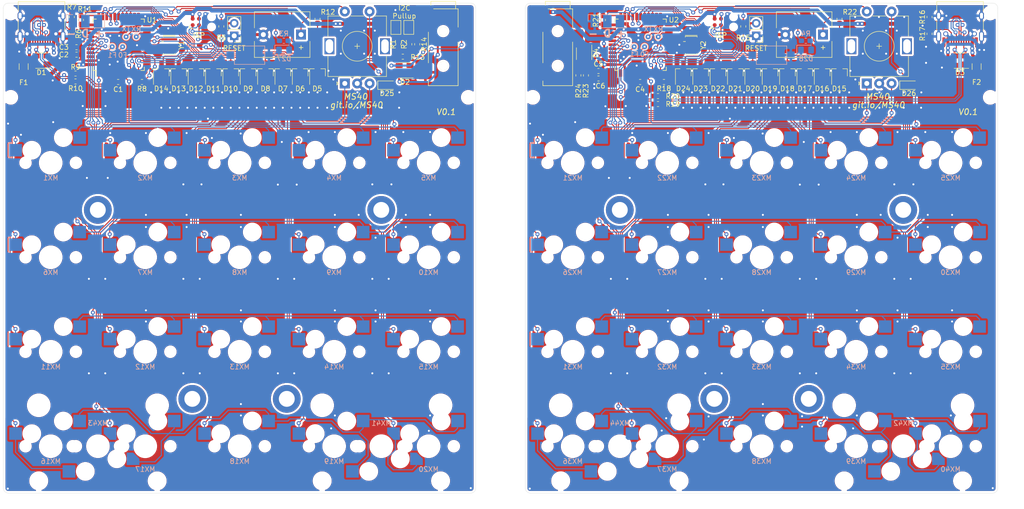
<source format=kicad_pcb>
(kicad_pcb (version 20171130) (host pcbnew "(5.1.2)-2")
  (layers (0 F.Cu signal) (31 B.Cu signal) (35 F.Paste user) (36 B.SilkS user) (37 F.SilkS user) (38 B.Mask user) (39 F.Mask user) (44 Edge.Cuts user))
  (net 0 "")
  (net 1 GND)
  (net 2 "Net-(BZ1-Pad1)")
  (net 3 "/Left MCU/buzz")
  (net 4 "Net-(C1-Pad2)")
  (net 5 VBUS)
  (net 6 "/Left MCU/Dd+")
  (net 7 "/Left MCU/Dd-")
  (net 8 "/Left MCU/Rr_2")
  (net 9 "/Left MCU/Rr_1")
  (net 10 "/Left MCU/col0")
  (net 11 "Net-(D5-Pad2)")
  (net 12 "Net-(D5-Pad1)")
  (net 13 "/Left MCU/col1")
  (net 14 "Net-(D6-Pad2)")
  (net 15 "Net-(D6-Pad1)")
  (net 16 "/Left MCU/col2")
  (net 17 "Net-(D7-Pad2)")
  (net 18 "Net-(D7-Pad1)")
  (net 19 "/Left MCU/col3")
  (net 20 "Net-(D8-Pad2)")
  (net 21 "Net-(D8-Pad1)")
  (net 22 "/Left MCU/col4")
  (net 23 "Net-(D9-Pad2)")
  (net 24 "Net-(D9-Pad1)")
  (net 25 "Net-(D10-Pad2)")
  (net 26 "Net-(D10-Pad1)")
  (net 27 "Net-(D11-Pad2)")
  (net 28 "Net-(D11-Pad1)")
  (net 29 "Net-(D12-Pad2)")
  (net 30 "Net-(D12-Pad1)")
  (net 31 "Net-(D13-Pad2)")
  (net 32 "Net-(D13-Pad1)")
  (net 33 "Net-(D14-Pad2)")
  (net 34 "Net-(D14-Pad1)")
  (net 35 "Net-(J7-PadA5)")
  (net 36 "Net-(J7-PadB5)")
  (net 37 "/Left MCU/~reset")
  (net 38 "/Left MCU/MOSI")
  (net 39 "/Left MCU/SCK")
  (net 40 "/Left MCU/MISO")
  (net 41 "Net-(JP1-Pad2)")
  (net 42 "Net-(JP2-Pad2)")
  (net 43 "/Left MCU/row0")
  (net 44 "/Left MCU/row1")
  (net 45 "/Left MCU/row2")
  (net 46 "/Left MCU/row3")
  (net 47 "/Left MCU/SDA")
  (net 48 "/Left MCU/SCL")
  (net 49 "Net-(R8-Pad1)")
  (net 50 "/Left MCU/D-")
  (net 51 "/Left MCU/D+")
  (net 52 "Net-(R11-Pad2)")
  (net 53 +5V)
  (net 54 "/Left MCU/WS2812_out")
  (net 55 "/Left MCU/Enc_A")
  (net 56 "/Left MCU/Enc_B")
  (net 57 "Net-(D25-Pad1)")
  (net 58 "/Left MCU/Enc_S1")
  (net 59 "Net-(D27-Pad2)")
  (net 60 "/Left MCU/DFU_LED")
  (net 61 "Net-(BZ3-Pad1)")
  (net 62 "/Right MCU/buzz")
  (net 63 "Net-(C4-Pad2)")
  (net 64 "/Right MCU/Dd+")
  (net 65 "/Right MCU/Dd-")
  (net 66 "/Right MCU/Rr_1")
  (net 67 "/Right MCU/Rr_2")
  (net 68 "Net-(D15-Pad1)")
  (net 69 "Net-(D15-Pad2)")
  (net 70 "/Matrix right/col4")
  (net 71 "Net-(D16-Pad1)")
  (net 72 "Net-(D16-Pad2)")
  (net 73 "Net-(D17-Pad1)")
  (net 74 "Net-(D17-Pad2)")
  (net 75 "/Matrix right/col3")
  (net 76 "Net-(D18-Pad1)")
  (net 77 "Net-(D18-Pad2)")
  (net 78 "Net-(D19-Pad1)")
  (net 79 "Net-(D19-Pad2)")
  (net 80 "/Matrix right/col2")
  (net 81 "Net-(D20-Pad1)")
  (net 82 "Net-(D20-Pad2)")
  (net 83 "Net-(D21-Pad1)")
  (net 84 "Net-(D21-Pad2)")
  (net 85 "/Matrix right/col1")
  (net 86 "Net-(D22-Pad1)")
  (net 87 "Net-(D22-Pad2)")
  (net 88 "Net-(D23-Pad1)")
  (net 89 "Net-(D23-Pad2)")
  (net 90 "/Matrix right/col0")
  (net 91 "Net-(D24-Pad1)")
  (net 92 "Net-(D24-Pad2)")
  (net 93 "Net-(D26-Pad1)")
  (net 94 "/Matrix right/row0")
  (net 95 "Net-(D28-Pad2)")
  (net 96 "Net-(J25-PadA5)")
  (net 97 "Net-(J25-PadB5)")
  (net 98 "/Right MCU/~reset")
  (net 99 "/Right MCU/MISO")
  (net 100 "/Right MCU/SCK")
  (net 101 "/Right MCU/MOSI")
  (net 102 "/Right MCU/WS2812_out")
  (net 103 "/Matrix right/row1")
  (net 104 "/Matrix right/row2")
  (net 105 "/Matrix right/row3")
  (net 106 "/Right MCU/DFU_LED")
  (net 107 "Net-(R18-Pad1)")
  (net 108 "/Right MCU/D-")
  (net 109 "/Right MCU/D+")
  (net 110 "Net-(R21-Pad2)")
  (net 111 "/Right MCU/SCL")
  (net 112 "/Right MCU/SDA")
  (net 113 "/Right MCU/Enc_S1")
  (net 114 "/Right MCU/Enc_B")
  (net 115 "/Right MCU/Enc_A")
  (net 116 "/Left MCU/x-")
  (net 117 "/Left MCU/x+")
  (net 118 "/Right MCU/x+")
  (net 119 "/Right MCU/x-")
  (net 120 "Net-(J1-Pad1)")
  (net 121 "Net-(J2-Pad1)")
  (net 122 "Net-(J3-Pad1)")
  (net 123 "Net-(J5-Pad1)")
  (net 124 "Net-(J4-Pad1)")
  (net 125 "Net-(J6-Pad1)")
  (net 126 "Net-(J8-Pad1)")
  (net 127 "Net-(J9-Pad1)")
  (module Buzzer_Beeper:Buzzer_Mallory_AST1109MLTRQ (layer F.Cu) (at 201.725 19.05 180)
    (fp_text reference BZ4 hide)
    (fp_text value Buzzer_piezo)
    (pad 1 smd rect (at -6.6 0 180) (size 2.2 2.2) (layers F.Cu F.Paste F.Mask) (net 62 "/Right MCU/buzz"))
    (pad 2 smd rect (at 6.6 0 180) (size 2.2 2.2) (layers F.Cu F.Paste F.Mask) (net 1 GND))
  )
  (module Capacitor_SMD:C_0603_1608Metric_Pad1.05x0.95mm_HandSolder (layer F.Cu) (at 160.25 27.9 180)
    (fp_text reference C6 (at -0.4 -1.5) (layer F.SilkS))
    (fp_text value 1uF)
    (pad 2 smd roundrect (at 0.875 0 180) (size 1.05 0.95) (layers F.Cu F.Paste F.Mask) (net 1 GND))
    (pad 1 smd roundrect (at -0.875 0 180) (size 1.05 0.95) (layers F.Cu F.Paste F.Mask) (net 53 +5V))
  )
  (module Ai03-MX:MXOnly-1U-Hotswap (layer F.Cu) (at 174.1 44.9)
    (fp_text reference MX22)
    (fp_text value MX-NoLED)
    (fp_text user %R (at 0 3.048) (layer B.SilkS) (effects (justify mirror)))
    (pad "" np_thru_hole circle (at 2.54 -5.08) (size 3 3) (drill 3) (layers *.Cu *.Mask))
    (pad "" np_thru_hole circle (at 0 0) (size 3.9878 3.9878) (drill 3.9878) (layers *.Cu *.Mask))
    (pad "" np_thru_hole circle (at -3.81 -2.54) (size 3 3) (drill 3) (layers *.Cu *.Mask))
    (pad "" np_thru_hole circle (at -5.08 0 48.0996) (size 1.75 1.75) (drill 1.75) (layers *.Cu *.Mask))
    (pad "" np_thru_hole circle (at 5.08 0 48.0996) (size 1.75 1.75) (drill 1.75) (layers *.Cu *.Mask))
    (pad 1 smd rect (at -7.085 -2.54) (size 2.55 2.5) (layers B.Cu B.Paste B.Mask) (net 84 "Net-(D21-Pad2)"))
    (pad 2 smd rect (at 5.842 -5.08) (size 2.55 2.5) (layers B.Cu B.Paste B.Mask) (net 94 "/Matrix right/row0"))
  )
  (module Resistor_SMD:R_0603_1608Metric_Pad1.05x0.95mm_HandSolder (layer F.Cu) (at 189.45 17.4 270)
    (fp_text reference R15 (at 2.3 0 180) (layer F.SilkS))
    (fp_text value 5k1)
    (pad 2 smd roundrect (at 0.875 0 270) (size 1.05 0.95) (layers F.Cu F.Paste F.Mask) (net 98 "/Right MCU/~reset"))
    (pad 1 smd roundrect (at -0.875 0 270) (size 1.05 0.95) (layers F.Cu F.Paste F.Mask) (net 53 +5V))
  )
  (module Crystal:Resonator_SMD_muRata_CSTxExxV-3Pin_3.0x1.1mm_HandSoldering (layer F.Cu) (at 178.95 21.2 270)
    (fp_text reference Y2 (at 0 -2.45 90) (layer F.SilkS))
    (fp_text value CSTNE16M0VH3L000R0)
    (pad 3 smd rect (at 1.2 0 270) (size 0.4 3.2) (layers F.Cu F.Paste F.Mask) (net 118 "/Right MCU/x+"))
    (pad 2 smd rect (at 0 0 270) (size 0.4 3.2) (layers F.Cu F.Paste F.Mask) (net 1 GND))
    (pad 1 smd rect (at -1.2 0 270) (size 0.4 3.2) (layers F.Cu F.Paste F.Mask) (net 119 "/Right MCU/x-"))
  )
  (module Ai03-MX:MXOnly-1U-Hotswap (layer F.Cu) (at 174.1 102.05)
    (fp_text reference MX37)
    (fp_text value MX-NoLED)
    (fp_text user %R (at 0 4.648) (layer B.SilkS) (effects (justify mirror)))
    (pad "" np_thru_hole circle (at 2.54 -5.08) (size 3 3) (drill 3) (layers *.Cu *.Mask))
    (pad "" np_thru_hole circle (at 0 0) (size 3.9878 3.9878) (drill 3.9878) (layers *.Cu *.Mask))
    (pad "" np_thru_hole circle (at -3.81 -2.54) (size 3 3) (drill 3) (layers *.Cu *.Mask))
    (pad "" np_thru_hole circle (at -5.08 0 48.0996) (size 1.75 1.75) (drill 1.75) (layers *.Cu *.Mask))
    (pad "" np_thru_hole circle (at 5.08 0 48.0996) (size 1.75 1.75) (drill 1.75) (layers *.Cu *.Mask))
    (pad 1 smd rect (at -7.085 -2.54) (size 2.55 2.5) (layers B.Cu B.Paste B.Mask) (net 86 "Net-(D22-Pad1)"))
    (pad 2 smd rect (at 5.842 -5.08) (size 2.55 2.5) (layers B.Cu B.Paste B.Mask) (net 105 "/Matrix right/row3"))
  )
  (module Ai03-MX:MXOnly-1U-Hotswap (layer F.Cu) (at 212.2 63.95)
    (fp_text reference MX29)
    (fp_text value MX-NoLED)
    (fp_text user %R (at 0 3.048) (layer B.SilkS) (effects (justify mirror)))
    (pad "" np_thru_hole circle (at 2.54 -5.08) (size 3 3) (drill 3) (layers *.Cu *.Mask))
    (pad "" np_thru_hole circle (at 0 0) (size 3.9878 3.9878) (drill 3.9878) (layers *.Cu *.Mask))
    (pad "" np_thru_hole circle (at -3.81 -2.54) (size 3 3) (drill 3) (layers *.Cu *.Mask))
    (pad "" np_thru_hole circle (at -5.08 0 48.0996) (size 1.75 1.75) (drill 1.75) (layers *.Cu *.Mask))
    (pad "" np_thru_hole circle (at 5.08 0 48.0996) (size 1.75 1.75) (drill 1.75) (layers *.Cu *.Mask))
    (pad 1 smd rect (at -7.085 -2.54) (size 2.55 2.5) (layers B.Cu B.Paste B.Mask) (net 73 "Net-(D17-Pad1)"))
    (pad 2 smd rect (at 5.842 -5.08) (size 2.55 2.5) (layers B.Cu B.Paste B.Mask) (net 103 "/Matrix right/row1"))
  )
  (module Ai03-MX:MXOnly-1U-Hotswap (layer F.Cu) (at 155.05 83)
    (fp_text reference MX31)
    (fp_text value MX-NoLED)
    (fp_text user %R (at 0 3.048) (layer B.SilkS) (effects (justify mirror)))
    (pad "" np_thru_hole circle (at 2.54 -5.08) (size 3 3) (drill 3) (layers *.Cu *.Mask))
    (pad "" np_thru_hole circle (at 0 0) (size 3.9878 3.9878) (drill 3.9878) (layers *.Cu *.Mask))
    (pad "" np_thru_hole circle (at -3.81 -2.54) (size 3 3) (drill 3) (layers *.Cu *.Mask))
    (pad "" np_thru_hole circle (at -5.08 0 48.0996) (size 1.75 1.75) (drill 1.75) (layers *.Cu *.Mask))
    (pad "" np_thru_hole circle (at 5.08 0 48.0996) (size 1.75 1.75) (drill 1.75) (layers *.Cu *.Mask))
    (pad 1 smd rect (at -7.085 -2.54) (size 2.55 2.5) (layers B.Cu B.Paste B.Mask) (net 92 "Net-(D24-Pad2)"))
    (pad 2 smd rect (at 5.842 -5.08) (size 2.55 2.5) (layers B.Cu B.Paste B.Mask) (net 104 "/Matrix right/row2"))
  )
  (module Ai03-MX:MXOnly-1U-Hotswap (layer F.Cu) (at 193.15 63.95)
    (fp_text reference MX28)
    (fp_text value MX-NoLED)
    (fp_text user %R (at 0 3.048) (layer B.SilkS) (effects (justify mirror)))
    (pad "" np_thru_hole circle (at 2.54 -5.08) (size 3 3) (drill 3) (layers *.Cu *.Mask))
    (pad "" np_thru_hole circle (at 0 0) (size 3.9878 3.9878) (drill 3.9878) (layers *.Cu *.Mask))
    (pad "" np_thru_hole circle (at -3.81 -2.54) (size 3 3) (drill 3) (layers *.Cu *.Mask))
    (pad "" np_thru_hole circle (at -5.08 0 48.0996) (size 1.75 1.75) (drill 1.75) (layers *.Cu *.Mask))
    (pad "" np_thru_hole circle (at 5.08 0 48.0996) (size 1.75 1.75) (drill 1.75) (layers *.Cu *.Mask))
    (pad 1 smd rect (at -7.085 -2.54) (size 2.55 2.5) (layers B.Cu B.Paste B.Mask) (net 78 "Net-(D19-Pad1)"))
    (pad 2 smd rect (at 5.842 -5.08) (size 2.55 2.5) (layers B.Cu B.Paste B.Mask) (net 103 "/Matrix right/row1"))
  )
  (module Connector_USB:USB_C_Receptacle_HRO_TYPE-C-31-M-12 (layer F.Cu) (at 233.16 16.3 180)
    (fp_text reference J25 hide)
    (fp_text value TYPE-C-31-M-12)
    (pad S1 thru_hole oval (at 4.32 1.05 180) (size 1 1.6) (drill oval 0.6 1.2) (layers *.Cu *.Mask) (net 1 GND))
    (pad S1 thru_hole circle (at 2.89 -2.6 180) (size 1 1) (drill 0.65) (layers *.Cu *.Mask) (net 1 GND))
    (pad S1 thru_hole oval (at -4.32 1.05 180) (size 1 1.6) (drill oval 0.6 1.2) (layers *.Cu *.Mask) (net 1 GND))
    (pad S1 thru_hole circle (at -2.89 -2.6 180) (size 1 1) (drill 0.65) (layers *.Cu *.Mask) (net 1 GND))
    (pad S1 thru_hole oval (at -4.32 -3.13 180) (size 1 2.1) (drill oval 0.6 1.7) (layers *.Cu *.Mask) (net 1 GND))
    (pad S1 thru_hole oval (at 4.32 -3.13 180) (size 1 2.1) (drill oval 0.6 1.7) (layers *.Cu *.Mask) (net 1 GND))
    (pad A6 smd rect (at -0.25 -4.045 180) (size 0.3 1.45) (layers F.Cu F.Paste F.Mask) (net 64 "/Right MCU/Dd+"))
    (pad B5 smd rect (at 1.75 -4.045 180) (size 0.3 1.45) (layers F.Cu F.Paste F.Mask) (net 97 "Net-(J25-PadB5)"))
    (pad A8 smd rect (at 1.25 -4.045 180) (size 0.3 1.45) (layers F.Cu F.Paste F.Mask))
    (pad B6 smd rect (at 0.75 -4.045 180) (size 0.3 1.45) (layers F.Cu F.Paste F.Mask) (net 64 "/Right MCU/Dd+"))
    (pad A7 smd rect (at 0.25 -4.045 180) (size 0.3 1.45) (layers F.Cu F.Paste F.Mask) (net 65 "/Right MCU/Dd-"))
    (pad B7 smd rect (at -0.75 -4.045 180) (size 0.3 1.45) (layers F.Cu F.Paste F.Mask) (net 65 "/Right MCU/Dd-"))
    (pad A5 smd rect (at -1.25 -4.045 180) (size 0.3 1.45) (layers F.Cu F.Paste F.Mask) (net 96 "Net-(J25-PadA5)"))
    (pad B8 smd rect (at -1.75 -4.045 180) (size 0.3 1.45) (layers F.Cu F.Paste F.Mask))
    (pad A12 smd rect (at 3.25 -4.045 180) (size 0.6 1.45) (layers F.Cu F.Paste F.Mask) (net 1 GND))
    (pad B4 smd rect (at 2.45 -4.045 180) (size 0.6 1.45) (layers F.Cu F.Paste F.Mask) (net 5 VBUS))
    (pad A4 smd rect (at -2.45 -4.045 180) (size 0.6 1.45) (layers F.Cu F.Paste F.Mask) (net 5 VBUS))
    (pad A1 smd rect (at -3.25 -4.045 180) (size 0.6 1.45) (layers F.Cu F.Paste F.Mask) (net 1 GND))
    (pad B12 smd rect (at -3.25 -4.045 180) (size 0.6 1.45) (layers F.Cu F.Paste F.Mask) (net 1 GND))
    (pad B9 smd rect (at -2.45 -4.045 180) (size 0.6 1.45) (layers F.Cu F.Paste F.Mask) (net 5 VBUS))
    (pad A9 smd rect (at 2.45 -4.045 180) (size 0.6 1.45) (layers F.Cu F.Paste F.Mask) (net 5 VBUS))
    (pad B1 smd rect (at 3.25 -4.045 180) (size 0.6 1.45) (layers F.Cu F.Paste F.Mask) (net 1 GND))
  )
  (module Resistor_SMD:R_0603_1608Metric_Pad1.05x0.95mm_HandSolder (layer F.Cu) (at 208.85 15.9 270)
    (fp_text reference R22 (at -1.4 -2.1 180) (layer F.SilkS))
    (fp_text value 220R)
    (pad 2 smd roundrect (at 0.875 0 270) (size 1.05 0.95) (layers F.Cu F.Paste F.Mask) (net 62 "/Right MCU/buzz"))
    (pad 1 smd roundrect (at -0.875 0 270) (size 1.05 0.95) (layers F.Cu F.Paste F.Mask) (net 61 "Net-(BZ3-Pad1)"))
  )
  (module Package_TO_SOT_SMD:SOT-23_Handsoldering (layer F.Cu) (at 184.35 26.7 90)
    (fp_text reference D22 (at -3.25 0 180) (layer F.SilkS))
    (fp_text value BAV70)
    (pad 3 smd rect (at 1.5 0 90) (size 1.9 0.8) (layers F.Cu F.Paste F.Mask) (net 85 "/Matrix right/col1"))
    (pad 2 smd rect (at -1.5 0.95 90) (size 1.9 0.8) (layers F.Cu F.Paste F.Mask) (net 87 "Net-(D22-Pad2)"))
    (pad 1 smd rect (at -1.5 -0.95 90) (size 1.9 0.8) (layers F.Cu F.Paste F.Mask) (net 86 "Net-(D22-Pad1)"))
  )
  (module Ai03-MX:MXOnly-1U-Hotswap (layer F.Cu) (at 155.05 63.95)
    (fp_text reference MX26)
    (fp_text value MX-NoLED)
    (fp_text user %R (at 0 3.048) (layer B.SilkS) (effects (justify mirror)))
    (pad "" np_thru_hole circle (at 2.54 -5.08) (size 3 3) (drill 3) (layers *.Cu *.Mask))
    (pad "" np_thru_hole circle (at 0 0) (size 3.9878 3.9878) (drill 3.9878) (layers *.Cu *.Mask))
    (pad "" np_thru_hole circle (at -3.81 -2.54) (size 3 3) (drill 3) (layers *.Cu *.Mask))
    (pad "" np_thru_hole circle (at -5.08 0 48.0996) (size 1.75 1.75) (drill 1.75) (layers *.Cu *.Mask))
    (pad "" np_thru_hole circle (at 5.08 0 48.0996) (size 1.75 1.75) (drill 1.75) (layers *.Cu *.Mask))
    (pad 1 smd rect (at -7.085 -2.54) (size 2.55 2.5) (layers B.Cu B.Paste B.Mask) (net 88 "Net-(D23-Pad1)"))
    (pad 2 smd rect (at 5.842 -5.08) (size 2.55 2.5) (layers B.Cu B.Paste B.Mask) (net 103 "/Matrix right/row1"))
  )
  (module Resistor_SMD:R_0603_1608Metric_Pad1.05x0.95mm_HandSolder (layer F.Cu) (at 172.25 31.45)
    (fp_text reference R20 (at 3 0.05) (layer F.SilkS))
    (fp_text value 22R)
    (pad 1 smd roundrect (at -0.875 0) (size 1.05 0.95) (layers F.Cu F.Paste F.Mask) (net 109 "/Right MCU/D+"))
    (pad 2 smd roundrect (at 0.875 0) (size 1.05 0.95) (layers F.Cu F.Paste F.Mask) (net 64 "/Right MCU/Dd+"))
  )
  (module Resistor_SMD:R_0603_1608Metric_Pad1.05x0.95mm_HandSolder (layer F.Cu) (at 227 15.5 270)
    (fp_text reference R16 (at 0 1.45 90) (layer F.SilkS))
    (fp_text value 5k1)
    (pad 2 smd roundrect (at 0.875 0 270) (size 1.05 0.95) (layers F.Cu F.Paste F.Mask) (net 96 "Net-(J25-PadA5)"))
    (pad 1 smd roundrect (at -0.875 0 270) (size 1.05 0.95) (layers F.Cu F.Paste F.Mask) (net 1 GND))
  )
  (module Connector_PinHeader_2.54mm:PinHeader_1x02_P2.54mm_Vertical (layer F.Cu) (at 192.05 19.3 180)
    (fp_text reference J33 hide)
    (fp_text value RESET (at 0 -2.5) (layer F.SilkS))
    (pad 2 thru_hole oval (at 0 2.54 180) (size 1.7 1.7) (drill 1) (layers *.Cu *.Mask) (net 98 "/Right MCU/~reset"))
    (pad 1 thru_hole rect (at 0 0 180) (size 1.7 1.7) (drill 1) (layers *.Cu *.Mask) (net 1 GND))
  )
  (module Resistor_SMD:R_0603_1608Metric_Pad1.05x0.95mm_HandSolder (layer F.Cu) (at 172.25 33.05)
    (fp_text reference R19 (at 3 0.025) (layer F.SilkS))
    (fp_text value 22R)
    (pad 1 smd roundrect (at -0.875 0) (size 1.05 0.95) (layers F.Cu F.Paste F.Mask) (net 108 "/Right MCU/D-"))
    (pad 2 smd roundrect (at 0.875 0) (size 1.05 0.95) (layers F.Cu F.Paste F.Mask) (net 65 "/Right MCU/Dd-"))
  )
  (module Ai03-MX:MXOnly-1U-Hotswap (layer F.Cu) (at 231.25 83)
    (fp_text reference MX35)
    (fp_text value MX-NoLED)
    (fp_text user %R (at 0 3.048) (layer B.SilkS) (effects (justify mirror)))
    (pad "" np_thru_hole circle (at 2.54 -5.08) (size 3 3) (drill 3) (layers *.Cu *.Mask))
    (pad "" np_thru_hole circle (at 0 0) (size 3.9878 3.9878) (drill 3.9878) (layers *.Cu *.Mask))
    (pad "" np_thru_hole circle (at -3.81 -2.54) (size 3 3) (drill 3) (layers *.Cu *.Mask))
    (pad "" np_thru_hole circle (at -5.08 0 48.0996) (size 1.75 1.75) (drill 1.75) (layers *.Cu *.Mask))
    (pad "" np_thru_hole circle (at 5.08 0 48.0996) (size 1.75 1.75) (drill 1.75) (layers *.Cu *.Mask))
    (pad 1 smd rect (at -7.085 -2.54) (size 2.55 2.5) (layers B.Cu B.Paste B.Mask) (net 72 "Net-(D16-Pad2)"))
    (pad 2 smd rect (at 5.842 -5.08) (size 2.55 2.5) (layers B.Cu B.Paste B.Mask) (net 104 "/Matrix right/row2"))
  )
  (module Connector_PinHeader_2.54mm:PinHeader_1x03_P2.54mm_Vertical (layer B.Cu) (at 159.5 16.35 270)
    (fp_text reference J35 hide)
    (fp_text value WS2812)
    (pad 1 smd rect (at 0 0 270) (size 2.5 1.7) (layers B.Cu B.Paste B.Mask) (net 1 GND))
    (pad 2 smd rect (at 0 -2.54 270) (size 2.5 1.7) (layers B.Cu B.Paste B.Mask) (net 102 "/Right MCU/WS2812_out"))
    (pad 3 smd rect (at 0 -5.08 270) (size 2.5 1.7) (layers B.Cu B.Paste B.Mask) (net 53 +5V))
  )
  (module Ai03-MX:MXOnly-1U-Hotswap (layer F.Cu) (at 155.05 102.05)
    (fp_text reference MX36)
    (fp_text value MX-NoLED)
    (fp_text user %R (at 0 3.048) (layer B.SilkS) (effects (justify mirror)))
    (pad "" np_thru_hole circle (at 2.54 -5.08) (size 3 3) (drill 3) (layers *.Cu *.Mask))
    (pad "" np_thru_hole circle (at 0 0) (size 3.9878 3.9878) (drill 3.9878) (layers *.Cu *.Mask))
    (pad "" np_thru_hole circle (at -3.81 -2.54) (size 3 3) (drill 3) (layers *.Cu *.Mask))
    (pad "" np_thru_hole circle (at -5.08 0 48.0996) (size 1.75 1.75) (drill 1.75) (layers *.Cu *.Mask))
    (pad "" np_thru_hole circle (at 5.08 0 48.0996) (size 1.75 1.75) (drill 1.75) (layers *.Cu *.Mask))
    (pad 1 smd rect (at -7.085 -2.54) (size 2.55 2.5) (layers B.Cu B.Paste B.Mask) (net 91 "Net-(D24-Pad1)"))
    (pad 2 smd rect (at 5.842 -5.08) (size 2.55 2.5) (layers B.Cu B.Paste B.Mask) (net 105 "/Matrix right/row3"))
  )
  (module Ai03-MX:MXOnly-1U-Hotswap (layer F.Cu) (at 174.1 63.95)
    (fp_text reference MX27)
    (fp_text value MX-NoLED)
    (fp_text user %R (at 0 3.048) (layer B.SilkS) (effects (justify mirror)))
    (pad "" np_thru_hole circle (at 2.54 -5.08) (size 3 3) (drill 3) (layers *.Cu *.Mask))
    (pad "" np_thru_hole circle (at 0 0) (size 3.9878 3.9878) (drill 3.9878) (layers *.Cu *.Mask))
    (pad "" np_thru_hole circle (at -3.81 -2.54) (size 3 3) (drill 3) (layers *.Cu *.Mask))
    (pad "" np_thru_hole circle (at -5.08 0 48.0996) (size 1.75 1.75) (drill 1.75) (layers *.Cu *.Mask))
    (pad "" np_thru_hole circle (at 5.08 0 48.0996) (size 1.75 1.75) (drill 1.75) (layers *.Cu *.Mask))
    (pad 1 smd rect (at -7.085 -2.54) (size 2.55 2.5) (layers B.Cu B.Paste B.Mask) (net 83 "Net-(D21-Pad1)"))
    (pad 2 smd rect (at 5.842 -5.08) (size 2.55 2.5) (layers B.Cu B.Paste B.Mask) (net 103 "/Matrix right/row1"))
  )
  (module Package_TO_SOT_SMD:SOT-23_Handsoldering (layer F.Cu) (at 177.35 26.7 90)
    (fp_text reference D24 (at -3.25 0 180) (layer F.SilkS))
    (fp_text value BAV70)
    (pad 3 smd rect (at 1.5 0 90) (size 1.9 0.8) (layers F.Cu F.Paste F.Mask) (net 90 "/Matrix right/col0"))
    (pad 2 smd rect (at -1.5 0.95 90) (size 1.9 0.8) (layers F.Cu F.Paste F.Mask) (net 92 "Net-(D24-Pad2)"))
    (pad 1 smd rect (at -1.5 -0.95 90) (size 1.9 0.8) (layers F.Cu F.Paste F.Mask) (net 91 "Net-(D24-Pad1)"))
  )
  (module Package_TO_SOT_SMD:SOT-23_Handsoldering (layer F.Cu) (at 198.35 26.7 90)
    (fp_text reference D18 (at -3.25 0 180) (layer F.SilkS))
    (fp_text value BAV70)
    (pad 3 smd rect (at 1.5 0 90) (size 1.9 0.8) (layers F.Cu F.Paste F.Mask) (net 75 "/Matrix right/col3"))
    (pad 2 smd rect (at -1.5 0.95 90) (size 1.9 0.8) (layers F.Cu F.Paste F.Mask) (net 77 "Net-(D18-Pad2)"))
    (pad 1 smd rect (at -1.5 -0.95 90) (size 1.9 0.8) (layers F.Cu F.Paste F.Mask) (net 76 "Net-(D18-Pad1)"))
  )
  (module Ai03-MX:MXOnly-1U-Hotswap (layer F.Cu) (at 174.1 83)
    (fp_text reference MX32)
    (fp_text value MX-NoLED)
    (fp_text user %R (at 0 3.048) (layer B.SilkS) (effects (justify mirror)))
    (pad "" np_thru_hole circle (at 2.54 -5.08) (size 3 3) (drill 3) (layers *.Cu *.Mask))
    (pad "" np_thru_hole circle (at 0 0) (size 3.9878 3.9878) (drill 3.9878) (layers *.Cu *.Mask))
    (pad "" np_thru_hole circle (at -3.81 -2.54) (size 3 3) (drill 3) (layers *.Cu *.Mask))
    (pad "" np_thru_hole circle (at -5.08 0 48.0996) (size 1.75 1.75) (drill 1.75) (layers *.Cu *.Mask))
    (pad "" np_thru_hole circle (at 5.08 0 48.0996) (size 1.75 1.75) (drill 1.75) (layers *.Cu *.Mask))
    (pad 1 smd rect (at -7.085 -2.54) (size 2.55 2.5) (layers B.Cu B.Paste B.Mask) (net 87 "Net-(D22-Pad2)"))
    (pad 2 smd rect (at 5.842 -5.08) (size 2.55 2.5) (layers B.Cu B.Paste B.Mask) (net 104 "/Matrix right/row2"))
  )
  (module Ai03-MX:MXOnly-1U-Hotswap (layer F.Cu) (at 212.2 83)
    (fp_text reference MX34)
    (fp_text value MX-NoLED)
    (fp_text user %R (at 0 3.048) (layer B.SilkS) (effects (justify mirror)))
    (pad "" np_thru_hole circle (at 2.54 -5.08) (size 3 3) (drill 3) (layers *.Cu *.Mask))
    (pad "" np_thru_hole circle (at 0 0) (size 3.9878 3.9878) (drill 3.9878) (layers *.Cu *.Mask))
    (pad "" np_thru_hole circle (at -3.81 -2.54) (size 3 3) (drill 3) (layers *.Cu *.Mask))
    (pad "" np_thru_hole circle (at -5.08 0 48.0996) (size 1.75 1.75) (drill 1.75) (layers *.Cu *.Mask))
    (pad "" np_thru_hole circle (at 5.08 0 48.0996) (size 1.75 1.75) (drill 1.75) (layers *.Cu *.Mask))
    (pad 1 smd rect (at -7.085 -2.54) (size 2.55 2.5) (layers B.Cu B.Paste B.Mask) (net 77 "Net-(D18-Pad2)"))
    (pad 2 smd rect (at 5.842 -5.08) (size 2.55 2.5) (layers B.Cu B.Paste B.Mask) (net 104 "/Matrix right/row2"))
  )
  (module Package_TO_SOT_SMD:SOT-23_Handsoldering (layer F.Cu) (at 201.85 26.7 90)
    (fp_text reference D17 (at -3.25 0 180) (layer F.SilkS))
    (fp_text value BAV70)
    (pad 3 smd rect (at 1.5 0 90) (size 1.9 0.8) (layers F.Cu F.Paste F.Mask) (net 75 "/Matrix right/col3"))
    (pad 2 smd rect (at -1.5 0.95 90) (size 1.9 0.8) (layers F.Cu F.Paste F.Mask) (net 74 "Net-(D17-Pad2)"))
    (pad 1 smd rect (at -1.5 -0.95 90) (size 1.9 0.8) (layers F.Cu F.Paste F.Mask) (net 73 "Net-(D17-Pad1)"))
  )
  (module Ai03-MX:MXOnly-1U-Hotswap (layer F.Cu) (at 231.25 63.95)
    (fp_text reference MX30)
    (fp_text value MX-NoLED)
    (fp_text user %R (at 0 3.048) (layer B.SilkS) (effects (justify mirror)))
    (pad "" np_thru_hole circle (at 2.54 -5.08) (size 3 3) (drill 3) (layers *.Cu *.Mask))
    (pad "" np_thru_hole circle (at 0 0) (size 3.9878 3.9878) (drill 3.9878) (layers *.Cu *.Mask))
    (pad "" np_thru_hole circle (at -3.81 -2.54) (size 3 3) (drill 3) (layers *.Cu *.Mask))
    (pad "" np_thru_hole circle (at -5.08 0 48.0996) (size 1.75 1.75) (drill 1.75) (layers *.Cu *.Mask))
    (pad "" np_thru_hole circle (at 5.08 0 48.0996) (size 1.75 1.75) (drill 1.75) (layers *.Cu *.Mask))
    (pad 1 smd rect (at -7.085 -2.54) (size 2.55 2.5) (layers B.Cu B.Paste B.Mask) (net 68 "Net-(D15-Pad1)"))
    (pad 2 smd rect (at 5.842 -5.08) (size 2.55 2.5) (layers B.Cu B.Paste B.Mask) (net 103 "/Matrix right/row1"))
  )
  (module CUI:SJ-43514-SMT (layer F.Cu) (at 152.04 21.6 270)
    (fp_text reference J36 hide)
    (fp_text value SJ-43514-SMT hide)
    (pad Hole np_thru_hole circle (at 3.75 0 270) (size 1.7 1.7) (drill 1.7) (layers *.Cu *.Mask F.SilkS))
    (pad Hole np_thru_hole circle (at -3.25 0 270) (size 1.7 1.7) (drill 1.7) (layers *.Cu *.Mask F.SilkS))
    (pad R1 smd rect (at -4.35 3.7 90) (size 2.2 2.8) (layers F.Cu F.Paste F.Mask) (net 66 "/Right MCU/Rr_1"))
    (pad R2 smd rect (at -2.45 -3.7 90) (size 2.2 2.8) (layers F.Cu F.Paste F.Mask) (net 67 "/Right MCU/Rr_2"))
    (pad T smd rect (at 5.05 3.6 90) (size 2.8 2.6) (layers F.Cu F.Paste F.Mask) (net 1 GND))
    (pad S smd rect (at -7.15 3.7 90) (size 2 2.8) (layers F.Cu F.Paste F.Mask) (net 53 +5V))
  )
  (module Rotary_Encoder:RotaryEncoder_Alps_EC11E-Switch_Vertical_H20mm (layer F.Cu) (at 214.35 28.9 90)
    (fp_text reference SW2 hide)
    (fp_text value EC11E)
    (pad A thru_hole rect (at 0 0 90) (size 2 2) (drill 1) (layers *.Cu *.Mask) (net 115 "/Right MCU/Enc_A"))
    (pad C thru_hole circle (at 0 2.5 90) (size 2 2) (drill 1) (layers *.Cu *.Mask) (net 1 GND))
    (pad B thru_hole circle (at 0 5 90) (size 2 2) (drill 1) (layers *.Cu *.Mask) (net 114 "/Right MCU/Enc_B"))
    (pad MP thru_hole rect (at 7.5 -3.1 90) (size 3.2 2) (drill oval 2.8 1.5) (layers *.Cu *.Mask))
    (pad MP thru_hole rect (at 7.5 8.1 90) (size 3.2 2) (drill oval 2.8 1.5) (layers *.Cu *.Mask))
    (pad S2 thru_hole circle (at 14.5 0 90) (size 2 2) (drill 1) (layers *.Cu *.Mask) (net 113 "/Right MCU/Enc_S1"))
    (pad S1 thru_hole circle (at 14.5 5 90) (size 2 2) (drill 1) (layers *.Cu *.Mask) (net 93 "Net-(D26-Pad1)"))
  )
  (module Ai03-MX:MXOnly-2U-Hotswap (layer F.Cu) (at 221.725 102.05 180)
    (fp_text reference MX42)
    (fp_text value MX-NoLED)
    (fp_text user %R (at 0 4.648) (layer B.SilkS) (effects (justify mirror)))
    (pad "" np_thru_hole circle (at 2.54 -5.08 180) (size 3 3) (drill 3) (layers *.Cu *.Mask))
    (pad "" np_thru_hole circle (at 0 0 180) (size 3.9878 3.9878) (drill 3.9878) (layers *.Cu *.Mask))
    (pad "" np_thru_hole circle (at -3.81 -2.54 180) (size 3 3) (drill 3) (layers *.Cu *.Mask))
    (pad "" np_thru_hole circle (at -5.08 0 228.0996) (size 1.75 1.75) (drill 1.75) (layers *.Cu *.Mask))
    (pad "" np_thru_hole circle (at 5.08 0 228.0996) (size 1.75 1.75) (drill 1.75) (layers *.Cu *.Mask))
    (pad 1 smd custom (at -7.085 -2.54 180) (size 1 1) (layers B.Cu B.Paste B.Mask) (net 71 "Net-(D16-Pad1)") (options (clearance outline) (anchor rect)) (primitives (gr_poly (pts (xy -1.275 -1.25) (xy 1.275 -1.25) (xy 1.275 1.25) (xy 0 1.25) (xy -1.275 0)) (width 0))))
    (pad 2 smd rect (at 5.842 -5.08 180) (size 2.55 2.5) (layers B.Cu B.Paste B.Mask) (net 105 "/Matrix right/row3"))
    (pad "" np_thru_hole circle (at 11.938 -6.985 180) (size 3.048 3.048) (drill 3.048) (layers *.Cu *.Mask))
    (pad "" np_thru_hole circle (at -11.938 -6.985 180) (size 3.048 3.048) (drill 3.048) (layers *.Cu *.Mask))
    (pad "" np_thru_hole circle (at 11.938 8.255 180) (size 3.9878 3.9878) (drill 3.9878) (layers *.Cu *.Mask))
    (pad "" np_thru_hole circle (at -11.938 8.255 180) (size 3.9878 3.9878) (drill 3.9878) (layers *.Cu *.Mask))
  )
  (module Buzzer_Beeper:Buzzer_12x9.5RM7.6 (layer F.Cu) (at 205.525 19.05 180)
    (fp_text reference BZ3 hide)
    (fp_text value Buzzer_magnetic)
    (fp_text user + (at -0.01 -2.54 180) (layer F.SilkS))
    (pad 2 thru_hole circle (at 7.6 0 180) (size 2 2) (drill 1) (layers *.Cu *.Mask) (net 1 GND))
    (pad 1 thru_hole rect (at 0 0 180) (size 2 2) (drill 1) (layers *.Cu *.Mask) (net 61 "Net-(BZ3-Pad1)"))
  )
  (module TestPoint:TestPoint_Pad_D1.0mm (layer B.Cu) (at 172.3 19.5)
    (fp_text reference J3 hide)
    (fp_text value RX (at 0 -1.55) (layer B.SilkS) (effects (justify mirror)))
    (pad 1 smd circle (at 0 0) (size 1 1) (layers B.Cu B.Mask) (net 122 "Net-(J3-Pad1)"))
  )
  (module Button_Switch_SMD:SW_SPST_CK_RS282G05A3 (layer B.Cu) (at 195.15 23.2)
    (fp_text reference SW4 hide)
    (fp_text value Reset)
    (pad 2 smd rect (at 3.9 0) (size 1.5 1.5) (layers B.Cu B.Paste B.Mask) (net 1 GND))
    (pad 1 smd rect (at -3.9 0) (size 1.5 1.5) (layers B.Cu B.Paste B.Mask) (net 98 "/Right MCU/~reset"))
  )
  (module TestPoint:TestPoint_Pad_D1.0mm (layer B.Cu) (at 170.25 19.5)
    (fp_text reference J5 hide)
    (fp_text value TX (at 0 -1.55) (layer B.SilkS) (effects (justify mirror)))
    (pad 1 smd circle (at 0 0) (size 1 1) (layers B.Cu B.Mask) (net 123 "Net-(J5-Pad1)"))
  )
  (module Fuse:Fuse_1206_3216Metric_Pad1.42x1.75mm_HandSolder (layer F.Cu) (at 236.5 25.5 270)
    (fp_text reference F2 (at 3.15 0 180) (layer F.SilkS))
    (fp_text value 1206L110THYR)
    (pad 1 smd roundrect (at -1.4875 0 270) (size 1.425 1.75) (layers F.Cu F.Paste F.Mask) (roundrect_rratio 0.175439) (net 5 VBUS))
    (pad 2 smd roundrect (at 1.4875 0 270) (size 1.425 1.75) (layers F.Cu F.Paste F.Mask) (roundrect_rratio 0.175439) (net 53 +5V))
  )
  (module Package_TO_SOT_SMD:SOT-23_Handsoldering (layer F.Cu) (at 191.35 26.7 90)
    (fp_text reference D20 (at -3.25 0 180) (layer F.SilkS))
    (fp_text value BAV70)
    (pad 3 smd rect (at 1.5 0 90) (size 1.9 0.8) (layers F.Cu F.Paste F.Mask) (net 80 "/Matrix right/col2"))
    (pad 2 smd rect (at -1.5 0.95 90) (size 1.9 0.8) (layers F.Cu F.Paste F.Mask) (net 82 "Net-(D20-Pad2)"))
    (pad 1 smd rect (at -1.5 -0.95 90) (size 1.9 0.8) (layers F.Cu F.Paste F.Mask) (net 81 "Net-(D20-Pad1)"))
  )
  (module Capacitor_SMD:C_0603_1608Metric_Pad1.05x0.95mm_HandSolder (layer F.Cu) (at 168.65 28.6)
    (fp_text reference C4 (at 0 1.5) (layer F.SilkS))
    (fp_text value 1uF)
    (pad 2 smd roundrect (at 0.875 0) (size 1.05 0.95) (layers F.Cu F.Paste F.Mask) (net 63 "Net-(C4-Pad2)"))
    (pad 1 smd roundrect (at -0.875 0) (size 1.05 0.95) (layers F.Cu F.Paste F.Mask) (net 1 GND))
  )
  (module Ai03-MX:MXOnly-1U-Hotswap (layer F.Cu) (at 212.2 44.9)
    (fp_text reference MX24)
    (fp_text value MX-NoLED)
    (fp_text user %R (at 0 3.048) (layer B.SilkS) (effects (justify mirror)))
    (pad "" np_thru_hole circle (at 2.54 -5.08) (size 3 3) (drill 3) (layers *.Cu *.Mask))
    (pad "" np_thru_hole circle (at 0 0) (size 3.9878 3.9878) (drill 3.9878) (layers *.Cu *.Mask))
    (pad "" np_thru_hole circle (at -3.81 -2.54) (size 3 3) (drill 3) (layers *.Cu *.Mask))
    (pad "" np_thru_hole circle (at -5.08 0 48.0996) (size 1.75 1.75) (drill 1.75) (layers *.Cu *.Mask))
    (pad "" np_thru_hole circle (at 5.08 0 48.0996) (size 1.75 1.75) (drill 1.75) (layers *.Cu *.Mask))
    (pad 1 smd rect (at -7.085 -2.54) (size 2.55 2.5) (layers B.Cu B.Paste B.Mask) (net 74 "Net-(D17-Pad2)"))
    (pad 2 smd rect (at 5.842 -5.08) (size 2.55 2.5) (layers B.Cu B.Paste B.Mask) (net 94 "/Matrix right/row0"))
  )
  (module MountingHole:MountingHole_2.2mm_M2_DIN965 (layer F.Cu) (at 147 31.7)
    (fp_text reference REF** hide)
    (fp_text value MountingHole_2.2mm_M2_DIN965)
    (pad 1 np_thru_hole circle (at 0 0) (size 2.2 2.2) (drill 2.2) (layers *.Cu *.Mask))
  )
  (module MountingHole:MountingHole_2.2mm_M2_DIN965 (layer F.Cu) (at 239.25 14.7)
    (fp_text reference REF** hide)
    (fp_text value MountingHole_2.2mm_M2_DIN965)
    (pad 1 np_thru_hole circle (at 0 0) (size 2.2 2.2) (drill 2.2) (layers *.Cu *.Mask))
  )
  (module Ai03-MX:MXOnly-1U-Hotswap (layer F.Cu) (at 193.15 44.9)
    (fp_text reference MX23)
    (fp_text value MX-NoLED)
    (fp_text user %R (at 0 3.048) (layer B.SilkS) (effects (justify mirror)))
    (pad "" np_thru_hole circle (at 2.54 -5.08) (size 3 3) (drill 3) (layers *.Cu *.Mask))
    (pad "" np_thru_hole circle (at 0 0) (size 3.9878 3.9878) (drill 3.9878) (layers *.Cu *.Mask))
    (pad "" np_thru_hole circle (at -3.81 -2.54) (size 3 3) (drill 3) (layers *.Cu *.Mask))
    (pad "" np_thru_hole circle (at -5.08 0 48.0996) (size 1.75 1.75) (drill 1.75) (layers *.Cu *.Mask))
    (pad "" np_thru_hole circle (at 5.08 0 48.0996) (size 1.75 1.75) (drill 1.75) (layers *.Cu *.Mask))
    (pad 1 smd rect (at -7.085 -2.54) (size 2.55 2.5) (layers B.Cu B.Paste B.Mask) (net 79 "Net-(D19-Pad2)"))
    (pad 2 smd rect (at 5.842 -5.08) (size 2.55 2.5) (layers B.Cu B.Paste B.Mask) (net 94 "/Matrix right/row0"))
  )
  (module Ai03-MX:MXOnly-1U-Hotswap (layer F.Cu) (at 231.25 44.9)
    (fp_text reference MX25)
    (fp_text value MX-NoLED)
    (fp_text user %R (at 0 3.048) (layer B.SilkS) (effects (justify mirror)))
    (pad "" np_thru_hole circle (at 2.54 -5.08) (size 3 3) (drill 3) (layers *.Cu *.Mask))
    (pad "" np_thru_hole circle (at 0 0) (size 3.9878 3.9878) (drill 3.9878) (layers *.Cu *.Mask))
    (pad "" np_thru_hole circle (at -3.81 -2.54) (size 3 3) (drill 3) (layers *.Cu *.Mask))
    (pad "" np_thru_hole circle (at -5.08 0 48.0996) (size 1.75 1.75) (drill 1.75) (layers *.Cu *.Mask))
    (pad "" np_thru_hole circle (at 5.08 0 48.0996) (size 1.75 1.75) (drill 1.75) (layers *.Cu *.Mask))
    (pad 1 smd rect (at -7.085 -2.54) (size 2.55 2.5) (layers B.Cu B.Paste B.Mask) (net 69 "Net-(D15-Pad2)"))
    (pad 2 smd rect (at 5.842 -5.08) (size 2.55 2.5) (layers B.Cu B.Paste B.Mask) (net 94 "/Matrix right/row0"))
  )
  (module LED_SMD:LED_0805_2012Metric_Pad1.15x1.40mm_HandSolder (layer B.Cu) (at 202.1 22.15)
    (fp_text reference D28 (at 0 1.75) (layer B.SilkS) (effects (justify mirror)))
    (fp_text value "Red LED")
    (pad 2 smd roundrect (at 1.025 0) (size 1.15 1.4) (layers B.Cu B.Paste B.Mask) (roundrect_rratio 0.217391) (net 95 "Net-(D28-Pad2)"))
    (pad 1 smd roundrect (at -1.025 0) (size 1.15 1.4) (layers B.Cu B.Paste B.Mask) (roundrect_rratio 0.217391) (net 1 GND))
  )
  (module Resistor_SMD:R_0603_1608Metric_Pad1.05x0.95mm_HandSolder (layer B.Cu) (at 202.05 20.3 180)
    (fp_text reference R4 (at 0 1.43) (layer B.SilkS) (effects (justify mirror)))
    (fp_text value 220R)
    (pad 2 smd roundrect (at 0.875 0 180) (size 1.05 0.95) (layers B.Cu B.Paste B.Mask) (net 106 "/Right MCU/DFU_LED"))
    (pad 1 smd roundrect (at -0.875 0 180) (size 1.05 0.95) (layers B.Cu B.Paste B.Mask) (net 95 "Net-(D28-Pad2)"))
  )
  (module Package_TO_SOT_SMD:SOT-143 (layer F.Cu) (at 233.16 24.3 180)
    (fp_text reference D3 (at 0.02 -2.38) (layer F.SilkS))
    (fp_text value PRTR5V0U2X)
    (pad 1 smd rect (at -1.1 -0.77 90) (size 1.2 1.4) (layers F.Cu F.Paste F.Mask) (net 1 GND))
    (pad 2 smd rect (at -1.1 0.95 90) (size 1 1.4) (layers F.Cu F.Paste F.Mask) (net 65 "/Right MCU/Dd-"))
    (pad 3 smd rect (at 1.1 0.95 90) (size 1 1.4) (layers F.Cu F.Paste F.Mask) (net 64 "/Right MCU/Dd+"))
    (pad 4 smd rect (at 1.1 -0.95 90) (size 1 1.4) (layers F.Cu F.Paste F.Mask) (net 5 VBUS))
  )
  (module MountingHole:MountingHole_2.2mm_M2_DIN965 (layer F.Cu) (at 239.25 31.7)
    (fp_text reference REF** hide)
    (fp_text value MountingHole_2.2mm_M2_DIN965)
    (pad 1 np_thru_hole circle (at 0 0) (size 2.2 2.2) (drill 2.2) (layers *.Cu *.Mask))
  )
  (module MountingHole:MountingHole_3.2mm_M3_DIN965_Pad (layer F.Cu) (at 202.65 92.5)
    (fp_text reference REF** hide)
    (fp_text value MountingHole_3.2mm_M3_DIN965_Pad)
    (pad 1 thru_hole circle (at 0 0) (size 5.6 5.6) (drill 3.2) (layers *.Cu *.Mask))
  )
  (module MountingHole:MountingHole_3.2mm_M3_DIN965_Pad (layer F.Cu) (at 183.6 92.5)
    (fp_text reference REF** hide)
    (fp_text value MountingHole_3.2mm_M3_DIN965_Pad)
    (pad 1 thru_hole circle (at 0 0) (size 5.6 5.6) (drill 3.2) (layers *.Cu *.Mask))
  )
  (module Package_QFP:TQFP-44_10x10mm_P0.8mm (layer F.Cu) (at 168.75 21.1 90)
    (fp_text reference U2 (at 5 6.7 180) (layer F.SilkS))
    (fp_text value ATmega32U4-AU)
    (pad 44 smd rect (at -4 -5.7 180) (size 1.5 0.55) (layers F.Cu F.Paste F.Mask) (net 53 +5V))
    (pad 43 smd rect (at -3.2 -5.7 180) (size 1.5 0.55) (layers F.Cu F.Paste F.Mask) (net 1 GND))
    (pad 42 smd rect (at -2.4 -5.7 180) (size 1.5 0.55) (layers F.Cu F.Paste F.Mask))
    (pad 41 smd rect (at -1.6 -5.7 180) (size 1.5 0.55) (layers F.Cu F.Paste F.Mask) (net 126 "Net-(J8-Pad1)"))
    (pad 40 smd rect (at -0.8 -5.7 180) (size 1.5 0.55) (layers F.Cu F.Paste F.Mask) (net 127 "Net-(J9-Pad1)"))
    (pad 39 smd rect (at 0 -5.7 180) (size 1.5 0.55) (layers F.Cu F.Paste F.Mask) (net 105 "/Matrix right/row3"))
    (pad 38 smd rect (at 0.8 -5.7 180) (size 1.5 0.55) (layers F.Cu F.Paste F.Mask) (net 104 "/Matrix right/row2"))
    (pad 37 smd rect (at 1.6 -5.7 180) (size 1.5 0.55) (layers F.Cu F.Paste F.Mask) (net 103 "/Matrix right/row1"))
    (pad 36 smd rect (at 2.4 -5.7 180) (size 1.5 0.55) (layers F.Cu F.Paste F.Mask) (net 94 "/Matrix right/row0"))
    (pad 35 smd rect (at 3.2 -5.7 180) (size 1.5 0.55) (layers F.Cu F.Paste F.Mask) (net 1 GND))
    (pad 34 smd rect (at 4 -5.7 180) (size 1.5 0.55) (layers F.Cu F.Paste F.Mask) (net 53 +5V))
    (pad 33 smd rect (at 5.7 -4 90) (size 1.5 0.55) (layers F.Cu F.Paste F.Mask) (net 110 "Net-(R21-Pad2)"))
    (pad 32 smd rect (at 5.7 -3.2 90) (size 1.5 0.55) (layers F.Cu F.Paste F.Mask) (net 113 "/Right MCU/Enc_S1"))
    (pad 31 smd rect (at 5.7 -2.4 90) (size 1.5 0.55) (layers F.Cu F.Paste F.Mask) (net 62 "/Right MCU/buzz"))
    (pad 30 smd rect (at 5.7 -1.6 90) (size 1.5 0.55) (layers F.Cu F.Paste F.Mask) (net 102 "/Right MCU/WS2812_out"))
    (pad 29 smd rect (at 5.7 -0.8 90) (size 1.5 0.55) (layers F.Cu F.Paste F.Mask) (net 106 "/Right MCU/DFU_LED"))
    (pad 28 smd rect (at 5.7 0 90) (size 1.5 0.55) (layers F.Cu F.Paste F.Mask) (net 70 "/Matrix right/col4"))
    (pad 27 smd rect (at 5.7 0.8 90) (size 1.5 0.55) (layers F.Cu F.Paste F.Mask) (net 75 "/Matrix right/col3"))
    (pad 26 smd rect (at 5.7 1.6 90) (size 1.5 0.55) (layers F.Cu F.Paste F.Mask) (net 80 "/Matrix right/col2"))
    (pad 25 smd rect (at 5.7 2.4 90) (size 1.5 0.55) (layers F.Cu F.Paste F.Mask) (net 85 "/Matrix right/col1"))
    (pad 24 smd rect (at 5.7 3.2 90) (size 1.5 0.55) (layers F.Cu F.Paste F.Mask) (net 53 +5V))
    (pad 23 smd rect (at 5.7 4 90) (size 1.5 0.55) (layers F.Cu F.Paste F.Mask) (net 1 GND))
    (pad 22 smd rect (at 4 5.7 180) (size 1.5 0.55) (layers F.Cu F.Paste F.Mask) (net 90 "/Matrix right/col0"))
    (pad 21 smd rect (at 3.2 5.7 180) (size 1.5 0.55) (layers F.Cu F.Paste F.Mask) (net 123 "Net-(J5-Pad1)"))
    (pad 20 smd rect (at 2.4 5.7 180) (size 1.5 0.55) (layers F.Cu F.Paste F.Mask) (net 122 "Net-(J3-Pad1)"))
    (pad 19 smd rect (at 1.6 5.7 180) (size 1.5 0.55) (layers F.Cu F.Paste F.Mask) (net 112 "/Right MCU/SDA"))
    (pad 18 smd rect (at 0.8 5.7 180) (size 1.5 0.55) (layers F.Cu F.Paste F.Mask) (net 111 "/Right MCU/SCL"))
    (pad 17 smd rect (at 0 5.7 180) (size 1.5 0.55) (layers F.Cu F.Paste F.Mask) (net 119 "/Right MCU/x-"))
    (pad 16 smd rect (at -0.8 5.7 180) (size 1.5 0.55) (layers F.Cu F.Paste F.Mask) (net 118 "/Right MCU/x+"))
    (pad 15 smd rect (at -1.6 5.7 180) (size 1.5 0.55) (layers F.Cu F.Paste F.Mask) (net 1 GND))
    (pad 14 smd rect (at -2.4 5.7 180) (size 1.5 0.55) (layers F.Cu F.Paste F.Mask) (net 53 +5V))
    (pad 13 smd rect (at -3.2 5.7 180) (size 1.5 0.55) (layers F.Cu F.Paste F.Mask) (net 98 "/Right MCU/~reset"))
    (pad 12 smd rect (at -4 5.7 180) (size 1.5 0.55) (layers F.Cu F.Paste F.Mask) (net 107 "Net-(R18-Pad1)"))
    (pad 11 smd rect (at -5.7 4 90) (size 1.5 0.55) (layers F.Cu F.Paste F.Mask) (net 99 "/Right MCU/MISO"))
    (pad 10 smd rect (at -5.7 3.2 90) (size 1.5 0.55) (layers F.Cu F.Paste F.Mask) (net 101 "/Right MCU/MOSI"))
    (pad 9 smd rect (at -5.7 2.4 90) (size 1.5 0.55) (layers F.Cu F.Paste F.Mask) (net 100 "/Right MCU/SCK"))
    (pad 8 smd rect (at -5.7 1.6 90) (size 1.5 0.55) (layers F.Cu F.Paste F.Mask) (net 115 "/Right MCU/Enc_A"))
    (pad 7 smd rect (at -5.7 0.8 90) (size 1.5 0.55) (layers F.Cu F.Paste F.Mask) (net 53 +5V))
    (pad 6 smd rect (at -5.7 0 90) (size 1.5 0.55) (layers F.Cu F.Paste F.Mask) (net 63 "Net-(C4-Pad2)"))
    (pad 5 smd rect (at -5.7 -0.8 90) (size 1.5 0.55) (layers F.Cu F.Paste F.Mask) (net 1 GND))
    (pad 4 smd rect (at -5.7 -1.6 90) (size 1.5 0.55) (layers F.Cu F.Paste F.Mask) (net 109 "/Right MCU/D+"))
    (pad 3 smd rect (at -5.7 -2.4 90) (size 1.5 0.55) (layers F.Cu F.Paste F.Mask) (net 108 "/Right MCU/D-"))
    (pad 2 smd rect (at -5.7 -3.2 90) (size 1.5 0.55) (layers F.Cu F.Paste F.Mask) (net 53 +5V))
    (pad 1 smd rect (at -5.7 -4 90) (size 1.5 0.55) (layers F.Cu F.Paste F.Mask) (net 114 "/Right MCU/Enc_B"))
  )
  (module Ai03-MX:MXOnly-2U-Hotswap (layer F.Cu) (at 164.575 102.05 180)
    (fp_text reference MX44)
    (fp_text value MX-NoLED)
    (fp_text user %R (at 0 4.648 180) (layer B.SilkS) (effects (justify mirror)))
    (pad "" np_thru_hole circle (at -11.938 8.255 180) (size 3.9878 3.9878) (drill 3.9878) (layers *.Cu *.Mask))
    (pad "" np_thru_hole circle (at 11.938 8.255 180) (size 3.9878 3.9878) (drill 3.9878) (layers *.Cu *.Mask))
    (pad "" np_thru_hole circle (at -11.938 -6.985 180) (size 3.048 3.048) (drill 3.048) (layers *.Cu *.Mask))
    (pad "" np_thru_hole circle (at 11.938 -6.985 180) (size 3.048 3.048) (drill 3.048) (layers *.Cu *.Mask))
    (pad 1 smd rect (at 5.842 -5.08 180) (size 2.55 2.5) (layers B.Cu B.Paste B.Mask) (net 91 "Net-(D24-Pad1)"))
    (pad 2 smd custom (at -7.085 -2.54 180) (size 1 1) (layers B.Cu B.Paste B.Mask) (net 105 "/Matrix right/row3") (options (clearance outline) (anchor rect)) (primitives (gr_poly (pts (xy -1.275 -1.25) (xy 1.275 -1.25) (xy 1.275 1.25) (xy 0 1.25) (xy -1.275 0)) (width 0))))
    (pad "" np_thru_hole circle (at 5.08 0 228.0996) (size 1.75 1.75) (drill 1.75) (layers *.Cu *.Mask))
    (pad "" np_thru_hole circle (at -5.08 0 228.0996) (size 1.75 1.75) (drill 1.75) (layers *.Cu *.Mask))
    (pad "" np_thru_hole circle (at -3.81 -2.54 180) (size 3 3) (drill 3) (layers *.Cu *.Mask))
    (pad "" np_thru_hole circle (at 0 0 180) (size 3.9878 3.9878) (drill 3.9878) (layers *.Cu *.Mask))
    (pad "" np_thru_hole circle (at 2.54 -5.08 180) (size 3 3) (drill 3) (layers *.Cu *.Mask))
  )
  (module Diode_SMD:D_SOD-323_HandSoldering (layer F.Cu) (at 222.9 29.25)
    (fp_text reference D26 (at -0.05 1.65) (layer F.SilkS))
    (fp_text value BAV70)
    (pad 2 smd rect (at 1.25 0) (size 1 1) (layers F.Cu F.Paste F.Mask) (net 94 "/Matrix right/row0"))
    (pad 1 smd rect (at -1.25 0) (size 1 1) (layers F.Cu F.Paste F.Mask) (net 93 "Net-(D26-Pad1)"))
  )
  (module graphics:kiwi10mm (layer B.Cu) (at 230.55 32.85 180)
    (fp_text reference G*** hide)
    (fp_text value LOGO hide)
  )
  (module Package_TO_SOT_SMD:SOT-143 (layer F.Cu) (at 157.35 22.9 270)
    (fp_text reference D4 (at -0.1 -2.38 90) (layer F.SilkS))
    (fp_text value PRTR5V0U2X)
    (pad 1 smd rect (at -1.1 -0.77 180) (size 1.2 1.4) (layers F.Cu F.Paste F.Mask) (net 1 GND))
    (pad 2 smd rect (at -1.1 0.95 180) (size 1 1.4) (layers F.Cu F.Paste F.Mask) (net 67 "/Right MCU/Rr_2"))
    (pad 3 smd rect (at 1.1 0.95 180) (size 1 1.4) (layers F.Cu F.Paste F.Mask) (net 66 "/Right MCU/Rr_1"))
    (pad 4 smd rect (at 1.1 -0.95 180) (size 1 1.4) (layers F.Cu F.Paste F.Mask) (net 53 +5V))
  )
  (module Ai03-MX:MXOnly-1U-Hotswap (layer F.Cu) (at 193.15 83)
    (fp_text reference MX33)
    (fp_text value MX-NoLED)
    (fp_text user %R (at 0 3.048) (layer B.SilkS) (effects (justify mirror)))
    (pad "" np_thru_hole circle (at 2.54 -5.08) (size 3 3) (drill 3) (layers *.Cu *.Mask))
    (pad "" np_thru_hole circle (at 0 0) (size 3.9878 3.9878) (drill 3.9878) (layers *.Cu *.Mask))
    (pad "" np_thru_hole circle (at -3.81 -2.54) (size 3 3) (drill 3) (layers *.Cu *.Mask))
    (pad "" np_thru_hole circle (at -5.08 0 48.0996) (size 1.75 1.75) (drill 1.75) (layers *.Cu *.Mask))
    (pad "" np_thru_hole circle (at 5.08 0 48.0996) (size 1.75 1.75) (drill 1.75) (layers *.Cu *.Mask))
    (pad 1 smd rect (at -7.085 -2.54) (size 2.55 2.5) (layers B.Cu B.Paste B.Mask) (net 82 "Net-(D20-Pad2)"))
    (pad 2 smd rect (at 5.842 -5.08) (size 2.55 2.5) (layers B.Cu B.Paste B.Mask) (net 104 "/Matrix right/row2"))
  )
  (module Resistor_SMD:R_0603_1608Metric_Pad1.05x0.95mm_HandSolder (layer F.Cu) (at 161.15 16.1 90)
    (fp_text reference R21 (at 0 -1.43 90) (layer F.SilkS))
    (fp_text value 5k1)
    (pad 2 smd roundrect (at 0.875 0 90) (size 1.05 0.95) (layers F.Cu F.Paste F.Mask) (net 110 "Net-(R21-Pad2)"))
    (pad 1 smd roundrect (at -0.875 0 90) (size 1.05 0.95) (layers F.Cu F.Paste F.Mask) (net 1 GND))
  )
  (module Resistor_SMD:R_0603_1608Metric_Pad1.05x0.95mm_HandSolder (layer F.Cu) (at 157.725 27.275 270)
    (fp_text reference R23 (at 3.125 0.025 270) (layer F.SilkS))
    (fp_text value 220R)
    (pad 2 smd roundrect (at 0.875 0 270) (size 1.05 0.95) (layers F.Cu F.Paste F.Mask) (net 112 "/Right MCU/SDA"))
    (pad 1 smd roundrect (at -0.875 0 270) (size 1.05 0.95) (layers F.Cu F.Paste F.Mask) (net 67 "/Right MCU/Rr_2"))
  )
  (module Resistor_SMD:R_0603_1608Metric_Pad1.05x0.95mm_HandSolder (layer F.Cu) (at 173.45 28.6)
    (fp_text reference R18 (at 0 1.325) (layer F.SilkS))
    (fp_text value 220R)
    (pad 2 smd roundrect (at 0.875 0) (size 1.05 0.95) (layers F.Cu F.Paste F.Mask) (net 1 GND))
    (pad 1 smd roundrect (at -0.875 0) (size 1.05 0.95) (layers F.Cu F.Paste F.Mask) (net 107 "Net-(R18-Pad1)"))
  )
  (module Resistor_SMD:R_0603_1608Metric_Pad1.05x0.95mm_HandSolder (layer F.Cu) (at 227 18.9 90)
    (fp_text reference R17 (at 0 -1.43 90) (layer F.SilkS))
    (fp_text value 5k1)
    (pad 2 smd roundrect (at 0.875 0 90) (size 1.05 0.95) (layers F.Cu F.Paste F.Mask) (net 97 "Net-(J25-PadB5)"))
    (pad 1 smd roundrect (at -0.875 0 90) (size 1.05 0.95) (layers F.Cu F.Paste F.Mask) (net 1 GND))
  )
  (module Connector:Tag-Connect_TC2030-IDC-NL_2x03_P1.27mm_Vertical (layer F.Cu) (at 184.95 16.5)
    (fp_text reference J34 hide)
    (fp_text value ISP (at 0 2.7) (layer F.SilkS))
    (pad 6 connect circle (at 1.27 -0.635) (size 0.7874 0.7874) (layers F.Cu F.Mask) (net 1 GND))
    (pad 5 connect circle (at 1.27 0.635) (size 0.7874 0.7874) (layers F.Cu F.Mask) (net 98 "/Right MCU/~reset"))
    (pad 4 connect circle (at 0 -0.635) (size 0.7874 0.7874) (layers F.Cu F.Mask) (net 101 "/Right MCU/MOSI"))
    (pad 3 connect circle (at 0 0.635) (size 0.7874 0.7874) (layers F.Cu F.Mask) (net 100 "/Right MCU/SCK"))
    (pad 2 connect circle (at -1.27 -0.635) (size 0.7874 0.7874) (layers F.Cu F.Mask) (net 53 +5V))
    (pad 1 connect circle (at -1.27 0.635) (size 0.7874 0.7874) (layers F.Cu F.Mask) (net 99 "/Right MCU/MISO"))
    (pad "" np_thru_hole circle (at -2.54 0) (size 0.9906 0.9906) (drill 0.9906) (layers *.Cu *.Mask))
    (pad "" np_thru_hole circle (at 2.54 1.016) (size 0.9906 0.9906) (drill 0.9906) (layers *.Cu *.Mask))
    (pad "" np_thru_hole circle (at 2.54 -1.016) (size 0.9906 0.9906) (drill 0.9906) (layers *.Cu *.Mask))
  )
  (module Package_TO_SOT_SMD:SOT-23_Handsoldering (layer F.Cu) (at 187.85 26.7 90)
    (fp_text reference D21 (at -3.25 0 180) (layer F.SilkS))
    (fp_text value BAV70)
    (pad 3 smd rect (at 1.5 0 90) (size 1.9 0.8) (layers F.Cu F.Paste F.Mask) (net 85 "/Matrix right/col1"))
    (pad 2 smd rect (at -1.5 0.95 90) (size 1.9 0.8) (layers F.Cu F.Paste F.Mask) (net 84 "Net-(D21-Pad2)"))
    (pad 1 smd rect (at -1.5 -0.95 90) (size 1.9 0.8) (layers F.Cu F.Paste F.Mask) (net 83 "Net-(D21-Pad1)"))
  )
  (module MountingHole:MountingHole_3.2mm_M3_DIN965_Pad (layer F.Cu) (at 221.7 54.4)
    (fp_text reference REF** hide)
    (fp_text value MountingHole_3.2mm_M3_DIN965_Pad)
    (pad 1 thru_hole circle (at 0 0) (size 5.6 5.6) (drill 3.2) (layers *.Cu *.Mask))
  )
  (module Ai03-MX:MXOnly-1U-Hotswap (layer F.Cu) (at 212.2 102.05)
    (fp_text reference MX39)
    (fp_text value MX-NoLED)
    (fp_text user %R (at 0 3.048) (layer B.SilkS) (effects (justify mirror)))
    (pad "" np_thru_hole circle (at 2.54 -5.08) (size 3 3) (drill 3) (layers *.Cu *.Mask))
    (pad "" np_thru_hole circle (at 0 0) (size 3.9878 3.9878) (drill 3.9878) (layers *.Cu *.Mask))
    (pad "" np_thru_hole circle (at -3.81 -2.54) (size 3 3) (drill 3) (layers *.Cu *.Mask))
    (pad "" np_thru_hole circle (at -5.08 0 48.0996) (size 1.75 1.75) (drill 1.75) (layers *.Cu *.Mask))
    (pad "" np_thru_hole circle (at 5.08 0 48.0996) (size 1.75 1.75) (drill 1.75) (layers *.Cu *.Mask))
    (pad 1 smd rect (at -7.085 -2.54) (size 2.55 2.5) (layers B.Cu B.Paste B.Mask) (net 76 "Net-(D18-Pad1)"))
    (pad 2 smd rect (at 5.842 -5.08) (size 2.55 2.5) (layers B.Cu B.Paste B.Mask) (net 105 "/Matrix right/row3"))
  )
  (module Ai03-MX:MXOnly-1U-Hotswap (layer F.Cu) (at 193.15 102.05)
    (fp_text reference MX38)
    (fp_text value MX-NoLED)
    (fp_text user %R (at 0 3.048) (layer B.SilkS) (effects (justify mirror)))
    (pad "" np_thru_hole circle (at 2.54 -5.08) (size 3 3) (drill 3) (layers *.Cu *.Mask))
    (pad "" np_thru_hole circle (at 0 0) (size 3.9878 3.9878) (drill 3.9878) (layers *.Cu *.Mask))
    (pad "" np_thru_hole circle (at -3.81 -2.54) (size 3 3) (drill 3) (layers *.Cu *.Mask))
    (pad "" np_thru_hole circle (at -5.08 0 48.0996) (size 1.75 1.75) (drill 1.75) (layers *.Cu *.Mask))
    (pad "" np_thru_hole circle (at 5.08 0 48.0996) (size 1.75 1.75) (drill 1.75) (layers *.Cu *.Mask))
    (pad 1 smd rect (at -7.085 -2.54) (size 2.55 2.5) (layers B.Cu B.Paste B.Mask) (net 81 "Net-(D20-Pad1)"))
    (pad 2 smd rect (at 5.842 -5.08) (size 2.55 2.5) (layers B.Cu B.Paste B.Mask) (net 105 "/Matrix right/row3"))
  )
  (module Resistor_SMD:R_0603_1608Metric_Pad1.05x0.95mm_HandSolder (layer F.Cu) (at 156.2 27.275 270)
    (fp_text reference R24 (at 3.125 0 90) (layer F.SilkS))
    (fp_text value 220R)
    (pad 2 smd roundrect (at 0.875 0 270) (size 1.05 0.95) (layers F.Cu F.Paste F.Mask) (net 111 "/Right MCU/SCL"))
    (pad 1 smd roundrect (at -0.875 0 270) (size 1.05 0.95) (layers F.Cu F.Paste F.Mask) (net 66 "/Right MCU/Rr_1"))
  )
  (module Package_TO_SOT_SMD:SOT-23_Handsoldering (layer F.Cu) (at 208.85 26.7 90)
    (fp_text reference D15 (at -3.25 -0.05 180) (layer F.SilkS))
    (fp_text value BAV70)
    (pad 3 smd rect (at 1.5 0 90) (size 1.9 0.8) (layers F.Cu F.Paste F.Mask) (net 70 "/Matrix right/col4"))
    (pad 2 smd rect (at -1.5 0.95 90) (size 1.9 0.8) (layers F.Cu F.Paste F.Mask) (net 69 "Net-(D15-Pad2)"))
    (pad 1 smd rect (at -1.5 -0.95 90) (size 1.9 0.8) (layers F.Cu F.Paste F.Mask) (net 68 "Net-(D15-Pad1)"))
  )
  (module Package_TO_SOT_SMD:SOT-23_Handsoldering (layer F.Cu) (at 205.35 26.7 90)
    (fp_text reference D16 (at -3.25 0 180) (layer F.SilkS))
    (fp_text value BAV70)
    (pad 3 smd rect (at 1.5 0 90) (size 1.9 0.8) (layers F.Cu F.Paste F.Mask) (net 70 "/Matrix right/col4"))
    (pad 2 smd rect (at -1.5 0.95 90) (size 1.9 0.8) (layers F.Cu F.Paste F.Mask) (net 72 "Net-(D16-Pad2)"))
    (pad 1 smd rect (at -1.5 -0.95 90) (size 1.9 0.8) (layers F.Cu F.Paste F.Mask) (net 71 "Net-(D16-Pad1)"))
  )
  (module Package_TO_SOT_SMD:SOT-23_Handsoldering (layer F.Cu) (at 194.85 26.7 90)
    (fp_text reference D19 (at -3.25 0 180) (layer F.SilkS))
    (fp_text value BAV70)
    (pad 3 smd rect (at 1.5 0 90) (size 1.9 0.8) (layers F.Cu F.Paste F.Mask) (net 80 "/Matrix right/col2"))
    (pad 2 smd rect (at -1.5 0.95 90) (size 1.9 0.8) (layers F.Cu F.Paste F.Mask) (net 79 "Net-(D19-Pad2)"))
    (pad 1 smd rect (at -1.5 -0.95 90) (size 1.9 0.8) (layers F.Cu F.Paste F.Mask) (net 78 "Net-(D19-Pad1)"))
  )
  (module Capacitor_SMD:C_0603_1608Metric_Pad1.05x0.95mm_HandSolder (layer F.Cu) (at 160.25 26.4)
    (fp_text reference C5 (at 0 -1.43) (layer F.SilkS))
    (fp_text value 100nF)
    (pad 2 smd roundrect (at 0.875 0) (size 1.05 0.95) (layers F.Cu F.Paste F.Mask) (net 53 +5V))
    (pad 1 smd roundrect (at -0.875 0) (size 1.05 0.95) (layers F.Cu F.Paste F.Mask) (net 1 GND))
  )
  (module Package_TO_SOT_SMD:SOT-23_Handsoldering (layer F.Cu) (at 180.85 26.7 90)
    (fp_text reference D23 (at -3.25 0 180) (layer F.SilkS))
    (fp_text value BAV70)
    (pad 3 smd rect (at 1.5 0 90) (size 1.9 0.8) (layers F.Cu F.Paste F.Mask) (net 90 "/Matrix right/col0"))
    (pad 2 smd rect (at -1.5 0.95 90) (size 1.9 0.8) (layers F.Cu F.Paste F.Mask) (net 89 "Net-(D23-Pad2)"))
    (pad 1 smd rect (at -1.5 -0.95 90) (size 1.9 0.8) (layers F.Cu F.Paste F.Mask) (net 88 "Net-(D23-Pad1)"))
  )
  (module Ai03-MX:MXOnly-1U-Hotswap (layer F.Cu) (at 231.25 102.05)
    (fp_text reference MX40)
    (fp_text value MX-NoLED)
    (fp_text user %R (at 0 4.648) (layer B.SilkS) (effects (justify mirror)))
    (pad 2 smd rect (at 5.842 -5.08) (size 2.55 2.5) (layers B.Cu B.Paste B.Mask) (net 105 "/Matrix right/row3"))
    (pad 1 smd custom (at -7.085 -2.54) (size 1 1) (layers B.Cu B.Paste B.Mask) (net 71 "Net-(D16-Pad1)") (options (clearance outline) (anchor rect)) (primitives (gr_poly (pts (xy -1.275 -1.25) (xy 1.275 -1.25) (xy 1.275 1.25) (xy 0 1.25) (xy -1.275 0)) (width 0))))
    (pad "" np_thru_hole circle (at 5.08 0 48.0996) (size 1.75 1.75) (drill 1.75) (layers *.Cu *.Mask))
    (pad "" np_thru_hole circle (at -5.08 0 48.0996) (size 1.75 1.75) (drill 1.75) (layers *.Cu *.Mask))
    (pad "" np_thru_hole circle (at -3.81 -2.54) (size 3 3) (drill 3) (layers *.Cu *.Mask))
    (pad "" np_thru_hole circle (at 0 0) (size 3.9878 3.9878) (drill 3.9878) (layers *.Cu *.Mask))
    (pad "" np_thru_hole circle (at 2.54 -5.08) (size 3 3) (drill 3) (layers *.Cu *.Mask))
  )
  (module MountingHole:MountingHole_3.2mm_M3_DIN965_Pad (layer F.Cu) (at 164.55 54.4)
    (fp_text reference REF** hide)
    (fp_text value MountingHole_3.2mm_M3_DIN965_Pad)
    (pad 1 thru_hole circle (at 0 0) (size 5.6 5.6) (drill 3.2) (layers *.Cu *.Mask))
  )
  (module Ai03-MX:MXOnly-1U-Hotswap (layer F.Cu) (at 155.05 44.9)
    (fp_text reference MX21)
    (fp_text value MX-NoLED)
    (fp_text user %R (at 0 3.048) (layer B.SilkS) (effects (justify mirror)))
    (pad 2 smd rect (at 5.842 -5.08) (size 2.55 2.5) (layers B.Cu B.Paste B.Mask) (net 94 "/Matrix right/row0"))
    (pad 1 smd rect (at -7.085 -2.54) (size 2.55 2.5) (layers B.Cu B.Paste B.Mask) (net 89 "Net-(D23-Pad2)"))
    (pad "" np_thru_hole circle (at 5.08 0 48.0996) (size 1.75 1.75) (drill 1.75) (layers *.Cu *.Mask))
    (pad "" np_thru_hole circle (at -5.08 0 48.0996) (size 1.75 1.75) (drill 1.75) (layers *.Cu *.Mask))
    (pad "" np_thru_hole circle (at -3.81 -2.54) (size 3 3) (drill 3) (layers *.Cu *.Mask))
    (pad "" np_thru_hole circle (at 0 0) (size 3.9878 3.9878) (drill 3.9878) (layers *.Cu *.Mask))
    (pad "" np_thru_hole circle (at 2.54 -5.08) (size 3 3) (drill 3) (layers *.Cu *.Mask))
  )
  (module TestPoint:TestPoint_Pad_D1.0mm (layer B.Cu) (at 167.45 21.5 180)
    (fp_text reference J9 hide)
    (fp_text value F1 (at 0 -1.55) (layer B.SilkS) (effects (justify mirror)))
    (pad 1 smd circle (at 0 0 180) (size 1 1) (layers B.Cu B.Mask) (net 127 "Net-(J9-Pad1)"))
  )
  (module TestPoint:TestPoint_Pad_D1.0mm (layer B.Cu) (at 169.55 21.5 180)
    (fp_text reference J8 hide)
    (fp_text value F0 (at 0 -1.55) (layer B.SilkS) (effects (justify mirror)))
    (pad 1 smd circle (at 0 0 180) (size 1 1) (layers B.Cu B.Mask) (net 126 "Net-(J8-Pad1)"))
  )
  (module TestPoint:TestPoint_Pad_D1.0mm (layer B.Cu) (at 64.3 21.5)
    (fp_text reference J4 hide)
    (fp_text value F0 (at 0 1.7) (layer B.SilkS) (effects (justify mirror)))
    (pad 1 smd circle (at 0 0) (size 1 1) (layers B.Cu B.Mask) (net 124 "Net-(J4-Pad1)"))
  )
  (module TestPoint:TestPoint_Pad_D1.0mm (layer B.Cu) (at 62.2 21.5)
    (fp_text reference J6 hide)
    (fp_text value F1 (at 0 1.7) (layer B.SilkS) (effects (justify mirror)))
    (pad 1 smd circle (at 0 0) (size 1 1) (layers B.Cu B.Mask) (net 125 "Net-(J6-Pad1)"))
  )
  (module Connector_USB:USB_C_Receptacle_HRO_TYPE-C-31-M-12 (layer F.Cu) (at 47.95 16.3 180)
    (fp_text reference J7 hide)
    (fp_text value TYPE-C-31-M-12)
    (pad B1 smd rect (at 3.25 -4.045 180) (size 0.6 1.45) (layers F.Cu F.Paste F.Mask) (net 1 GND))
    (pad A9 smd rect (at 2.45 -4.045 180) (size 0.6 1.45) (layers F.Cu F.Paste F.Mask) (net 5 VBUS))
    (pad B9 smd rect (at -2.45 -4.045 180) (size 0.6 1.45) (layers F.Cu F.Paste F.Mask) (net 5 VBUS))
    (pad B12 smd rect (at -3.25 -4.045 180) (size 0.6 1.45) (layers F.Cu F.Paste F.Mask) (net 1 GND))
    (pad A1 smd rect (at -3.25 -4.045 180) (size 0.6 1.45) (layers F.Cu F.Paste F.Mask) (net 1 GND))
    (pad A4 smd rect (at -2.45 -4.045 180) (size 0.6 1.45) (layers F.Cu F.Paste F.Mask) (net 5 VBUS))
    (pad B4 smd rect (at 2.45 -4.045 180) (size 0.6 1.45) (layers F.Cu F.Paste F.Mask) (net 5 VBUS))
    (pad A12 smd rect (at 3.25 -4.045 180) (size 0.6 1.45) (layers F.Cu F.Paste F.Mask) (net 1 GND))
    (pad B8 smd rect (at -1.75 -4.045 180) (size 0.3 1.45) (layers F.Cu F.Paste F.Mask))
    (pad A5 smd rect (at -1.25 -4.045 180) (size 0.3 1.45) (layers F.Cu F.Paste F.Mask) (net 35 "Net-(J7-PadA5)"))
    (pad B7 smd rect (at -0.75 -4.045 180) (size 0.3 1.45) (layers F.Cu F.Paste F.Mask) (net 7 "/Left MCU/Dd-"))
    (pad A7 smd rect (at 0.25 -4.045 180) (size 0.3 1.45) (layers F.Cu F.Paste F.Mask) (net 7 "/Left MCU/Dd-"))
    (pad B6 smd rect (at 0.75 -4.045 180) (size 0.3 1.45) (layers F.Cu F.Paste F.Mask) (net 6 "/Left MCU/Dd+"))
    (pad A8 smd rect (at 1.25 -4.045 180) (size 0.3 1.45) (layers F.Cu F.Paste F.Mask))
    (pad B5 smd rect (at 1.75 -4.045 180) (size 0.3 1.45) (layers F.Cu F.Paste F.Mask) (net 36 "Net-(J7-PadB5)"))
    (pad A6 smd rect (at -0.25 -4.045 180) (size 0.3 1.45) (layers F.Cu F.Paste F.Mask) (net 6 "/Left MCU/Dd+"))
    (pad S1 thru_hole oval (at 4.32 -3.13 180) (size 1 2.1) (drill oval 0.6 1.7) (layers *.Cu *.Mask) (net 1 GND))
    (pad S1 thru_hole oval (at -4.32 -3.13 180) (size 1 2.1) (drill oval 0.6 1.7) (layers *.Cu *.Mask) (net 1 GND))
    (pad S1 thru_hole circle (at -2.89 -2.6 180) (size 1.05 1.05) (drill 0.65) (layers *.Cu *.Mask) (net 1 GND))
    (pad S1 thru_hole oval (at -4.32 1.05 180) (size 1 1.6) (drill oval 0.6 1.2) (layers *.Cu *.Mask) (net 1 GND))
    (pad S1 thru_hole circle (at 2.89 -2.6 180) (size 1.05 1.05) (drill 0.65) (layers *.Cu *.Mask) (net 1 GND))
    (pad S1 thru_hole oval (at 4.32 1.05 180) (size 1 1.6) (drill oval 0.6 1.2) (layers *.Cu *.Mask) (net 1 GND))
  )
  (module Fuse:Fuse_1206_3216Metric_Pad1.42x1.75mm_HandSolder (layer F.Cu) (at 44.35 25.5 270)
    (fp_text reference F1 (at 3.2 0 180) (layer F.SilkS))
    (fp_text value 1206L110THYR)
    (pad 1 smd roundrect (at -1.4875 0 270) (size 1.425 1.75) (layers F.Cu F.Paste F.Mask) (roundrect_rratio 0.175439) (net 5 VBUS))
    (pad 2 smd roundrect (at 1.4875 0 270) (size 1.425 1.75) (layers F.Cu F.Paste F.Mask) (roundrect_rratio 0.175439) (net 53 +5V))
  )
  (module Package_TO_SOT_SMD:SOT-23_Handsoldering (layer F.Cu) (at 100.1 26.7 90)
    (fp_text reference D6 (at -3.25 0 180) (layer F.SilkS))
    (fp_text value BAV70)
    (pad 1 smd rect (at -1.5 -0.95 90) (size 1.9 0.8) (layers F.Cu F.Paste F.Mask) (net 15 "Net-(D6-Pad1)"))
    (pad 2 smd rect (at -1.5 0.95 90) (size 1.9 0.8) (layers F.Cu F.Paste F.Mask) (net 14 "Net-(D6-Pad2)"))
    (pad 3 smd rect (at 1.5 0 90) (size 1.9 0.8) (layers F.Cu F.Paste F.Mask) (net 22 "/Left MCU/col4"))
  )
  (module TestPoint:TestPoint_Pad_D1.0mm (layer B.Cu) (at 65 19.5)
    (fp_text reference J2 hide)
    (fp_text value TX (at 0 -1.55) (layer B.SilkS) (effects (justify mirror)))
    (pad 1 smd circle (at 0 0) (size 1 1) (layers B.Cu B.Mask) (net 121 "Net-(J2-Pad1)"))
  )
  (module Package_TO_SOT_SMD:SOT-23_Handsoldering (layer F.Cu) (at 75.6 26.7 90)
    (fp_text reference D13 (at -3.25 0 180) (layer F.SilkS))
    (fp_text value BAV70)
    (pad 1 smd rect (at -1.5 -0.95 90) (size 1.9 0.8) (layers F.Cu F.Paste F.Mask) (net 32 "Net-(D13-Pad1)"))
    (pad 2 smd rect (at -1.5 0.95 90) (size 1.9 0.8) (layers F.Cu F.Paste F.Mask) (net 31 "Net-(D13-Pad2)"))
    (pad 3 smd rect (at 1.5 0 90) (size 1.9 0.8) (layers F.Cu F.Paste F.Mask) (net 10 "/Left MCU/col0"))
  )
  (module Buzzer_Beeper:Buzzer_12x9.5RM7.6 (layer F.Cu) (at 100.275 19.05 180)
    (fp_text reference BZ1 hide)
    (fp_text value Buzzer_magnetic)
    (fp_text user + (at -0.01 -2.54 180) (layer F.SilkS))
    (pad 1 thru_hole rect (at 0 0 180) (size 2 2) (drill 1) (layers *.Cu *.Mask) (net 2 "Net-(BZ1-Pad1)"))
    (pad 2 thru_hole circle (at 7.6 0 180) (size 2 2) (drill 1) (layers *.Cu *.Mask) (net 1 GND))
  )
  (module Package_TO_SOT_SMD:SOT-23_Handsoldering (layer F.Cu) (at 82.6 26.7 90)
    (fp_text reference D11 (at -3.25 0 180) (layer F.SilkS))
    (fp_text value BAV70)
    (pad 1 smd rect (at -1.5 -0.95 90) (size 1.9 0.8) (layers F.Cu F.Paste F.Mask) (net 28 "Net-(D11-Pad1)"))
    (pad 2 smd rect (at -1.5 0.95 90) (size 1.9 0.8) (layers F.Cu F.Paste F.Mask) (net 27 "Net-(D11-Pad2)"))
    (pad 3 smd rect (at 1.5 0 90) (size 1.9 0.8) (layers F.Cu F.Paste F.Mask) (net 13 "/Left MCU/col1"))
  )
  (module Package_TO_SOT_SMD:SOT-23_Handsoldering (layer F.Cu) (at 79.1 26.7 90)
    (fp_text reference D12 (at -3.25 0 180) (layer F.SilkS))
    (fp_text value BAV70)
    (pad 1 smd rect (at -1.5 -0.95 90) (size 1.9 0.8) (layers F.Cu F.Paste F.Mask) (net 30 "Net-(D12-Pad1)"))
    (pad 2 smd rect (at -1.5 0.95 90) (size 1.9 0.8) (layers F.Cu F.Paste F.Mask) (net 29 "Net-(D12-Pad2)"))
    (pad 3 smd rect (at 1.5 0 90) (size 1.9 0.8) (layers F.Cu F.Paste F.Mask) (net 13 "/Left MCU/col1"))
  )
  (module Package_TO_SOT_SMD:SOT-143 (layer F.Cu) (at 47.95 24.3 180)
    (fp_text reference D1 (at 0.02 -2.38) (layer F.SilkS))
    (fp_text value PRTR5V0U2X)
    (pad 4 smd rect (at 1.1 -0.95 90) (size 1 1.4) (layers F.Cu F.Paste F.Mask) (net 5 VBUS))
    (pad 3 smd rect (at 1.1 0.95 90) (size 1 1.4) (layers F.Cu F.Paste F.Mask) (net 6 "/Left MCU/Dd+"))
    (pad 2 smd rect (at -1.1 0.95 90) (size 1 1.4) (layers F.Cu F.Paste F.Mask) (net 7 "/Left MCU/Dd-"))
    (pad 1 smd rect (at -1.1 -0.77 90) (size 1.2 1.4) (layers F.Cu F.Paste F.Mask) (net 1 GND))
  )
  (module Resistor_SMD:R_0603_1608Metric_Pad1.05x0.95mm_HandSolder (layer B.Cu) (at 96.8 20.3 180)
    (fp_text reference R3 (at 0 1.43) (layer B.SilkS) (effects (justify mirror)))
    (fp_text value 220R)
    (pad 1 smd roundrect (at -0.875 0 180) (size 1.05 0.95) (layers B.Cu B.Paste B.Mask) (net 59 "Net-(D27-Pad2)"))
    (pad 2 smd roundrect (at 0.875 0 180) (size 1.05 0.95) (layers B.Cu B.Paste B.Mask) (net 60 "/Left MCU/DFU_LED"))
  )
  (module Package_TO_SOT_SMD:SOT-23_Handsoldering (layer F.Cu) (at 89.6 26.7 90)
    (fp_text reference D9 (at -3.25 0 180) (layer F.SilkS))
    (fp_text value BAV70)
    (pad 1 smd rect (at -1.5 -0.95 90) (size 1.9 0.8) (layers F.Cu F.Paste F.Mask) (net 24 "Net-(D9-Pad1)"))
    (pad 2 smd rect (at -1.5 0.95 90) (size 1.9 0.8) (layers F.Cu F.Paste F.Mask) (net 23 "Net-(D9-Pad2)"))
    (pad 3 smd rect (at 1.5 0 90) (size 1.9 0.8) (layers F.Cu F.Paste F.Mask) (net 16 "/Left MCU/col2"))
  )
  (module Package_TO_SOT_SMD:SOT-143 (layer F.Cu) (at 121.15 26.25 180)
    (fp_text reference D2 (at -0.1 -2.38) (layer F.SilkS))
    (fp_text value PRTR5V0U2X)
    (pad 4 smd rect (at 1.1 -0.95 90) (size 1 1.4) (layers F.Cu F.Paste F.Mask) (net 53 +5V))
    (pad 3 smd rect (at 1.1 0.95 90) (size 1 1.4) (layers F.Cu F.Paste F.Mask) (net 9 "/Left MCU/Rr_1"))
    (pad 2 smd rect (at -1.1 0.95 90) (size 1 1.4) (layers F.Cu F.Paste F.Mask) (net 8 "/Left MCU/Rr_2"))
    (pad 1 smd rect (at -1.1 -0.77 90) (size 1.2 1.4) (layers F.Cu F.Paste F.Mask) (net 1 GND))
  )
  (module TestPoint:TestPoint_Pad_D1.0mm (layer B.Cu) (at 67.05 19.5)
    (fp_text reference J1 hide)
    (fp_text value RX (at 0 -1.55) (layer B.SilkS) (effects (justify mirror)))
    (pad 1 smd circle (at 0 0) (size 1 1) (layers B.Cu B.Mask) (net 120 "Net-(J1-Pad1)"))
  )
  (module Package_TO_SOT_SMD:SOT-23_Handsoldering (layer F.Cu) (at 96.6 26.7 90)
    (fp_text reference D7 (at -3.25 0 180) (layer F.SilkS))
    (fp_text value BAV70)
    (pad 1 smd rect (at -1.5 -0.95 90) (size 1.9 0.8) (layers F.Cu F.Paste F.Mask) (net 18 "Net-(D7-Pad1)"))
    (pad 2 smd rect (at -1.5 0.95 90) (size 1.9 0.8) (layers F.Cu F.Paste F.Mask) (net 17 "Net-(D7-Pad2)"))
    (pad 3 smd rect (at 1.5 0 90) (size 1.9 0.8) (layers F.Cu F.Paste F.Mask) (net 19 "/Left MCU/col3"))
  )
  (module Package_TO_SOT_SMD:SOT-23_Handsoldering (layer F.Cu) (at 93.1 26.7 90)
    (fp_text reference D8 (at -3.25 0 180) (layer F.SilkS))
    (fp_text value BAV70)
    (pad 1 smd rect (at -1.5 -0.95 90) (size 1.9 0.8) (layers F.Cu F.Paste F.Mask) (net 21 "Net-(D8-Pad1)"))
    (pad 2 smd rect (at -1.5 0.95 90) (size 1.9 0.8) (layers F.Cu F.Paste F.Mask) (net 20 "Net-(D8-Pad2)"))
    (pad 3 smd rect (at 1.5 0 90) (size 1.9 0.8) (layers F.Cu F.Paste F.Mask) (net 19 "/Left MCU/col3"))
  )
  (module Ai03-MX:MXOnly-2U-Hotswap (layer F.Cu) (at 59.325 102.05 180)
    (fp_text reference MX43)
    (fp_text value MX-NoLED)
    (fp_text user %R (at 0 4.65 180) (layer B.SilkS) (effects (justify mirror)))
    (pad "" np_thru_hole circle (at -11.938 8.255 180) (size 3.9878 3.9878) (drill 3.9878) (layers *.Cu *.Mask))
    (pad "" np_thru_hole circle (at 11.938 8.255 180) (size 3.9878 3.9878) (drill 3.9878) (layers *.Cu *.Mask))
    (pad "" np_thru_hole circle (at -11.938 -6.985 180) (size 3.048 3.048) (drill 3.048) (layers *.Cu *.Mask))
    (pad "" np_thru_hole circle (at 11.938 -6.985 180) (size 3.048 3.048) (drill 3.048) (layers *.Cu *.Mask))
    (pad 1 smd rect (at 5.842 -5.08 180) (size 2.55 2.5) (layers B.Cu B.Paste B.Mask) (net 34 "Net-(D14-Pad1)"))
    (pad 2 smd custom (at -7.085 -2.54 180) (size 1 1) (layers B.Cu B.Paste B.Mask) (net 46 "/Left MCU/row3") (options (clearance outline) (anchor rect)) (primitives (gr_poly (pts (xy -1.275 -1.25) (xy 1.275 -1.25) (xy 1.275 1.25) (xy 0 1.25) (xy -1.275 0)) (width 0))))
    (pad "" np_thru_hole circle (at 5.08 0 228.0996) (size 1.75 1.75) (drill 1.75) (layers *.Cu *.Mask))
    (pad "" np_thru_hole circle (at -5.08 0 228.0996) (size 1.75 1.75) (drill 1.75) (layers *.Cu *.Mask))
    (pad "" np_thru_hole circle (at -3.81 -2.54 180) (size 3 3) (drill 3) (layers *.Cu *.Mask))
    (pad "" np_thru_hole circle (at 0 0 180) (size 3.9878 3.9878) (drill 3.9878) (layers *.Cu *.Mask))
    (pad "" np_thru_hole circle (at 2.54 -5.08 180) (size 3 3) (drill 3) (layers *.Cu *.Mask))
  )
  (module Package_TO_SOT_SMD:SOT-23_Handsoldering (layer F.Cu) (at 86.1 26.7 90)
    (fp_text reference D10 (at -3.25 0 180) (layer F.SilkS))
    (fp_text value BAV70)
    (pad 1 smd rect (at -1.5 -0.95 90) (size 1.9 0.8) (layers F.Cu F.Paste F.Mask) (net 26 "Net-(D10-Pad1)"))
    (pad 2 smd rect (at -1.5 0.95 90) (size 1.9 0.8) (layers F.Cu F.Paste F.Mask) (net 25 "Net-(D10-Pad2)"))
    (pad 3 smd rect (at 1.5 0 90) (size 1.9 0.8) (layers F.Cu F.Paste F.Mask) (net 16 "/Left MCU/col2"))
  )
  (module Connector_PinHeader_2.54mm:PinHeader_1x03_P2.54mm_Vertical (layer B.Cu) (at 54.25 16.35 270)
    (fp_text reference J17 hide)
    (fp_text value WS2812)
    (pad 3 smd rect (at 0 -5.08 270) (size 2.5 1.7) (layers B.Cu B.Paste B.Mask) (net 53 +5V))
    (pad 2 smd rect (at 0 -2.54 270) (size 2.5 1.7) (layers B.Cu B.Paste B.Mask) (net 54 "/Left MCU/WS2812_out"))
    (pad 1 smd rect (at 0 0 270) (size 2.5 1.7) (layers B.Cu B.Paste B.Mask) (net 1 GND))
  )
  (module Ai03-MX:MXOnly-1U-Hotswap (layer F.Cu) (at 126 44.9)
    (fp_text reference MX5)
    (fp_text value MX-NoLED)
    (fp_text user %R (at 0 3.048) (layer B.SilkS) (effects (justify mirror)))
    (pad 2 smd rect (at 5.842 -5.08) (size 2.55 2.5) (layers B.Cu B.Paste B.Mask) (net 43 "/Left MCU/row0"))
    (pad 1 smd rect (at -7.085 -2.54) (size 2.55 2.5) (layers B.Cu B.Paste B.Mask) (net 11 "Net-(D5-Pad2)"))
    (pad "" np_thru_hole circle (at 5.08 0 48.0996) (size 1.75 1.75) (drill 1.75) (layers *.Cu *.Mask))
    (pad "" np_thru_hole circle (at -5.08 0 48.0996) (size 1.75 1.75) (drill 1.75) (layers *.Cu *.Mask))
    (pad "" np_thru_hole circle (at -3.81 -2.54) (size 3 3) (drill 3) (layers *.Cu *.Mask))
    (pad "" np_thru_hole circle (at 0 0) (size 3.9878 3.9878) (drill 3.9878) (layers *.Cu *.Mask))
    (pad "" np_thru_hole circle (at 2.54 -5.08) (size 3 3) (drill 3) (layers *.Cu *.Mask))
  )
  (module graphics:kiwi10mm (layer B.Cu) (at 125.3 32.85 180)
    (fp_text reference G*** hide)
    (fp_text value LOGO hide)
  )
  (module Capacitor_SMD:C_0603_1608Metric_Pad1.05x0.95mm_HandSolder (layer F.Cu) (at 55 21.6)
    (fp_text reference C3 (at -2.55 0) (layer F.SilkS))
    (fp_text value 1uF)
    (pad 1 smd roundrect (at -0.875 0) (size 1.05 0.95) (layers F.Cu F.Paste F.Mask) (net 53 +5V))
    (pad 2 smd roundrect (at 0.875 0) (size 1.05 0.95) (layers F.Cu F.Paste F.Mask) (net 1 GND))
  )
  (module MountingHole:MountingHole_2.2mm_M2_DIN965 (layer F.Cu) (at 134 31.7)
    (fp_text reference REF** hide)
    (fp_text value MountingHole_2.2mm_M2_DIN965)
    (pad 1 np_thru_hole circle (at 0 0) (size 2.2 2.2) (drill 2.2) (layers *.Cu *.Mask))
  )
  (module Capacitor_SMD:C_0603_1608Metric_Pad1.05x0.95mm_HandSolder (layer F.Cu) (at 63.4 28.6)
    (fp_text reference C1 (at 0 1.5) (layer F.SilkS))
    (fp_text value 1uF)
    (pad 1 smd roundrect (at -0.875 0) (size 1.05 0.95) (layers F.Cu F.Paste F.Mask) (net 1 GND))
    (pad 2 smd roundrect (at 0.875 0) (size 1.05 0.95) (layers F.Cu F.Paste F.Mask) (net 4 "Net-(C1-Pad2)"))
  )
  (module Ai03-MX:MXOnly-1U-Hotswap (layer F.Cu) (at 49.8 102.05)
    (fp_text reference MX16)
    (fp_text value MX-NoLED)
    (fp_text user %R (at 0 3.048) (layer B.SilkS) (effects (justify mirror)))
    (pad 2 smd rect (at 5.842 -5.08) (size 2.55 2.5) (layers B.Cu B.Paste B.Mask) (net 46 "/Left MCU/row3"))
    (pad 1 smd rect (at -7.085 -2.54) (size 2.55 2.5) (layers B.Cu B.Paste B.Mask) (net 34 "Net-(D14-Pad1)"))
    (pad "" np_thru_hole circle (at 5.08 0 48.0996) (size 1.75 1.75) (drill 1.75) (layers *.Cu *.Mask))
    (pad "" np_thru_hole circle (at -5.08 0 48.0996) (size 1.75 1.75) (drill 1.75) (layers *.Cu *.Mask))
    (pad "" np_thru_hole circle (at -3.81 -2.54) (size 3 3) (drill 3) (layers *.Cu *.Mask))
    (pad "" np_thru_hole circle (at 0 0) (size 3.9878 3.9878) (drill 3.9878) (layers *.Cu *.Mask))
    (pad "" np_thru_hole circle (at 2.54 -5.08) (size 3 3) (drill 3) (layers *.Cu *.Mask))
  )
  (module Capacitor_SMD:C_0603_1608Metric_Pad1.05x0.95mm_HandSolder (layer F.Cu) (at 55 23.1 180)
    (fp_text reference C2 (at 2.55 0) (layer F.SilkS))
    (fp_text value 100nF)
    (pad 1 smd roundrect (at -0.875 0 180) (size 1.05 0.95) (layers F.Cu F.Paste F.Mask) (net 1 GND))
    (pad 2 smd roundrect (at 0.875 0 180) (size 1.05 0.95) (layers F.Cu F.Paste F.Mask) (net 53 +5V))
  )
  (module Package_TO_SOT_SMD:SOT-23_Handsoldering (layer F.Cu) (at 103.6 26.7 90)
    (fp_text reference D5 (at -3.25 -0.05 180) (layer F.SilkS))
    (fp_text value BAV70)
    (pad 1 smd rect (at -1.5 -0.95 90) (size 1.9 0.8) (layers F.Cu F.Paste F.Mask) (net 12 "Net-(D5-Pad1)"))
    (pad 2 smd rect (at -1.5 0.95 90) (size 1.9 0.8) (layers F.Cu F.Paste F.Mask) (net 11 "Net-(D5-Pad2)"))
    (pad 3 smd rect (at 1.5 0 90) (size 1.9 0.8) (layers F.Cu F.Paste F.Mask) (net 22 "/Left MCU/col4"))
  )
  (module Connector_PinHeader_2.54mm:PinHeader_1x02_P2.54mm_Vertical (layer F.Cu) (at 86.8 19.3 180)
    (fp_text reference J15 hide)
    (fp_text value RESET (at 0 -2.5) (layer F.SilkS))
    (pad 1 thru_hole rect (at 0 0 180) (size 1.7 1.7) (drill 1) (layers *.Cu *.Mask) (net 1 GND))
    (pad 2 thru_hole oval (at 0 2.54 180) (size 1.7 1.7) (drill 1) (layers *.Cu *.Mask) (net 37 "/Left MCU/~reset"))
  )
  (module Ai03-MX:MXOnly-1U-Hotswap (layer F.Cu) (at 106.95 63.95)
    (fp_text reference MX9)
    (fp_text value MX-NoLED)
    (fp_text user %R (at 0 3.048) (layer B.SilkS) (effects (justify mirror)))
    (pad 2 smd rect (at 5.842 -5.08) (size 2.55 2.5) (layers B.Cu B.Paste B.Mask) (net 44 "/Left MCU/row1"))
    (pad 1 smd rect (at -7.085 -2.54) (size 2.55 2.5) (layers B.Cu B.Paste B.Mask) (net 18 "Net-(D7-Pad1)"))
    (pad "" np_thru_hole circle (at 5.08 0 48.0996) (size 1.75 1.75) (drill 1.75) (layers *.Cu *.Mask))
    (pad "" np_thru_hole circle (at -5.08 0 48.0996) (size 1.75 1.75) (drill 1.75) (layers *.Cu *.Mask))
    (pad "" np_thru_hole circle (at -3.81 -2.54) (size 3 3) (drill 3) (layers *.Cu *.Mask))
    (pad "" np_thru_hole circle (at 0 0) (size 3.9878 3.9878) (drill 3.9878) (layers *.Cu *.Mask))
    (pad "" np_thru_hole circle (at 2.54 -5.08) (size 3 3) (drill 3) (layers *.Cu *.Mask))
  )
  (module Ai03-MX:MXOnly-1U-Hotswap (layer F.Cu) (at 126 102.05)
    (fp_text reference MX20)
    (fp_text value MX-NoLED)
    (fp_text user %R (at 0 4.648) (layer B.SilkS) (effects (justify mirror)))
    (pad "" np_thru_hole circle (at 2.54 -5.08) (size 3 3) (drill 3) (layers *.Cu *.Mask))
    (pad "" np_thru_hole circle (at 0 0) (size 3.9878 3.9878) (drill 3.9878) (layers *.Cu *.Mask))
    (pad "" np_thru_hole circle (at -3.81 -2.54) (size 3 3) (drill 3) (layers *.Cu *.Mask))
    (pad "" np_thru_hole circle (at -5.08 0 48.0996) (size 1.75 1.75) (drill 1.75) (layers *.Cu *.Mask))
    (pad "" np_thru_hole circle (at 5.08 0 48.0996) (size 1.75 1.75) (drill 1.75) (layers *.Cu *.Mask))
    (pad 1 smd custom (at -7.085 -2.54) (size 1 1) (layers B.Cu B.Paste B.Mask) (net 15 "Net-(D6-Pad1)") (options (clearance outline) (anchor rect)) (primitives (gr_poly (pts (xy -1.275 -1.25) (xy 1.275 -1.25) (xy 1.275 1.25) (xy 0 1.25) (xy -1.275 0)) (width 0))))
    (pad 2 smd rect (at 5.842 -5.08) (size 2.55 2.5) (layers B.Cu B.Paste B.Mask) (net 46 "/Left MCU/row3"))
  )
  (module Package_TO_SOT_SMD:SOT-23_Handsoldering (layer F.Cu) (at 72.1 26.7 90)
    (fp_text reference D14 (at -3.25 0 180) (layer F.SilkS))
    (fp_text value BAV70)
    (pad 1 smd rect (at -1.5 -0.95 90) (size 1.9 0.8) (layers F.Cu F.Paste F.Mask) (net 34 "Net-(D14-Pad1)"))
    (pad 2 smd rect (at -1.5 0.95 90) (size 1.9 0.8) (layers F.Cu F.Paste F.Mask) (net 33 "Net-(D14-Pad2)"))
    (pad 3 smd rect (at 1.5 0 90) (size 1.9 0.8) (layers F.Cu F.Paste F.Mask) (net 10 "/Left MCU/col0"))
  )
  (module Diode_SMD:D_SOD-323_HandSoldering (layer F.Cu) (at 117.65 29.25)
    (fp_text reference D25 (at -0.05 1.65) (layer F.SilkS))
    (fp_text value BAV70)
    (pad 1 smd rect (at -1.25 0) (size 1 1) (layers F.Cu F.Paste F.Mask) (net 57 "Net-(D25-Pad1)"))
    (pad 2 smd rect (at 1.25 0) (size 1 1) (layers F.Cu F.Paste F.Mask) (net 43 "/Left MCU/row0"))
  )
  (module Buzzer_Beeper:Buzzer_Mallory_AST1109MLTRQ (layer F.Cu) (at 96.475 19.05 180)
    (fp_text reference BZ2 hide)
    (fp_text value Buzzer_piezo)
    (pad 2 smd rect (at 6.6 0 180) (size 2.2 2.2) (layers F.Cu F.Paste F.Mask) (net 1 GND))
    (pad 1 smd rect (at -6.6 0 180) (size 2.2 2.2) (layers F.Cu F.Paste F.Mask) (net 3 "/Left MCU/buzz"))
  )
  (module Ai03-MX:MXOnly-1U-Hotswap (layer F.Cu) (at 68.85 102.05)
    (fp_text reference MX17)
    (fp_text value MX-NoLED)
    (fp_text user %R (at 0 4.65) (layer B.SilkS) (effects (justify mirror)))
    (pad "" np_thru_hole circle (at 2.54 -5.08) (size 3 3) (drill 3) (layers *.Cu *.Mask))
    (pad "" np_thru_hole circle (at 0 0) (size 3.9878 3.9878) (drill 3.9878) (layers *.Cu *.Mask))
    (pad "" np_thru_hole circle (at -3.81 -2.54) (size 3 3) (drill 3) (layers *.Cu *.Mask))
    (pad "" np_thru_hole circle (at -5.08 0 48.0996) (size 1.75 1.75) (drill 1.75) (layers *.Cu *.Mask))
    (pad "" np_thru_hole circle (at 5.08 0 48.0996) (size 1.75 1.75) (drill 1.75) (layers *.Cu *.Mask))
    (pad 1 smd custom (at -7.085 -2.54) (size 1 1) (layers B.Cu B.Paste B.Mask) (net 30 "Net-(D12-Pad1)") (options (clearance outline) (anchor rect)) (primitives (gr_poly (pts (xy -1.275 -1.25) (xy 1.275 -1.25) (xy 1.275 1.25) (xy 0 1.25) (xy -1.275 0)) (width 0))))
    (pad 2 smd rect (at 5.842 -5.08) (size 2.55 2.5) (layers B.Cu B.Paste B.Mask) (net 46 "/Left MCU/row3"))
  )
  (module Ai03-MX:MXOnly-1U-Hotswap (layer F.Cu) (at 68.85 44.9)
    (fp_text reference MX2)
    (fp_text value MX-NoLED)
    (fp_text user %R (at 0 3.048) (layer B.SilkS) (effects (justify mirror)))
    (pad 2 smd rect (at 5.842 -5.08) (size 2.55 2.5) (layers B.Cu B.Paste B.Mask) (net 43 "/Left MCU/row0"))
    (pad 1 smd rect (at -7.085 -2.54) (size 2.55 2.5) (layers B.Cu B.Paste B.Mask) (net 27 "Net-(D11-Pad2)"))
    (pad "" np_thru_hole circle (at 5.08 0 48.0996) (size 1.75 1.75) (drill 1.75) (layers *.Cu *.Mask))
    (pad "" np_thru_hole circle (at -5.08 0 48.0996) (size 1.75 1.75) (drill 1.75) (layers *.Cu *.Mask))
    (pad "" np_thru_hole circle (at -3.81 -2.54) (size 3 3) (drill 3) (layers *.Cu *.Mask))
    (pad "" np_thru_hole circle (at 0 0) (size 3.9878 3.9878) (drill 3.9878) (layers *.Cu *.Mask))
    (pad "" np_thru_hole circle (at 2.54 -5.08) (size 3 3) (drill 3) (layers *.Cu *.Mask))
  )
  (module Resistor_SMD:R_0603_1608Metric_Pad1.05x0.95mm_HandSolder (layer F.Cu) (at 84.2 17.4 270)
    (fp_text reference R5 (at 2.3 0 180) (layer F.SilkS))
    (fp_text value 5k1)
    (pad 1 smd roundrect (at -0.875 0 270) (size 1.05 0.95) (layers F.Cu F.Paste F.Mask) (net 53 +5V))
    (pad 2 smd roundrect (at 0.875 0 270) (size 1.05 0.95) (layers F.Cu F.Paste F.Mask) (net 37 "/Left MCU/~reset"))
  )
  (module Ai03-MX:MXOnly-1U-Hotswap (layer F.Cu) (at 49.8 83)
    (fp_text reference MX11)
    (fp_text value MX-NoLED)
    (fp_text user %R (at 0 3.048) (layer B.SilkS) (effects (justify mirror)))
    (pad 2 smd rect (at 5.842 -5.08) (size 2.55 2.5) (layers B.Cu B.Paste B.Mask) (net 45 "/Left MCU/row2"))
    (pad 1 smd rect (at -7.085 -2.54) (size 2.55 2.5) (layers B.Cu B.Paste B.Mask) (net 33 "Net-(D14-Pad2)"))
    (pad "" np_thru_hole circle (at 5.08 0 48.0996) (size 1.75 1.75) (drill 1.75) (layers *.Cu *.Mask))
    (pad "" np_thru_hole circle (at -5.08 0 48.0996) (size 1.75 1.75) (drill 1.75) (layers *.Cu *.Mask))
    (pad "" np_thru_hole circle (at -3.81 -2.54) (size 3 3) (drill 3) (layers *.Cu *.Mask))
    (pad "" np_thru_hole circle (at 0 0) (size 3.9878 3.9878) (drill 3.9878) (layers *.Cu *.Mask))
    (pad "" np_thru_hole circle (at 2.54 -5.08) (size 3 3) (drill 3) (layers *.Cu *.Mask))
  )
  (module Ai03-MX:MXOnly-1U-Hotswap (layer F.Cu) (at 87.9 102.05)
    (fp_text reference MX18)
    (fp_text value MX-NoLED)
    (fp_text user %R (at 0 3.048) (layer B.SilkS) (effects (justify mirror)))
    (pad 2 smd rect (at 5.842 -5.08) (size 2.55 2.5) (layers B.Cu B.Paste B.Mask) (net 46 "/Left MCU/row3"))
    (pad 1 smd rect (at -7.085 -2.54) (size 2.55 2.5) (layers B.Cu B.Paste B.Mask) (net 26 "Net-(D10-Pad1)"))
    (pad "" np_thru_hole circle (at 5.08 0 48.0996) (size 1.75 1.75) (drill 1.75) (layers *.Cu *.Mask))
    (pad "" np_thru_hole circle (at -5.08 0 48.0996) (size 1.75 1.75) (drill 1.75) (layers *.Cu *.Mask))
    (pad "" np_thru_hole circle (at -3.81 -2.54) (size 3 3) (drill 3) (layers *.Cu *.Mask))
    (pad "" np_thru_hole circle (at 0 0) (size 3.9878 3.9878) (drill 3.9878) (layers *.Cu *.Mask))
    (pad "" np_thru_hole circle (at 2.54 -5.08) (size 3 3) (drill 3) (layers *.Cu *.Mask))
  )
  (module Ai03-MX:MXOnly-2U-Hotswap (layer F.Cu) (at 116.475 102.05 180)
    (fp_text reference MX41)
    (fp_text value MX-NoLED)
    (fp_text user %R (at 0 4.648) (layer B.SilkS) (effects (justify mirror)))
    (pad "" np_thru_hole circle (at -11.938 8.255 180) (size 3.9878 3.9878) (drill 3.9878) (layers *.Cu *.Mask))
    (pad "" np_thru_hole circle (at 11.938 8.255 180) (size 3.9878 3.9878) (drill 3.9878) (layers *.Cu *.Mask))
    (pad "" np_thru_hole circle (at -11.938 -6.985 180) (size 3.048 3.048) (drill 3.048) (layers *.Cu *.Mask))
    (pad "" np_thru_hole circle (at 11.938 -6.985 180) (size 3.048 3.048) (drill 3.048) (layers *.Cu *.Mask))
    (pad 2 smd rect (at 5.842 -5.08 180) (size 2.55 2.5) (layers B.Cu B.Paste B.Mask) (net 46 "/Left MCU/row3"))
    (pad 1 smd custom (at -7.085 -2.54 180) (size 1 1) (layers B.Cu B.Paste B.Mask) (net 15 "Net-(D6-Pad1)") (options (clearance outline) (anchor rect)) (primitives (gr_poly (pts (xy -1.275 -1.25) (xy 1.275 -1.25) (xy 1.275 1.25) (xy 0 1.25) (xy -1.275 0)) (width 0))))
    (pad "" np_thru_hole circle (at 5.08 0 228.0996) (size 1.75 1.75) (drill 1.75) (layers *.Cu *.Mask))
    (pad "" np_thru_hole circle (at -5.08 0 228.0996) (size 1.75 1.75) (drill 1.75) (layers *.Cu *.Mask))
    (pad "" np_thru_hole circle (at -3.81 -2.54 180) (size 3 3) (drill 3) (layers *.Cu *.Mask))
    (pad "" np_thru_hole circle (at 0 0 180) (size 3.9878 3.9878) (drill 3.9878) (layers *.Cu *.Mask))
    (pad "" np_thru_hole circle (at 2.54 -5.08 180) (size 3 3) (drill 3) (layers *.Cu *.Mask))
  )
  (module Ai03-MX:MXOnly-1U-Hotswap (layer F.Cu) (at 68.85 63.95)
    (fp_text reference MX7)
    (fp_text value MX-NoLED)
    (fp_text user %R (at 0 3.048) (layer B.SilkS) (effects (justify mirror)))
    (pad 2 smd rect (at 5.842 -5.08) (size 2.55 2.5) (layers B.Cu B.Paste B.Mask) (net 44 "/Left MCU/row1"))
    (pad 1 smd rect (at -7.085 -2.54) (size 2.55 2.5) (layers B.Cu B.Paste B.Mask) (net 28 "Net-(D11-Pad1)"))
    (pad "" np_thru_hole circle (at 5.08 0 48.0996) (size 1.75 1.75) (drill 1.75) (layers *.Cu *.Mask))
    (pad "" np_thru_hole circle (at -5.08 0 48.0996) (size 1.75 1.75) (drill 1.75) (layers *.Cu *.Mask))
    (pad "" np_thru_hole circle (at -3.81 -2.54) (size 3 3) (drill 3) (layers *.Cu *.Mask))
    (pad "" np_thru_hole circle (at 0 0) (size 3.9878 3.9878) (drill 3.9878) (layers *.Cu *.Mask))
    (pad "" np_thru_hole circle (at 2.54 -5.08) (size 3 3) (drill 3) (layers *.Cu *.Mask))
  )
  (module Ai03-MX:MXOnly-1U-Hotswap (layer F.Cu) (at 87.9 83)
    (fp_text reference MX13)
    (fp_text value MX-NoLED)
    (fp_text user %R (at 0 3.048) (layer B.SilkS) (effects (justify mirror)))
    (pad 2 smd rect (at 5.842 -5.08) (size 2.55 2.5) (layers B.Cu B.Paste B.Mask) (net 45 "/Left MCU/row2"))
    (pad 1 smd rect (at -7.085 -2.54) (size 2.55 2.5) (layers B.Cu B.Paste B.Mask) (net 25 "Net-(D10-Pad2)"))
    (pad "" np_thru_hole circle (at 5.08 0 48.0996) (size 1.75 1.75) (drill 1.75) (layers *.Cu *.Mask))
    (pad "" np_thru_hole circle (at -5.08 0 48.0996) (size 1.75 1.75) (drill 1.75) (layers *.Cu *.Mask))
    (pad "" np_thru_hole circle (at -3.81 -2.54) (size 3 3) (drill 3) (layers *.Cu *.Mask))
    (pad "" np_thru_hole circle (at 0 0) (size 3.9878 3.9878) (drill 3.9878) (layers *.Cu *.Mask))
    (pad "" np_thru_hole circle (at 2.54 -5.08) (size 3 3) (drill 3) (layers *.Cu *.Mask))
  )
  (module Ai03-MX:MXOnly-1U-Hotswap (layer F.Cu) (at 87.9 63.95)
    (fp_text reference MX8)
    (fp_text value MX-NoLED)
    (fp_text user %R (at 0 3.048) (layer B.SilkS) (effects (justify mirror)))
    (pad 2 smd rect (at 5.842 -5.08) (size 2.55 2.5) (layers B.Cu B.Paste B.Mask) (net 44 "/Left MCU/row1"))
    (pad 1 smd rect (at -7.085 -2.54) (size 2.55 2.5) (layers B.Cu B.Paste B.Mask) (net 24 "Net-(D9-Pad1)"))
    (pad "" np_thru_hole circle (at 5.08 0 48.0996) (size 1.75 1.75) (drill 1.75) (layers *.Cu *.Mask))
    (pad "" np_thru_hole circle (at -5.08 0 48.0996) (size 1.75 1.75) (drill 1.75) (layers *.Cu *.Mask))
    (pad "" np_thru_hole circle (at -3.81 -2.54) (size 3 3) (drill 3) (layers *.Cu *.Mask))
    (pad "" np_thru_hole circle (at 0 0) (size 3.9878 3.9878) (drill 3.9878) (layers *.Cu *.Mask))
    (pad "" np_thru_hole circle (at 2.54 -5.08) (size 3 3) (drill 3) (layers *.Cu *.Mask))
  )
  (module Ai03-MX:MXOnly-1U-Hotswap (layer F.Cu) (at 126 63.95)
    (fp_text reference MX10)
    (fp_text value MX-NoLED)
    (fp_text user %R (at 0 3.048) (layer B.SilkS) (effects (justify mirror)))
    (pad 2 smd rect (at 5.842 -5.08) (size 2.55 2.5) (layers B.Cu B.Paste B.Mask) (net 44 "/Left MCU/row1"))
    (pad 1 smd rect (at -7.085 -2.54) (size 2.55 2.5) (layers B.Cu B.Paste B.Mask) (net 12 "Net-(D5-Pad1)"))
    (pad "" np_thru_hole circle (at 5.08 0 48.0996) (size 1.75 1.75) (drill 1.75) (layers *.Cu *.Mask))
    (pad "" np_thru_hole circle (at -5.08 0 48.0996) (size 1.75 1.75) (drill 1.75) (layers *.Cu *.Mask))
    (pad "" np_thru_hole circle (at -3.81 -2.54) (size 3 3) (drill 3) (layers *.Cu *.Mask))
    (pad "" np_thru_hole circle (at 0 0) (size 3.9878 3.9878) (drill 3.9878) (layers *.Cu *.Mask))
    (pad "" np_thru_hole circle (at 2.54 -5.08) (size 3 3) (drill 3) (layers *.Cu *.Mask))
  )
  (module Ai03-MX:MXOnly-1U-Hotswap (layer F.Cu) (at 106.95 102.05)
    (fp_text reference MX19)
    (fp_text value MX-NoLED)
    (fp_text user %R (at 0 3.048) (layer B.SilkS) (effects (justify mirror)))
    (pad 2 smd rect (at 5.842 -5.08) (size 2.55 2.5) (layers B.Cu B.Paste B.Mask) (net 46 "/Left MCU/row3"))
    (pad 1 smd rect (at -7.085 -2.54) (size 2.55 2.5) (layers B.Cu B.Paste B.Mask) (net 21 "Net-(D8-Pad1)"))
    (pad "" np_thru_hole circle (at 5.08 0 48.0996) (size 1.75 1.75) (drill 1.75) (layers *.Cu *.Mask))
    (pad "" np_thru_hole circle (at -5.08 0 48.0996) (size 1.75 1.75) (drill 1.75) (layers *.Cu *.Mask))
    (pad "" np_thru_hole circle (at -3.81 -2.54) (size 3 3) (drill 3) (layers *.Cu *.Mask))
    (pad "" np_thru_hole circle (at 0 0) (size 3.9878 3.9878) (drill 3.9878) (layers *.Cu *.Mask))
    (pad "" np_thru_hole circle (at 2.54 -5.08) (size 3 3) (drill 3) (layers *.Cu *.Mask))
  )
  (module Ai03-MX:MXOnly-1U-Hotswap (layer F.Cu) (at 106.95 83)
    (fp_text reference MX14)
    (fp_text value MX-NoLED)
    (fp_text user %R (at 0 3.048) (layer B.SilkS) (effects (justify mirror)))
    (pad 2 smd rect (at 5.842 -5.08) (size 2.55 2.5) (layers B.Cu B.Paste B.Mask) (net 45 "/Left MCU/row2"))
    (pad 1 smd rect (at -7.085 -2.54) (size 2.55 2.5) (layers B.Cu B.Paste B.Mask) (net 20 "Net-(D8-Pad2)"))
    (pad "" np_thru_hole circle (at 5.08 0 48.0996) (size 1.75 1.75) (drill 1.75) (layers *.Cu *.Mask))
    (pad "" np_thru_hole circle (at -5.08 0 48.0996) (size 1.75 1.75) (drill 1.75) (layers *.Cu *.Mask))
    (pad "" np_thru_hole circle (at -3.81 -2.54) (size 3 3) (drill 3) (layers *.Cu *.Mask))
    (pad "" np_thru_hole circle (at 0 0) (size 3.9878 3.9878) (drill 3.9878) (layers *.Cu *.Mask))
    (pad "" np_thru_hole circle (at 2.54 -5.08) (size 3 3) (drill 3) (layers *.Cu *.Mask))
  )
  (module Ai03-MX:MXOnly-1U-Hotswap (layer F.Cu) (at 68.85 83)
    (fp_text reference MX12)
    (fp_text value MX-NoLED)
    (fp_text user %R (at 0 3.048) (layer B.SilkS) (effects (justify mirror)))
    (pad 2 smd rect (at 5.842 -5.08) (size 2.55 2.5) (layers B.Cu B.Paste B.Mask) (net 45 "/Left MCU/row2"))
    (pad 1 smd rect (at -7.085 -2.54) (size 2.55 2.5) (layers B.Cu B.Paste B.Mask) (net 29 "Net-(D12-Pad2)"))
    (pad "" np_thru_hole circle (at 5.08 0 48.0996) (size 1.75 1.75) (drill 1.75) (layers *.Cu *.Mask))
    (pad "" np_thru_hole circle (at -5.08 0 48.0996) (size 1.75 1.75) (drill 1.75) (layers *.Cu *.Mask))
    (pad "" np_thru_hole circle (at -3.81 -2.54) (size 3 3) (drill 3) (layers *.Cu *.Mask))
    (pad "" np_thru_hole circle (at 0 0) (size 3.9878 3.9878) (drill 3.9878) (layers *.Cu *.Mask))
    (pad "" np_thru_hole circle (at 2.54 -5.08) (size 3 3) (drill 3) (layers *.Cu *.Mask))
  )
  (module Ai03-MX:MXOnly-1U-Hotswap (layer F.Cu) (at 126 83)
    (fp_text reference MX15)
    (fp_text value MX-NoLED)
    (fp_text user %R (at 0 3.048) (layer B.SilkS) (effects (justify mirror)))
    (pad 2 smd rect (at 5.842 -5.08) (size 2.55 2.5) (layers B.Cu B.Paste B.Mask) (net 45 "/Left MCU/row2"))
    (pad 1 smd rect (at -7.085 -2.54) (size 2.55 2.5) (layers B.Cu B.Paste B.Mask) (net 14 "Net-(D6-Pad2)"))
    (pad "" np_thru_hole circle (at 5.08 0 48.0996) (size 1.75 1.75) (drill 1.75) (layers *.Cu *.Mask))
    (pad "" np_thru_hole circle (at -5.08 0 48.0996) (size 1.75 1.75) (drill 1.75) (layers *.Cu *.Mask))
    (pad "" np_thru_hole circle (at -3.81 -2.54) (size 3 3) (drill 3) (layers *.Cu *.Mask))
    (pad "" np_thru_hole circle (at 0 0) (size 3.9878 3.9878) (drill 3.9878) (layers *.Cu *.Mask))
    (pad "" np_thru_hole circle (at 2.54 -5.08) (size 3 3) (drill 3) (layers *.Cu *.Mask))
  )
  (module MountingHole:MountingHole_2.2mm_M2_DIN965 (layer F.Cu) (at 41.75 31.7)
    (fp_text reference REF** hide)
    (fp_text value MountingHole_2.2mm_M2_DIN965)
    (pad 1 np_thru_hole circle (at 0 0) (size 2.2 2.2) (drill 2.2) (layers *.Cu *.Mask))
  )
  (module Resistor_SMD:R_0603_1608Metric_Pad1.05x0.95mm_HandSolder (layer F.Cu) (at 123.7 21 270)
    (fp_text reference R14 (at 0 -1.4 90) (layer F.SilkS))
    (fp_text value 220R)
    (pad 1 smd roundrect (at -0.875 0 270) (size 1.05 0.95) (layers F.Cu F.Paste F.Mask) (net 9 "/Left MCU/Rr_1"))
    (pad 2 smd roundrect (at 0.875 0 270) (size 1.05 0.95) (layers F.Cu F.Paste F.Mask) (net 48 "/Left MCU/SCL"))
  )
  (module Resistor_SMD:R_0603_1608Metric_Pad1.05x0.95mm_HandSolder (layer F.Cu) (at 103.6 15.9 270)
    (fp_text reference R12 (at -1.4 -2.1 180) (layer F.SilkS))
    (fp_text value 220R)
    (pad 1 smd roundrect (at -0.875 0 270) (size 1.05 0.95) (layers F.Cu F.Paste F.Mask) (net 2 "Net-(BZ1-Pad1)"))
    (pad 2 smd roundrect (at 0.875 0 270) (size 1.05 0.95) (layers F.Cu F.Paste F.Mask) (net 3 "/Left MCU/buzz"))
  )
  (module Ai03-MX:MXOnly-1U-Hotswap (layer F.Cu) (at 106.95 44.9)
    (fp_text reference MX4)
    (fp_text value MX-NoLED)
    (fp_text user %R (at 0 3.048) (layer B.SilkS) (effects (justify mirror)))
    (pad 2 smd rect (at 5.842 -5.08) (size 2.55 2.5) (layers B.Cu B.Paste B.Mask) (net 43 "/Left MCU/row0"))
    (pad 1 smd rect (at -7.085 -2.54) (size 2.55 2.5) (layers B.Cu B.Paste B.Mask) (net 17 "Net-(D7-Pad2)"))
    (pad "" np_thru_hole circle (at 5.08 0 48.0996) (size 1.75 1.75) (drill 1.75) (layers *.Cu *.Mask))
    (pad "" np_thru_hole circle (at -5.08 0 48.0996) (size 1.75 1.75) (drill 1.75) (layers *.Cu *.Mask))
    (pad "" np_thru_hole circle (at -3.81 -2.54) (size 3 3) (drill 3) (layers *.Cu *.Mask))
    (pad "" np_thru_hole circle (at 0 0) (size 3.9878 3.9878) (drill 3.9878) (layers *.Cu *.Mask))
    (pad "" np_thru_hole circle (at 2.54 -5.08) (size 3 3) (drill 3) (layers *.Cu *.Mask))
  )
  (module Jumper:SolderJumper-2_P1.3mm_Open_TrianglePad1.0x1.5mm (layer F.Cu) (at 119.4 17.6 270)
    (fp_text reference JP1 hide)
    (fp_text value "I2C pullup" hide)
    (pad 2 smd custom (at 0.725 0 270) (size 0.3 0.3) (layers F.Cu F.Mask) (net 41 "Net-(JP1-Pad2)") (options (clearance outline) (anchor rect)) (primitives (gr_poly (pts (xy -0.65 -0.75) (xy 0.5 -0.75) (xy 0.5 0.75) (xy -0.65 0.75) (xy -0.15 0)) (width 0))))
    (pad 1 smd custom (at -0.725 0 270) (size 0.3 0.3) (layers F.Cu F.Mask) (net 53 +5V) (options (clearance outline) (anchor rect)) (primitives (gr_poly (pts (xy -0.5 -0.75) (xy 0.5 -0.75) (xy 1 0) (xy 0.5 0.75) (xy -0.5 0.75)) (width 0))))
  )
  (module MountingHole:MountingHole_2.2mm_M2_DIN965 (layer F.Cu) (at 41.75 14.7)
    (fp_text reference REF** hide)
    (fp_text value MountingHole_2.2mm_M2_DIN965)
    (pad 1 np_thru_hole circle (at 0 0) (size 2.2 2.2) (drill 2.2) (layers *.Cu *.Mask))
  )
  (module CUI:SJ-43514-SMT (layer F.Cu) (at 128.95 21.6 270)
    (fp_text reference J18 hide)
    (fp_text value SJ-43514-SMT hide)
    (pad S smd rect (at -7.15 3.7 90) (size 2 2.8) (layers F.Cu F.Paste F.Mask) (net 53 +5V))
    (pad T smd rect (at 5.05 3.6 90) (size 2.8 2.6) (layers F.Cu F.Paste F.Mask) (net 1 GND))
    (pad R2 smd rect (at -2.45 -3.7 90) (size 2.2 2.8) (layers F.Cu F.Paste F.Mask) (net 8 "/Left MCU/Rr_2"))
    (pad R1 smd rect (at -4.35 3.7 90) (size 2.2 2.8) (layers F.Cu F.Paste F.Mask) (net 9 "/Left MCU/Rr_1"))
    (pad Hole np_thru_hole circle (at -3.25 0 270) (size 1.7 1.7) (drill 1.7) (layers *.Cu *.Mask F.SilkS))
    (pad Hole np_thru_hole circle (at 3.75 0 270) (size 1.7 1.7) (drill 1.7) (layers *.Cu *.Mask F.SilkS))
  )
  (module Ai03-MX:MXOnly-1U-Hotswap (layer F.Cu) (at 87.9 44.9)
    (fp_text reference MX3)
    (fp_text value MX-NoLED)
    (fp_text user %R (at 0 3.048) (layer B.SilkS) (effects (justify mirror)))
    (pad 2 smd rect (at 5.842 -5.08) (size 2.55 2.5) (layers B.Cu B.Paste B.Mask) (net 43 "/Left MCU/row0"))
    (pad 1 smd rect (at -7.085 -2.54) (size 2.55 2.5) (layers B.Cu B.Paste B.Mask) (net 23 "Net-(D9-Pad2)"))
    (pad "" np_thru_hole circle (at 5.08 0 48.0996) (size 1.75 1.75) (drill 1.75) (layers *.Cu *.Mask))
    (pad "" np_thru_hole circle (at -5.08 0 48.0996) (size 1.75 1.75) (drill 1.75) (layers *.Cu *.Mask))
    (pad "" np_thru_hole circle (at -3.81 -2.54) (size 3 3) (drill 3) (layers *.Cu *.Mask))
    (pad "" np_thru_hole circle (at 0 0) (size 3.9878 3.9878) (drill 3.9878) (layers *.Cu *.Mask))
    (pad "" np_thru_hole circle (at 2.54 -5.08) (size 3 3) (drill 3) (layers *.Cu *.Mask))
  )
  (module MountingHole:MountingHole_3.2mm_M3_DIN965_Pad (layer F.Cu) (at 97.4 92.5)
    (fp_text reference REF** hide)
    (fp_text value MountingHole_3.2mm_M3_DIN965_Pad)
    (pad 1 thru_hole circle (at 0 0) (size 5.6 5.6) (drill 3.2) (layers *.Cu *.Mask))
  )
  (module Resistor_SMD:R_0603_1608Metric_Pad1.05x0.95mm_HandSolder (layer F.Cu) (at 54.05 18.9 90)
    (fp_text reference R6 (at 0 1.35 90) (layer F.SilkS))
    (fp_text value 5k1)
    (pad 1 smd roundrect (at -0.875 0 90) (size 1.05 0.95) (layers F.Cu F.Paste F.Mask) (net 1 GND))
    (pad 2 smd roundrect (at 0.875 0 90) (size 1.05 0.95) (layers F.Cu F.Paste F.Mask) (net 35 "Net-(J7-PadA5)"))
  )
  (module MountingHole:MountingHole_3.2mm_M3_DIN965_Pad (layer F.Cu) (at 78.35 92.5)
    (fp_text reference REF** hide)
    (fp_text value MountingHole_3.2mm_M3_DIN965_Pad)
    (pad 1 thru_hole circle (at 0 0) (size 5.6 5.6) (drill 3.2) (layers *.Cu *.Mask))
  )
  (module Resistor_SMD:R_0603_1608Metric_Pad1.05x0.95mm_HandSolder (layer F.Cu) (at 54.8 28.5 180)
    (fp_text reference R10 (at 0 -1.4) (layer F.SilkS))
    (fp_text value 22R)
    (pad 1 smd roundrect (at -0.875 0 180) (size 1.05 0.95) (layers F.Cu F.Paste F.Mask) (net 51 "/Left MCU/D+"))
    (pad 2 smd roundrect (at 0.875 0 180) (size 1.05 0.95) (layers F.Cu F.Paste F.Mask) (net 6 "/Left MCU/Dd+"))
  )
  (module Package_QFP:TQFP-44_10x10mm_P0.8mm (layer F.Cu) (at 63.5 21.1 90)
    (fp_text reference U1 (at 5 6.7 180) (layer F.SilkS))
    (fp_text value ATmega32U4-AU)
    (pad 1 smd rect (at -5.7 -4 90) (size 1.5 0.55) (layers F.Cu F.Paste F.Mask) (net 56 "/Left MCU/Enc_B"))
    (pad 2 smd rect (at -5.7 -3.2 90) (size 1.5 0.55) (layers F.Cu F.Paste F.Mask) (net 53 +5V))
    (pad 3 smd rect (at -5.7 -2.4 90) (size 1.5 0.55) (layers F.Cu F.Paste F.Mask) (net 50 "/Left MCU/D-"))
    (pad 4 smd rect (at -5.7 -1.6 90) (size 1.5 0.55) (layers F.Cu F.Paste F.Mask) (net 51 "/Left MCU/D+"))
    (pad 5 smd rect (at -5.7 -0.8 90) (size 1.5 0.55) (layers F.Cu F.Paste F.Mask) (net 1 GND))
    (pad 6 smd rect (at -5.7 0 90) (size 1.5 0.55) (layers F.Cu F.Paste F.Mask) (net 4 "Net-(C1-Pad2)"))
    (pad 7 smd rect (at -5.7 0.8 90) (size 1.5 0.55) (layers F.Cu F.Paste F.Mask) (net 53 +5V))
    (pad 8 smd rect (at -5.7 1.6 90) (size 1.5 0.55) (layers F.Cu F.Paste F.Mask) (net 55 "/Left MCU/Enc_A"))
    (pad 9 smd rect (at -5.7 2.4 90) (size 1.5 0.55) (layers F.Cu F.Paste F.Mask) (net 39 "/Left MCU/SCK"))
    (pad 10 smd rect (at -5.7 3.2 90) (size 1.5 0.55) (layers F.Cu F.Paste F.Mask) (net 38 "/Left MCU/MOSI"))
    (pad 11 smd rect (at -5.7 4 90) (size 1.5 0.55) (layers F.Cu F.Paste F.Mask) (net 40 "/Left MCU/MISO"))
    (pad 12 smd rect (at -4 5.7 180) (size 1.5 0.55) (layers F.Cu F.Paste F.Mask) (net 49 "Net-(R8-Pad1)"))
    (pad 13 smd rect (at -3.2 5.7 180) (size 1.5 0.55) (layers F.Cu F.Paste F.Mask) (net 37 "/Left MCU/~reset"))
    (pad 14 smd rect (at -2.4 5.7 180) (size 1.5 0.55) (layers F.Cu F.Paste F.Mask) (net 53 +5V))
    (pad 15 smd rect (at -1.6 5.7 180) (size 1.5 0.55) (layers F.Cu F.Paste F.Mask) (net 1 GND))
    (pad 16 smd rect (at -0.8 5.7 180) (size 1.5 0.55) (layers F.Cu F.Paste F.Mask) (net 117 "/Left MCU/x+"))
    (pad 17 smd rect (at 0 5.7 180) (size 1.5 0.55) (layers F.Cu F.Paste F.Mask) (net 116 "/Left MCU/x-"))
    (pad 18 smd rect (at 0.8 5.7 180) (size 1.5 0.55) (layers F.Cu F.Paste F.Mask) (net 48 "/Left MCU/SCL"))
    (pad 19 smd rect (at 1.6 5.7 180) (size 1.5 0.55) (layers F.Cu F.Paste F.Mask) (net 47 "/Left MCU/SDA"))
    (pad 20 smd rect (at 2.4 5.7 180) (size 1.5 0.55) (layers F.Cu F.Paste F.Mask) (net 120 "Net-(J1-Pad1)"))
    (pad 21 smd rect (at 3.2 5.7 180) (size 1.5 0.55) (layers F.Cu F.Paste F.Mask) (net 121 "Net-(J2-Pad1)"))
    (pad 22 smd rect (at 4 5.7 180) (size 1.5 0.55) (layers F.Cu F.Paste F.Mask) (net 10 "/Left MCU/col0"))
    (pad 23 smd rect (at 5.7 4 90) (size 1.5 0.55) (layers F.Cu F.Paste F.Mask) (net 1 GND))
    (pad 24 smd rect (at 5.7 3.2 90) (size 1.5 0.55) (layers F.Cu F.Paste F.Mask) (net 53 +5V))
    (pad 25 smd rect (at 5.7 2.4 90) (size 1.5 0.55) (layers F.Cu F.Paste F.Mask) (net 13 "/Left MCU/col1"))
    (pad 26 smd rect (at 5.7 1.6 90) (size 1.5 0.55) (layers F.Cu F.Paste F.Mask) (net 16 "/Left MCU/col2"))
    (pad 27 smd rect (at 5.7 0.8 90) (size 1.5 0.55) (layers F.Cu F.Paste F.Mask) (net 19 "/Left MCU/col3"))
    (pad 28 smd rect (at 5.7 0 90) (size 1.5 0.55) (layers F.Cu F.Paste F.Mask) (net 22 "/Left MCU/col4"))
    (pad 29 smd rect (at 5.7 -0.8 90) (size 1.5 0.55) (layers F.Cu F.Paste F.Mask) (net 60 "/Left MCU/DFU_LED"))
    (pad 30 smd rect (at 5.7 -1.6 90) (size 1.5 0.55) (layers F.Cu F.Paste F.Mask) (net 54 "/Left MCU/WS2812_out"))
    (pad 31 smd rect (at 5.7 -2.4 90) (size 1.5 0.55) (layers F.Cu F.Paste F.Mask) (net 3 "/Left MCU/buzz"))
    (pad 32 smd rect (at 5.7 -3.2 90) (size 1.5 0.55) (layers F.Cu F.Paste F.Mask) (net 58 "/Left MCU/Enc_S1"))
    (pad 33 smd rect (at 5.7 -4 90) (size 1.5 0.55) (layers F.Cu F.Paste F.Mask) (net 52 "Net-(R11-Pad2)"))
    (pad 34 smd rect (at 4 -5.7 180) (size 1.5 0.55) (layers F.Cu F.Paste F.Mask) (net 53 +5V))
    (pad 35 smd rect (at 3.2 -5.7 180) (size 1.5 0.55) (layers F.Cu F.Paste F.Mask) (net 1 GND))
    (pad 36 smd rect (at 2.4 -5.7 180) (size 1.5 0.55) (layers F.Cu F.Paste F.Mask) (net 43 "/Left MCU/row0"))
    (pad 37 smd rect (at 1.6 -5.7 180) (size 1.5 0.55) (layers F.Cu F.Paste F.Mask) (net 44 "/Left MCU/row1"))
    (pad 38 smd rect (at 0.8 -5.7 180) (size 1.5 0.55) (layers F.Cu F.Paste F.Mask) (net 45 "/Left MCU/row2"))
    (pad 39 smd rect (at 0 -5.7 180) (size 1.5 0.55) (layers F.Cu F.Paste F.Mask) (net 46 "/Left MCU/row3"))
    (pad 40 smd rect (at -0.8 -5.7 180) (size 1.5 0.55) (layers F.Cu F.Paste F.Mask) (net 125 "Net-(J6-Pad1)"))
    (pad 41 smd rect (at -1.6 -5.7 180) (size 1.5 0.55) (layers F.Cu F.Paste F.Mask) (net 124 "Net-(J4-Pad1)"))
    (pad 42 smd rect (at -2.4 -5.7 180) (size 1.5 0.55) (layers F.Cu F.Paste F.Mask))
    (pad 43 smd rect (at -3.2 -5.7 180) (size 1.5 0.55) (layers F.Cu F.Paste F.Mask) (net 1 GND))
    (pad 44 smd rect (at -4 -5.7 180) (size 1.5 0.55) (layers F.Cu F.Paste F.Mask) (net 53 +5V))
  )
  (module Resistor_SMD:R_0603_1608Metric_Pad1.05x0.95mm_HandSolder (layer F.Cu) (at 120.8 23.5 180)
    (fp_text reference R13 (at -3 -0.1 180) (layer F.SilkS))
    (fp_text value 220R)
    (pad 1 smd roundrect (at -0.875 0 180) (size 1.05 0.95) (layers F.Cu F.Paste F.Mask) (net 8 "/Left MCU/Rr_2"))
    (pad 2 smd roundrect (at 0.875 0 180) (size 1.05 0.95) (layers F.Cu F.Paste F.Mask) (net 47 "/Left MCU/SDA"))
  )
  (module Button_Switch_SMD:SW_SPST_CK_RS282G05A3 (layer B.Cu) (at 89.9 23.2)
    (fp_text reference SW3 hide)
    (fp_text value Reset)
    (pad 1 smd rect (at -3.9 0) (size 1.5 1.5) (layers B.Cu B.Paste B.Mask) (net 37 "/Left MCU/~reset"))
    (pad 2 smd rect (at 3.9 0) (size 1.5 1.5) (layers B.Cu B.Paste B.Mask) (net 1 GND))
  )
  (module MountingHole:MountingHole_3.2mm_M3_DIN965_Pad (layer F.Cu) (at 116.45 54.4)
    (fp_text reference REF** hide)
    (fp_text value MountingHole_3.2mm_M3_DIN965_Pad)
    (pad 1 thru_hole circle (at 0 0) (size 5.6 5.6) (drill 3.2) (layers *.Cu *.Mask))
  )
  (module LED_SMD:LED_0805_2012Metric_Pad1.15x1.40mm_HandSolder (layer B.Cu) (at 96.85 22.15)
    (fp_text reference D27 (at 0 1.75) (layer B.SilkS) (effects (justify mirror)))
    (fp_text value "Red LED")
    (pad 1 smd roundrect (at -1.025 0) (size 1.15 1.4) (layers B.Cu B.Paste B.Mask) (roundrect_rratio 0.217391) (net 1 GND))
    (pad 2 smd roundrect (at 1.025 0) (size 1.15 1.4) (layers B.Cu B.Paste B.Mask) (roundrect_rratio 0.217391) (net 59 "Net-(D27-Pad2)"))
  )
  (module Resistor_SMD:R_0603_1608Metric_Pad1.05x0.95mm_HandSolder (layer F.Cu) (at 54.05 15.5 270)
    (fp_text reference R7 (at -2 0 180) (layer F.SilkS))
    (fp_text value 5k1)
    (pad 1 smd roundrect (at -0.875 0 270) (size 1.05 0.95) (layers F.Cu F.Paste F.Mask) (net 1 GND))
    (pad 2 smd roundrect (at 0.875 0 270) (size 1.05 0.95) (layers F.Cu F.Paste F.Mask) (net 36 "Net-(J7-PadB5)"))
  )
  (module Rotary_Encoder:RotaryEncoder_Alps_EC11E-Switch_Vertical_H20mm (layer F.Cu) (at 109.1 28.9 90)
    (fp_text reference SW1 hide)
    (fp_text value EC11E)
    (pad S1 thru_hole circle (at 14.5 5 90) (size 2 2) (drill 1) (layers *.Cu *.Mask) (net 57 "Net-(D25-Pad1)"))
    (pad S2 thru_hole circle (at 14.5 0 90) (size 2 2) (drill 1) (layers *.Cu *.Mask) (net 58 "/Left MCU/Enc_S1"))
    (pad MP thru_hole rect (at 7.5 8.1 90) (size 3.2 2) (drill oval 2.8 1.5) (layers *.Cu *.Mask))
    (pad MP thru_hole rect (at 7.5 -3.1 90) (size 3.2 2) (drill oval 2.8 1.5) (layers *.Cu *.Mask))
    (pad B thru_hole circle (at 0 5 90) (size 2 2) (drill 1) (layers *.Cu *.Mask) (net 56 "/Left MCU/Enc_B"))
    (pad C thru_hole circle (at 0 2.5 90) (size 2 2) (drill 1) (layers *.Cu *.Mask) (net 1 GND))
    (pad A thru_hole rect (at 0 0 90) (size 2 2) (drill 1) (layers *.Cu *.Mask) (net 55 "/Left MCU/Enc_A"))
  )
  (module Resistor_SMD:R_0603_1608Metric_Pad1.05x0.95mm_HandSolder (layer F.Cu) (at 122.1 21 90)
    (fp_text reference R2 (at 0 -1.05 270) (layer F.SilkS))
    (fp_text value 5k1)
    (pad 2 smd roundrect (at 0.875 0 90) (size 1.05 0.95) (layers F.Cu F.Paste F.Mask) (net 42 "Net-(JP2-Pad2)"))
    (pad 1 smd roundrect (at -0.875 0 90) (size 1.05 0.95) (layers F.Cu F.Paste F.Mask) (net 48 "/Left MCU/SCL"))
  )
  (module Resistor_SMD:R_0603_1608Metric_Pad1.05x0.95mm_HandSolder (layer F.Cu) (at 119.9 21 90)
    (fp_text reference R1 (at 0 -1.05 270) (layer F.SilkS))
    (fp_text value 5k1)
    (pad 1 smd roundrect (at -0.875 0 90) (size 1.05 0.95) (layers F.Cu F.Paste F.Mask) (net 47 "/Left MCU/SDA"))
    (pad 2 smd roundrect (at 0.875 0 90) (size 1.05 0.95) (layers F.Cu F.Paste F.Mask) (net 41 "Net-(JP1-Pad2)"))
  )
  (module Ai03-MX:MXOnly-1U-Hotswap (layer F.Cu) (at 49.8 63.95)
    (fp_text reference MX6)
    (fp_text value MX-NoLED)
    (fp_text user %R (at 0 3.048) (layer B.SilkS) (effects (justify mirror)))
    (pad 2 smd rect (at 5.842 -5.08) (size 2.55 2.5) (layers B.Cu B.Paste B.Mask) (net 44 "/Left MCU/row1"))
    (pad 1 smd rect (at -7.085 -2.54) (size 2.55 2.5) (layers B.Cu B.Paste B.Mask) (net 32 "Net-(D13-Pad1)"))
    (pad "" np_thru_hole circle (at 5.08 0 48.0996) (size 1.75 1.75) (drill 1.75) (layers *.Cu *.Mask))
    (pad "" np_thru_hole circle (at -5.08 0 48.0996) (size 1.75 1.75) (drill 1.75) (layers *.Cu *.Mask))
    (pad "" np_thru_hole circle (at -3.81 -2.54) (size 3 3) (drill 3) (layers *.Cu *.Mask))
    (pad "" np_thru_hole circle (at 0 0) (size 3.9878 3.9878) (drill 3.9878) (layers *.Cu *.Mask))
    (pad "" np_thru_hole circle (at 2.54 -5.08) (size 3 3) (drill 3) (layers *.Cu *.Mask))
  )
  (module MountingHole:MountingHole_3.2mm_M3_DIN965_Pad (layer F.Cu) (at 59.3 54.4)
    (fp_text reference REF** hide)
    (fp_text value MountingHole_3.2mm_M3_DIN965_Pad)
    (pad 1 thru_hole circle (at 0 0) (size 5.6 5.6) (drill 3.2) (layers *.Cu *.Mask))
  )
  (module Jumper:SolderJumper-2_P1.3mm_Open_TrianglePad1.0x1.5mm (layer F.Cu) (at 122 17.6 270)
    (fp_text reference JP2 hide)
    (fp_text value "I2C pullup" hide)
    (pad 2 smd custom (at 0.725 0 270) (size 0.3 0.3) (layers F.Cu F.Mask) (net 42 "Net-(JP2-Pad2)") (options (clearance outline) (anchor rect)) (primitives (gr_poly (pts (xy -0.65 -0.75) (xy 0.5 -0.75) (xy 0.5 0.75) (xy -0.65 0.75) (xy -0.15 0)) (width 0))))
    (pad 1 smd custom (at -0.725 0 270) (size 0.3 0.3) (layers F.Cu F.Mask) (net 53 +5V) (options (clearance outline) (anchor rect)) (primitives (gr_poly (pts (xy -0.5 -0.75) (xy 0.5 -0.75) (xy 1 0) (xy 0.5 0.75) (xy -0.5 0.75)) (width 0))))
  )
  (module Resistor_SMD:R_0603_1608Metric_Pad1.05x0.95mm_HandSolder (layer F.Cu) (at 54.8 26.9 180)
    (fp_text reference R9 (at 0 1.3) (layer F.SilkS))
    (fp_text value 22R)
    (pad 1 smd roundrect (at -0.875 0 180) (size 1.05 0.95) (layers F.Cu F.Paste F.Mask) (net 50 "/Left MCU/D-"))
    (pad 2 smd roundrect (at 0.875 0 180) (size 1.05 0.95) (layers F.Cu F.Paste F.Mask) (net 7 "/Left MCU/Dd-"))
  )
  (module Resistor_SMD:R_0603_1608Metric_Pad1.05x0.95mm_HandSolder (layer F.Cu) (at 55.9 16.1 90)
    (fp_text reference R11 (at 2.2 0.8) (layer F.SilkS))
    (fp_text value 5k1)
    (pad 1 smd roundrect (at -0.875 0 90) (size 1.05 0.95) (layers F.Cu F.Paste F.Mask) (net 1 GND))
    (pad 2 smd roundrect (at 0.875 0 90) (size 1.05 0.95) (layers F.Cu F.Paste F.Mask) (net 52 "Net-(R11-Pad2)"))
  )
  (module Crystal:Resonator_SMD_muRata_CSTxExxV-3Pin_3.0x1.1mm_HandSoldering (layer F.Cu) (at 73.7 21.2 270)
    (fp_text reference Y1 (at 0 -2.45 90) (layer F.SilkS))
    (fp_text value CSTNE16M0VH3L000R0)
    (pad 1 smd rect (at -1.2 0 270) (size 0.4 3.2) (layers F.Cu F.Paste F.Mask) (net 116 "/Left MCU/x-"))
    (pad 2 smd rect (at 0 0 270) (size 0.4 3.2) (layers F.Cu F.Paste F.Mask) (net 1 GND))
    (pad 3 smd rect (at 1.2 0 270) (size 0.4 3.2) (layers F.Cu F.Paste F.Mask) (net 117 "/Left MCU/x+"))
  )
  (module Resistor_SMD:R_0603_1608Metric_Pad1.05x0.95mm_HandSolder (layer F.Cu) (at 68.2 28.6)
    (fp_text reference R8 (at 0 1.4) (layer F.SilkS))
    (fp_text value 220R)
    (pad 1 smd roundrect (at -0.875 0) (size 1.05 0.95) (layers F.Cu F.Paste F.Mask) (net 49 "Net-(R8-Pad1)"))
    (pad 2 smd roundrect (at 0.875 0) (size 1.05 0.95) (layers F.Cu F.Paste F.Mask) (net 53 +5V))
  )
  (module Ai03-MX:MXOnly-1U-Hotswap (layer F.Cu) (at 49.8 44.9)
    (fp_text reference MX1)
    (fp_text value MX-NoLED)
    (fp_text user %R (at 0 3.048) (layer B.SilkS) (effects (justify mirror)))
    (pad "" np_thru_hole circle (at 2.54 -5.08) (size 3 3) (drill 3) (layers *.Cu *.Mask))
    (pad "" np_thru_hole circle (at 0 0) (size 3.9878 3.9878) (drill 3.9878) (layers *.Cu *.Mask))
    (pad "" np_thru_hole circle (at -3.81 -2.54) (size 3 3) (drill 3) (layers *.Cu *.Mask))
    (pad "" np_thru_hole circle (at -5.08 0 48.0996) (size 1.75 1.75) (drill 1.75) (layers *.Cu *.Mask))
    (pad "" np_thru_hole circle (at 5.08 0 48.0996) (size 1.75 1.75) (drill 1.75) (layers *.Cu *.Mask))
    (pad 1 smd rect (at -7.085 -2.54) (size 2.55 2.5) (layers B.Cu B.Paste B.Mask) (net 31 "Net-(D13-Pad2)"))
    (pad 2 smd rect (at 5.842 -5.08) (size 2.55 2.5) (layers B.Cu B.Paste B.Mask) (net 43 "/Left MCU/row0"))
  )
  (module Connector:Tag-Connect_TC2030-IDC-NL_2x03_P1.27mm_Vertical (layer F.Cu) (at 79.7 16.5)
    (fp_text reference J16 hide)
    (fp_text value ISP (at 0 2.7) (layer F.SilkS))
    (pad "" np_thru_hole circle (at 2.54 -1.016) (size 0.9906 0.9906) (drill 0.9906) (layers *.Cu *.Mask))
    (pad "" np_thru_hole circle (at 2.54 1.016) (size 0.9906 0.9906) (drill 0.9906) (layers *.Cu *.Mask))
    (pad "" np_thru_hole circle (at -2.54 0) (size 0.9906 0.9906) (drill 0.9906) (layers *.Cu *.Mask))
    (pad 1 connect circle (at -1.27 0.635) (size 0.7874 0.7874) (layers F.Cu F.Mask) (net 40 "/Left MCU/MISO"))
    (pad 2 connect circle (at -1.27 -0.635) (size 0.7874 0.7874) (layers F.Cu F.Mask) (net 53 +5V))
    (pad 3 connect circle (at 0 0.635) (size 0.7874 0.7874) (layers F.Cu F.Mask) (net 39 "/Left MCU/SCK"))
    (pad 4 connect circle (at 0 -0.635) (size 0.7874 0.7874) (layers F.Cu F.Mask) (net 38 "/Left MCU/MOSI"))
    (pad 5 connect circle (at 1.27 0.635) (size 0.7874 0.7874) (layers F.Cu F.Mask) (net 37 "/Left MCU/~reset"))
    (pad 6 connect circle (at 1.27 -0.635) (size 0.7874 0.7874) (layers F.Cu F.Mask) (net 1 GND))
  )
  (gr_line (start 145.5 13.7) (end 145.5 110.5) (layer Edge.Cuts) (width 0.05))
  (gr_text V0.1 (at 232.7 34.65) (layer F.SilkS) (effects (font (size 1.2 1.2) (thickness 0.18) italic) (justify left)))
  (gr_text MS40 (at 214.05 31.55) (layer F.SilkS) (effects (font (size 1.2 1.2) (thickness 0.18) italic) (justify left)))
  (gr_text "+ D -" (at 162 18.85) (layer B.SilkS) (effects (font (size 1.5 1.5) (thickness 0.3)) (justify mirror)))
  (gr_text git.io/MS40 (at 222.15 33.25) (layer F.SilkS) (effects (font (size 1.2 1.2) (thickness 0.18) italic) (justify right)))
  (gr_line (start 240.75 110.5) (end 240.75 13.7) (layer Edge.Cuts) (width 0.05))
  (gr_arc (start 239.75 110.5) (end 239.75 111.5) (angle -90) (layer Edge.Cuts) (width 0.05))
  (gr_arc (start 146.5 13.7) (end 146.5 12.7) (angle -90) (layer Edge.Cuts) (width 0.05))
  (gr_line (start 146.5 12.7) (end 239.75 12.7) (layer Edge.Cuts) (width 0.05))
  (gr_arc (start 239.75 13.7) (end 240.75 13.7) (angle -90) (layer Edge.Cuts) (width 0.05))
  (gr_arc (start 146.5 110.5) (end 145.5 110.5) (angle -90) (layer Edge.Cuts) (width 0.05))
  (gr_line (start 239.75 111.5) (end 146.5 111.5) (layer Edge.Cuts) (width 0.05))
  (gr_arc (start 134.5 13.7) (end 135.5 13.7) (angle -90) (layer Edge.Cuts) (width 0.05))
  (gr_line (start 135.5 110.5) (end 135.5 13.7) (layer Edge.Cuts) (width 0.05))
  (gr_line (start 134.5 111.5) (end 41.25 111.5) (layer Edge.Cuts) (width 0.05))
  (gr_arc (start 41.25 110.5) (end 40.25 110.5) (angle -90) (layer Edge.Cuts) (width 0.05))
  (gr_arc (start 134.5 110.5) (end 134.5 111.5) (angle -90) (layer Edge.Cuts) (width 0.05))
  (gr_line (start 41.25 12.7) (end 134.5 12.7) (layer Edge.Cuts) (width 0.05))
  (gr_line (start 40.25 13.7) (end 40.25 110.5) (layer Edge.Cuts) (width 0.05))
  (gr_arc (start 41.25 13.7) (end 41.25 12.7) (angle -90) (layer Edge.Cuts) (width 0.05))
  (gr_text "+ D -" (at 56.75 18.85) (layer B.SilkS) (effects (font (size 1.5 1.5) (thickness 0.3)) (justify mirror)))
  (gr_text "I2C\nPullup" (at 121.1 14.5) (layer F.SilkS) (effects (font (size 1 1))))
  (gr_text V0.1 (at 127.45 34.65) (layer F.SilkS) (effects (font (size 1.2 1.2) (thickness 0.18) italic) (justify left)))
  (gr_text MS40 (at 108.8 31.55) (layer F.SilkS) (effects (font (size 1.2 1.2) (thickness 0.18) italic) (justify left)))
  (gr_text git.io/MS40 (at 116.9 33.25) (layer F.SilkS) (effects (font (size 1.2 1.2) (thickness 0.18) italic) (justify right)))
  (via (at 107.1 76.9) (size 0.8) (drill 0.4) (layers F.Cu B.Cu) (net 1))
  (via (at 96.6 30.7) (size 0.8) (drill 0.4) (layers F.Cu B.Cu) (net 1))
  (via (at 107.1 95.85) (size 0.8) (drill 0.4) (layers F.Cu B.Cu) (net 1))
  (via (at 88.15 95.85) (size 0.8) (drill 0.4) (layers F.Cu B.Cu) (net 1))
  (via (at 111.65 33.8) (size 0.8) (drill 0.4) (layers F.Cu B.Cu) (net 1))
  (via (at 86.1 33.8) (size 0.8) (drill 0.4) (layers F.Cu B.Cu) (net 1))
  (via (at 93.1 30.7) (size 0.8) (drill 0.4) (layers F.Cu B.Cu) (net 1))
  (via (at 100.1 33.8) (size 0.8) (drill 0.4) (layers F.Cu B.Cu) (net 1))
  (via (at 84.35 33.8) (size 0.8) (drill 0.4) (layers F.Cu B.Cu) (net 1))
  (via (at 120.1 30.7) (size 0.8) (drill 0.4) (layers F.Cu B.Cu) (net 1))
  (via (at 106.35 98.45) (size 0.8) (drill 0.4) (layers F.Cu B.Cu) (net 1))
  (via (at 63.6 19.3) (size 0.8) (drill 0.4) (layers F.Cu B.Cu) (net 1))
  (via (at 108.3 22.9) (size 0.8) (drill 0.4) (layers F.Cu B.Cu) (net 1))
  (via (at 94.85 33.8) (size 0.8) (drill 0.4) (layers F.Cu B.Cu) (net 1))
  (via (at 121.4 55.4) (size 0.8) (drill 0.4) (layers F.Cu B.Cu) (net 1))
  (via (at 103.6 33.8) (size 0.8) (drill 0.4) (layers F.Cu B.Cu) (net 1))
  (via (at 116.55 30.7) (size 0.8) (drill 0.4) (layers F.Cu B.Cu) (net 1))
  (via (at 101.85 30.7) (size 0.8) (drill 0.4) (layers F.Cu B.Cu) (net 1))
  (via (at 84.35 30.7) (size 0.8) (drill 0.4) (layers F.Cu B.Cu) (net 1))
  (via (at 60.85 33.45) (size 0.8) (drill 0.4) (layers F.Cu B.Cu) (net 1))
  (via (at 70.05 30.7) (size 0.8) (drill 0.4) (layers F.Cu B.Cu) (net 1))
  (via (at 120.05 33.8) (size 0.8) (drill 0.4) (layers F.Cu B.Cu) (net 1))
  (via (at 82.6 33.8) (size 0.8) (drill 0.4) (layers F.Cu B.Cu) (net 1))
  (via (at 79.1 33.8) (size 0.8) (drill 0.4) (layers F.Cu B.Cu) (net 1))
  (via (at 75.6 30.7) (size 0.8) (drill 0.4) (layers F.Cu B.Cu) (net 1))
  (via (at 113 22.9) (size 0.8) (drill 0.4) (layers F.Cu B.Cu) (net 1))
  (via (at 115.15 22.9) (size 0.8) (drill 0.4) (layers F.Cu B.Cu) (net 1))
  (via (at 56.2 18.6) (size 0.8) (drill 0.4) (layers F.Cu B.Cu) (net 1))
  (via (at 121.4 57.85) (size 0.8) (drill 0.4) (layers F.Cu B.Cu) (net 1))
  (via (at 98.35 30.7) (size 0.8) (drill 0.4) (layers F.Cu B.Cu) (net 1))
  (via (at 89.6 30.7) (size 0.8) (drill 0.4) (layers F.Cu B.Cu) (net 1))
  (via (at 56.25 33.45) (size 0.8) (drill 0.4) (layers F.Cu B.Cu) (net 1))
  (via (at 41.2 37) (size 0.8) (drill 0.4) (layers F.Cu B.Cu) (net 1))
  (via (at 115.3 76.9) (size 0.8) (drill 0.4) (layers F.Cu B.Cu) (net 1))
  (via (at 61.8 19.3) (size 0.8) (drill 0.4) (layers F.Cu B.Cu) (net 1))
  (via (at 77.35 30.7) (size 0.8) (drill 0.4) (layers F.Cu B.Cu) (net 1))
  (via (at 67.2 21.2) (size 0.8) (drill 0.4) (layers F.Cu B.Cu) (net 1))
  (via (at 100.1 30.7) (size 0.8) (drill 0.4) (layers F.Cu B.Cu) (net 1))
  (via (at 51.6 23.8) (size 0.8) (drill 0.4) (layers F.Cu B.Cu) (net 1))
  (via (at 98.35 33.8) (size 0.8) (drill 0.4) (layers F.Cu B.Cu) (net 1))
  (via (at 73.5 17.8) (size 0.8) (drill 0.4) (layers F.Cu B.Cu) (net 1))
  (via (at 115.15 18.25) (size 0.8) (drill 0.4) (layers F.Cu B.Cu) (net 1))
  (via (at 82.6 30.7) (size 0.8) (drill 0.4) (layers F.Cu B.Cu) (net 1))
  (via (at 73.85 33.8) (size 0.8) (drill 0.4) (layers F.Cu B.Cu) (net 1))
  (via (at 103.6 30.7) (size 0.8) (drill 0.4) (layers F.Cu B.Cu) (net 1))
  (via (at 96.6 33.8) (size 0.8) (drill 0.4) (layers F.Cu B.Cu) (net 1))
  (via (at 113 18.25) (size 0.8) (drill 0.4) (layers F.Cu B.Cu) (net 1))
  (via (at 111.65 30.7) (size 0.8) (drill 0.4) (layers F.Cu B.Cu) (net 1))
  (via (at 108.3 18.25) (size 0.8) (drill 0.4) (layers F.Cu B.Cu) (net 1))
  (via (at 94.85 30.7) (size 0.8) (drill 0.4) (layers F.Cu B.Cu) (net 1))
  (via (at 77.2 57.85) (size 0.8) (drill 0.4) (layers F.Cu B.Cu) (net 1))
  (via (at 43.8 39.25) (size 0.8) (drill 0.4) (layers F.Cu B.Cu) (net 1))
  (via (at 72.1 33.8) (size 0.8) (drill 0.4) (layers F.Cu B.Cu) (net 1))
  (via (at 73.85 30.7) (size 0.8) (drill 0.4) (layers F.Cu B.Cu) (net 1))
  (via (at 76 21.2) (size 0.8) (drill 0.4) (layers F.Cu B.Cu) (net 1))
  (via (at 79.1 30.7) (size 0.8) (drill 0.4) (layers F.Cu B.Cu) (net 1))
  (via (at 61.7 25.1) (size 0.8) (drill 0.4) (layers F.Cu B.Cu) (net 1))
  (via (at 116.55 33.8) (size 0.8) (drill 0.4) (layers F.Cu B.Cu) (net 1))
  (via (at 101.85 33.8) (size 0.8) (drill 0.4) (layers F.Cu B.Cu) (net 1))
  (via (at 105.55 33.8) (size 0.8) (drill 0.4) (layers F.Cu B.Cu) (net 1))
  (via (at 105.55 30.7) (size 0.8) (drill 0.4) (layers F.Cu B.Cu) (net 1))
  (via (at 56.25 30.5) (size 0.8) (drill 0.4) (layers F.Cu B.Cu) (net 1))
  (via (at 91.35 33.8) (size 0.8) (drill 0.4) (layers F.Cu B.Cu) (net 1))
  (via (at 77.2 55.4) (size 0.8) (drill 0.4) (layers F.Cu B.Cu) (net 1))
  (via (at 126.3 95.85) (size 0.8) (drill 0.4) (layers F.Cu B.Cu) (net 1))
  (via (at 77.35 26.35) (size 0.8) (drill 0.4) (layers F.Cu B.Cu) (net 1))
  (via (at 89.6 33.8) (size 0.8) (drill 0.4) (layers F.Cu B.Cu) (net 1))
  (via (at 87.85 33.8) (size 0.8) (drill 0.4) (layers F.Cu B.Cu) (net 1))
  (via (at 88.15 93.55) (size 0.8) (drill 0.4) (layers F.Cu B.Cu) (net 1))
  (via (at 68.85 15.35) (size 0.8) (drill 0.4) (layers F.Cu B.Cu) (net 1))
  (via (at 60.85 30.5) (size 0.8) (drill 0.4) (layers F.Cu B.Cu) (net 1))
  (via (at 91.35 30.7) (size 0.8) (drill 0.4) (layers F.Cu B.Cu) (net 1))
  (via (at 107.1 74.65) (size 0.8) (drill 0.4) (layers F.Cu B.Cu) (net 1))
  (via (at 77.2 38.9) (size 0.8) (drill 0.4) (layers F.Cu B.Cu) (net 1))
  (via (at 98.35 26.35) (size 0.8) (drill 0.4) (layers F.Cu B.Cu) (net 1))
  (via (at 93.15 33.8) (size 0.8) (drill 0.4) (layers F.Cu B.Cu) (net 1))
  (via (at 81 14.9) (size 0.8) (drill 0.4) (layers F.Cu B.Cu) (net 1))
  (via (at 96.4 40.7) (size 0.8) (drill 0.4) (layers F.Cu B.Cu) (net 1))
  (via (at 101.8 38.7) (size 0.8) (drill 0.4) (layers F.Cu B.Cu) (net 1))
  (via (at 126.3 57.85) (size 0.8) (drill 0.4) (layers F.Cu B.Cu) (net 1))
  (via (at 115.3 38.7) (size 0.8) (drill 0.4) (layers F.Cu B.Cu) (net 1))
  (via (at 94.85 26.35) (size 0.8) (drill 0.4) (layers F.Cu B.Cu) (net 1))
  (via (at 88.15 76.9) (size 0.8) (drill 0.4) (layers F.Cu B.Cu) (net 1))
  (via (at 88.15 57.85) (size 0.8) (drill 0.4) (layers F.Cu B.Cu) (net 1))
  (via (at 77.35 33.8) (size 0.8) (drill 0.4) (layers F.Cu B.Cu) (net 1))
  (via (at 69 76.9) (size 0.8) (drill 0.4) (layers F.Cu B.Cu) (net 1))
  (via (at 107.1 55.4) (size 0.8) (drill 0.4) (layers F.Cu B.Cu) (net 1))
  (via (at 120.9 38.7) (size 0.8) (drill 0.4) (layers F.Cu B.Cu) (net 1))
  (via (at 88.15 74.65) (size 0.8) (drill 0.4) (layers F.Cu B.Cu) (net 1))
  (via (at 80.85 33.8) (size 0.8) (drill 0.4) (layers F.Cu B.Cu) (net 1))
  (via (at 80.85 26.35) (size 0.8) (drill 0.4) (layers F.Cu B.Cu) (net 1))
  (via (at 115.3 74.65) (size 0.8) (drill 0.4) (layers F.Cu B.Cu) (net 1))
  (via (at 134.5 110.5) (size 0.8) (drill 0.4) (layers F.Cu B.Cu) (net 1))
  (via (at 126.3 55.4) (size 0.8) (drill 0.4) (layers F.Cu B.Cu) (net 1))
  (via (at 82.3 39.9) (size 0.8) (drill 0.4) (layers F.Cu B.Cu) (net 1))
  (via (at 69 57.85) (size 0.8) (drill 0.4) (layers F.Cu B.Cu) (net 1))
  (via (at 126.05 98.95) (size 0.8) (drill 0.4) (layers F.Cu B.Cu) (net 1))
  (via (at 72.1 30.7) (size 0.8) (drill 0.4) (layers F.Cu B.Cu) (net 1))
  (via (at 86.1 30.7) (size 0.8) (drill 0.4) (layers F.Cu B.Cu) (net 1))
  (via (at 80.85 30.7) (size 0.8) (drill 0.4) (layers F.Cu B.Cu) (net 1))
  (via (at 50.2 28.3) (size 0.8) (drill 0.4) (layers F.Cu B.Cu) (net 1))
  (via (at 81.5 36) (size 0.8) (drill 0.4) (layers F.Cu B.Cu) (net 1))
  (via (at 69 55.4) (size 0.8) (drill 0.4) (layers F.Cu B.Cu) (net 1))
  (via (at 119.3 14.1) (size 0.8) (drill 0.4) (layers F.Cu B.Cu) (net 1))
  (via (at 126.3 74.65) (size 0.8) (drill 0.4) (layers F.Cu B.Cu) (net 1))
  (via (at 87.85 30.7) (size 0.8) (drill 0.4) (layers F.Cu B.Cu) (net 1))
  (via (at 88.15 55.4) (size 0.8) (drill 0.4) (layers F.Cu B.Cu) (net 1))
  (via (at 61.8 38.9) (size 0.8) (drill 0.4) (layers F.Cu B.Cu) (net 1))
  (via (at 69 38.9) (size 0.8) (drill 0.4) (layers F.Cu B.Cu) (net 1))
  (via (at 126.3 38.7) (size 0.8) (drill 0.4) (layers F.Cu B.Cu) (net 1))
  (via (at 111.9 55.4) (size 0.8) (drill 0.4) (layers F.Cu B.Cu) (net 1))
  (via (at 105.8 26.35) (size 0.8) (drill 0.4) (layers F.Cu B.Cu) (net 1))
  (via (at 107.1 38.7) (size 0.8) (drill 0.4) (layers F.Cu B.Cu) (net 1))
  (via (at 73.85 26.35) (size 0.8) (drill 0.4) (layers F.Cu B.Cu) (net 1))
  (via (at 59.5 24.2) (size 0.8) (drill 0.4) (layers F.Cu B.Cu) (net 1))
  (via (at 88.1 39) (size 0.8) (drill 0.4) (layers F.Cu B.Cu) (net 1))
  (via (at 87.85 26.35) (size 0.8) (drill 0.4) (layers F.Cu B.Cu) (net 1))
  (via (at 126.3 76.9) (size 0.8) (drill 0.4) (layers F.Cu B.Cu) (net 1))
  (via (at 75.6 33.8) (size 0.8) (drill 0.4) (layers F.Cu B.Cu) (net 1))
  (via (at 107.1 57.85) (size 0.8) (drill 0.4) (layers F.Cu B.Cu) (net 1))
  (via (at 50.3 36.7) (size 0.8) (drill 0.4) (layers F.Cu B.Cu) (net 1))
  (via (at 106.8 28.1) (size 0.8) (drill 0.4) (layers F.Cu B.Cu) (net 1))
  (via (at 84.35 26.35) (size 0.8) (drill 0.4) (layers F.Cu B.Cu) (net 1))
  (via (at 91.35 26.35) (size 0.8) (drill 0.4) (layers F.Cu B.Cu) (net 1))
  (via (at 41.15 110.6) (size 0.8) (drill 0.4) (layers F.Cu B.Cu) (net 1))
  (via (at 115.3 60) (size 0.8) (drill 0.4) (layers F.Cu B.Cu) (net 1))
  (via (at 69 74.65) (size 0.8) (drill 0.4) (layers F.Cu B.Cu) (net 1))
  (via (at 101.85 26.35) (size 0.8) (drill 0.4) (layers F.Cu B.Cu) (net 1))
  (segment (start 55.9 17.6) (end 56.2 17.9) (width 0.4) (layer F.Cu) (net 1))
  (segment (start 76 21.2) (end 73.7 21.2) (width 0.2) (layer F.Cu) (net 1))
  (segment (start 73.6 21.2) (end 73.7 21.2) (width 0.2) (layer B.Cu) (net 1))
  (segment (start 71.7 21.2) (end 67.2 21.2) (width 0.2) (layer B.Cu) (net 1))
  (segment (start 75.3 21.2) (end 76 21.2) (width 0.2) (layer B.Cu) (net 1))
  (segment (start 94.775 23.2) (end 95.825 22.15) (width 0.2) (layer B.Cu) (net 1))
  (segment (start 56.2 17.9) (end 56.4 17.9) (width 0.4) (layer F.Cu) (net 1))
  (segment (start 55.875 21.6) (end 55.875 23.1) (width 0.6) (layer F.Cu) (net 1))
  (segment (start 89.875 19.05) (end 92.675 19.05) (width 0.6) (layer F.Cu) (net 1))
  (segment (start 73.7 21.2) (end 75.3 21.2) (width 0.2) (layer B.Cu) (net 1))
  (segment (start 62.7 28.425) (end 62.525 28.6) (width 0.2) (layer F.Cu) (net 1))
  (segment (start 80.97 14.83) (end 81 14.8) (width 0.6) (layer F.Cu) (net 1))
  (segment (start 67.5 16.55) (end 67.7 16.75) (width 0.4) (layer F.Cu) (net 1))
  (segment (start 67.5 15.4) (end 67.5 16.55) (width 0.4) (layer F.Cu) (net 1))
  (segment (start 67.5 15.4) (end 69.2 15.4) (width 0.6) (layer F.Cu) (net 1))
  (segment (start 55.9 16.975) (end 55.9 17.6) (width 0.4) (layer F.Cu) (net 1))
  (segment (start 57.8 17.9) (end 56.4 17.9) (width 0.4) (layer F.Cu) (net 1))
  (segment (start 71.7 21.2) (end 73.7 21.2) (width 0.2) (layer B.Cu) (net 1))
  (segment (start 80.97 15.865) (end 80.97 14.83) (width 0.6) (layer F.Cu) (net 1))
  (segment (start 62.7 26.8) (end 62.7 28.425) (width 0.2) (layer F.Cu) (net 1))
  (segment (start 59.4 24.3) (end 59.5 24.2) (width 0.4) (layer F.Cu) (net 1))
  (segment (start 57.8 24.3) (end 59.4 24.3) (width 0.4) (layer F.Cu) (net 1))
  (segment (start 93.8 23.2) (end 94.775 23.2) (width 0.2) (layer B.Cu) (net 1))
  (segment (start 51.2 20.345) (end 51.2 21.1) (width 0.6) (layer F.Cu) (net 1))
  (segment (start 51.2 21.1) (end 52.2 22.1) (width 0.6) (layer F.Cu) (net 1))
  (via (at 57.2 13.9) (size 0.8) (drill 0.4) (layers F.Cu B.Cu) (net 1))
  (segment (start 54.25 16.35) (end 54.25 13.95) (width 1) (layer B.Cu) (net 1))
  (segment (start 54.25 18.6) (end 54.2 18.65) (width 1) (layer B.Cu) (net 1))
  (segment (start 54.25 16.35) (end 54.25 18.6) (width 1) (layer B.Cu) (net 1))
  (segment (start 44.7 20.345) (end 44.7 20.9) (width 0.6) (layer F.Cu) (net 1))
  (via (at 43.45 22.475) (size 0.8) (drill 0.4) (layers F.Cu B.Cu) (net 1))
  (segment (start 44.7 20.345) (end 44.7 21.325) (width 0.6) (layer F.Cu) (net 1))
  (segment (start 44.7 21.325) (end 44.25 21.775) (width 0.6) (layer F.Cu) (net 1))
  (segment (start 50.15 25.07) (end 50.6 24.62) (width 0.4) (layer F.Cu) (net 1))
  (segment (start 49.05 25.07) (end 50.15 25.07) (width 0.4) (layer F.Cu) (net 1))
  (segment (start 52.615 19.775) (end 52.27 19.43) (width 0.6) (layer F.Cu) (net 1))
  (segment (start 54.05 19.775) (end 52.615 19.775) (width 0.6) (layer F.Cu) (net 1))
  (segment (start 51.74 18.9) (end 52.27 19.43) (width 0.6) (layer F.Cu) (net 1))
  (segment (start 50.84 18.9) (end 51.74 18.9) (width 0.6) (layer F.Cu) (net 1))
  (via (at 63.3 24.5) (size 0.8) (drill 0.4) (layers F.Cu B.Cu) (net 1))
  (via (at 57.5 68.3) (size 0.8) (drill 0.4) (layers F.Cu B.Cu) (net 1))
  (via (at 60.8 87.35) (size 0.8) (drill 0.4) (layers F.Cu B.Cu) (net 1))
  (via (at 57.5 87.35) (size 0.8) (drill 0.4) (layers F.Cu B.Cu) (net 1))
  (via (at 60.8 68.3) (size 0.8) (drill 0.4) (layers F.Cu B.Cu) (net 1))
  (via (at 61.3 47.95) (size 0.8) (drill 0.4) (layers F.Cu B.Cu) (net 1))
  (via (at 57.1 47.95) (size 0.8) (drill 0.4) (layers F.Cu B.Cu) (net 1))
  (via (at 76.55 87.35) (size 0.8) (drill 0.4) (layers F.Cu B.Cu) (net 1))
  (via (at 79.85 68.3) (size 0.8) (drill 0.4) (layers F.Cu B.Cu) (net 1))
  (via (at 76.55 68.3) (size 0.8) (drill 0.4) (layers F.Cu B.Cu) (net 1))
  (via (at 79.85 87.35) (size 0.8) (drill 0.4) (layers F.Cu B.Cu) (net 1))
  (via (at 98.9 87.35) (size 0.8) (drill 0.4) (layers F.Cu B.Cu) (net 1))
  (via (at 95.6 68.3) (size 0.8) (drill 0.4) (layers F.Cu B.Cu) (net 1))
  (via (at 98.9 68.3) (size 0.8) (drill 0.4) (layers F.Cu B.Cu) (net 1))
  (via (at 95.6 87.35) (size 0.8) (drill 0.4) (layers F.Cu B.Cu) (net 1))
  (via (at 117.95 87.35) (size 0.8) (drill 0.4) (layers F.Cu B.Cu) (net 1))
  (via (at 114.65 87.35) (size 0.8) (drill 0.4) (layers F.Cu B.Cu) (net 1))
  (via (at 117.95 68.3) (size 0.8) (drill 0.4) (layers F.Cu B.Cu) (net 1))
  (via (at 114.65 68.3) (size 0.8) (drill 0.4) (layers F.Cu B.Cu) (net 1))
  (via (at 76.55 49.25) (size 0.8) (drill 0.4) (layers F.Cu B.Cu) (net 1))
  (via (at 99.4 49.3) (size 0.8) (drill 0.4) (layers F.Cu B.Cu) (net 1))
  (via (at 80.2 49.25) (size 0.8) (drill 0.4) (layers F.Cu B.Cu) (net 1))
  (via (at 118.5 49.25) (size 0.8) (drill 0.4) (layers F.Cu B.Cu) (net 1))
  (via (at 114.65 49.25) (size 0.8) (drill 0.4) (layers F.Cu B.Cu) (net 1))
  (via (at 95.6 49.3) (size 0.8) (drill 0.4) (layers F.Cu B.Cu) (net 1))
  (segment (start 55.875 23.975) (end 55.875 23.1) (width 0.4) (layer F.Cu) (net 1))
  (segment (start 57.8 24.3) (end 56.2 24.3) (width 0.4) (layer F.Cu) (net 1))
  (segment (start 56.2 24.3) (end 55.875 23.975) (width 0.4) (layer F.Cu) (net 1))
  (via (at 56.2 20) (size 0.8) (drill 0.4) (layers F.Cu B.Cu) (net 1))
  (segment (start 174.325 28.6) (end 174.325 27.925) (width 0.4) (layer F.Cu) (net 1))
  (segment (start 174.325 27.925) (end 175.05 27.2) (width 0.4) (layer F.Cu) (net 1))
  (via (at 171.2 20.55) (size 0.8) (drill 0.4) (layers F.Cu B.Cu) (net 1))
  (via (at 165.75 33.45) (size 0.8) (drill 0.4) (layers F.Cu B.Cu) (net 1))
  (via (at 168.3 20.15) (size 0.8) (drill 0.4) (layers F.Cu B.Cu) (net 1))
  (via (at 165.35 23.55) (size 0.8) (drill 0.4) (layers F.Cu B.Cu) (net 1))
  (via (at 168.3 19.25) (size 0.8) (drill 0.4) (layers F.Cu B.Cu) (net 1))
  (segment (start 174.45 22.7) (end 173.2 22.7) (width 0.4) (layer F.Cu) (net 1))
  (segment (start 167.775 29.375) (end 168.75 30.35) (width 0.4) (layer F.Cu) (net 1))
  (segment (start 167.775 28.6) (end 167.775 29.375) (width 0.4) (layer F.Cu) (net 1))
  (segment (start 167.775 28.6) (end 167.775 29.225) (width 0.4) (layer F.Cu) (net 1))
  (via (at 204.65 49.3) (size 0.8) (drill 0.4) (layers F.Cu B.Cu) (net 1))
  (via (at 200.85 68.3) (size 0.8) (drill 0.4) (layers F.Cu B.Cu) (net 1))
  (via (at 200.85 49.3) (size 0.8) (drill 0.4) (layers F.Cu B.Cu) (net 1))
  (via (at 223.75 49.25) (size 0.8) (drill 0.4) (layers F.Cu B.Cu) (net 1))
  (via (at 219.9 87.35) (size 0.8) (drill 0.4) (layers F.Cu B.Cu) (net 1))
  (via (at 162.75 68.3) (size 0.8) (drill 0.4) (layers F.Cu B.Cu) (net 1))
  (via (at 166.05 68.3) (size 0.8) (drill 0.4) (layers F.Cu B.Cu) (net 1))
  (via (at 162.35 47.95) (size 0.8) (drill 0.4) (layers F.Cu B.Cu) (net 1))
  (via (at 185.1 87.35) (size 0.8) (drill 0.4) (layers F.Cu B.Cu) (net 1))
  (via (at 162.75 87.35) (size 0.8) (drill 0.4) (layers F.Cu B.Cu) (net 1))
  (via (at 204.15 68.3) (size 0.8) (drill 0.4) (layers F.Cu B.Cu) (net 1))
  (via (at 223.2 87.35) (size 0.8) (drill 0.4) (layers F.Cu B.Cu) (net 1))
  (via (at 204.15 87.35) (size 0.8) (drill 0.4) (layers F.Cu B.Cu) (net 1))
  (via (at 185.45 49.25) (size 0.8) (drill 0.4) (layers F.Cu B.Cu) (net 1))
  (via (at 219.9 49.25) (size 0.8) (drill 0.4) (layers F.Cu B.Cu) (net 1))
  (via (at 219.9 68.3) (size 0.8) (drill 0.4) (layers F.Cu B.Cu) (net 1))
  (via (at 181.8 68.3) (size 0.8) (drill 0.4) (layers F.Cu B.Cu) (net 1))
  (via (at 181.8 49.25) (size 0.8) (drill 0.4) (layers F.Cu B.Cu) (net 1))
  (via (at 223.2 68.3) (size 0.8) (drill 0.4) (layers F.Cu B.Cu) (net 1))
  (via (at 181.8 87.35) (size 0.8) (drill 0.4) (layers F.Cu B.Cu) (net 1))
  (via (at 166.55 47.95) (size 0.8) (drill 0.4) (layers F.Cu B.Cu) (net 1))
  (via (at 166.05 87.35) (size 0.8) (drill 0.4) (layers F.Cu B.Cu) (net 1))
  (via (at 200.85 87.35) (size 0.8) (drill 0.4) (layers F.Cu B.Cu) (net 1))
  (via (at 185.1 68.3) (size 0.8) (drill 0.4) (layers F.Cu B.Cu) (net 1))
  (via (at 231.3 98.95) (size 0.8) (drill 0.4) (layers F.Cu B.Cu) (net 1))
  (via (at 212.35 55.4) (size 0.8) (drill 0.4) (layers F.Cu B.Cu) (net 1))
  (via (at 193.4 57.85) (size 0.8) (drill 0.4) (layers F.Cu B.Cu) (net 1))
  (via (at 193.4 95.85) (size 0.8) (drill 0.4) (layers F.Cu B.Cu) (net 1))
  (via (at 220.55 74.65) (size 0.8) (drill 0.4) (layers F.Cu B.Cu) (net 1))
  (via (at 182.6 26.35) (size 0.8) (drill 0.4) (layers F.Cu B.Cu) (net 1))
  (via (at 226.65 55.4) (size 0.8) (drill 0.4) (layers F.Cu B.Cu) (net 1))
  (via (at 182.45 74.65) (size 0.8) (drill 0.4) (layers F.Cu B.Cu) (net 1))
  (via (at 212.35 95.85) (size 0.8) (drill 0.4) (layers F.Cu B.Cu) (net 1))
  (via (at 187.85 33.8) (size 0.8) (drill 0.4) (layers F.Cu B.Cu) (net 1))
  (via (at 193.4 76.9) (size 0.8) (drill 0.4) (layers F.Cu B.Cu) (net 1))
  (via (at 164.75 24.2) (size 0.8) (drill 0.4) (layers F.Cu B.Cu) (net 1))
  (via (at 212.35 57.85) (size 0.8) (drill 0.4) (layers F.Cu B.Cu) (net 1))
  (via (at 155.55 36.7) (size 0.8) (drill 0.4) (layers F.Cu B.Cu) (net 1))
  (via (at 187.85 30.7) (size 0.8) (drill 0.4) (layers F.Cu B.Cu) (net 1))
  (via (at 189.6 33.8) (size 0.8) (drill 0.4) (layers F.Cu B.Cu) (net 1))
  (via (at 201.65 40.7) (size 0.8) (drill 0.4) (layers F.Cu B.Cu) (net 1))
  (via (at 177.35 30.7) (size 0.8) (drill 0.4) (layers F.Cu B.Cu) (net 1))
  (via (at 182.6 33.8) (size 0.8) (drill 0.4) (layers F.Cu B.Cu) (net 1))
  (via (at 167.05 38.9) (size 0.8) (drill 0.4) (layers F.Cu B.Cu) (net 1))
  (via (at 207.1 33.8) (size 0.8) (drill 0.4) (layers F.Cu B.Cu) (net 1))
  (via (at 193.1 30.7) (size 0.8) (drill 0.4) (layers F.Cu B.Cu) (net 1))
  (via (at 161.45 18.6) (size 0.8) (drill 0.4) (layers F.Cu B.Cu) (net 1))
  (via (at 238 22.15) (size 0.8) (drill 0.4) (layers F.Cu B.Cu) (net 1))
  (via (at 191.35 30.7) (size 0.8) (drill 0.4) (layers F.Cu B.Cu) (net 1))
  (via (at 237.07 22.13) (size 0.8) (drill 0.4) (layers F.Cu B.Cu) (net 1))
  (via (at 207.05 38.7) (size 0.8) (drill 0.4) (layers F.Cu B.Cu) (net 1))
  (via (at 180.85 30.7) (size 0.8) (drill 0.4) (layers F.Cu B.Cu) (net 1))
  (via (at 216.9 30.7) (size 0.8) (drill 0.4) (layers F.Cu B.Cu) (net 1))
  (via (at 239.75 110.5) (size 0.8) (drill 0.4) (layers F.Cu B.Cu) (net 1))
  (via (at 186.1 26.35) (size 0.8) (drill 0.4) (layers F.Cu B.Cu) (net 1))
  (via (at 210.8 33.8) (size 0.8) (drill 0.4) (layers F.Cu B.Cu) (net 1))
  (via (at 230.4 15.25) (size 0.8) (drill 0.4) (layers F.Cu B.Cu) (net 1))
  (via (at 229.35 22.35) (size 0.8) (drill 0.4) (layers F.Cu B.Cu) (net 1))
  (via (at 226.3 21.5) (size 0.8) (drill 0.4) (layers F.Cu B.Cu) (net 1))
  (via (at 225.3 33.8) (size 0.8) (drill 0.4) (layers F.Cu B.Cu) (net 1))
  (via (at 184.35 33.8) (size 0.8) (drill 0.4) (layers F.Cu B.Cu) (net 1))
  (via (at 212 15.5) (size 0.8) (drill 0.4) (layers F.Cu B.Cu) (net 1))
  (via (at 231.55 38.7) (size 0.8) (drill 0.4) (layers F.Cu B.Cu) (net 1))
  (via (at 182.45 96.05) (size 0.8) (drill 0.4) (layers F.Cu B.Cu) (net 1))
  (via (at 216.8 15.5) (size 0.8) (drill 0.4) (layers F.Cu B.Cu) (net 1))
  (via (at 221.9 15.5) (size 0.8) (drill 0.4) (layers F.Cu B.Cu) (net 1))
  (via (at 212.35 38.7) (size 0.8) (drill 0.4) (layers F.Cu B.Cu) (net 1))
  (via (at 149.05 39.25) (size 0.8) (drill 0.4) (layers F.Cu B.Cu) (net 1))
  (via (at 174.25 76.9) (size 0.8) (drill 0.4) (layers F.Cu B.Cu) (net 1))
  (via (at 186.1 33.8) (size 0.8) (drill 0.4) (layers F.Cu B.Cu) (net 1))
  (via (at 187.55 39.9) (size 0.8) (drill 0.4) (layers F.Cu B.Cu) (net 1))
  (via (at 193.1 33.8) (size 0.8) (drill 0.4) (layers F.Cu B.Cu) (net 1))
  (via (at 205.35 30.7) (size 0.8) (drill 0.4) (layers F.Cu B.Cu) (net 1))
  (via (at 174.25 57.85) (size 0.8) (drill 0.4) (layers F.Cu B.Cu) (net 1))
  (via (at 174.25 38.9) (size 0.8) (drill 0.4) (layers F.Cu B.Cu) (net 1))
  (via (at 205.35 33.8) (size 0.8) (drill 0.4) (layers F.Cu B.Cu) (net 1))
  (via (at 193.4 74.65) (size 0.8) (drill 0.4) (layers F.Cu B.Cu) (net 1))
  (via (at 179.1 26.35) (size 0.8) (drill 0.4) (layers F.Cu B.Cu) (net 1))
  (via (at 182.45 55.4) (size 0.8) (drill 0.4) (layers F.Cu B.Cu) (net 1))
  (via (at 226.15 38.7) (size 0.8) (drill 0.4) (layers F.Cu B.Cu) (net 1))
  (via (at 212.05 28.1) (size 0.8) (drill 0.4) (layers F.Cu B.Cu) (net 1))
  (via (at 186.25 14.9) (size 0.8) (drill 0.4) (layers F.Cu B.Cu) (net 1))
  (via (at 196.6 30.7) (size 0.8) (drill 0.4) (layers F.Cu B.Cu) (net 1))
  (via (at 194.85 33.8) (size 0.8) (drill 0.4) (layers F.Cu B.Cu) (net 1))
  (via (at 167.95 25.3) (size 0.8) (drill 0.4) (layers F.Cu B.Cu) (net 1))
  (via (at 231.55 74.65) (size 0.8) (drill 0.4) (layers F.Cu B.Cu) (net 1))
  (via (at 213.55 18.25) (size 0.8) (drill 0.4) (layers F.Cu B.Cu) (net 1))
  (via (at 186.75 36) (size 0.8) (drill 0.4) (layers F.Cu B.Cu) (net 1))
  (via (at 174.25 74.65) (size 0.8) (drill 0.4) (layers F.Cu B.Cu) (net 1))
  (via (at 146.4 110.6) (size 0.8) (drill 0.4) (layers F.Cu B.Cu) (net 1))
  (via (at 200.1 30.7) (size 0.8) (drill 0.4) (layers F.Cu B.Cu) (net 1))
  (via (at 207.1 26.35) (size 0.8) (drill 0.4) (layers F.Cu B.Cu) (net 1))
  (via (at 212.35 76.9) (size 0.8) (drill 0.4) (layers F.Cu B.Cu) (net 1))
  (via (at 191.35 33.8) (size 0.8) (drill 0.4) (layers F.Cu B.Cu) (net 1))
  (via (at 231.3 95.85) (size 0.8) (drill 0.4) (layers F.Cu B.Cu) (net 1))
  (via (at 201.3 96) (size 0.8) (drill 0.4) (layers F.Cu B.Cu) (net 1))
  (via (at 210.8 30.7) (size 0.8) (drill 0.4) (layers F.Cu B.Cu) (net 1))
  (via (at 220.55 76.9) (size 0.8) (drill 0.4) (layers F.Cu B.Cu) (net 1))
  (via (at 221.8 30.7) (size 0.8) (drill 0.4) (layers F.Cu B.Cu) (net 1))
  (via (at 200.1 33.8) (size 0.8) (drill 0.4) (layers F.Cu B.Cu) (net 1))
  (via (at 208.85 33.8) (size 0.8) (drill 0.4) (layers F.Cu B.Cu) (net 1))
  (via (at 169.9 31.1) (size 0.8) (drill 0.4) (layers F.Cu B.Cu) (net 1))
  (via (at 201.85 33.8) (size 0.8) (drill 0.4) (layers F.Cu B.Cu) (net 1))
  (via (at 193.1 26.35) (size 0.8) (drill 0.4) (layers F.Cu B.Cu) (net 1))
  (via (at 182.45 57.85) (size 0.8) (drill 0.4) (layers F.Cu B.Cu) (net 1))
  (via (at 217.15 55.4) (size 0.8) (drill 0.4) (layers F.Cu B.Cu) (net 1))
  (via (at 189.6 30.7) (size 0.8) (drill 0.4) (layers F.Cu B.Cu) (net 1))
  (via (at 193.35 39) (size 0.8) (drill 0.4) (layers F.Cu B.Cu) (net 1))
  (via (at 193.4 93.55) (size 0.8) (drill 0.4) (layers F.Cu B.Cu) (net 1))
  (via (at 218.25 22.9) (size 0.8) (drill 0.4) (layers F.Cu B.Cu) (net 1))
  (via (at 174.5 30.75) (size 0.8) (drill 0.4) (layers F.Cu B.Cu) (net 1))
  (via (at 169.9 33.45) (size 0.8) (drill 0.4) (layers F.Cu B.Cu) (net 1))
  (via (at 220.4 22.9) (size 0.8) (drill 0.4) (layers F.Cu B.Cu) (net 1))
  (via (at 231.55 57.85) (size 0.8) (drill 0.4) (layers F.Cu B.Cu) (net 1))
  (via (at 182.45 76.9) (size 0.8) (drill 0.4) (layers F.Cu B.Cu) (net 1))
  (via (at 220.55 38.7) (size 0.8) (drill 0.4) (layers F.Cu B.Cu) (net 1))
  (via (at 161.65 33.5) (size 0.8) (drill 0.4) (layers F.Cu B.Cu) (net 1))
  (via (at 220.4 18.25) (size 0.8) (drill 0.4) (layers F.Cu B.Cu) (net 1))
  (via (at 194.85 30.7) (size 0.8) (drill 0.4) (layers F.Cu B.Cu) (net 1))
  (via (at 182.6 30.7) (size 0.8) (drill 0.4) (layers F.Cu B.Cu) (net 1))
  (via (at 179.1 33.8) (size 0.8) (drill 0.4) (layers F.Cu B.Cu) (net 1))
  (via (at 200.1 26.35) (size 0.8) (drill 0.4) (layers F.Cu B.Cu) (net 1))
  (via (at 196.6 33.8) (size 0.8) (drill 0.4) (layers F.Cu B.Cu) (net 1))
  (via (at 231.55 55.4) (size 0.8) (drill 0.4) (layers F.Cu B.Cu) (net 1))
  (via (at 159.4 29.05) (size 0.8) (drill 0.4) (layers F.Cu B.Cu) (net 1))
  (via (at 182.45 38.9) (size 0.8) (drill 0.4) (layers F.Cu B.Cu) (net 1))
  (via (at 177.35 33.8) (size 0.8) (drill 0.4) (layers F.Cu B.Cu) (net 1))
  (via (at 212.35 74.65) (size 0.8) (drill 0.4) (layers F.Cu B.Cu) (net 1))
  (via (at 203.6 26.35) (size 0.8) (drill 0.4) (layers F.Cu B.Cu) (net 1))
  (via (at 146.45 37) (size 0.8) (drill 0.4) (layers F.Cu B.Cu) (net 1))
  (via (at 225.35 30.7) (size 0.8) (drill 0.4) (layers F.Cu B.Cu) (net 1))
  (via (at 198.4 33.8) (size 0.8) (drill 0.4) (layers F.Cu B.Cu) (net 1))
  (via (at 226.65 57.85) (size 0.8) (drill 0.4) (layers F.Cu B.Cu) (net 1))
  (via (at 216.9 33.8) (size 0.8) (drill 0.4) (layers F.Cu B.Cu) (net 1))
  (via (at 176.05 22.7) (size 0.8) (drill 0.4) (layers F.Cu B.Cu) (net 1))
  (via (at 213.55 22.9) (size 0.8) (drill 0.4) (layers F.Cu B.Cu) (net 1))
  (via (at 226.3 24.75) (size 0.8) (drill 0.4) (layers F.Cu B.Cu) (net 1))
  (via (at 173 98.9) (size 0.8) (drill 0.4) (layers F.Cu B.Cu) (net 1))
  (via (at 186.1 30.7) (size 0.8) (drill 0.4) (layers F.Cu B.Cu) (net 1))
  (via (at 181.5 100.7) (size 0.8) (drill 0.4) (layers F.Cu B.Cu) (net 1))
  (via (at 229.5 25.7) (size 0.8) (drill 0.4) (layers F.Cu B.Cu) (net 1))
  (via (at 174.1 15.35) (size 0.8) (drill 0.4) (layers F.Cu B.Cu) (net 1))
  (via (at 179.1 30.7) (size 0.8) (drill 0.4) (layers F.Cu B.Cu) (net 1))
  (via (at 184.35 30.7) (size 0.8) (drill 0.4) (layers F.Cu B.Cu) (net 1))
  (via (at 201.3 98.1) (size 0.8) (drill 0.4) (layers F.Cu B.Cu) (net 1))
  (via (at 201.85 30.7) (size 0.8) (drill 0.4) (layers F.Cu B.Cu) (net 1))
  (via (at 178.75 17.8) (size 0.8) (drill 0.4) (layers F.Cu B.Cu) (net 1))
  (via (at 174.25 55.4) (size 0.8) (drill 0.4) (layers F.Cu B.Cu) (net 1))
  (via (at 203.6 33.8) (size 0.8) (drill 0.4) (layers F.Cu B.Cu) (net 1))
  (via (at 193.4 55.4) (size 0.8) (drill 0.4) (layers F.Cu B.Cu) (net 1))
  (via (at 196.6 26.35) (size 0.8) (drill 0.4) (layers F.Cu B.Cu) (net 1))
  (via (at 225.6 17.25) (size 0.8) (drill 0.4) (layers F.Cu B.Cu) (net 1))
  (via (at 173.9 96.4) (size 0.8) (drill 0.4) (layers F.Cu B.Cu) (net 1))
  (via (at 220.55 60) (size 0.8) (drill 0.4) (layers F.Cu B.Cu) (net 1))
  (via (at 181.7 21.2) (size 0.8) (drill 0.4) (layers F.Cu B.Cu) (net 1))
  (via (at 176.55 21.1) (size 0.8) (drill 0.4) (layers F.Cu B.Cu) (net 1))
  (via (at 180.85 33.8) (size 0.8) (drill 0.4) (layers F.Cu B.Cu) (net 1))
  (via (at 159.4 29.85) (size 0.8) (drill 0.4) (layers F.Cu B.Cu) (net 1))
  (via (at 160.3 21.7) (size 0.8) (drill 0.4) (layers F.Cu B.Cu) (net 1))
  (via (at 203.6 30.7) (size 0.8) (drill 0.4) (layers F.Cu B.Cu) (net 1))
  (via (at 207.1 30.7) (size 0.8) (drill 0.4) (layers F.Cu B.Cu) (net 1))
  (via (at 211.05 26.35) (size 0.8) (drill 0.4) (layers F.Cu B.Cu) (net 1))
  (via (at 198.35 30.7) (size 0.8) (drill 0.4) (layers F.Cu B.Cu) (net 1))
  (via (at 221.8 33.8) (size 0.8) (drill 0.4) (layers F.Cu B.Cu) (net 1))
  (via (at 218.25 18.25) (size 0.8) (drill 0.4) (layers F.Cu B.Cu) (net 1))
  (via (at 231.55 76.9) (size 0.8) (drill 0.4) (layers F.Cu B.Cu) (net 1))
  (via (at 208.85 30.7) (size 0.8) (drill 0.4) (layers F.Cu B.Cu) (net 1))
  (via (at 211.6 98.45) (size 0.8) (drill 0.4) (layers F.Cu B.Cu) (net 1))
  (via (at 189.6 26.35) (size 0.8) (drill 0.4) (layers F.Cu B.Cu) (net 1))
  (segment (start 174.45 22.7) (end 175.75 22.7) (width 0.2) (layer F.Cu) (net 1))
  (segment (start 229.91 20.345) (end 229.91 20.5) (width 0.6) (layer F.Cu) (net 1))
  (segment (start 229.91 21.24) (end 229.3 21.85) (width 0.6) (layer F.Cu) (net 1))
  (segment (start 172.75 16.55) (end 172.95 16.75) (width 0.4) (layer F.Cu) (net 1))
  (segment (start 167.95 26.8) (end 167.95 28.425) (width 0.2) (layer F.Cu) (net 1))
  (segment (start 178.85 21.2) (end 178.95 21.2) (width 0.2) (layer B.Cu) (net 1))
  (segment (start 186.22 15.865) (end 186.22 14.83) (width 0.6) (layer F.Cu) (net 1))
  (segment (start 227 14.625) (end 228.125 13.5) (width 0.4) (layer F.Cu) (net 1))
  (segment (start 181.25 21.2) (end 178.95 21.2) (width 0.2) (layer F.Cu) (net 1))
  (segment (start 180.55 21.2) (end 181.25 21.2) (width 0.2) (layer B.Cu) (net 1))
  (segment (start 178.95 21.2) (end 180.55 21.2) (width 0.2) (layer B.Cu) (net 1))
  (segment (start 167.95 28.425) (end 167.775 28.6) (width 0.2) (layer F.Cu) (net 1))
  (segment (start 236.41 20.345) (end 236.41 21.47) (width 0.4) (layer F.Cu) (net 1))
  (segment (start 175.75 22.7) (end 176.05 22.7) (width 0.2) (layer F.Cu) (net 1))
  (segment (start 229.91 20.345) (end 229.91 21.24) (width 0.6) (layer F.Cu) (net 1))
  (segment (start 237.07 22.13) (end 237.14 22.2) (width 0.4) (layer F.Cu) (net 1))
  (segment (start 174.45 22.7) (end 176.05 22.7) (width 0.4) (layer F.Cu) (net 1))
  (segment (start 236.41 21.47) (end 237.07 22.13) (width 0.4) (layer F.Cu) (net 1))
  (segment (start 176.05 22.7) (end 176.05 22.7) (width 0.2) (layer F.Cu) (net 1))
  (segment (start 163.05 24.3) (end 164.65 24.3) (width 0.4) (layer F.Cu) (net 1))
  (segment (start 162 24.3) (end 161.8 24.1) (width 0.6) (layer F.Cu) (net 1))
  (segment (start 161.15 16.975) (end 161.15 17.6) (width 0.4) (layer F.Cu) (net 1))
  (segment (start 167.95 25.3) (end 167.95 26.8) (width 0.4) (layer F.Cu) (net 1))
  (segment (start 161.8 24.1) (end 160.6 24.1) (width 0.6) (layer F.Cu) (net 1))
  (segment (start 163.05 24.3) (end 162 24.3) (width 0.6) (layer F.Cu) (net 1))
  (segment (start 160.6 24.1) (end 159.375 25.325) (width 0.6) (layer F.Cu) (net 1))
  (segment (start 234.6 25.45) (end 234.25 25.1) (width 0.4) (layer F.Cu) (net 1))
  (segment (start 238.85 25.45) (end 234.6 25.45) (width 0.4) (layer F.Cu) (net 1))
  (segment (start 199.05 23.2) (end 200.025 23.2) (width 0.2) (layer B.Cu) (net 1))
  (segment (start 186.22 14.83) (end 186.25 14.8) (width 0.6) (layer F.Cu) (net 1))
  (segment (start 172.75 15.4) (end 174.45 15.4) (width 0.6) (layer F.Cu) (net 1))
  (segment (start 163.05 17.9) (end 161.65 17.9) (width 0.4) (layer F.Cu) (net 1))
  (segment (start 159.375 25.325) (end 159.375 26.4) (width 0.6) (layer F.Cu) (net 1))
  (segment (start 172.75 15.4) (end 172.75 16.55) (width 0.4) (layer F.Cu) (net 1))
  (segment (start 164.65 24.3) (end 164.75 24.2) (width 0.4) (layer F.Cu) (net 1))
  (segment (start 161.45 17.9) (end 161.65 17.9) (width 0.4) (layer F.Cu) (net 1))
  (segment (start 161.15 17.6) (end 161.45 17.9) (width 0.4) (layer F.Cu) (net 1))
  (segment (start 200.025 23.2) (end 201.075 22.15) (width 0.2) (layer B.Cu) (net 1))
  (segment (start 159.375 27.9) (end 159.375 26.4) (width 0.6) (layer F.Cu) (net 1))
  (segment (start 195.125 19.05) (end 197.925 19.05) (width 0.6) (layer F.Cu) (net 1))
  (segment (start 102.175 15.025) (end 100.275 16.925) (width 0.2) (layer F.Cu) (net 2))
  (segment (start 100.275 16.925) (end 100.275 19.05) (width 0.2) (layer F.Cu) (net 2))
  (segment (start 103.6 15.025) (end 102.175 15.025) (width 0.2) (layer F.Cu) (net 2))
  (via (at 61.9 13.9) (size 0.8) (drill 0.4) (layers F.Cu B.Cu) (net 3))
  (via (at 75.6 14.4) (size 0.8) (drill 0.4) (layers F.Cu B.Cu) (net 3))
  (segment (start 97.5 13.8) (end 93.7 13.8) (width 0.2) (layer F.Cu) (net 3))
  (segment (start 103.6 16.775) (end 103.6 18.525) (width 0.2) (layer F.Cu) (net 3))
  (segment (start 76.465685 13.8) (end 78 13.8) (width 0.2) (layer F.Cu) (net 3))
  (segment (start 74.7 13.5) (end 62.299999 13.500001) (width 0.2) (layer B.Cu) (net 3))
  (segment (start 61.1 14.7) (end 61.1 15.4) (width 0.2) (layer F.Cu) (net 3))
  (segment (start 78 13.8) (end 77.9 13.8) (width 0.2) (layer F.Cu) (net 3))
  (segment (start 98.4 20.3) (end 98.4 15.6) (width 0.2) (layer F.Cu) (net 3))
  (segment (start 98.4 14.7) (end 97.8 14.1) (width 0.2) (layer F.Cu) (net 3))
  (segment (start 102.725 20.7) (end 98.8 20.7) (width 0.2) (layer F.Cu) (net 3))
  (segment (start 76.2 13.8) (end 76.465685 13.8) (width 0.2) (layer F.Cu) (net 3))
  (segment (start 62.299999 13.500001) (end 61.9 13.9) (width 0.2) (layer B.Cu) (net 3))
  (segment (start 98.8 20.7) (end 98.4 20.3) (width 0.2) (layer F.Cu) (net 3))
  (segment (start 93.7 13.8) (end 78 13.8) (width 0.2) (layer F.Cu) (net 3))
  (segment (start 97.8 14.1) (end 97.5 13.8) (width 0.2) (layer F.Cu) (net 3))
  (segment (start 98.4 15.6) (end 98.4 14.7) (width 0.2) (layer F.Cu) (net 3))
  (segment (start 75.6 14.4) (end 74.7 13.5) (width 0.2) (layer B.Cu) (net 3))
  (segment (start 103.075 20.35) (end 102.725 20.7) (width 0.2) (layer F.Cu) (net 3))
  (segment (start 75.6 14.4) (end 76.2 13.8) (width 0.2) (layer F.Cu) (net 3))
  (segment (start 103.6 18.525) (end 103.075 19.05) (width 0.4) (layer F.Cu) (net 3))
  (segment (start 61.9 13.9) (end 61.1 14.7) (width 0.2) (layer F.Cu) (net 3))
  (segment (start 103.075 19.05) (end 103.075 20.35) (width 0.2) (layer F.Cu) (net 3))
  (segment (start 63.5 27.825) (end 64.275 28.6) (width 0.2) (layer F.Cu) (net 4))
  (segment (start 63.5 26.8) (end 63.5 27.825) (width 0.2) (layer F.Cu) (net 4))
  (via (at 50.45 22.7) (size 0.8) (drill 0.4) (layers F.Cu B.Cu) (net 5))
  (via (at 50.4 21.85) (size 0.8) (drill 0.4) (layers F.Cu B.Cu) (net 5))
  (via (at 45.5 21.75) (size 0.8) (drill 0.4) (layers F.Cu B.Cu) (net 5))
  (segment (start 50.4 21.67) (end 50.4 21.85) (width 0.6) (layer F.Cu) (net 5))
  (segment (start 50.4 21.284315) (end 50.115685 21) (width 0.6) (layer B.Cu) (net 5))
  (segment (start 45.684315 21) (end 45.5 21.184315) (width 0.6) (layer B.Cu) (net 5))
  (segment (start 50.4 21.85) (end 50.4 22.65) (width 0.6) (layer B.Cu) (net 5))
  (segment (start 46.85 25.25) (end 46.1875 25.25) (width 0.4) (layer F.Cu) (net 5))
  (segment (start 50.4 22.65) (end 50.45 22.7) (width 0.6) (layer F.Cu) (net 5))
  (segment (start 50.4 20.345) (end 50.4 21.67) (width 0.6) (layer F.Cu) (net 5))
  (segment (start 45.5 21.75) (end 45.5 22.2625) (width 0.6) (layer B.Cu) (net 5))
  (segment (start 45.5 20.345) (end 45.5 21.75) (width 0.6) (layer F.Cu) (net 5))
  (segment (start 50.4 21.85) (end 50.4 21.284315) (width 0.6) (layer B.Cu) (net 5))
  (segment (start 50.4 22.65) (end 50.45 22.7) (width 0.6) (layer B.Cu) (net 5))
  (segment (start 50.115685 21) (end 45.684315 21) (width 0.6) (layer B.Cu) (net 5))
  (segment (start 50.4 21.85) (end 50.4 22.65) (width 0.6) (layer F.Cu) (net 5))
  (segment (start 45.5 21.184315) (end 45.5 21.75) (width 0.6) (layer B.Cu) (net 5))
  (segment (start 45.5 22.2625) (end 45.5 22.6) (width 0.6) (layer B.Cu) (net 5))
  (segment (start 45.5 22.6) (end 45.5 22.6) (width 0.6) (layer B.Cu) (net 5))
  (via (at 45.5 22.6) (size 0.8) (drill 0.4) (layers F.Cu B.Cu) (net 5))
  (segment (start 45.5 22.6) (end 45.5 21.75) (width 0.6) (layer F.Cu) (net 5))
  (segment (start 45.325 24.0125) (end 44.35 24.0125) (width 0.6) (layer F.Cu) (net 5))
  (segment (start 45.5 23.8375) (end 45.325 24.0125) (width 0.6) (layer F.Cu) (net 5))
  (segment (start 45.5 22.6) (end 45.5 23.8375) (width 0.6) (layer F.Cu) (net 5))
  (segment (start 46.85 25.25) (end 46.2 25.25) (width 0.6) (layer F.Cu) (net 5))
  (segment (start 45.5 24.55) (end 45.5 23.8375) (width 0.6) (layer F.Cu) (net 5))
  (segment (start 46.2 25.25) (end 45.5 24.55) (width 0.6) (layer F.Cu) (net 5))
  (via (at 235.61 21.85) (size 0.8) (drill 0.4) (layers F.Cu B.Cu) (net 5))
  (via (at 235.66 22.7) (size 0.8) (drill 0.4) (layers F.Cu B.Cu) (net 5))
  (via (at 230.71 21.75) (size 0.8) (drill 0.4) (layers F.Cu B.Cu) (net 5))
  (segment (start 235.66 22.7) (end 235.66 22.7) (width 0.6) (layer F.Cu) (net 5))
  (segment (start 230.71 21.75) (end 230.71 22.2625) (width 0.6) (layer F.Cu) (net 5))
  (segment (start 235.61 21.85) (end 235.61 21.284315) (width 0.6) (layer B.Cu) (net 5))
  (segment (start 235.61 22.65) (end 235.66 22.7) (width 0.6) (layer B.Cu) (net 5))
  (segment (start 235.66 23.1725) (end 236.5 24.0125) (width 0.6) (layer F.Cu) (net 5))
  (segment (start 235.61 22.65) (end 235.66 22.7) (width 0.6) (layer F.Cu) (net 5))
  (segment (start 235.61 21.67) (end 235.61 21.85) (width 0.6) (layer F.Cu) (net 5))
  (segment (start 235.61 21.85) (end 235.61 22.65) (width 0.6) (layer B.Cu) (net 5))
  (segment (start 230.71 22.59) (end 230.71 25.2) (width 0.6) (layer F.Cu) (net 5))
  (segment (start 235.66 22.7) (end 235.66 23.1725) (width 0.6) (layer F.Cu) (net 5))
  (segment (start 230.71 25.2) (end 230.76 25.25) (width 0.6) (layer F.Cu) (net 5))
  (segment (start 232.06 25.25) (end 230.76 25.25) (width 0.6) (layer F.Cu) (net 5))
  (segment (start 230.71 21.75) (end 230.71 22.2625) (width 0.6) (layer B.Cu) (net 5))
  (segment (start 235.61 21.85) (end 235.61 22.65) (width 0.6) (layer F.Cu) (net 5))
  (segment (start 230.894315 21) (end 230.71 21.184315) (width 0.6) (layer B.Cu) (net 5))
  (segment (start 235.61 20.345) (end 235.61 21.67) (width 0.6) (layer F.Cu) (net 5))
  (segment (start 230.71 21.184315) (end 230.71 21.75) (width 0.6) (layer B.Cu) (net 5))
  (segment (start 235.325685 21) (end 230.894315 21) (width 0.6) (layer B.Cu) (net 5))
  (segment (start 235.61 21.284315) (end 235.325685 21) (width 0.6) (layer B.Cu) (net 5))
  (segment (start 230.71 20.345) (end 230.71 21.75) (width 0.6) (layer F.Cu) (net 5))
  (segment (start 230.71 22.2625) (end 230.71 22.59) (width 0.6) (layer B.Cu) (net 5))
  (via (at 230.71 22.59) (size 0.8) (drill 0.4) (layers F.Cu B.Cu) (net 5))
  (via (at 52.5 28.2) (size 0.8) (drill 0.4) (layers F.Cu B.Cu) (net 6))
  (via (at 48.45 17.1) (size 0.8) (drill 0.4) (layers F.Cu B.Cu) (net 6))
  (via (at 46.85 22.1) (size 0.8) (drill 0.4) (layers F.Cu B.Cu) (net 6))
  (via (at 47.05 18.6) (size 0.8) (drill 0.4) (layers F.Cu B.Cu) (net 6))
  (segment (start 48.2 19.257499) (end 48.15 19.207499) (width 0.2) (layer F.Cu) (net 6))
  (segment (start 47.532844 15.7) (end 48.15 16.317156) (width 0.2) (layer B.Cu) (net 6))
  (segment (start 48.2 20.345) (end 48.2 19.257499) (width 0.2) (layer F.Cu) (net 6))
  (segment (start 51.567156 27.9) (end 47.75 24.082844) (width 0.2) (layer B.Cu) (net 6))
  (segment (start 46.85 23.35) (end 46.85 22.1) (width 0.4) (layer F.Cu) (net 6))
  (segment (start 47.2 21.75) (end 46.85 22.1) (width 0.2) (layer F.Cu) (net 6))
  (segment (start 48.15 19.207499) (end 48.15 17.4) (width 0.2) (layer F.Cu) (net 6))
  (segment (start 48.15 16.8) (end 48.45 17.1) (width 0.2) (layer B.Cu) (net 6))
  (segment (start 47.2 20.345) (end 47.2 19.25) (width 0.2) (layer F.Cu) (net 6))
  (segment (start 52.8 27.9) (end 53.425 27.9) (width 0.2) (layer F.Cu) (net 6))
  (segment (start 46.95 18.6) (end 46.15 17.8) (width 0.2) (layer B.Cu) (net 6))
  (segment (start 46.15 16.417156) (end 46.867156 15.7) (width 0.2) (layer B.Cu) (net 6))
  (segment (start 47.2 18.75) (end 47.05 18.6) (width 0.2) (layer F.Cu) (net 6))
  (segment (start 52.2 27.9) (end 51.567156 27.9) (width 0.2) (layer B.Cu) (net 6))
  (segment (start 46.867156 15.7) (end 47.532844 15.7) (width 0.2) (layer B.Cu) (net 6))
  (segment (start 48.15 17.4) (end 48.45 17.1) (width 0.2) (layer F.Cu) (net 6))
  (segment (start 47.05 18.6) (end 46.95 18.6) (width 0.2) (layer B.Cu) (net 6))
  (segment (start 52.5 28.2) (end 52.2 27.9) (width 0.2) (layer B.Cu) (net 6))
  (segment (start 46.15 17.782844) (end 46.15 16.417156) (width 0.2) (layer B.Cu) (net 6))
  (segment (start 47.75 24.082844) (end 47.75 23) (width 0.2) (layer B.Cu) (net 6))
  (segment (start 47.2 20.345) (end 47.2 21.75) (width 0.2) (layer F.Cu) (net 6))
  (segment (start 53.915 28.39) (end 53.425 27.9) (width 0.2) (layer F.Cu) (net 6))
  (segment (start 47.75 23) (end 46.85 22.1) (width 0.2) (layer B.Cu) (net 6))
  (segment (start 52.8 27.9) (end 52.5 28.2) (width 0.2) (layer F.Cu) (net 6))
  (segment (start 47.2 19.25) (end 47.2 18.75) (width 0.2) (layer F.Cu) (net 6))
  (segment (start 46.15 17.782844) (end 46.15 17.8) (width 0.2) (layer B.Cu) (net 6))
  (segment (start 48.15 16.317156) (end 48.15 16.8) (width 0.2) (layer B.Cu) (net 6))
  (via (at 49.05 22.1) (size 0.8) (drill 0.4) (layers F.Cu B.Cu) (net 7))
  (via (at 52.5 27.2) (size 0.8) (drill 0.4) (layers F.Cu B.Cu) (net 7))
  (via (at 48.85 18.6) (size 0.8) (drill 0.4) (layers F.Cu B.Cu) (net 7))
  (via (at 47.45 17.1) (size 0.8) (drill 0.4) (layers F.Cu B.Cu) (net 7))
  (segment (start 47.75 16.482844) (end 47.75 16.8) (width 0.2) (layer B.Cu) (net 7))
  (segment (start 48.15 23.917156) (end 48.15 23) (width 0.2) (layer B.Cu) (net 7))
  (segment (start 52.2 27.5) (end 51.732844 27.5) (width 0.2) (layer B.Cu) (net 7))
  (segment (start 48.7 18.75) (end 48.85 18.6) (width 0.2) (layer F.Cu) (net 7))
  (segment (start 48.7 20.345) (end 48.7 19.25) (width 0.2) (layer F.Cu) (net 7))
  (segment (start 48.85 18.6) (end 48.232844 18.6) (width 0.2) (layer B.Cu) (net 7))
  (segment (start 47.032844 16.1) (end 47.367156 16.1) (width 0.2) (layer B.Cu) (net 7))
  (segment (start 47.75 16.8) (end 47.45 17.1) (width 0.2) (layer B.Cu) (net 7))
  (segment (start 46.832844 17.9) (end 46.55 17.617156) (width 0.2) (layer B.Cu) (net 7))
  (segment (start 49.05 23.35) (end 49.05 22.1) (width 0.4) (layer F.Cu) (net 7))
  (segment (start 46.55 17.617156) (end 46.55 16.582844) (width 0.2) (layer B.Cu) (net 7))
  (segment (start 47.7 20.345) (end 47.7 19.257499) (width 0.2) (layer F.Cu) (net 7))
  (segment (start 53.925 27) (end 53.425 27.5) (width 0.2) (layer F.Cu) (net 7))
  (segment (start 48.7 21.75) (end 49.05 22.1) (width 0.2) (layer F.Cu) (net 7))
  (segment (start 47.367156 16.1) (end 47.75 16.482844) (width 0.2) (layer B.Cu) (net 7))
  (segment (start 48.232844 18.6) (end 47.532844 17.9) (width 0.2) (layer B.Cu) (net 7))
  (segment (start 46.55 16.582844) (end 47.032844 16.1) (width 0.2) (layer B.Cu) (net 7))
  (segment (start 51.732844 27.5) (end 48.15 23.917156) (width 0.2) (layer B.Cu) (net 7))
  (segment (start 48.7 19.25) (end 48.7 18.75) (width 0.2) (layer F.Cu) (net 7))
  (segment (start 48.7 20.345) (end 48.7 21.75) (width 0.2) (layer F.Cu) (net 7))
  (segment (start 47.532844 17.9) (end 46.832844 17.9) (width 0.2) (layer B.Cu) (net 7))
  (segment (start 52.8 27.5) (end 52.5 27.2) (width 0.2) (layer F.Cu) (net 7))
  (segment (start 47.75 17.4) (end 47.45 17.1) (width 0.2) (layer F.Cu) (net 7))
  (segment (start 48.15 23) (end 49.05 22.1) (width 0.2) (layer B.Cu) (net 7))
  (segment (start 52.5 27.2) (end 52.2 27.5) (width 0.2) (layer B.Cu) (net 7))
  (segment (start 47.75 19.207499) (end 47.75 17.4) (width 0.2) (layer F.Cu) (net 7))
  (segment (start 47.7 19.257499) (end 47.75 19.207499) (width 0.2) (layer F.Cu) (net 7))
  (segment (start 53.425 27.5) (end 52.8 27.5) (width 0.2) (layer F.Cu) (net 7))
  (segment (start 121.675 24.725) (end 122.25 25.3) (width 0.2) (layer F.Cu) (net 8))
  (segment (start 121.675 23.5) (end 121.675 24.725) (width 0.2) (layer F.Cu) (net 8))
  (segment (start 131.85 21.9) (end 126.6 21.9) (width 0.2) (layer B.Cu) (net 8))
  (segment (start 131.85 21.9) (end 132.65 21.1) (width 0.2) (layer B.Cu) (net 8))
  (segment (start 132.65 21.1) (end 132.65 19.15) (width 0.2) (layer F.Cu) (net 8))
  (segment (start 123.725 21.9) (end 123.7 21.875) (width 0.2) (layer F.Cu) (net 48))
  (via (at 126.6 21.9) (size 0.8) (drill 0.4) (layers F.Cu B.Cu) (net 8))
  (via (at 132.65 21.1) (size 0.8) (drill 0.4) (layers F.Cu B.Cu) (net 8))
  (segment (start 125 23.5) (end 126.6 21.9) (width 0.2) (layer F.Cu) (net 8))
  (segment (start 121.675 23.5) (end 125 23.5) (width 0.2) (layer F.Cu) (net 8))
  (segment (start 125.25 18.575) (end 125.25 17.25) (width 0.2) (layer F.Cu) (net 9))
  (via (at 118.5 25.3) (size 0.8) (drill 0.4) (layers F.Cu B.Cu) (net 9))
  (segment (start 120.05 25.3) (end 118.5 25.3) (width 0.4) (layer F.Cu) (net 9))
  (segment (start 118.5 25.3) (end 119.065685 25.3) (width 0.4) (layer B.Cu) (net 9))
  (segment (start 119.065685 25.3) (end 122.3 25.3) (width 0.4) (layer B.Cu) (net 9))
  (via (at 124.9 22.6) (size 0.8) (drill 0.4) (layers F.Cu B.Cu) (net 9))
  (segment (start 122.3 25.3) (end 124.9 22.7) (width 0.4) (layer B.Cu) (net 9))
  (segment (start 124.9 22.7) (end 124.9 22.6) (width 0.4) (layer B.Cu) (net 9))
  (segment (start 125.25 22.25) (end 124.9 22.6) (width 0.4) (layer F.Cu) (net 9))
  (segment (start 125.225 20.125) (end 123.7 20.125) (width 0.2) (layer F.Cu) (net 9))
  (segment (start 125.25 20.15) (end 125.225 20.125) (width 0.2) (layer F.Cu) (net 9))
  (segment (start 125.25 17.25) (end 125.25 20.15) (width 0.4) (layer F.Cu) (net 9))
  (segment (start 125.25 20.15) (end 125.25 22.25) (width 0.4) (layer F.Cu) (net 9))
  (segment (start 72.5 23.7) (end 72.5 24.05) (width 0.2) (layer F.Cu) (net 10))
  (segment (start 77.35 20.75) (end 76.7 20.1) (width 0.1524) (layer F.Cu) (net 10))
  (segment (start 76.45 23.4) (end 77.35 22.5) (width 0.1524) (layer F.Cu) (net 10))
  (segment (start 75.6 23.4) (end 76.45 23.4) (width 0.1524) (layer F.Cu) (net 10))
  (segment (start 69.2 17.1) (end 70.406799 17.1) (width 0.1524) (layer F.Cu) (net 10))
  (segment (start 75.319244 18.719244) (end 76.7 20.1) (width 0.1524) (layer F.Cu) (net 10))
  (segment (start 75.9 25.2) (end 75.9 23.7) (width 0.2) (layer F.Cu) (net 10))
  (segment (start 72.8 23.4) (end 72.5 23.7) (width 0.2) (layer F.Cu) (net 10))
  (segment (start 75.9 23.7) (end 75.6 23.4) (width 0.2) (layer F.Cu) (net 10))
  (segment (start 75.6 23.4) (end 74.2 23.4) (width 0.2) (layer F.Cu) (net 10))
  (segment (start 72.026043 18.719244) (end 75.319244 18.719244) (width 0.1524) (layer F.Cu) (net 10))
  (segment (start 70.406799 17.1) (end 72.026043 18.719244) (width 0.1524) (layer F.Cu) (net 10))
  (segment (start 77.35 22.5) (end 77.35 20.75) (width 0.1524) (layer F.Cu) (net 10))
  (segment (start 72.5 24.05) (end 72.5 25.2) (width 0.2) (layer F.Cu) (net 10))
  (segment (start 74.2 23.4) (end 72.8 23.4) (width 0.2) (layer F.Cu) (net 10))
  (via (at 118.9 40.3) (size 0.8) (drill 0.4) (layers F.Cu B.Cu) (net 11))
  (segment (start 118.915 40.315) (end 118.9 40.3) (width 0.2) (layer B.Cu) (net 11))
  (segment (start 117.7 36.6) (end 117.7 40) (width 0.2) (layer F.Cu) (net 11))
  (segment (start 104.9 35.7) (end 116.8 35.7) (width 0.2) (layer F.Cu) (net 11))
  (segment (start 104.55 28.2) (end 104.55 35.35) (width 0.2) (layer F.Cu) (net 11))
  (segment (start 116.8 35.7) (end 117.7 36.6) (width 0.2) (layer F.Cu) (net 11))
  (segment (start 118 40.3) (end 118.9 40.3) (width 0.2) (layer F.Cu) (net 11))
  (segment (start 104.55 35.35) (end 104.9 35.7) (width 0.2) (layer F.Cu) (net 11))
  (segment (start 117.7 40) (end 118 40.3) (width 0.2) (layer F.Cu) (net 11))
  (segment (start 118.915 42.36) (end 118.915 40.315) (width 0.2) (layer B.Cu) (net 11))
  (via (at 118.9 59.3) (size 0.8) (drill 0.4) (layers F.Cu B.Cu) (net 12))
  (segment (start 102.65 34.85) (end 103.9 36.1) (width 0.2) (layer F.Cu) (net 12))
  (segment (start 117.3 49.5) (end 120.3 52.5) (width 0.2) (layer F.Cu) (net 12))
  (segment (start 118.915 61.41) (end 118.915 59.315) (width 0.2) (layer B.Cu) (net 12))
  (segment (start 120.3 56.2) (end 118.9 57.6) (width 0.2) (layer F.Cu) (net 12))
  (segment (start 116.6 36.1) (end 117.3 36.8) (width 0.2) (layer F.Cu) (net 12))
  (segment (start 120.3 52.5) (end 120.3 56.2) (width 0.2) (layer F.Cu) (net 12))
  (segment (start 118.9 57.6) (end 118.9 59.3) (width 0.2) (layer F.Cu) (net 12))
  (segment (start 102.65 28.2) (end 102.65 34.85) (width 0.2) (layer F.Cu) (net 12))
  (segment (start 118.915 59.315) (end 118.9 59.3) (width 0.2) (layer B.Cu) (net 12))
  (segment (start 103.9 36.1) (end 116.6 36.1) (width 0.2) (layer F.Cu) (net 12))
  (segment (start 117.3 36.8) (end 117.3 49.5) (width 0.2) (layer F.Cu) (net 12))
  (segment (start 79.6 23.65) (end 79.45 23.65) (width 0.1524) (layer F.Cu) (net 13))
  (segment (start 77.7 20.6) (end 77.7 21.9) (width 0.1524) (layer F.Cu) (net 13))
  (segment (start 82.7 25.45) (end 82.7 23.95) (width 0.2) (layer F.Cu) (net 13))
  (segment (start 82.7 23.95) (end 82.4 23.65) (width 0.2) (layer F.Cu) (net 13))
  (segment (start 82.4 23.65) (end 79.6 23.65) (width 0.2) (layer F.Cu) (net 13))
  (segment (start 66.083167 14.314433) (end 69.914433 14.314433) (width 0.1524) (layer F.Cu) (net 13))
  (segment (start 65.9 14.4976) (end 66.083167 14.314433) (width 0.1524) (layer F.Cu) (net 13))
  (segment (start 65.9 15.4) (end 65.9 14.4976) (width 0.1524) (layer F.Cu) (net 13))
  (segment (start 73.95 16.85) (end 77.7 20.6) (width 0.1524) (layer F.Cu) (net 13))
  (segment (start 79.45 23.65) (end 79.2 23.4) (width 0.1524) (layer F.Cu) (net 13))
  (segment (start 72.45 16.85) (end 73.95 16.85) (width 0.1524) (layer F.Cu) (net 13))
  (segment (start 77.7 21.9) (end 79.2 23.4) (width 0.1524) (layer F.Cu) (net 13))
  (segment (start 79.3 23.95) (end 79.6 23.65) (width 0.2) (layer F.Cu) (net 13))
  (segment (start 79.3 23.95) (end 79.3 25.45) (width 0.2) (layer F.Cu) (net 13))
  (segment (start 69.914433 14.314433) (end 72.45 16.85) (width 0.1524) (layer F.Cu) (net 13))
  (via (at 118.9 78.4) (size 0.8) (drill 0.4) (layers F.Cu B.Cu) (net 14))
  (segment (start 116.9 37) (end 116.9 39.2) (width 0.2) (layer F.Cu) (net 14))
  (segment (start 118.9 78.4) (end 117.4 78.4) (width 0.2) (layer F.Cu) (net 14))
  (segment (start 119.9 52.7) (end 116.9 49.7) (width 0.2) (layer F.Cu) (net 14))
  (segment (start 101.4 36.5) (end 116.4 36.5) (width 0.2) (layer F.Cu) (net 14))
  (segment (start 116.9 39.2) (end 116.9 39.1) (width 0.2) (layer F.Cu) (net 14))
  (segment (start 116.9 46.8) (end 116.9 39.2) (width 0.2) (layer F.Cu) (net 14))
  (segment (start 101.05 28.2) (end 101.05 36.15) (width 0.2) (layer F.Cu) (net 14))
  (segment (start 101.05 36.15) (end 101.4 36.5) (width 0.2) (layer F.Cu) (net 14))
  (segment (start 119.9 56) (end 119.9 52.7) (width 0.2) (layer F.Cu) (net 14))
  (segment (start 116.4 36.5) (end 116.9 37) (width 0.2) (layer F.Cu) (net 14))
  (segment (start 116.9 49.7) (end 116.9 46.8) (width 0.2) (layer F.Cu) (net 14))
  (segment (start 116.9 77.9) (end 116.9 59) (width 0.2) (layer F.Cu) (net 14))
  (segment (start 118.915 80.46) (end 118.915 78.415) (width 0.2) (layer B.Cu) (net 14))
  (segment (start 118.915 78.415) (end 118.9 78.4) (width 0.2) (layer B.Cu) (net 14))
  (segment (start 116.9 59) (end 119.9 56) (width 0.2) (layer F.Cu) (net 14))
  (segment (start 117.4 78.4) (end 116.9 77.9) (width 0.2) (layer F.Cu) (net 14))
  (via (at 118.9 97.4) (size 0.8) (drill 0.4) (layers F.Cu B.Cu) (net 15))
  (segment (start 99.15 28.2) (end 99.15 30.05) (width 0.2) (layer F.Cu) (net 15))
  (segment (start 118.9 106.8) (end 117.8 105.7) (width 0.2) (layer B.Cu) (net 15))
  (segment (start 116.5 95) (end 118.9 97.4) (width 0.2) (layer F.Cu) (net 15))
  (segment (start 101 36.9) (end 116.234302 36.9) (width 0.2) (layer F.Cu) (net 15))
  (segment (start 116.234302 36.9) (end 116.5 37.165698) (width 0.2) (layer F.Cu) (net 15))
  (segment (start 113.1 53.1) (end 113.1 55.6) (width 0.2) (layer F.Cu) (net 15))
  (segment (start 116.5 37.165698) (end 116.5 49.7) (width 0.2) (layer F.Cu) (net 15))
  (segment (start 122.7 106.8) (end 118.9 106.8) (width 0.2) (layer B.Cu) (net 15))
  (segment (start 113.1 55.6) (end 116.5 59) (width 0.2) (layer F.Cu) (net 15))
  (segment (start 116.5 49.7) (end 113.1 53.1) (width 0.2) (layer F.Cu) (net 15))
  (segment (start 117.8 104.3) (end 119.3 102.8) (width 0.2) (layer B.Cu) (net 15))
  (segment (start 123.56 105.94) (end 122.7 106.8) (width 0.2) (layer B.Cu) (net 15))
  (segment (start 117.8 105.7) (end 117.8 104.3) (width 0.2) (layer B.Cu) (net 15))
  (segment (start 99.15 35.05) (end 101 36.9) (width 0.2) (layer F.Cu) (net 15))
  (segment (start 116.5 59) (end 116.5 95) (width 0.2) (layer F.Cu) (net 15))
  (segment (start 118.915 97.415) (end 118.9 97.4) (width 0.2) (layer B.Cu) (net 15))
  (segment (start 118.915 99.51) (end 118.915 97.415) (width 0.2) (layer B.Cu) (net 15))
  (segment (start 123.56 104.59) (end 123.56 105.94) (width 0.2) (layer B.Cu) (net 15))
  (segment (start 119.3 102.8) (end 119.3 100.5) (width 0.2) (layer B.Cu) (net 15))
  (segment (start 99.15 35.05) (end 99.15 30.05) (width 0.2) (layer F.Cu) (net 15))
  (segment (start 82.864724 23.65) (end 83.15 23.65) (width 0.1524) (layer F.Cu) (net 16))
  (segment (start 70.059622 14.009622) (end 65.587978 14.009622) (width 0.1524) (layer F.Cu) (net 16))
  (segment (start 78.1 20.5) (end 78.1 21.8) (width 0.1524) (layer F.Cu) (net 16))
  (segment (start 83.15 23.65) (end 86.4 23.65) (width 0.1524) (layer F.Cu) (net 16))
  (segment (start 82.536115 23.321391) (end 82.864724 23.65) (width 0.1524) (layer F.Cu) (net 16))
  (segment (start 78.1 20.5) (end 74.1 16.5) (width 0.1524) (layer F.Cu) (net 16))
  (segment (start 65.1 15.4) (end 65.1 14.4976) (width 0.1524) (layer F.Cu) (net 16))
  (segment (start 86.1 24.3) (end 86.1 25.45) (width 0.2) (layer F.Cu) (net 16))
  (segment (start 89.3 23.65) (end 89.6 23.95) (width 0.2) (layer F.Cu) (net 16))
  (segment (start 87.8 23.65) (end 89.3 23.65) (width 0.2) (layer F.Cu) (net 16))
  (segment (start 78.1 21.8) (end 79.62139 23.32139) (width 0.1524) (layer F.Cu) (net 16))
  (segment (start 79.62139 23.32139) (end 82.536115 23.321391) (width 0.1524) (layer F.Cu) (net 16))
  (segment (start 74.1 16.5) (end 72.55 16.5) (width 0.1524) (layer F.Cu) (net 16))
  (segment (start 65.1 14.4976) (end 65.587978 14.009622) (width 0.1524) (layer F.Cu) (net 16))
  (segment (start 89.6 23.95) (end 89.6 25.45) (width 0.2) (layer F.Cu) (net 16))
  (segment (start 86.1 23.95) (end 86.1 24.3) (width 0.2) (layer F.Cu) (net 16))
  (segment (start 72.55 16.5) (end 70.059622 14.009622) (width 0.1524) (layer F.Cu) (net 16))
  (segment (start 87.8 23.65) (end 86.4 23.65) (width 0.2) (layer F.Cu) (net 16))
  (segment (start 86.4 23.65) (end 86.1 23.95) (width 0.2) (layer F.Cu) (net 16))
  (via (at 99.8 40.3) (size 0.8) (drill 0.4) (layers F.Cu B.Cu) (net 17))
  (segment (start 99.865 42.36) (end 99.865 40.365) (width 0.2) (layer B.Cu) (net 17))
  (segment (start 97.55 38.45) (end 97.55 33.2) (width 0.2) (layer F.Cu) (net 17))
  (segment (start 99.865 40.365) (end 99.8 40.3) (width 0.2) (layer B.Cu) (net 17))
  (segment (start 97.55 33.2) (end 97.55 28.2) (width 0.2) (layer F.Cu) (net 17))
  (segment (start 99.8 40.3) (end 99.4 40.3) (width 0.2) (layer F.Cu) (net 17))
  (segment (start 99.4 40.3) (end 97.55 38.45) (width 0.2) (layer F.Cu) (net 17))
  (via (at 99.8 59.3) (size 0.8) (drill 0.4) (layers F.Cu B.Cu) (net 18))
  (segment (start 99.865 61.41) (end 99.865 59.365) (width 0.2) (layer B.Cu) (net 18))
  (segment (start 98.3 39.8) (end 98.3 58.365685) (width 0.2) (layer F.Cu) (net 18))
  (segment (start 95.65 37.15) (end 98.3 39.8) (width 0.2) (layer F.Cu) (net 18))
  (segment (start 99.234315 59.3) (end 99.8 59.3) (width 0.2) (layer F.Cu) (net 18))
  (segment (start 99.865 59.365) (end 99.8 59.3) (width 0.2) (layer B.Cu) (net 18))
  (segment (start 98.3 58.365685) (end 99.234315 59.3) (width 0.2) (layer F.Cu) (net 18))
  (segment (start 95.65 28.2) (end 95.65 37.15) (width 0.2) (layer F.Cu) (net 18))
  (segment (start 64.3 14.4976) (end 65.092789 13.704811) (width 0.1524) (layer F.Cu) (net 19))
  (segment (start 96.6 23.95) (end 96.6 25.45) (width 0.2) (layer F.Cu) (net 19))
  (segment (start 78.495189 20.395189) (end 78.495189 21.745189) (width 0.1524) (layer F.Cu) (net 19))
  (segment (start 90.05 23.65) (end 89.8 23.4) (width 0.1524) (layer F.Cu) (net 19))
  (segment (start 64.3 15.4) (end 64.3 14.4976) (width 0.1524) (layer F.Cu) (net 19))
  (segment (start 70.204811 13.704811) (end 72.65 16.15) (width 0.1524) (layer F.Cu) (net 19))
  (segment (start 74.25 16.15) (end 78.495189 20.395189) (width 0.1524) (layer F.Cu) (net 19))
  (segment (start 78.495189 21.745189) (end 79.75 23) (width 0.1524) (layer F.Cu) (net 19))
  (segment (start 96.3 23.65) (end 96.6 23.95) (width 0.2) (layer F.Cu) (net 19))
  (segment (start 93.1 25.45) (end 93.1 23.95) (width 0.2) (layer F.Cu) (net 19))
  (segment (start 79.75 23) (end 82.65 23) (width 0.1524) (layer F.Cu) (net 19))
  (segment (start 82.95 23.3) (end 89.7 23.3) (width 0.1524) (layer F.Cu) (net 19))
  (segment (start 72.65 16.15) (end 74.25 16.15) (width 0.1524) (layer F.Cu) (net 19))
  (segment (start 89.7 23.3) (end 89.8 23.4) (width 0.1524) (layer F.Cu) (net 19))
  (segment (start 82.65 23) (end 82.95 23.3) (width 0.1524) (layer F.Cu) (net 19))
  (segment (start 93.4 23.65) (end 90.05 23.65) (width 0.1524) (layer F.Cu) (net 19))
  (segment (start 65.092789 13.704811) (end 70.204811 13.704811) (width 0.1524) (layer F.Cu) (net 19))
  (segment (start 93.4 23.65) (end 96.3 23.65) (width 0.2) (layer F.Cu) (net 19))
  (segment (start 93.1 23.95) (end 93.4 23.65) (width 0.2) (layer F.Cu) (net 19))
  (via (at 99.8 78.4) (size 0.8) (drill 0.4) (layers F.Cu B.Cu) (net 20))
  (segment (start 97.9 77.7) (end 98.6 78.4) (width 0.2) (layer F.Cu) (net 20))
  (segment (start 99.865 78.465) (end 99.8 78.4) (width 0.2) (layer B.Cu) (net 20))
  (segment (start 94.05 28.2) (end 94.05 36.15) (width 0.2) (layer F.Cu) (net 20))
  (segment (start 99.865 80.46) (end 99.865 78.465) (width 0.2) (layer B.Cu) (net 20))
  (segment (start 98.6 78.4) (end 99.8 78.4) (width 0.2) (layer F.Cu) (net 20))
  (segment (start 97.9 40) (end 97.9 77.7) (width 0.2) (layer F.Cu) (net 20))
  (segment (start 94.05 36.15) (end 97.9 40) (width 0.2) (layer F.Cu) (net 20))
  (via (at 99.8 97.4) (size 0.8) (drill 0.4) (layers F.Cu B.Cu) (net 21))
  (segment (start 99.865 99.51) (end 99.865 97.465) (width 0.2) (layer B.Cu) (net 21))
  (segment (start 100.8 91.311998) (end 100.8 96.4) (width 0.2) (layer F.Cu) (net 21))
  (segment (start 97.5 88.011998) (end 100.8 91.311998) (width 0.2) (layer F.Cu) (net 21))
  (segment (start 92.15 34.85) (end 97.5 40.2) (width 0.2) (layer F.Cu) (net 21))
  (segment (start 100.8 96.4) (end 99.8 97.4) (width 0.2) (layer F.Cu) (net 21))
  (segment (start 99.865 97.465) (end 99.8 97.4) (width 0.2) (layer B.Cu) (net 21))
  (segment (start 97.5 40.2) (end 97.5 88.011998) (width 0.2) (layer F.Cu) (net 21))
  (segment (start 92.15 28.2) (end 92.15 34.85) (width 0.2) (layer F.Cu) (net 21))
  (segment (start 100.4 23.65) (end 100.1 23.95) (width 0.2) (layer F.Cu) (net 22))
  (segment (start 100.1 23.95) (end 100.1 25.45) (width 0.2) (layer F.Cu) (net 22))
  (segment (start 72.75 15.8) (end 74.35 15.8) (width 0.1524) (layer F.Cu) (net 22))
  (segment (start 82.75 22.65) (end 83.05 22.95) (width 0.1524) (layer F.Cu) (net 22))
  (segment (start 90.2 23.3) (end 96.70722 23.3) (width 0.1524) (layer F.Cu) (net 22))
  (segment (start 100.4 23.65) (end 97.05722 23.65) (width 0.1524) (layer F.Cu) (net 22))
  (segment (start 74.35 15.8) (end 78.8 20.25) (width 0.1524) (layer F.Cu) (net 22))
  (segment (start 97.05722 23.65) (end 96.77861 23.37139) (width 0.1524) (layer F.Cu) (net 22))
  (segment (start 70.35 13.4) (end 72.75 15.8) (width 0.1524) (layer F.Cu) (net 22))
  (segment (start 89.85 22.95) (end 90.2 23.3) (width 0.1524) (layer F.Cu) (net 22))
  (segment (start 103.3 23.65) (end 100.4 23.65) (width 0.2) (layer F.Cu) (net 22))
  (segment (start 96.80722 23.4) (end 96.77861 23.37139) (width 0.1524) (layer F.Cu) (net 22))
  (segment (start 63.5 15.4) (end 63.5 14.4976) (width 0.1524) (layer F.Cu) (net 22))
  (segment (start 78.8 21.55) (end 79.9 22.65) (width 0.1524) (layer F.Cu) (net 22))
  (segment (start 83.05 22.95) (end 89.85 22.95) (width 0.1524) (layer F.Cu) (net 22))
  (segment (start 103.6 23.95) (end 103.3 23.65) (width 0.2) (layer F.Cu) (net 22))
  (segment (start 78.8 20.25) (end 78.8 21.55) (width 0.1524) (layer F.Cu) (net 22))
  (segment (start 79.9 22.65) (end 82.75 22.65) (width 0.1524) (layer F.Cu) (net 22))
  (segment (start 103.6 25.45) (end 103.6 23.95) (width 0.2) (layer F.Cu) (net 22))
  (segment (start 96.70722 23.3) (end 96.77861 23.37139) (width 0.1524) (layer F.Cu) (net 22))
  (segment (start 63.5 14.4976) (end 64.5976 13.4) (width 0.1524) (layer F.Cu) (net 22))
  (segment (start 64.5976 13.4) (end 70.35 13.4) (width 0.1524) (layer F.Cu) (net 22))
  (via (at 80.9 40.3) (size 0.8) (drill 0.4) (layers F.Cu B.Cu) (net 23))
  (segment (start 80 38.8) (end 86.7 38.8) (width 0.2) (layer F.Cu) (net 23))
  (segment (start 86.8 38.8) (end 90.55 35.05) (width 0.2) (layer F.Cu) (net 23))
  (segment (start 80.815 42.36) (end 80.815 40.385) (width 0.2) (layer B.Cu) (net 23))
  (segment (start 79.6 40.1) (end 79.6 39.2) (width 0.2) (layer F.Cu) (net 23))
  (segment (start 90.55 35.05) (end 90.55 30.05) (width 0.2) (layer F.Cu) (net 23))
  (segment (start 90.55 30.05) (end 90.55 28.2) (width 0.2) (layer F.Cu) (net 23))
  (segment (start 79.6 39.2) (end 80 38.8) (width 0.2) (layer F.Cu) (net 23))
  (segment (start 80.9 40.3) (end 79.8 40.3) (width 0.2) (layer F.Cu) (net 23))
  (segment (start 79.8 40.3) (end 79.6 40.1) (width 0.2) (layer F.Cu) (net 23))
  (segment (start 80.815 40.385) (end 80.9 40.3) (width 0.2) (layer B.Cu) (net 23))
  (via (at 80.8 59.3) (size 0.8) (drill 0.4) (layers F.Cu B.Cu) (net 24))
  (segment (start 80.815 59.315) (end 80.8 59.3) (width 0.2) (layer B.Cu) (net 24))
  (segment (start 88.65 28.2) (end 88.65 36.35) (width 0.2) (layer F.Cu) (net 24))
  (segment (start 86.6 38.4) (end 79.8 38.4) (width 0.2) (layer F.Cu) (net 24))
  (segment (start 79.2 39) (end 79.2 57.7) (width 0.2) (layer F.Cu) (net 24))
  (segment (start 79.2 57.7) (end 80.8 59.3) (width 0.2) (layer F.Cu) (net 24))
  (segment (start 88.65 36.35) (end 86.6 38.4) (width 0.2) (layer F.Cu) (net 24))
  (segment (start 79.8 38.4) (end 79.2 39) (width 0.2) (layer F.Cu) (net 24))
  (segment (start 80.815 61.41) (end 80.815 59.315) (width 0.2) (layer B.Cu) (net 24))
  (via (at 80.8 78.4) (size 0.8) (drill 0.4) (layers F.Cu B.Cu) (net 25))
  (segment (start 78.8 76.4) (end 78.8 38.8) (width 0.2) (layer F.Cu) (net 25))
  (segment (start 78.8 38.8) (end 79.6 38) (width 0.2) (layer F.Cu) (net 25))
  (segment (start 80.8 78.4) (end 78.8 76.4) (width 0.2) (layer F.Cu) (net 25))
  (segment (start 87.05 29.65) (end 87.05 28.2) (width 0.2) (layer F.Cu) (net 25))
  (segment (start 80.815 78.415) (end 80.8 78.4) (width 0.2) (layer B.Cu) (net 25))
  (segment (start 80.815 80.46) (end 80.815 78.415) (width 0.2) (layer B.Cu) (net 25))
  (segment (start 79.6 38) (end 85.2 38) (width 0.2) (layer F.Cu) (net 25))
  (segment (start 85.2 38) (end 87.05 36.15) (width 0.2) (layer F.Cu) (net 25))
  (segment (start 87.05 36.15) (end 87.05 29.65) (width 0.2) (layer F.Cu) (net 25))
  (via (at 80.8 97.4) (size 0.8) (drill 0.4) (layers F.Cu B.Cu) (net 26))
  (segment (start 85.15 28.2) (end 85.15 29.35) (width 0.2) (layer F.Cu) (net 26))
  (segment (start 81.9 37.6) (end 79.4 37.6) (width 0.2) (layer F.Cu) (net 26))
  (segment (start 80.8 99.495) (end 80.815 99.51) (width 0.2) (layer B.Cu) (net 26))
  (segment (start 79.4 37.6) (end 78.4 38.6) (width 0.2) (layer F.Cu) (net 26))
  (segment (start 85.15 34.35) (end 85.15 29.35) (width 0.2) (layer F.Cu) (net 26))
  (segment (start 78.4 87.961998) (end 81.8 91.361998) (width 0.2) (layer F.Cu) (net 26))
  (segment (start 78.4 38.6) (end 78.4 87.961998) (width 0.2) (layer F.Cu) (net 26))
  (segment (start 80.815 97.415) (end 80.8 97.4) (width 0.2) (layer B.Cu) (net 26))
  (segment (start 81.8 91.361998) (end 81.8 96.4) (width 0.2) (layer F.Cu) (net 26))
  (segment (start 81.8 96.4) (end 80.8 97.4) (width 0.2) (layer F.Cu) (net 26))
  (segment (start 85.15 34.35) (end 81.9 37.6) (width 0.2) (layer F.Cu) (net 26))
  (segment (start 80.815 99.51) (end 80.815 97.415) (width 0.2) (layer B.Cu) (net 26))
  (via (at 61.8 40.3) (size 0.8) (drill 0.4) (layers F.Cu B.Cu) (net 27))
  (segment (start 60.8 40.3) (end 61.8 40.3) (width 0.2) (layer F.Cu) (net 27))
  (segment (start 81.7 37.2) (end 62.3 37.2) (width 0.2) (layer F.Cu) (net 27))
  (segment (start 60.6 38.9) (end 60.6 40.1) (width 0.2) (layer F.Cu) (net 27))
  (segment (start 60.6 40.1) (end 60.8 40.3) (width 0.2) (layer F.Cu) (net 27))
  (segment (start 83.55 35.35) (end 81.7 37.2) (width 0.2) (layer F.Cu) (net 27))
  (segment (start 83.55 28.2) (end 83.55 35.35) (width 0.2) (layer F.Cu) (net 27))
  (segment (start 61.765 40.335) (end 61.8 40.3) (width 0.2) (layer B.Cu) (net 27))
  (segment (start 61.765 42.36) (end 61.765 40.335) (width 0.2) (layer B.Cu) (net 27))
  (segment (start 62.3 37.2) (end 60.6 38.9) (width 0.2) (layer F.Cu) (net 27))
  (via (at 61.7 59.3) (size 0.8) (drill 0.4) (layers F.Cu B.Cu) (net 28))
  (segment (start 63.50002 52.734321) (end 63.5 52.734301) (width 0.2) (layer F.Cu) (net 28))
  (segment (start 62.1 36.8) (end 79.2 36.8) (width 0.2) (layer F.Cu) (net 28))
  (segment (start 61.7 59.3) (end 61.7 57.719399) (width 0.2) (layer F.Cu) (net 28))
  (segment (start 63.5 52.734301) (end 63.5 52.7) (width 0.2) (layer F.Cu) (net 28))
  (segment (start 63.5 52.7) (end 60.2 49.4) (width 0.2) (layer F.Cu) (net 28))
  (segment (start 81.65 29.35) (end 81.65 28.2) (width 0.2) (layer F.Cu) (net 28))
  (segment (start 63.50002 55.91938) (end 63.50002 52.734321) (width 0.2) (layer F.Cu) (net 28))
  (segment (start 81.65 34.35) (end 81.65 29.35) (width 0.2) (layer F.Cu) (net 28))
  (segment (start 79.2 36.8) (end 81.65 34.35) (width 0.2) (layer F.Cu) (net 28))
  (segment (start 61.7 61.345) (end 61.765 61.41) (width 0.2) (layer B.Cu) (net 28))
  (segment (start 61.7 59.3) (end 61.7 61.345) (width 0.2) (layer B.Cu) (net 28))
  (segment (start 60.2 49.4) (end 60.2 38.7) (width 0.2) (layer F.Cu) (net 28))
  (segment (start 60.2 38.7) (end 62.1 36.8) (width 0.2) (layer F.Cu) (net 28))
  (segment (start 61.7 57.719399) (end 63.50002 55.91938) (width 0.2) (layer F.Cu) (net 28))
  (via (at 61.7 78.4) (size 0.8) (drill 0.4) (layers F.Cu B.Cu) (net 29))
  (segment (start 80.05 28.2) (end 80.05 35.35) (width 0.2) (layer F.Cu) (net 29))
  (segment (start 59.8 59.0537) (end 59.8 76.5) (width 0.2) (layer F.Cu) (net 29))
  (segment (start 61.9 36.4) (end 59.8 38.5) (width 0.2) (layer F.Cu) (net 29))
  (segment (start 63.10001 52.90001) (end 63.10001 55.753691) (width 0.2) (layer F.Cu) (net 29))
  (segment (start 59.8 49.6) (end 63.10001 52.90001) (width 0.2) (layer F.Cu) (net 29))
  (segment (start 59.8 38.5) (end 59.8 49.6) (width 0.2) (layer F.Cu) (net 29))
  (segment (start 61.765 80.46) (end 61.765 78.465) (width 0.2) (layer B.Cu) (net 29))
  (segment (start 63.10001 55.753691) (end 59.8 59.0537) (width 0.2) (layer F.Cu) (net 29))
  (segment (start 79 36.4) (end 61.9 36.4) (width 0.2) (layer F.Cu) (net 29))
  (segment (start 59.8 76.5) (end 61.7 78.4) (width 0.2) (layer F.Cu) (net 29))
  (segment (start 80.05 35.35) (end 79 36.4) (width 0.2) (layer F.Cu) (net 29))
  (segment (start 61.765 78.465) (end 61.7 78.4) (width 0.2) (layer B.Cu) (net 29))
  (via (at 61.7 97.4) (size 0.8) (drill 0.4) (layers F.Cu B.Cu) (net 30))
  (segment (start 62.7 53.1) (end 62.7 55.588002) (width 0.2) (layer F.Cu) (net 30))
  (segment (start 76 36) (end 75.8 36) (width 0.2) (layer F.Cu) (net 30))
  (segment (start 59.4 38.3) (end 59.4 49.8) (width 0.2) (layer F.Cu) (net 30))
  (segment (start 78.15 34.35) (end 76.5 36) (width 0.2) (layer F.Cu) (net 30))
  (segment (start 78.15 28.2) (end 78.15 34.35) (width 0.2) (layer F.Cu) (net 30))
  (segment (start 76.5 36) (end 76 36) (width 0.2) (layer F.Cu) (net 30))
  (segment (start 59.4 93.4) (end 61.7 95.7) (width 0.2) (layer F.Cu) (net 30))
  (segment (start 61.765 97.465) (end 61.7 97.4) (width 0.2) (layer B.Cu) (net 30))
  (segment (start 75.8 36) (end 75.9 36) (width 0.2) (layer F.Cu) (net 30))
  (segment (start 61.7 95.7) (end 61.7 97.4) (width 0.2) (layer F.Cu) (net 30))
  (segment (start 59.4 49.8) (end 62.7 53.1) (width 0.2) (layer F.Cu) (net 30))
  (segment (start 59.4 58.888002) (end 59.4 93.4) (width 0.2) (layer F.Cu) (net 30))
  (segment (start 75.8 36) (end 61.7 36) (width 0.2) (layer F.Cu) (net 30))
  (segment (start 61.765 99.51) (end 61.765 97.465) (width 0.2) (layer B.Cu) (net 30))
  (segment (start 62.7 55.588002) (end 59.4 58.888002) (width 0.2) (layer F.Cu) (net 30))
  (segment (start 61.7 36) (end 59.4 38.3) (width 0.2) (layer F.Cu) (net 30))
  (via (at 42.7 40.3) (size 0.8) (drill 0.4) (layers F.Cu B.Cu) (net 31))
  (segment (start 42.715 40.315) (end 42.7 40.3) (width 0.2) (layer B.Cu) (net 31))
  (segment (start 42.715 42.36) (end 42.715 40.315) (width 0.2) (layer B.Cu) (net 31))
  (segment (start 76.55 35.35) (end 76.3 35.6) (width 0.2) (layer F.Cu) (net 31))
  (segment (start 45.9 35.6) (end 42.7 38.8) (width 0.2) (layer F.Cu) (net 31))
  (segment (start 76.55 28.2) (end 76.55 35.35) (width 0.2) (layer F.Cu) (net 31))
  (segment (start 76.3 35.6) (end 45.9 35.6) (width 0.2) (layer F.Cu) (net 31))
  (segment (start 42.7 38.8) (end 42.7 40.3) (width 0.2) (layer F.Cu) (net 31))
  (via (at 42.7 59.3) (size 0.8) (drill 0.4) (layers F.Cu B.Cu) (net 32))
  (segment (start 42 58.6) (end 42 38.9) (width 0.2) (layer F.Cu) (net 32))
  (segment (start 74 35.2) (end 74.65 34.55) (width 0.2) (layer F.Cu) (net 32))
  (segment (start 42.7 59.3) (end 42 58.6) (width 0.2) (layer F.Cu) (net 32))
  (segment (start 42.715 59.315) (end 42.7 59.3) (width 0.2) (layer B.Cu) (net 32))
  (segment (start 42 38.9) (end 45.7 35.2) (width 0.2) (layer F.Cu) (net 32))
  (segment (start 42.715 61.41) (end 42.715 59.315) (width 0.2) (layer B.Cu) (net 32))
  (segment (start 74.65 29.55) (end 74.65 28.2) (width 0.2) (layer F.Cu) (net 32))
  (segment (start 74.65 34.55) (end 74.65 29.55) (width 0.2) (layer F.Cu) (net 32))
  (segment (start 45.7 35.2) (end 74 35.2) (width 0.2) (layer F.Cu) (net 32))
  (via (at 42.7 78.4) (size 0.8) (drill 0.4) (layers F.Cu B.Cu) (net 33))
  (segment (start 41.6 38.7) (end 41.6 77.3) (width 0.2) (layer F.Cu) (net 33))
  (segment (start 45.5 34.8) (end 41.6 38.7) (width 0.2) (layer F.Cu) (net 33))
  (segment (start 42.715 80.46) (end 42.715 78.415) (width 0.2) (layer B.Cu) (net 33))
  (segment (start 72.8 34.8) (end 45.5 34.8) (width 0.2) (layer F.Cu) (net 33))
  (segment (start 41.6 77.3) (end 42.7 78.4) (width 0.2) (layer F.Cu) (net 33))
  (segment (start 73.05 34.55) (end 72.8 34.8) (width 0.2) (layer F.Cu) (net 33))
  (segment (start 42.715 78.415) (end 42.7 78.4) (width 0.2) (layer B.Cu) (net 33))
  (segment (start 73.05 28.2) (end 73.05 34.55) (width 0.2) (layer F.Cu) (net 33))
  (via (at 42.7 97.4) (size 0.8) (drill 0.4) (layers F.Cu B.Cu) (net 34))
  (segment (start 42.7 97.4) (end 42.7 99.495) (width 0.2) (layer B.Cu) (net 34))
  (segment (start 42.715 103.265) (end 46 106.55) (width 0.2) (layer B.Cu) (net 34))
  (segment (start 45.3 34.4) (end 60.934302 34.4) (width 0.2) (layer F.Cu) (net 34))
  (segment (start 42.7 99.495) (end 42.715 99.51) (width 0.2) (layer B.Cu) (net 34))
  (segment (start 60.93431 34.399992) (end 61.26569 34.399992) (width 0.2) (layer F.Cu) (net 34))
  (segment (start 42.7 97.4) (end 41.2 95.9) (width 0.2) (layer F.Cu) (net 34))
  (segment (start 70.25 34.4) (end 71.15 33.5) (width 0.2) (layer F.Cu) (net 34))
  (segment (start 60.934302 34.4) (end 60.93431 34.399992) (width 0.2) (layer F.Cu) (net 34))
  (segment (start 41.2 38.5) (end 45.3 34.4) (width 0.2) (layer F.Cu) (net 34))
  (segment (start 42.715 99.51) (end 42.715 103.265) (width 0.2) (layer B.Cu) (net 34))
  (segment (start 71.15 33.5) (end 71.15 28.2) (width 0.2) (layer F.Cu) (net 34))
  (segment (start 46 106.55) (end 52.95 106.55) (width 0.2) (layer B.Cu) (net 34))
  (segment (start 41.2 95.9) (end 41.2 38.5) (width 0.2) (layer F.Cu) (net 34))
  (segment (start 61.265698 34.4) (end 70.25 34.4) (width 0.2) (layer F.Cu) (net 34))
  (segment (start 53.475 18.025) (end 54.05 18.025) (width 0.2) (layer F.Cu) (net 35))
  (segment (start 49.2 19.25) (end 49.62 18.83) (width 0.2) (layer F.Cu) (net 35))
  (segment (start 49.2 20.345) (end 49.2 19.25) (width 0.2) (layer F.Cu) (net 35))
  (segment (start 49.62 18.83) (end 49.62 17.38) (width 0.2) (layer F.Cu) (net 35))
  (segment (start 49.62 17.38) (end 49.9 17.1) (width 0.2) (layer F.Cu) (net 35))
  (segment (start 49.9 17.1) (end 52.55 17.1) (width 0.2) (layer F.Cu) (net 35))
  (segment (start 52.55 17.1) (end 53.475 18.025) (width 0.2) (layer F.Cu) (net 35))
  (segment (start 51.75 16.6) (end 51.45 16.3) (width 0.2) (layer F.Cu) (net 36))
  (segment (start 51.45 16.3) (end 46.75 16.3) (width 0.2) (layer F.Cu) (net 36))
  (segment (start 46.75 16.3) (end 46.2 16.85) (width 0.2) (layer F.Cu) (net 36))
  (segment (start 53.25 16.6) (end 51.75 16.6) (width 0.2) (layer F.Cu) (net 36))
  (segment (start 46.2 16.85) (end 46.2 20.345) (width 0.2) (layer F.Cu) (net 36))
  (segment (start 54.05 16.375) (end 53.475 16.375) (width 0.2) (layer F.Cu) (net 36))
  (segment (start 53.475 16.375) (end 53.25 16.6) (width 0.2) (layer F.Cu) (net 36))
  (via (at 84.2 19.8) (size 0.8) (drill 0.4) (layers F.Cu B.Cu) (net 37))
  (via (at 67.6 24.3) (size 0.8) (drill 0.4) (layers F.Cu B.Cu) (net 37))
  (segment (start 76.4314 23.9) (end 82.6 23.9) (width 0.2) (layer B.Cu) (net 37))
  (segment (start 85.05 23.2) (end 84.2 22.35) (width 0.2) (layer B.Cu) (net 37))
  (segment (start 84.2 22.35) (end 84.2 22.3) (width 0.2) (layer B.Cu) (net 37))
  (segment (start 84.2 18.275) (end 83.4 17.475) (width 0.2) (layer F.Cu) (net 37))
  (segment (start 84.2 18.275) (end 84.2 19.8) (width 0.2) (layer F.Cu) (net 37))
  (segment (start 67.6 24.3) (end 68.000022 24.700022) (width 0.2) (layer B.Cu) (net 37))
  (segment (start 86 23.2) (end 85.05 23.2) (width 0.2) (layer B.Cu) (net 37))
  (segment (start 84.2 18.275) (end 85.285 18.275) (width 0.4) (layer F.Cu) (net 37))
  (segment (start 83.4 17.475) (end 83.4 17) (width 0.2) (layer F.Cu) (net 37))
  (segment (start 85.285 18.275) (end 85.5 18.06) (width 0.4) (layer F.Cu) (net 37))
  (segment (start 69.2 24.3) (end 67.6 24.3) (width 0.2) (layer F.Cu) (net 37))
  (segment (start 85.5 18.06) (end 85.5 16.857919) (width 0.4) (layer F.Cu) (net 37))
  (segment (start 83.4 17) (end 82.9 16.5) (width 0.2) (layer F.Cu) (net 37))
  (segment (start 84.2 19.8) (end 84.2 22.3) (width 0.2) (layer B.Cu) (net 37))
  (segment (start 85.597919 16.76) (end 86.8 16.76) (width 0.4) (layer F.Cu) (net 37))
  (segment (start 82.9 16.5) (end 81.605 16.5) (width 0.2) (layer F.Cu) (net 37))
  (segment (start 85.5 16.857919) (end 85.597919 16.76) (width 0.4) (layer F.Cu) (net 37))
  (segment (start 82.6 23.9) (end 84.2 22.3) (width 0.2) (layer B.Cu) (net 37))
  (segment (start 75.631378 24.700022) (end 76.4314 23.9) (width 0.2) (layer B.Cu) (net 37))
  (segment (start 81.605 16.5) (end 80.97 17.135) (width 0.2) (layer F.Cu) (net 37))
  (segment (start 68.000022 24.700022) (end 75.631378 24.700022) (width 0.2) (layer B.Cu) (net 37))
  (segment (start 81 17.165) (end 80.97 17.135) (width 0.2) (layer F.Cu) (net 37))
  (via (at 79.8 14.9) (size 0.8) (drill 0.4) (layers F.Cu B.Cu) (net 38))
  (via (at 66.2 24.4) (size 0.8) (drill 0.4) (layers F.Cu B.Cu) (net 38))
  (segment (start 76.100022 23.099979) (end 82.000021 23.099979) (width 0.2) (layer B.Cu) (net 38))
  (segment (start 82.000021 23.099979) (end 83.3 21.8) (width 0.2) (layer B.Cu) (net 38))
  (segment (start 66.2 23.834315) (end 66.834315 23.2) (width 0.2) (layer B.Cu) (net 38))
  (segment (start 81.7 19.1) (end 78.1 19.1) (width 0.2) (layer B.Cu) (net 38))
  (segment (start 66.2 24.4) (end 66.2 23.834315) (width 0.2) (layer B.Cu) (net 38))
  (segment (start 77.7 18.1) (end 78.1 17.7) (width 0.2) (layer B.Cu) (net 38))
  (segment (start 66.834315 23.2) (end 68.3 23.2) (width 0.2) (layer B.Cu) (net 38))
  (segment (start 66.7 24.9) (end 66.2 24.4) (width 0.2) (layer F.Cu) (net 38))
  (segment (start 66.7 26.8) (end 66.7 24.9) (width 0.2) (layer F.Cu) (net 38))
  (segment (start 78.1 19.1) (end 77.7 18.7) (width 0.2) (layer B.Cu) (net 38))
  (segment (start 83.3 21.8) (end 83.3 20.7) (width 0.2) (layer B.Cu) (net 38))
  (segment (start 77.7 18.7) (end 77.7 18.1) (width 0.2) (layer B.Cu) (net 38))
  (segment (start 69 23.9) (end 75.3 23.9) (width 0.2) (layer B.Cu) (net 38))
  (segment (start 83.3 20.7) (end 81.7 19.1) (width 0.2) (layer B.Cu) (net 38))
  (segment (start 79.7 15.865) (end 79.7 14.9) (width 0.2) (layer F.Cu) (net 38))
  (segment (start 79.8 17) (end 79.8 14.8) (width 0.2) (layer B.Cu) (net 38))
  (segment (start 79.7 14.9) (end 79.8 14.8) (width 0.2) (layer F.Cu) (net 38))
  (segment (start 68.3 23.2) (end 69 23.9) (width 0.2) (layer B.Cu) (net 38))
  (segment (start 75.3 23.9) (end 76.100022 23.099979) (width 0.2) (layer B.Cu) (net 38))
  (segment (start 78.1 17.7) (end 79.1 17.7) (width 0.2) (layer B.Cu) (net 38))
  (segment (start 79.1 17.7) (end 79.8 17) (width 0.2) (layer B.Cu) (net 38))
  (via (at 65.6 25.2) (size 0.8) (drill 0.4) (layers F.Cu B.Cu) (net 39))
  (via (at 79.5 20) (size 0.8) (drill 0.4) (layers F.Cu B.Cu) (net 39))
  (segment (start 65.9 26.8) (end 65.9 25.85) (width 0.2) (layer F.Cu) (net 39))
  (segment (start 79.5 20) (end 82 20) (width 0.2) (layer B.Cu) (net 39))
  (segment (start 79.7 19.8) (end 79.5 20) (width 0.2) (layer F.Cu) (net 39))
  (segment (start 65.200001 24.800001) (end 65.6 25.2) (width 0.2) (layer B.Cu) (net 39))
  (segment (start 65.200001 23.999999) (end 65.200001 24.800001) (width 0.2) (layer B.Cu) (net 39))
  (segment (start 75.1 23.5) (end 69.2 23.5) (width 0.2) (layer B.Cu) (net 39))
  (segment (start 66.4 22.8) (end 65.200001 23.999999) (width 0.2) (layer B.Cu) (net 39))
  (segment (start 79.7 17.135) (end 79.7 19.8) (width 0.2) (layer F.Cu) (net 39))
  (segment (start 82.9 20.9) (end 82.9 21.6) (width 0.2) (layer B.Cu) (net 39))
  (segment (start 65.9 25.85) (end 65.9 25.5) (width 0.2) (layer F.Cu) (net 39))
  (segment (start 69.2 23.5) (end 68.5 22.8) (width 0.2) (layer B.Cu) (net 39))
  (segment (start 76 22.6) (end 75.1 23.5) (width 0.2) (layer B.Cu) (net 39))
  (segment (start 81.9 22.6) (end 76 22.6) (width 0.2) (layer B.Cu) (net 39))
  (segment (start 65.9 25.5) (end 65.6 25.2) (width 0.2) (layer F.Cu) (net 39))
  (segment (start 82.9 21.6) (end 81.9 22.6) (width 0.2) (layer B.Cu) (net 39))
  (segment (start 68.5 22.8) (end 66.4 22.8) (width 0.2) (layer B.Cu) (net 39))
  (segment (start 82 20) (end 82.9 20.9) (width 0.2) (layer B.Cu) (net 39))
  (via (at 78.4 18.4) (size 0.8) (drill 0.4) (layers F.Cu B.Cu) (net 40))
  (via (at 67.6 25.3) (size 0.8) (drill 0.4) (layers F.Cu B.Cu) (net 40))
  (segment (start 67.5 25.4) (end 67.6 25.3) (width 0.2) (layer F.Cu) (net 40))
  (segment (start 75.465689 24.300011) (end 68.800011 24.300011) (width 0.2) (layer B.Cu) (net 40))
  (segment (start 68.1 23.6) (end 67.3 23.6) (width 0.2) (layer B.Cu) (net 40))
  (segment (start 66.9 24) (end 66.9 24.6) (width 0.2) (layer B.Cu) (net 40))
  (segment (start 68.800011 24.300011) (end 68.1 23.6) (width 0.2) (layer B.Cu) (net 40))
  (segment (start 76.265711 23.499989) (end 75.465689 24.300011) (width 0.2) (layer B.Cu) (net 40))
  (segment (start 67.5 26.8) (end 67.5 25.4) (width 0.2) (layer F.Cu) (net 40))
  (segment (start 78.4 17.165) (end 78.43 17.135) (width 0.2) (layer F.Cu) (net 40))
  (segment (start 81.6 18.4) (end 83.7 20.5) (width 0.2) (layer B.Cu) (net 40))
  (segment (start 83.7 22) (end 82.200011 23.499989) (width 0.2) (layer B.Cu) (net 40))
  (segment (start 82.200011 23.499989) (end 76.265711 23.499989) (width 0.2) (layer B.Cu) (net 40))
  (segment (start 78.4 18.4) (end 78.4 17.165) (width 0.2) (layer F.Cu) (net 40))
  (segment (start 78.4 18.4) (end 81.6 18.4) (width 0.2) (layer B.Cu) (net 40))
  (segment (start 66.9 24.6) (end 67.6 25.3) (width 0.2) (layer B.Cu) (net 40))
  (segment (start 67.3 23.6) (end 66.9 24) (width 0.2) (layer B.Cu) (net 40))
  (segment (start 83.7 20.5) (end 83.7 22) (width 0.2) (layer B.Cu) (net 40))
  (segment (start 119.9 20.125) (end 119.9 18.525) (width 0.2) (layer F.Cu) (net 41))
  (segment (start 119.9 18.525) (end 119.7 18.325) (width 0.2) (layer F.Cu) (net 41))
  (segment (start 122.1 20.125) (end 122.1 18.525) (width 0.2) (layer F.Cu) (net 42))
  (segment (start 122.1 18.525) (end 122.3 18.325) (width 0.2) (layer F.Cu) (net 42))
  (via (at 119.1 37.1) (size 0.8) (drill 0.4) (layers F.Cu B.Cu) (net 43))
  (via (at 60.1 19.2) (size 0.8) (drill 0.4) (layers F.Cu B.Cu) (net 43))
  (segment (start 93.742 39.82) (end 93.742 38.37) (width 0.2) (layer B.Cu) (net 43))
  (segment (start 118.9 34.25) (end 118.9 36.9) (width 0.2) (layer F.Cu) (net 43))
  (segment (start 131.842 38.37) (end 131.172 37.7) (width 0.2) (layer B.Cu) (net 43))
  (segment (start 60.1 19.2) (end 59.8 19.2) (width 0.2) (layer B.Cu) (net 43))
  (segment (start 74.692 38.37) (end 74.022 37.7) (width 0.2) (layer B.Cu) (net 43))
  (segment (start 93.072 37.7) (end 74.022 37.7) (width 0.2) (layer B.Cu) (net 43))
  (segment (start 57.4 35.8) (end 56.7 36.5) (width 0.2) (layer B.Cu) (net 43))
  (segment (start 56.7 36.5) (end 56.7 37.7) (width 0.2) (layer B.Cu) (net 43))
  (segment (start 59.8 19.2) (end 57.4 21.6) (width 0.2) (layer B.Cu) (net 43))
  (segment (start 119.1 37.665685) (end 119.065685 37.7) (width 0.2) (layer B.Cu) (net 43))
  (segment (start 55.642 38.058) (end 55.642 39.82) (width 0.2) (layer B.Cu) (net 43))
  (segment (start 131.172 37.7) (end 119 37.7) (width 0.2) (layer B.Cu) (net 43))
  (segment (start 131.842 39.82) (end 131.842 38.37) (width 0.2) (layer B.Cu) (net 43))
  (segment (start 118.9 34.25) (end 118.9 29.25) (width 0.2) (layer F.Cu) (net 43))
  (segment (start 93.742 38.37) (end 93.072 37.7) (width 0.2) (layer B.Cu) (net 43))
  (segment (start 57.4 21.6) (end 57.4 35.8) (width 0.2) (layer B.Cu) (net 43))
  (segment (start 74.692 39.82) (end 74.692 38.37) (width 0.2) (layer B.Cu) (net 43))
  (segment (start 56 37.7) (end 55.642 38.058) (width 0.2) (layer B.Cu) (net 43))
  (segment (start 56.7 37.7) (end 56 37.7) (width 0.2) (layer B.Cu) (net 43))
  (segment (start 57.8 18.7) (end 59.6 18.7) (width 0.2) (layer F.Cu) (net 43))
  (segment (start 112.792 38.37) (end 112.122 37.7) (width 0.2) (layer B.Cu) (net 43))
  (segment (start 112.122 37.7) (end 93.072 37.7) (width 0.2) (layer B.Cu) (net 43))
  (segment (start 118.9 36.9) (end 119.1 37.1) (width 0.2) (layer F.Cu) (net 43))
  (segment (start 59.6 18.7) (end 60.1 19.2) (width 0.2) (layer F.Cu) (net 43))
  (segment (start 74.022 37.7) (end 56.7 37.7) (width 0.2) (layer B.Cu) (net 43))
  (segment (start 119 37.7) (end 112.122 37.7) (width 0.2) (layer B.Cu) (net 43))
  (segment (start 112.792 39.82) (end 112.792 38.37) (width 0.2) (layer B.Cu) (net 43))
  (segment (start 119.065685 37.7) (end 119 37.7) (width 0.2) (layer B.Cu) (net 43))
  (segment (start 119.1 37.1) (end 119.1 37.665685) (width 0.2) (layer B.Cu) (net 43))
  (via (at 61 20.3) (size 0.8) (drill 0.4) (layers F.Cu B.Cu) (net 44))
  (via (at 55.2 56.7) (size 0.8) (drill 0.4) (layers F.Cu B.Cu) (net 44))
  (via (at 57.4 36.8) (size 0.8) (drill 0.4) (layers F.Cu B.Cu) (net 44))
  (segment (start 57.4 36.8) (end 57.8 36.4) (width 0.2) (layer B.Cu) (net 44))
  (segment (start 112.792 58.87) (end 117.33 58.87) (width 0.2) (layer B.Cu) (net 44))
  (segment (start 59.400001 19.900001) (end 59 19.5) (width 0.2) (layer F.Cu) (net 44))
  (segment (start 57.8 21.800002) (end 59.700001 19.900001) (width 0.2) (layer B.Cu) (net 44))
  (segment (start 112.792 58.87) (end 112.792 57.42) (width 0.2) (layer B.Cu) (net 44))
  (segment (start 54.9 56.4) (end 55.2 56.7) (width 0.2) (layer F.Cu) (net 44))
  (segment (start 59.700001 19.900001) (end 59.699999 19.900001) (width 0.2) (layer B.Cu) (net 44))
  (segment (start 54.9 52.7) (end 54.9 56) (width 0.2) (layer F.Cu) (net 44))
  (segment (start 117.33 58.87) (end 119.5 56.7) (width 0.2) (layer B.Cu) (net 44))
  (segment (start 131.842 57.42) (end 131.842 58.87) (width 0.2) (layer B.Cu) (net 44))
  (segment (start 60.600001 19.900001) (end 59.400001 19.900001) (width 0.2) (layer F.Cu) (net 44))
  (segment (start 57.8 19.5) (end 59 19.5) (width 0.2) (layer F.Cu) (net 44))
  (segment (start 93.742 57.42) (end 93.022 56.7) (width 0.2) (layer B.Cu) (net 44))
  (segment (start 74.692 57.42) (end 73.972 56.7) (width 0.2) (layer B.Cu) (net 44))
  (segment (start 74.692 58.87) (end 74.692 57.42) (width 0.2) (layer B.Cu) (net 44))
  (segment (start 112.792 57.42) (end 112.072 56.7) (width 0.2) (layer B.Cu) (net 44))
  (segment (start 59.93 58.87) (end 55.642 58.87) (width 0.2) (layer B.Cu) (net 44))
  (segment (start 58.2 37.6) (end 58.2 47.2) (width 0.2) (layer F.Cu) (net 44))
  (segment (start 57.4 36.8) (end 58.2 37.6) (width 0.2) (layer F.Cu) (net 44))
  (segment (start 55.2 56.7) (end 55.642 57.142) (width 0.2) (layer B.Cu) (net 44))
  (segment (start 93.022 56.7) (end 73.972 56.7) (width 0.2) (layer B.Cu) (net 44))
  (segment (start 62.7 56.7) (end 62.1 56.7) (width 0.2) (layer B.Cu) (net 44))
  (segment (start 93.742 58.87) (end 93.742 57.42) (width 0.2) (layer B.Cu) (net 44))
  (segment (start 54.9 56) (end 54.9 56.4) (width 0.2) (layer F.Cu) (net 44))
  (segment (start 131.122 56.7) (end 131.842 57.42) (width 0.2) (layer B.Cu) (net 44))
  (segment (start 61 20.3) (end 60.600001 19.900001) (width 0.2) (layer B.Cu) (net 44))
  (segment (start 73.972 56.7) (end 62.7 56.7) (width 0.2) (layer B.Cu) (net 44))
  (segment (start 60.600001 19.900001) (end 59.700001 19.900001) (width 0.2) (layer B.Cu) (net 44))
  (segment (start 55.642 57.142) (end 55.642 58.87) (width 0.2) (layer B.Cu) (net 44))
  (segment (start 58.2 49.4) (end 54.9 52.7) (width 0.2) (layer F.Cu) (net 44))
  (segment (start 112.072 56.7) (end 93.022 56.7) (width 0.2) (layer B.Cu) (net 44))
  (segment (start 61 20.3) (end 60.600001 19.900001) (width 0.2) (layer F.Cu) (net 44))
  (segment (start 58.2 47.2) (end 58.2 49.4) (width 0.2) (layer F.Cu) (net 44))
  (segment (start 119.5 56.7) (end 131.122 56.7) (width 0.2) (layer B.Cu) (net 44))
  (segment (start 57.8 36.4) (end 57.8 21.800002) (width 0.2) (layer B.Cu) (net 44))
  (segment (start 62.1 56.7) (end 59.93 58.87) (width 0.2) (layer B.Cu) (net 44))
  (via (at 60 20.7) (size 0.8) (drill 0.4) (layers F.Cu B.Cu) (net 45))
  (via (at 58.4 36.8) (size 0.8) (drill 0.4) (layers F.Cu B.Cu) (net 45))
  (via (at 58.3 75.1) (size 0.8) (drill 0.4) (layers F.Cu B.Cu) (net 45))
  (segment (start 93.742 77.92) (end 93.742 76.47) (width 0.2) (layer B.Cu) (net 45))
  (segment (start 58.3 74.534315) (end 58.6 74.234315) (width 0.2) (layer F.Cu) (net 45))
  (segment (start 131.842 77.92) (end 131.842 76.47) (width 0.2) (layer B.Cu) (net 45))
  (segment (start 55.3 55.8) (end 55.3 52.9) (width 0.2) (layer F.Cu) (net 45))
  (segment (start 131.172 75.8) (end 112.122 75.8) (width 0.2) (layer B.Cu) (net 45))
  (segment (start 58.2 22.5) (end 58.2 36.034315) (width 0.2) (layer B.Cu) (net 45))
  (segment (start 58.3 75.1) (end 58.3 75.8) (width 0.2) (layer B.Cu) (net 45))
  (segment (start 93.072 75.8) (end 74.022 75.8) (width 0.2) (layer B.Cu) (net 45))
  (segment (start 58.3 75.8) (end 74.022 75.8) (width 0.2) (layer B.Cu) (net 45))
  (segment (start 131.842 76.47) (end 131.172 75.8) (width 0.2) (layer B.Cu) (net 45))
  (segment (start 58.6 74.234315) (end 58.6 59.1) (width 0.2) (layer F.Cu) (net 45))
  (segment (start 58.2 36.034315) (end 58.4 36.234315) (width 0.2) (layer B.Cu) (net 45))
  (segment (start 112.792 77.92) (end 112.792 76.47) (width 0.2) (layer B.Cu) (net 45))
  (segment (start 55.3 52.9) (end 58.6 49.6) (width 0.2) (layer F.Cu) (net 45))
  (segment (start 112.122 75.8) (end 93.072 75.8) (width 0.2) (layer B.Cu) (net 45))
  (segment (start 58.1 75.8) (end 58.3 75.8) (width 0.2) (layer B.Cu) (net 45))
  (segment (start 59.034315 20.3) (end 57.8 20.3) (width 0.2) (layer F.Cu) (net 45))
  (segment (start 74.692 76.47) (end 74.692 77.92) (width 0.2) (layer B.Cu) (net 45))
  (segment (start 60 20.7) (end 59.434315 20.7) (width 0.2) (layer F.Cu) (net 45))
  (segment (start 60 20.7) (end 58.2 22.5) (width 0.2) (layer B.Cu) (net 45))
  (segment (start 59.434315 20.7) (end 59.034315 20.3) (width 0.2) (layer F.Cu) (net 45))
  (segment (start 58.6 59.1) (end 55.3 55.8) (width 0.2) (layer F.Cu) (net 45))
  (segment (start 112.792 76.47) (end 112.122 75.8) (width 0.2) (layer B.Cu) (net 45))
  (segment (start 58.6 49.6) (end 58.6 37) (width 0.2) (layer F.Cu) (net 45))
  (segment (start 58.3 75.1) (end 58.3 74.534315) (width 0.2) (layer F.Cu) (net 45))
  (segment (start 58.6 37) (end 58.4 36.8) (width 0.2) (layer F.Cu) (net 45))
  (segment (start 74.022 75.8) (end 74.692 76.47) (width 0.2) (layer B.Cu) (net 45))
  (segment (start 56.312 75.8) (end 58.1 75.8) (width 0.2) (layer B.Cu) (net 45))
  (segment (start 55.642 77.92) (end 55.642 76.47) (width 0.2) (layer B.Cu) (net 45))
  (segment (start 93.742 76.47) (end 93.072 75.8) (width 0.2) (layer B.Cu) (net 45))
  (segment (start 58.4 36.234315) (end 58.4 36.8) (width 0.2) (layer B.Cu) (net 45))
  (segment (start 55.642 76.47) (end 56.312 75.8) (width 0.2) (layer B.Cu) (net 45))
  (via (at 59.4 36.8) (size 0.8) (drill 0.4) (layers F.Cu B.Cu) (net 46))
  (via (at 60.8 21.4) (size 0.8) (drill 0.4) (layers F.Cu B.Cu) (net 46))
  (via (at 59 94) (size 0.8) (drill 0.4) (layers F.Cu B.Cu) (net 46))
  (segment (start 93.742 95.52) (end 93.022 94.8) (width 0.2) (layer B.Cu) (net 46))
  (segment (start 72.1 101) (end 72.1 103.9) (width 0.2) (layer B.Cu) (net 46))
  (segment (start 73.612 99.5) (end 73.6 99.5) (width 0.2) (layer B.Cu) (net 46))
  (segment (start 58.6 35.434315) (end 58.6 22.9) (width 0.2) (layer B.Cu) (net 46))
  (segment (start 70.8 105.2) (end 66.8 105.2) (width 0.2) (layer B.Cu) (net 46))
  (segment (start 59.4 36.234315) (end 58.6 35.434315) (width 0.2) (layer B.Cu) (net 46))
  (segment (start 93.742 96.97) (end 97.63 96.97) (width 0.2) (layer B.Cu) (net 46))
  (segment (start 59 94) (end 59 94.565685) (width 0.2) (layer B.Cu) (net 46))
  (segment (start 74.692 98.42) (end 73.612 99.5) (width 0.2) (layer B.Cu) (net 46))
  (segment (start 55.7 53.1) (end 59 49.8) (width 0.2) (layer F.Cu) (net 46))
  (segment (start 58.6 22.9) (end 60.1 21.4) (width 0.2) (layer B.Cu) (net 46))
  (segment (start 79.7 96.5) (end 79.23 96.97) (width 0.2) (layer B.Cu) (net 46))
  (segment (start 74.692 96.97) (end 74.692 98.42) (width 0.2) (layer B.Cu) (net 46))
  (segment (start 59 94.565685) (end 59 94.8) (width 0.2) (layer B.Cu) (net 46))
  (segment (start 56.362 94.8) (end 59 94.8) (width 0.2) (layer B.Cu) (net 46))
  (segment (start 65.4 94.8) (end 63 94.8) (width 0.2) (layer B.Cu) (net 46))
  (segment (start 93.742 96.97) (end 93.742 95.52) (width 0.2) (layer B.Cu) (net 46))
  (segment (start 85.6 94.8) (end 83.9 96.5) (width 0.2) (layer B.Cu) (net 46))
  (segment (start 73.612 99.5) (end 70.1 99.5) (width 0.2) (layer B.Cu) (net 46))
  (segment (start 73.612 99.5) (end 76.7 99.5) (width 0.2) (layer B.Cu) (net 46))
  (segment (start 59 48.3) (end 59 37.2) (width 0.2) (layer F.Cu) (net 46))
  (segment (start 59 87.3) (end 59 58.9) (width 0.2) (layer F.Cu) (net 46))
  (segment (start 106.47 96.97) (end 108.7 99.2) (width 0.2) (layer B.Cu) (net 46))
  (segment (start 70.1 99.5) (end 65.4 94.8) (width 0.2) (layer B.Cu) (net 46))
  (segment (start 73.6 99.5) (end 72.1 101) (width 0.2) (layer B.Cu) (net 46))
  (segment (start 131.162 99.1) (end 127.7 99.1) (width 0.2) (layer B.Cu) (net 46))
  (segment (start 97.63 96.97) (end 98.05 96.55) (width 0.2) (layer B.Cu) (net 46))
  (segment (start 87.4 94.8) (end 85.6 94.8) (width 0.2) (layer B.Cu) (net 46))
  (segment (start 83.9 96.5) (end 79.7 96.5) (width 0.2) (layer B.Cu) (net 46))
  (segment (start 72.1 103.9) (end 70.8 105.2) (width 0.2) (layer B.Cu) (net 46))
  (segment (start 66.8 105.2) (end 66.4 104.8) (width 0.2) (layer B.Cu) (net 46))
  (segment (start 63 94.8) (end 59 94.8) (width 0.2) (layer B.Cu) (net 46))
  (segment (start 59 49.8) (end 59 48.3) (width 0.2) (layer F.Cu) (net 46))
  (segment (start 113.8 100.988) (end 112.012 99.2) (width 0.2) (layer B.Cu) (net 46))
  (segment (start 112.792 98.42) (end 112.012 99.2) (width 0.2) (layer B.Cu) (net 46))
  (segment (start 113.8 103.988) (end 113.8 100.988) (width 0.2) (layer B.Cu) (net 46))
  (segment (start 60.8 21.4) (end 59.2 21.4) (width 0.2) (layer F.Cu) (net 46))
  (segment (start 108.7 99.2) (end 112.012 99.2) (width 0.2) (layer B.Cu) (net 46))
  (segment (start 55.642 96.97) (end 55.642 95.52) (width 0.2) (layer B.Cu) (net 46))
  (segment (start 125.3 96.7) (end 113.4 96.7) (width 0.2) (layer B.Cu) (net 46))
  (segment (start 101.37 96.97) (end 106.47 96.97) (width 0.2) (layer B.Cu) (net 46))
  (segment (start 113.4 96.7) (end 113.3 96.6) (width 0.2) (layer B.Cu) (net 46))
  (segment (start 55.7 55.6) (end 55.7 53.1) (width 0.2) (layer F.Cu) (net 46))
  (segment (start 60.1 21.4) (end 60.8 21.4) (width 0.2) (layer B.Cu) (net 46))
  (segment (start 100.95 96.55) (end 101.37 96.97) (width 0.2) (layer B.Cu) (net 46))
  (segment (start 131.842 98.42) (end 131.162 99.1) (width 0.2) (layer B.Cu) (net 46))
  (segment (start 110.633 107.13) (end 110.658 107.13) (width 0.2) (layer B.Cu) (net 46))
  (segment (start 57.8 21.1) (end 58.9 21.1) (width 0.2) (layer F.Cu) (net 46))
  (segment (start 127.7 99.1) (end 125.3 96.7) (width 0.2) (layer B.Cu) (net 46))
  (segment (start 59 58.9) (end 55.7 55.6) (width 0.2) (layer F.Cu) (net 46))
  (segment (start 59.2 21.4) (end 58.9 21.1) (width 0.2) (layer F.Cu) (net 46))
  (segment (start 131.842 96.97) (end 131.842 98.42) (width 0.2) (layer B.Cu) (net 46))
  (segment (start 112.792 96.97) (end 112.792 98.42) (width 0.2) (layer B.Cu) (net 46))
  (segment (start 59 87.3) (end 59 94) (width 0.2) (layer F.Cu) (net 46))
  (segment (start 76.7 99.5) (end 79.23 96.97) (width 0.2) (layer B.Cu) (net 46))
  (segment (start 59.4 36.8) (end 59.4 36.234315) (width 0.2) (layer B.Cu) (net 46))
  (segment (start 98.05 96.55) (end 100.95 96.55) (width 0.2) (layer B.Cu) (net 46))
  (segment (start 59 37.2) (end 59.4 36.8) (width 0.2) (layer F.Cu) (net 46))
  (segment (start 55.642 95.52) (end 56.362 94.8) (width 0.2) (layer B.Cu) (net 46))
  (segment (start 110.658 107.13) (end 113.8 103.988) (width 0.2) (layer B.Cu) (net 46))
  (segment (start 93.022 94.8) (end 87.4 94.8) (width 0.2) (layer B.Cu) (net 46))
  (via (at 71.3 19.6) (size 0.8) (drill 0.4) (layers F.Cu B.Cu) (net 47))
  (via (at 82.1 21.1) (size 0.8) (drill 0.4) (layers F.Cu B.Cu) (net 47))
  (segment (start 69.2 19.5) (end 70.5 19.5) (width 0.2) (layer F.Cu) (net 47))
  (segment (start 81.9 20.9) (end 82.1 21.1) (width 0.2) (layer B.Cu) (net 47))
  (segment (start 70.5 19.5) (end 71.2 19.5) (width 0.2) (layer F.Cu) (net 47))
  (segment (start 71.3 19.6) (end 76.9 19.6) (width 0.2) (layer B.Cu) (net 47))
  (segment (start 78.2 20.9) (end 81.9 20.9) (width 0.2) (layer B.Cu) (net 47))
  (segment (start 76.9 19.6) (end 78.2 20.9) (width 0.2) (layer B.Cu) (net 47))
  (segment (start 71.2 19.5) (end 71.3 19.6) (width 0.2) (layer F.Cu) (net 47))
  (segment (start 119.9 23.5) (end 119.8 23.6) (width 0.2) (layer F.Cu) (net 47))
  (segment (start 119.9 21.875) (end 119.9 23.5) (width 0.2) (layer F.Cu) (net 47))
  (segment (start 82.4 21.1) (end 82.1 21.1) (width 0.2) (layer F.Cu) (net 47))
  (segment (start 83.4 22.1) (end 82.4 21.1) (width 0.2) (layer F.Cu) (net 47))
  (segment (start 90.62378 22.52378) (end 90.2 22.1) (width 0.2) (layer F.Cu) (net 47))
  (segment (start 90.2 22.1) (end 83.4 22.1) (width 0.2) (layer F.Cu) (net 47))
  (segment (start 97.089479 22.52378) (end 90.62378 22.52378) (width 0.2) (layer F.Cu) (net 47))
  (segment (start 119.925 23.5) (end 119.3 23.5) (width 0.2) (layer F.Cu) (net 47))
  (segment (start 118.9 23.9) (end 104.8 23.9) (width 0.2) (layer F.Cu) (net 47))
  (segment (start 104.8 23.9) (end 103.7 22.8) (width 0.2) (layer F.Cu) (net 47))
  (segment (start 103.7 22.8) (end 97.365698 22.8) (width 0.2) (layer F.Cu) (net 47))
  (segment (start 119.3 23.5) (end 118.9 23.9) (width 0.2) (layer F.Cu) (net 47))
  (segment (start 97.365698 22.8) (end 97.089479 22.52378) (width 0.2) (layer F.Cu) (net 47))
  (via (at 81.1 21.6) (size 0.8) (drill 0.4) (layers F.Cu B.Cu) (net 48))
  (via (at 70.7 20.4) (size 0.8) (drill 0.4) (layers F.Cu B.Cu) (net 48))
  (segment (start 78.3 21.6) (end 77.1 20.4) (width 0.2) (layer B.Cu) (net 48))
  (segment (start 118.9 24.3) (end 104.6 24.3) (width 0.2) (layer F.Cu) (net 48))
  (segment (start 69.2 20.3) (end 70.6 20.3) (width 0.2) (layer F.Cu) (net 48))
  (segment (start 104.6 24.3) (end 103.5 23.2) (width 0.2) (layer F.Cu) (net 48))
  (segment (start 81.4 21.9) (end 81.1 21.6) (width 0.2) (layer F.Cu) (net 48))
  (segment (start 81.1 21.6) (end 78.3 21.6) (width 0.2) (layer B.Cu) (net 48))
  (segment (start 70.7 20.4) (end 77.1 20.4) (width 0.2) (layer B.Cu) (net 48))
  (segment (start 70.6 20.3) (end 70.7 20.4) (width 0.2) (layer F.Cu) (net 48))
  (segment (start 103.5 23.2) (end 97.2 23.2) (width 0.2) (layer F.Cu) (net 48))
  (segment (start 90 22.5) (end 83.2 22.5) (width 0.2) (layer F.Cu) (net 48))
  (segment (start 97.2 23.2) (end 96.92379 22.92379) (width 0.2) (layer F.Cu) (net 48))
  (segment (start 90.42379 22.92379) (end 90 22.5) (width 0.2) (layer F.Cu) (net 48))
  (segment (start 83.2 22.5) (end 82.6 21.9) (width 0.2) (layer F.Cu) (net 48))
  (segment (start 82.6 21.9) (end 81.4 21.9) (width 0.2) (layer F.Cu) (net 48))
  (segment (start 96.92379 22.92379) (end 90.42379 22.92379) (width 0.2) (layer F.Cu) (net 48))
  (segment (start 123.7 21.875) (end 122.1 21.875) (width 0.2) (layer F.Cu) (net 48))
  (segment (start 118.9 24.3) (end 120.5 24.3) (width 0.2) (layer F.Cu) (net 48))
  (segment (start 120.5 24.3) (end 120.8 24) (width 0.2) (layer F.Cu) (net 48))
  (segment (start 120.8 22.6) (end 120.8 22.8) (width 0.2) (layer F.Cu) (net 48))
  (segment (start 121.525 21.875) (end 120.8 22.6) (width 0.2) (layer F.Cu) (net 48))
  (segment (start 122.1 21.875) (end 121.525 21.875) (width 0.2) (layer F.Cu) (net 48))
  (segment (start 120.8 24) (end 120.8 22.8) (width 0.2) (layer F.Cu) (net 48))
  (segment (start 69.2 26.725) (end 67.325 28.6) (width 0.2) (layer F.Cu) (net 49))
  (segment (start 69.2 25.1) (end 69.2 26.725) (width 0.2) (layer F.Cu) (net 49))
  (segment (start 60.117156 29.05) (end 61.3 27.867156) (width 0.2) (layer F.Cu) (net 50))
  (segment (start 61.3 27.867156) (end 61.3 27.475) (width 0.2) (layer F.Cu) (net 50))
  (segment (start 61.3 27.475) (end 61.1 27.275) (width 0.2) (layer F.Cu) (net 50))
  (segment (start 61.1 27.275) (end 61.1 26.8) (width 0.2) (layer F.Cu) (net 50))
  (segment (start 55.675 26.9) (end 56.275 27.5) (width 0.2) (layer F.Cu) (net 50))
  (segment (start 56.275 27.5) (end 57.382844 27.5) (width 0.2) (layer F.Cu) (net 50))
  (segment (start 58.932844 29.05) (end 60.117156 29.05) (width 0.2) (layer F.Cu) (net 50))
  (segment (start 57.382844 27.5) (end 58.932844 29.05) (width 0.2) (layer F.Cu) (net 50))
  (segment (start 61.7 28.032844) (end 61.7 27.475) (width 0.2) (layer F.Cu) (net 51))
  (segment (start 61.9 27.275) (end 61.9 26.8) (width 0.2) (layer F.Cu) (net 51))
  (segment (start 60.282844 29.45) (end 61.7 28.032844) (width 0.2) (layer F.Cu) (net 51))
  (segment (start 55.675 28.5) (end 56.275 27.9) (width 0.2) (layer F.Cu) (net 51))
  (segment (start 61.7 27.475) (end 61.9 27.275) (width 0.2) (layer F.Cu) (net 51))
  (segment (start 56.275 27.9) (end 57.217156 27.9) (width 0.2) (layer F.Cu) (net 51))
  (segment (start 57.217156 27.9) (end 58.767156 29.45) (width 0.2) (layer F.Cu) (net 51))
  (segment (start 58.767156 29.45) (end 60.282844 29.45) (width 0.2) (layer F.Cu) (net 51))
  (segment (start 59.325 15.225) (end 59.5 15.4) (width 0.2) (layer F.Cu) (net 52))
  (segment (start 55.9 15.225) (end 59.325 15.225) (width 0.2) (layer F.Cu) (net 52))
  (via (at 120.15 28.55) (size 0.8) (drill 0.4) (layers F.Cu B.Cu) (net 53))
  (via (at 56.35 25.1) (size 0.8) (drill 0.4) (layers F.Cu B.Cu) (net 53))
  (via (at 84.2 15.3) (size 0.8) (drill 0.4) (layers F.Cu B.Cu) (net 53))
  (via (at 107.275 16.875) (size 0.8) (drill 0.4) (layers F.Cu B.Cu) (net 53))
  (via (at 69.7 27.3) (size 0.8) (drill 0.4) (layers F.Cu B.Cu) (net 53))
  (via (at 108.125 16.875) (size 0.8) (drill 0.4) (layers F.Cu B.Cu) (net 53))
  (via (at 55.55 25.1) (size 0.8) (drill 0.4) (layers F.Cu B.Cu) (net 53))
  (via (at 127.85 23.1) (size 0.8) (drill 0.4) (layers F.Cu B.Cu) (net 53))
  (via (at 60.1 18) (size 0.8) (drill 0.4) (layers F.Cu B.Cu) (net 53))
  (via (at 70.8 25.5) (size 0.8) (drill 0.4) (layers F.Cu B.Cu) (net 53))
  (via (at 78.4 14.9) (size 0.8) (drill 0.4) (layers F.Cu B.Cu) (net 53))
  (segment (start 127.85 23.1) (end 127.85 19.7) (width 0.4) (layer F.Cu) (net 53))
  (segment (start 127.1 14.45) (end 125.25 14.45) (width 0.4) (layer F.Cu) (net 53))
  (segment (start 61.7 23.5) (end 60.3 24.9) (width 0.4) (layer F.Cu) (net 53))
  (segment (start 64.3 23.65) (end 64.3 26.8) (width 0.4) (layer F.Cu) (net 53))
  (segment (start 66.85 23.5) (end 64.45 23.5) (width 0.4) (layer F.Cu) (net 53))
  (segment (start 66.525 16.725) (end 66.7 16.55) (width 0.4) (layer F.Cu) (net 53))
  (segment (start 127.85 19.7) (end 127.45 19.3) (width 0.4) (layer F.Cu) (net 53))
  (segment (start 123.05 14.45) (end 122 15.5) (width 0.8) (layer F.Cu) (net 53))
  (segment (start 54 25.1) (end 54.125 24.975) (width 0.8) (layer F.Cu) (net 53))
  (segment (start 125.25 14.45) (end 123.05 14.45) (width 0.8) (layer F.Cu) (net 53))
  (segment (start 120.75 28.6) (end 120.2 28.6) (width 0.2) (layer B.Cu) (net 53))
  (segment (start 127.35 23.6) (end 127.85 23.1) (width 0.4) (layer B.Cu) (net 53))
  (segment (start 74.925 16.575) (end 71.775 16.575) (width 0.8) (layer B.Cu) (net 53))
  (segment (start 120.05 28.45) (end 120.15 28.55) (width 0.4) (layer F.Cu) (net 53))
  (segment (start 55.55 25.1) (end 56.35 25.1) (width 0.8) (layer B.Cu) (net 53))
  (segment (start 64.625 16.725) (end 66.525 16.725) (width 0.4) (layer F.Cu) (net 53))
  (segment (start 69.2 23.5) (end 66.85 23.5) (width 0.4) (layer F.Cu) (net 53))
  (segment (start 119.4 16.875) (end 122 16.875) (width 0.8) (layer F.Cu) (net 53))
  (segment (start 122 15.5) (end 122 16.875) (width 0.8) (layer F.Cu) (net 53))
  (segment (start 120.75 28.6) (end 125.95 28.6) (width 0.4) (layer B.Cu) (net 53))
  (segment (start 64.45 23.5) (end 61.7 23.5) (width 0.4) (layer F.Cu) (net 53))
  (segment (start 57.79 19.26) (end 59.05 18) (width 0.8) (layer B.Cu) (net 53))
  (segment (start 78.4 15.835) (end 78.43 15.865) (width 0.6) (layer F.Cu) (net 53))
  (segment (start 57.8 25.1) (end 56.6 25.1) (width 0.6) (layer F.Cu) (net 53))
  (segment (start 69.7 26.6) (end 70.8 25.5) (width 0.2) (layer B.Cu) (net 53))
  (segment (start 120.2 28.6) (end 120.15 28.55) (width 0.2) (layer B.Cu) (net 53))
  (segment (start 55.55 25.1) (end 56.35 25.1) (width 0.8) (layer F.Cu) (net 53))
  (segment (start 81.9 13.8) (end 82.3 14.2) (width 0.8) (layer B.Cu) (net 53))
  (segment (start 54.125 24.975) (end 54.125 23.1) (width 0.8) (layer F.Cu) (net 53))
  (segment (start 70.35 18) (end 69.75 18) (width 0.8) (layer B.Cu) (net 53))
  (segment (start 60.1 18) (end 67.9 18) (width 0.8) (layer B.Cu) (net 53))
  (segment (start 82.3 14.2) (end 84 14.2) (width 0.8) (layer B.Cu) (net 53))
  (segment (start 66.7 16.55) (end 66.7 15.4) (width 0.4) (layer F.Cu) (net 53))
  (segment (start 78.4 14.7) (end 79.3 13.8) (width 0.8) (layer B.Cu) (net 53))
  (segment (start 74.925 16.575) (end 76.8 14.7) (width 0.8) (layer B.Cu) (net 53))
  (segment (start 54.125 21.6) (end 54.125 23.1) (width 0.8) (layer F.Cu) (net 53))
  (segment (start 84.2 14.4) (end 84.2 15.3) (width 0.2) (layer B.Cu) (net 53))
  (segment (start 108.125 16.875) (end 119.4 16.875) (width 0.8) (layer F.Cu) (net 53))
  (segment (start 84 14.2) (end 84.2 14.4) (width 0.2) (layer B.Cu) (net 53))
  (segment (start 107.275 16.875) (end 107.275 16.875) (width 0.8) (layer F.Cu) (net 53))
  (segment (start 122 15.5) (end 122 15.7) (width 0.8) (layer F.Cu) (net 53))
  (segment (start 120.75 28.6) (end 120.25 28.6) (width 0.4) (layer B.Cu) (net 53))
  (segment (start 78.4 14.9) (end 78.4 15.835) (width 0.6) (layer F.Cu) (net 53))
  (segment (start 120.05 27.2) (end 120.05 28.45) (width 0.4) (layer F.Cu) (net 53))
  (segment (start 125.95 28.6) (end 127.35 27.2) (width 0.4) (layer B.Cu) (net 53))
  (segment (start 60.1 18) (end 63.35 18) (width 0.4) (layer F.Cu) (net 53))
  (segment (start 71.775 16.575) (end 70.35 18) (width 0.8) (layer B.Cu) (net 53))
  (segment (start 63.35 18) (end 64.625 16.725) (width 0.4) (layer F.Cu) (net 53))
  (segment (start 127.35 27.2) (end 127.35 23.6) (width 0.4) (layer B.Cu) (net 53))
  (segment (start 127.45 19.3) (end 127.45 14.8) (width 0.4) (layer F.Cu) (net 53))
  (segment (start 122 15.7) (end 122 16.875) (width 0.6) (layer F.Cu) (net 53))
  (segment (start 108.125 16.875) (end 101.775 16.875) (width 0.8) (layer B.Cu) (net 53))
  (segment (start 57.79 20.21) (end 56.35 21.65) (width 0.8) (layer B.Cu) (net 53))
  (segment (start 56.35 21.65) (end 56.35 25.1) (width 0.8) (layer B.Cu) (net 53))
  (segment (start 55.55 25.1) (end 54 25.1) (width 0.8) (layer F.Cu) (net 53))
  (segment (start 101.775 16.875) (end 99.1 14.2) (width 0.8) (layer B.Cu) (net 53))
  (segment (start 76.8 14.7) (end 78.4 14.7) (width 0.8) (layer B.Cu) (net 53))
  (segment (start 57.8 17.1) (end 59.2 17.1) (width 0.2) (layer F.Cu) (net 53))
  (segment (start 107.275 16.875) (end 108.125 16.875) (width 0.8) (layer F.Cu) (net 53))
  (segment (start 60.1 18) (end 59.7 18) (width 0.6) (layer B.Cu) (net 53))
  (segment (start 69.075 28.6) (end 69.075 27.925) (width 0.2) (layer F.Cu) (net 53))
  (segment (start 70.15 23.5) (end 69.2 23.5) (width 0.2) (layer F.Cu) (net 53))
  (segment (start 69.7 27.3) (end 69.7 26.6) (width 0.2) (layer B.Cu) (net 53))
  (segment (start 57.79 20.21) (end 57.79 19.26) (width 0.8) (layer B.Cu) (net 53))
  (segment (start 59.05 18) (end 60.1 18) (width 0.8) (layer B.Cu) (net 53))
  (segment (start 57.8 25.1) (end 60.1 25.1) (width 0.4) (layer F.Cu) (net 53))
  (segment (start 67.9 18) (end 69.75 18) (width 0.8) (layer B.Cu) (net 53))
  (segment (start 69.075 27.925) (end 69.7 27.3) (width 0.2) (layer F.Cu) (net 53))
  (segment (start 66.85 23.5) (end 66.6 23.5) (width 0.4) (layer F.Cu) (net 53))
  (segment (start 60.1 25.1) (end 60.3 24.9) (width 0.4) (layer F.Cu) (net 53))
  (segment (start 79.3 13.8) (end 81.9 13.8) (width 0.8) (layer B.Cu) (net 53))
  (segment (start 127.45 14.8) (end 127.1 14.45) (width 0.4) (layer F.Cu) (net 53))
  (segment (start 56.6 25.1) (end 56.35 25.1) (width 0.8) (layer F.Cu) (net 53))
  (segment (start 60.3 24.9) (end 60.3 26.8) (width 0.4) (layer F.Cu) (net 53))
  (segment (start 84.2 16.525) (end 84.2 15.3) (width 0.2) (layer F.Cu) (net 53))
  (segment (start 99.1 14.2) (end 84 14.2) (width 0.8) (layer B.Cu) (net 53))
  (segment (start 59.2 17.1) (end 60.1 18) (width 0.2) (layer F.Cu) (net 53))
  (segment (start 70.8 24.15) (end 70.15 23.5) (width 0.2) (layer F.Cu) (net 53))
  (segment (start 64.45 23.5) (end 64.3 23.65) (width 0.4) (layer F.Cu) (net 53))
  (segment (start 59.305 16.35) (end 59.305 17.605) (width 0.8) (layer B.Cu) (net 53))
  (segment (start 70.8 25.5) (end 70.8 24.15) (width 0.2) (layer F.Cu) (net 53))
  (segment (start 51.8 25.1) (end 54 25.1) (width 0.8) (layer F.Cu) (net 53))
  (segment (start 49.9125 26.9875) (end 51.8 25.1) (width 0.8) (layer F.Cu) (net 53))
  (segment (start 44.35 26.9875) (end 49.9125 26.9875) (width 0.8) (layer F.Cu) (net 53))
  (via (at 151.1 14.5) (size 0.8) (drill 0.4) (layers F.Cu B.Cu) (net 53))
  (via (at 213.375 16.875) (size 0.8) (drill 0.4) (layers F.Cu B.Cu) (net 53))
  (via (at 168.3 18) (size 0.8) (drill 0.4) (layers F.Cu B.Cu) (net 53))
  (via (at 212.525 16.875) (size 0.8) (drill 0.4) (layers F.Cu B.Cu) (net 53))
  (via (at 189.45 15.3) (size 0.8) (drill 0.4) (layers F.Cu B.Cu) (net 53))
  (via (at 183.65 14.9) (size 0.8) (drill 0.4) (layers F.Cu B.Cu) (net 53))
  (via (at 161.5 25.1) (size 0.8) (drill 0.4) (layers F.Cu B.Cu) (net 53))
  (via (at 165.35 18) (size 0.8) (drill 0.4) (layers F.Cu B.Cu) (net 53))
  (via (at 160 23.3) (size 0.8) (drill 0.4) (layers F.Cu B.Cu) (net 53))
  (via (at 161.35 20.85) (size 0.8) (drill 0.4) (layers F.Cu B.Cu) (net 53))
  (segment (start 148.39 14.5) (end 148.34 14.45) (width 0.8) (layer F.Cu) (net 53))
  (segment (start 164.45 17.1) (end 165.35 18) (width 0.2) (layer F.Cu) (net 53))
  (segment (start 165.55 25.45) (end 165.2 25.1) (width 0.4) (layer F.Cu) (net 53))
  (segment (start 161.4 22.465685) (end 161.4 20.9) (width 0.4) (layer F.Cu) (net 53))
  (segment (start 160.565685 23.3) (end 161.4 22.465685) (width 0.4) (layer F.Cu) (net 53))
  (segment (start 152.8 14.5) (end 151.1 14.5) (width 0.8) (layer B.Cu) (net 53))
  (segment (start 225.05 19.25) (end 222.675 16.875) (width 0.8) (layer F.Cu) (net 53))
  (segment (start 158.2 19.9) (end 152.8 14.5) (width 0.8) (layer B.Cu) (net 53))
  (segment (start 168.3 18) (end 176.4 18) (width 0.8) (layer B.Cu) (net 53))
  (segment (start 160 23.3) (end 160 23.6) (width 0.6) (layer B.Cu) (net 53))
  (segment (start 161.5 19.9) (end 158.2 19.9) (width 0.8) (layer B.Cu) (net 53))
  (segment (start 168.3 18) (end 165.35 18) (width 0.8) (layer B.Cu) (net 53))
  (segment (start 183.65 14.7) (end 184.55 13.8) (width 0.8) (layer B.Cu) (net 53))
  (segment (start 169.55 23.5) (end 166.95 23.5) (width 0.4) (layer F.Cu) (net 53))
  (segment (start 161.4 20.9) (end 161.35 20.85) (width 0.4) (layer F.Cu) (net 53))
  (segment (start 161.35 20.85) (end 161.35 20.05) (width 0.4) (layer B.Cu) (net 53))
  (segment (start 171.95 15.4) (end 171.95 16.5) (width 0.4) (layer F.Cu) (net 53))
  (segment (start 226.7375 26.9875) (end 225.05 25.3) (width 0.8) (layer F.Cu) (net 53))
  (segment (start 176.4 18) (end 177.8 16.6) (width 0.8) (layer B.Cu) (net 53))
  (segment (start 182.05 14.7) (end 183.65 14.7) (width 0.8) (layer B.Cu) (net 53))
  (segment (start 207.025 16.875) (end 204.35 14.2) (width 0.8) (layer B.Cu) (net 53))
  (segment (start 169.55 26.8) (end 169.55 23.5) (width 0.4) (layer F.Cu) (net 53))
  (segment (start 165.35 18) (end 164.5 18) (width 0.8) (layer B.Cu) (net 53))
  (segment (start 165.55 26.8) (end 165.55 25.45) (width 0.4) (layer F.Cu) (net 53))
  (segment (start 171.6 16.85) (end 171.95 16.5) (width 0.4) (layer F.Cu) (net 53))
  (segment (start 159.3 24) (end 160 23.3) (width 0.6) (layer F.Cu) (net 53))
  (segment (start 225.05 25.3) (end 225.05 19.25) (width 0.8) (layer F.Cu) (net 53))
  (segment (start 164.5 18) (end 162.6 19.9) (width 0.8) (layer B.Cu) (net 53))
  (segment (start 166.95 23.5) (end 169.8 23.5) (width 0.4) (layer F.Cu) (net 53))
  (segment (start 165.35 18) (end 164.95 18) (width 0.8) (layer B.Cu) (net 53))
  (segment (start 151.1 14.5) (end 148.39 14.5) (width 0.8) (layer F.Cu) (net 53))
  (segment (start 160 23.6) (end 161.5 25.1) (width 0.6) (layer B.Cu) (net 53))
  (segment (start 169.45 16.85) (end 171.6 16.85) (width 0.4) (layer F.Cu) (net 53))
  (segment (start 183.65 15.835) (end 183.68 15.865) (width 0.6) (layer F.Cu) (net 53))
  (segment (start 187.55 14.2) (end 189.25 14.2) (width 0.8) (layer B.Cu) (net 53))
  (segment (start 165.35 25.1) (end 166.95 23.5) (width 0.4) (layer F.Cu) (net 53))
  (segment (start 163.05 17.1) (end 164.45 17.1) (width 0.2) (layer F.Cu) (net 53))
  (segment (start 212.525 16.875) (end 212.525 16.875) (width 0.8) (layer F.Cu) (net 53))
  (segment (start 164.58 16.35) (end 164.58 17.92) (width 0.8) (layer B.Cu) (net 53))
  (segment (start 236.5 26.9875) (end 226.7375 26.9875) (width 0.8) (layer F.Cu) (net 53))
  (segment (start 184.55 13.8) (end 187.15 13.8) (width 0.8) (layer B.Cu) (net 53))
  (segment (start 158.3 24) (end 159.3 24) (width 0.6) (layer F.Cu) (net 53))
  (segment (start 174.45 23.5) (end 171.85 23.5) (width 0.4) (layer F.Cu) (net 53))
  (segment (start 161.125 27.9) (end 161.125 26.4) (width 0.8) (layer F.Cu) (net 53))
  (segment (start 163.05 25.1) (end 161.5 25.1) (width 0.6) (layer F.Cu) (net 53))
  (segment (start 189.45 16.525) (end 189.45 15.3) (width 0.2) (layer F.Cu) (net 53))
  (segment (start 189.45 14.4) (end 189.45 15.3) (width 0.2) (layer B.Cu) (net 53))
  (segment (start 222.675 16.875) (end 213.375 16.875) (width 0.8) (layer F.Cu) (net 53))
  (segment (start 163.05 25.1) (end 165.2 25.1) (width 0.4) (layer F.Cu) (net 53))
  (segment (start 183.65 14.9) (end 183.65 15.835) (width 0.6) (layer F.Cu) (net 53))
  (segment (start 212.525 16.875) (end 213.375 16.875) (width 0.8) (layer F.Cu) (net 53))
  (segment (start 171.85 23.5) (end 169.8 23.5) (width 0.4) (layer F.Cu) (net 53))
  (segment (start 164.58 17.92) (end 164.5 18) (width 0.8) (layer B.Cu) (net 53))
  (segment (start 204.35 14.2) (end 189.25 14.2) (width 0.8) (layer B.Cu) (net 53))
  (segment (start 168.3 18) (end 169.45 16.85) (width 0.4) (layer F.Cu) (net 53))
  (segment (start 169.8 23.5) (end 169.55 23.5) (width 0.4) (layer F.Cu) (net 53))
  (segment (start 213.375 16.875) (end 207.025 16.875) (width 0.8) (layer B.Cu) (net 53))
  (segment (start 189.25 14.2) (end 189.45 14.4) (width 0.2) (layer B.Cu) (net 53))
  (segment (start 161.35 20.05) (end 161.5 19.9) (width 0.4) (layer B.Cu) (net 53))
  (segment (start 180.15 16.6) (end 182.05 14.7) (width 0.8) (layer B.Cu) (net 53))
  (segment (start 161.125 25.475) (end 161.5 25.1) (width 0.6) (layer F.Cu) (net 53))
  (segment (start 177.8 16.6) (end 180.15 16.6) (width 0.8) (layer B.Cu) (net 53))
  (segment (start 187.15 13.8) (end 187.55 14.2) (width 0.8) (layer B.Cu) (net 53))
  (segment (start 162.6 19.9) (end 161.5 19.9) (width 0.8) (layer B.Cu) (net 53))
  (segment (start 165.2 25.1) (end 165.35 25.1) (width 0.4) (layer F.Cu) (net 53))
  (segment (start 160 23.3) (end 160.565685 23.3) (width 0.4) (layer F.Cu) (net 53))
  (segment (start 161.125 26.4) (end 161.125 25.475) (width 0.6) (layer F.Cu) (net 53))
  (via (at 61.9 16.9) (size 0.8) (drill 0.4) (layers F.Cu B.Cu) (net 54))
  (segment (start 56.79 16.35) (end 56.79 14.9) (width 0.2) (layer B.Cu) (net 54))
  (segment (start 61.9 16.9) (end 61.9 15.725) (width 0.2) (layer B.Cu) (net 54))
  (segment (start 61.9 15.4) (end 61.9 16.9) (width 0.2) (layer F.Cu) (net 54))
  (segment (start 57.09 14.6) (end 60.775 14.6) (width 0.2) (layer B.Cu) (net 54))
  (segment (start 61.9 15.725) (end 60.775 14.6) (width 0.2) (layer B.Cu) (net 54))
  (segment (start 56.79 14.9) (end 57.09 14.6) (width 0.2) (layer B.Cu) (net 54))
  (via (at 65.6 28.5) (size 0.8) (drill 0.4) (layers F.Cu B.Cu) (net 55))
  (segment (start 109.1 28.9) (end 109.1 35.6) (width 0.2) (layer B.Cu) (net 55))
  (segment (start 109.1 35.6) (end 107.8 36.9) (width 0.2) (layer B.Cu) (net 55))
  (segment (start 65.1 28) (end 65.6 28.5) (width 0.2) (layer F.Cu) (net 55))
  (segment (start 65.6 36.6) (end 65.6 28.5) (width 0.2) (layer B.Cu) (net 55))
  (segment (start 65.1 26.8) (end 65.1 28) (width 0.2) (layer F.Cu) (net 55))
  (segment (start 107.8 36.9) (end 65.9 36.9) (width 0.2) (layer B.Cu) (net 55))
  (segment (start 65.9 36.9) (end 65.6 36.6) (width 0.2) (layer B.Cu) (net 55))
  (via (at 59.5 28.3) (size 0.8) (drill 0.4) (layers F.Cu B.Cu) (net 56))
  (segment (start 59.5 28.3) (end 59.5 35.6) (width 0.2) (layer B.Cu) (net 56))
  (segment (start 59.5 26.8) (end 59.5 28.3) (width 0.2) (layer F.Cu) (net 56))
  (segment (start 60.6 37.3) (end 112.114213 37.3) (width 0.2) (layer B.Cu) (net 56))
  (segment (start 114.1 35.314213) (end 114.1 30.314213) (width 0.2) (layer B.Cu) (net 56))
  (segment (start 60.2 36.9) (end 60.6 37.3) (width 0.2) (layer B.Cu) (net 56))
  (segment (start 112.114213 37.3) (end 114.1 35.314213) (width 0.2) (layer B.Cu) (net 56))
  (segment (start 59.5 35.6) (end 60.2 36.3) (width 0.2) (layer B.Cu) (net 56))
  (segment (start 60.2 36.3) (end 60.2 36.9) (width 0.2) (layer B.Cu) (net 56))
  (segment (start 114.1 28.9) (end 114.1 30.314213) (width 0.2) (layer B.Cu) (net 56))
  (via (at 115.9 26.5) (size 0.8) (drill 0.4) (layers F.Cu B.Cu) (net 57))
  (segment (start 114.1 15.814213) (end 114.1 24.7) (width 0.2) (layer B.Cu) (net 57))
  (segment (start 114.1 24.7) (end 115.9 26.5) (width 0.2) (layer B.Cu) (net 57))
  (segment (start 116.4 29.25) (end 116.4 27) (width 0.2) (layer F.Cu) (net 57))
  (segment (start 116.4 27) (end 115.9 26.5) (width 0.2) (layer F.Cu) (net 57))
  (segment (start 114.1 14.4) (end 114.1 15.814213) (width 0.2) (layer B.Cu) (net 57))
  (via (at 60.8 13.9) (size 0.8) (drill 0.4) (layers F.Cu B.Cu) (net 58))
  (via (at 74.1 14.6) (size 0.8) (drill 0.4) (layers F.Cu B.Cu) (net 58))
  (segment (start 108.4 13.4) (end 108.7 13.7) (width 0.2) (layer F.Cu) (net 58))
  (segment (start 60.3 15.4) (end 60.3 14.4) (width 0.2) (layer F.Cu) (net 58))
  (segment (start 77.5 13.4) (end 108.4 13.4) (width 0.2) (layer F.Cu) (net 58))
  (segment (start 60.3 14.4) (end 60.8 13.9) (width 0.2) (layer F.Cu) (net 58))
  (segment (start 73.4 13.9) (end 74.1 14.6) (width 0.2) (layer B.Cu) (net 58))
  (segment (start 77.5 13.4) (end 75.3 13.4) (width 0.2) (layer F.Cu) (net 58))
  (segment (start 62.2 14.8) (end 63.1 13.9) (width 0.2) (layer B.Cu) (net 58))
  (segment (start 75.3 13.4) (end 74.1 14.6) (width 0.2) (layer F.Cu) (net 58))
  (segment (start 61.7 14.8) (end 62.2 14.8) (width 0.2) (layer B.Cu) (net 58))
  (segment (start 63.1 13.9) (end 73.4 13.9) (width 0.2) (layer B.Cu) (net 58))
  (segment (start 108.7 13.7) (end 109.1 14.1) (width 0.2) (layer F.Cu) (net 58))
  (segment (start 61.7 14.8) (end 60.8 13.9) (width 0.2) (layer B.Cu) (net 58))
  (segment (start 97.575 20.3) (end 97.675 20.3) (width 0.2) (layer B.Cu) (net 59))
  (segment (start 97.875 20.5) (end 97.675 20.3) (width 0.2) (layer B.Cu) (net 59))
  (segment (start 97.875 22.15) (end 97.875 20.5) (width 0.2) (layer B.Cu) (net 59))
  (via (at 95.2 18.7) (size 0.8) (drill 0.4) (layers F.Cu B.Cu) (net 60))
  (via (at 73 15) (size 0.8) (drill 0.4) (layers F.Cu B.Cu) (net 60))
  (via (at 63.1 16.8) (size 0.8) (drill 0.4) (layers F.Cu B.Cu) (net 60))
  (segment (start 95.2 15) (end 95.2 18.7) (width 0.2) (layer F.Cu) (net 60))
  (segment (start 76.7 14.5) (end 77 14.2) (width 0.2) (layer F.Cu) (net 60))
  (segment (start 63.1 16.8) (end 63.1 15) (width 0.2) (layer B.Cu) (net 60))
  (segment (start 94.4 14.2) (end 95.2 15) (width 0.2) (layer F.Cu) (net 60))
  (segment (start 95.2 18.7) (end 95.2 19.575) (width 0.2) (layer B.Cu) (net 60))
  (segment (start 62.7 16.4) (end 63.1 16.8) (width 0.2) (layer F.Cu) (net 60))
  (segment (start 62.7 15.4) (end 62.7 16.4) (width 0.2) (layer F.Cu) (net 60))
  (segment (start 72.3 14.3) (end 73 15) (width 0.2) (layer B.Cu) (net 60))
  (segment (start 77 14.2) (end 94.4 14.2) (width 0.2) (layer F.Cu) (net 60))
  (segment (start 95.2 19.575) (end 95.925 20.3) (width 0.2) (layer B.Cu) (net 60))
  (segment (start 73.399999 15.399999) (end 75.800001 15.399999) (width 0.2) (layer F.Cu) (net 60))
  (segment (start 73 15) (end 73.399999 15.399999) (width 0.2) (layer F.Cu) (net 60))
  (segment (start 63.8 14.3) (end 72.3 14.3) (width 0.2) (layer B.Cu) (net 60))
  (segment (start 75.800001 15.399999) (end 76.7 14.5) (width 0.2) (layer F.Cu) (net 60))
  (segment (start 63.1 15) (end 63.8 14.3) (width 0.2) (layer B.Cu) (net 60))
  (segment (start 205.525 16.925) (end 205.525 19.05) (width 0.2) (layer F.Cu) (net 61))
  (segment (start 208.85 15.025) (end 207.425 15.025) (width 0.2) (layer F.Cu) (net 61))
  (segment (start 207.425 15.025) (end 205.525 16.925) (width 0.2) (layer F.Cu) (net 61))
  (via (at 180.85 14.4) (size 0.8) (drill 0.4) (layers F.Cu B.Cu) (net 62))
  (via (at 167.15 13.9) (size 0.8) (drill 0.4) (layers F.Cu B.Cu) (net 62))
  (segment (start 180.85 14.4) (end 181.45 13.8) (width 0.2) (layer F.Cu) (net 62))
  (segment (start 179.95 13.5) (end 167.549999 13.500001) (width 0.2) (layer B.Cu) (net 62))
  (segment (start 166.35 14.7) (end 166.35 15.4) (width 0.2) (layer F.Cu) (net 62))
  (segment (start 208.85 16.775) (end 208.85 18.525) (width 0.2) (layer F.Cu) (net 62))
  (segment (start 167.549999 13.500001) (end 167.15 13.9) (width 0.2) (layer B.Cu) (net 62))
  (segment (start 207.975 20.7) (end 204.05 20.7) (width 0.2) (layer F.Cu) (net 62))
  (segment (start 203.65 15.6) (end 203.65 14.7) (width 0.2) (layer F.Cu) (net 62))
  (segment (start 202.75 13.8) (end 198.95 13.8) (width 0.2) (layer F.Cu) (net 62))
  (segment (start 183.25 13.8) (end 183.15 13.8) (width 0.2) (layer F.Cu) (net 62))
  (segment (start 204.05 20.7) (end 203.65 20.3) (width 0.2) (layer F.Cu) (net 62))
  (segment (start 203.65 20.3) (end 203.65 15.6) (width 0.2) (layer F.Cu) (net 62))
  (segment (start 203.05 14.1) (end 202.75 13.8) (width 0.2) (layer F.Cu) (net 62))
  (segment (start 181.45 13.8) (end 181.715685 13.8) (width 0.2) (layer F.Cu) (net 62))
  (segment (start 208.85 18.525) (end 208.325 19.05) (width 0.4) (layer F.Cu) (net 62))
  (segment (start 208.325 19.05) (end 208.325 20.35) (width 0.2) (layer F.Cu) (net 62))
  (segment (start 208.325 20.35) (end 207.975 20.7) (width 0.2) (layer F.Cu) (net 62))
  (segment (start 198.95 13.8) (end 183.25 13.8) (width 0.2) (layer F.Cu) (net 62))
  (segment (start 181.715685 13.8) (end 183.25 13.8) (width 0.2) (layer F.Cu) (net 62))
  (segment (start 180.85 14.4) (end 179.95 13.5) (width 0.2) (layer B.Cu) (net 62))
  (segment (start 203.65 14.7) (end 203.05 14.1) (width 0.2) (layer F.Cu) (net 62))
  (segment (start 167.15 13.9) (end 166.35 14.7) (width 0.2) (layer F.Cu) (net 62))
  (segment (start 168.75 26.8) (end 168.75 27.825) (width 0.2) (layer F.Cu) (net 63))
  (segment (start 168.75 27.825) (end 169.525 28.6) (width 0.2) (layer F.Cu) (net 63))
  (via (at 232.06 22.1) (size 0.8) (drill 0.4) (layers F.Cu B.Cu) (net 64))
  (via (at 175.65 31.75) (size 0.8) (drill 0.4) (layers F.Cu B.Cu) (net 64))
  (via (at 233.66 17.1) (size 0.8) (drill 0.4) (layers F.Cu B.Cu) (net 64))
  (via (at 232.26 18.6) (size 0.8) (drill 0.4) (layers F.Cu B.Cu) (net 64))
  (segment (start 232.077156 15.7) (end 232.742844 15.7) (width 0.2) (layer B.Cu) (net 64))
  (segment (start 232.41 20.345) (end 232.41 21.75) (width 0.2) (layer F.Cu) (net 64))
  (segment (start 232.96 31.124314) (end 232.034314 32.05) (width 0.2) (layer B.Cu) (net 64))
  (segment (start 175.35 32.05) (end 173.725 32.05) (width 0.2) (layer F.Cu) (net 64))
  (segment (start 232.06 22.1) (end 232.96 23) (width 0.2) (layer B.Cu) (net 64))
  (segment (start 232.034314 32.05) (end 175.95 32.05) (width 0.2) (layer B.Cu) (net 64))
  (segment (start 233.36 16.8) (end 233.66 17.1) (width 0.2) (layer B.Cu) (net 64))
  (segment (start 232.742844 15.7) (end 233.36 16.317156) (width 0.2) (layer B.Cu) (net 64))
  (segment (start 233.36 17.4) (end 233.66 17.1) (width 0.2) (layer F.Cu) (net 64))
  (segment (start 232.16 18.6) (end 231.36 17.8) (width 0.2) (layer B.Cu) (net 64))
  (segment (start 232.41 18.75) (end 232.26 18.6) (width 0.2) (layer F.Cu) (net 64))
  (segment (start 232.41 20.345) (end 232.41 19.25) (width 0.2) (layer F.Cu) (net 64))
  (segment (start 173.125 31.45) (end 173.725 32.05) (width 0.2) (layer F.Cu) (net 64))
  (segment (start 231.36 16.417156) (end 232.077156 15.7) (width 0.2) (layer B.Cu) (net 64))
  (segment (start 233.41 20.345) (end 233.41 19.257499) (width 0.2) (layer F.Cu) (net 64))
  (segment (start 231.36 17.782844) (end 231.36 17.8) (width 0.2) (layer B.Cu) (net 64))
  (segment (start 232.96 23) (end 232.96 31.124314) (width 0.2) (layer B.Cu) (net 64))
  (segment (start 233.36 16.317156) (end 233.36 16.8) (width 0.2) (layer B.Cu) (net 64))
  (segment (start 231.36 17.782844) (end 231.36 16.417156) (width 0.2) (layer B.Cu) (net 64))
  (segment (start 233.36 19.207499) (end 233.36 17.4) (width 0.2) (layer F.Cu) (net 64))
  (segment (start 232.41 19.25) (end 232.41 18.75) (width 0.2) (layer F.Cu) (net 64))
  (segment (start 175.95 32.05) (end 175.65 31.75) (width 0.2) (layer B.Cu) (net 64))
  (segment (start 232.06 23.35) (end 232.06 22.1) (width 0.4) (layer F.Cu) (net 64))
  (segment (start 232.41 21.75) (end 232.06 22.1) (width 0.2) (layer F.Cu) (net 64))
  (segment (start 233.41 19.257499) (end 233.36 19.207499) (width 0.2) (layer F.Cu) (net 64))
  (segment (start 232.26 18.6) (end 232.16 18.6) (width 0.2) (layer B.Cu) (net 64))
  (segment (start 175.65 31.75) (end 175.35 32.05) (width 0.2) (layer F.Cu) (net 64))
  (via (at 175.65 32.75) (size 0.8) (drill 0.4) (layers F.Cu B.Cu) (net 65))
  (via (at 234.06 18.6) (size 0.8) (drill 0.4) (layers F.Cu B.Cu) (net 65))
  (via (at 232.66 17.1) (size 0.8) (drill 0.4) (layers F.Cu B.Cu) (net 65))
  (via (at 234.26 22.1) (size 0.8) (drill 0.4) (layers F.Cu B.Cu) (net 65))
  (segment (start 232.2 32.45) (end 175.95 32.45) (width 0.2) (layer B.Cu) (net 65))
  (segment (start 231.76 16.582844) (end 232.242844 16.1) (width 0.2) (layer B.Cu) (net 65))
  (segment (start 234.26 22.1) (end 233.36 23) (width 0.2) (layer B.Cu) (net 65))
  (segment (start 173.125 33.05) (end 173.725 32.45) (width 0.2) (layer F.Cu) (net 65))
  (segment (start 175.65 32.75) (end 175.35 32.45) (width 0.2) (layer F.Cu) (net 65))
  (segment (start 232.96 16.482844) (end 232.96 16.8) (width 0.2) (layer B.Cu) (net 65))
  (segment (start 233.91 20.345) (end 233.91 19.25) (width 0.2) (layer F.Cu) (net 65))
  (segment (start 233.442844 18.6) (end 232.742844 17.9) (width 0.2) (layer B.Cu) (net 65))
  (segment (start 175.95 32.45) (end 175.65 32.75) (width 0.2) (layer B.Cu) (net 65))
  (segment (start 232.577156 16.1) (end 232.96 16.482844) (width 0.2) (layer B.Cu) (net 65))
  (segment (start 234.26 23.35) (end 234.26 22.1) (width 0.4) (layer F.Cu) (net 65))
  (segment (start 232.96 16.8) (end 232.66 17.1) (width 0.2) (layer B.Cu) (net 65))
  (segment (start 233.91 19.25) (end 233.91 18.75) (width 0.2) (layer F.Cu) (net 65))
  (segment (start 231.76 17.617156) (end 231.76 16.582844) (width 0.2) (layer B.Cu) (net 65))
  (segment (start 232.91 20.345) (end 232.91 19.257499) (width 0.2) (layer F.Cu) (net 65))
  (segment (start 233.91 21.75) (end 234.26 22.1) (width 0.2) (layer F.Cu) (net 65))
  (segment (start 232.242844 16.1) (end 232.577156 16.1) (width 0.2) (layer B.Cu) (net 65))
  (segment (start 175.35 32.45) (end 173.725 32.45) (width 0.2) (layer F.Cu) (net 65))
  (segment (start 234.06 18.6) (end 233.442844 18.6) (width 0.2) (layer B.Cu) (net 65))
  (segment (start 232.742844 17.9) (end 232.042844 17.9) (width 0.2) (layer B.Cu) (net 65))
  (segment (start 232.96 17.4) (end 232.66 17.1) (width 0.2) (layer F.Cu) (net 65))
  (segment (start 232.042844 17.9) (end 231.76 17.617156) (width 0.2) (layer B.Cu) (net 65))
  (segment (start 232.91 19.257499) (end 232.96 19.207499) (width 0.2) (layer F.Cu) (net 65))
  (segment (start 233.36 23) (end 233.36 31.29) (width 0.2) (layer B.Cu) (net 65))
  (segment (start 233.36 31.29) (end 232.2 32.45) (width 0.2) (layer B.Cu) (net 65))
  (segment (start 233.91 18.75) (end 234.06 18.6) (width 0.2) (layer F.Cu) (net 65))
  (segment (start 232.96 19.207499) (end 232.96 17.4) (width 0.2) (layer F.Cu) (net 65))
  (segment (start 233.91 20.345) (end 233.91 21.75) (width 0.2) (layer F.Cu) (net 65))
  (segment (start 148.34 17.25) (end 148.34 18.55) (width 0.2) (layer F.Cu) (net 66))
  (segment (start 156.4 25) (end 156.2 25.2) (width 0.2) (layer F.Cu) (net 66))
  (segment (start 156.4 24) (end 156.4 25) (width 0.2) (layer F.Cu) (net 66))
  (segment (start 155.7 24) (end 156.4 24) (width 0.2) (layer F.Cu) (net 66))
  (segment (start 156.2 25.2) (end 156.2 26.4) (width 0.2) (layer F.Cu) (net 66))
  (segment (start 153.79 24) (end 155.7 24) (width 0.2) (layer F.Cu) (net 66))
  (segment (start 148.34 18.55) (end 153.79 24) (width 0.2) (layer F.Cu) (net 66))
  (segment (start 156.4 22) (end 156.4 21.8) (width 0.2) (layer F.Cu) (net 67))
  (segment (start 156.4 21.8) (end 156.4 19.81) (width 0.2) (layer F.Cu) (net 67))
  (segment (start 157.4 25.45) (end 157.4 23) (width 0.2) (layer F.Cu) (net 67))
  (segment (start 157.4 23) (end 156.4 22) (width 0.2) (layer F.Cu) (net 67))
  (segment (start 157.725 26.4) (end 157.725 25.775) (width 0.2) (layer F.Cu) (net 67))
  (segment (start 156.4 19.81) (end 155.74 19.15) (width 0.2) (layer F.Cu) (net 67))
  (segment (start 157.725 25.775) (end 157.4 25.45) (width 0.2) (layer F.Cu) (net 67))
  (via (at 224.15 59.3) (size 0.8) (drill 0.4) (layers F.Cu B.Cu) (net 68))
  (segment (start 225.55 56.2) (end 224.15 57.6) (width 0.2) (layer F.Cu) (net 68))
  (segment (start 222.55 36.8) (end 222.55 49.5) (width 0.2) (layer F.Cu) (net 68))
  (segment (start 222.55 49.5) (end 225.55 52.5) (width 0.2) (layer F.Cu) (net 68))
  (segment (start 224.15 57.6) (end 224.15 59.3) (width 0.2) (layer F.Cu) (net 68))
  (segment (start 225.55 52.5) (end 225.55 56.2) (width 0.2) (layer F.Cu) (net 68))
  (segment (start 207.9 34.85) (end 209.15 36.1) (width 0.2) (layer F.Cu) (net 68))
  (segment (start 224.165 59.315) (end 224.15 59.3) (width 0.2) (layer B.Cu) (net 68))
  (segment (start 207.9 28.2) (end 207.9 34.85) (width 0.2) (layer F.Cu) (net 68))
  (segment (start 224.165 61.41) (end 224.165 59.315) (width 0.2) (layer B.Cu) (net 68))
  (segment (start 209.15 36.1) (end 221.85 36.1) (width 0.2) (layer F.Cu) (net 68))
  (segment (start 221.85 36.1) (end 222.55 36.8) (width 0.2) (layer F.Cu) (net 68))
  (via (at 224.15 40.3) (size 0.8) (drill 0.4) (layers F.Cu B.Cu) (net 69))
  (segment (start 209.8 35.35) (end 210.15 35.7) (width 0.2) (layer F.Cu) (net 69))
  (segment (start 222.05 35.7) (end 222.95 36.6) (width 0.2) (layer F.Cu) (net 69))
  (segment (start 224.165 40.315) (end 224.15 40.3) (width 0.2) (layer B.Cu) (net 69))
  (segment (start 222.95 40) (end 223.25 40.3) (width 0.2) (layer F.Cu) (net 69))
  (segment (start 210.15 35.7) (end 222.05 35.7) (width 0.2) (layer F.Cu) (net 69))
  (segment (start 209.8 28.2) (end 209.8 35.35) (width 0.2) (layer F.Cu) (net 69))
  (segment (start 222.95 36.6) (end 222.95 40) (width 0.2) (layer F.Cu) (net 69))
  (segment (start 224.165 42.36) (end 224.165 40.315) (width 0.2) (layer B.Cu) (net 69))
  (segment (start 223.25 40.3) (end 224.15 40.3) (width 0.2) (layer F.Cu) (net 69))
  (segment (start 168.75 14.4976) (end 169.8476 13.4) (width 0.1524) (layer F.Cu) (net 70))
  (segment (start 185.15 22.65) (end 188 22.65) (width 0.1524) (layer F.Cu) (net 70))
  (segment (start 195.45 23.3) (end 201.95722 23.3) (width 0.1524) (layer F.Cu) (net 70))
  (segment (start 188 22.65) (end 188.3 22.95) (width 0.1524) (layer F.Cu) (net 70))
  (segment (start 208.85 25.45) (end 208.85 23.95) (width 0.2) (layer F.Cu) (net 70))
  (segment (start 179.6 15.8) (end 184.05 20.25) (width 0.1524) (layer F.Cu) (net 70))
  (segment (start 202.05722 23.4) (end 202.02861 23.37139) (width 0.1524) (layer F.Cu) (net 70))
  (segment (start 202.30722 23.65) (end 202.02861 23.37139) (width 0.1524) (layer F.Cu) (net 70))
  (segment (start 205.35 23.95) (end 205.35 25.45) (width 0.2) (layer F.Cu) (net 70))
  (segment (start 208.55 23.65) (end 205.65 23.65) (width 0.2) (layer F.Cu) (net 70))
  (segment (start 178 15.8) (end 179.6 15.8) (width 0.1524) (layer F.Cu) (net 70))
  (segment (start 175.6 13.4) (end 178 15.8) (width 0.1524) (layer F.Cu) (net 70))
  (segment (start 184.05 21.55) (end 185.15 22.65) (width 0.1524) (layer F.Cu) (net 70))
  (segment (start 184.05 20.25) (end 184.05 21.55) (width 0.1524) (layer F.Cu) (net 70))
  (segment (start 201.95722 23.3) (end 202.02861 23.37139) (width 0.1524) (layer F.Cu) (net 70))
  (segment (start 205.65 23.65) (end 205.35 23.95) (width 0.2) (layer F.Cu) (net 70))
  (segment (start 208.85 23.95) (end 208.55 23.65) (width 0.2) (layer F.Cu) (net 70))
  (segment (start 205.65 23.65) (end 202.30722 23.65) (width 0.1524) (layer F.Cu) (net 70))
  (segment (start 195.1 22.95) (end 195.45 23.3) (width 0.1524) (layer F.Cu) (net 70))
  (segment (start 188.3 22.95) (end 195.1 22.95) (width 0.1524) (layer F.Cu) (net 70))
  (segment (start 169.8476 13.4) (end 175.6 13.4) (width 0.1524) (layer F.Cu) (net 70))
  (segment (start 168.75 15.4) (end 168.75 14.4976) (width 0.1524) (layer F.Cu) (net 70))
  (via (at 224.15 97.4) (size 0.8) (drill 0.4) (layers F.Cu B.Cu) (net 71))
  (segment (start 221.75 49.7) (end 218.35 53.1) (width 0.2) (layer F.Cu) (net 71))
  (segment (start 218.35 55.6) (end 221.75 59) (width 0.2) (layer F.Cu) (net 71))
  (segment (start 228.81 105.94) (end 227.95 106.8) (width 0.2) (layer B.Cu) (net 71))
  (segment (start 204.4 28.2) (end 204.4 30.05) (width 0.2) (layer F.Cu) (net 71))
  (segment (start 223.05 104.3) (end 224.55 102.8) (width 0.2) (layer B.Cu) (net 71))
  (segment (start 221.75 37.165698) (end 221.75 49.7) (width 0.2) (layer F.Cu) (net 71))
  (segment (start 204.4 35.05) (end 206.25 36.9) (width 0.2) (layer F.Cu) (net 71))
  (segment (start 221.75 95) (end 224.15 97.4) (width 0.2) (layer F.Cu) (net 71))
  (segment (start 227.95 106.8) (end 224.15 106.8) (width 0.2) (layer B.Cu) (net 71))
  (segment (start 221.484302 36.9) (end 221.75 37.165698) (width 0.2) (layer F.Cu) (net 71))
  (segment (start 228.81 104.59) (end 228.81 105.94) (width 0.2) (layer B.Cu) (net 71))
  (segment (start 221.75 59) (end 221.75 95) (width 0.2) (layer F.Cu) (net 71))
  (segment (start 224.165 99.51) (end 224.165 97.415) (width 0.2) (layer B.Cu) (net 71))
  (segment (start 204.4 35.05) (end 204.4 30.05) (width 0.2) (layer F.Cu) (net 71))
  (segment (start 206.25 36.9) (end 221.484302 36.9) (width 0.2) (layer F.Cu) (net 71))
  (segment (start 224.55 102.8) (end 224.55 100.5) (width 0.2) (layer B.Cu) (net 71))
  (segment (start 218.35 53.1) (end 218.35 55.6) (width 0.2) (layer F.Cu) (net 71))
  (segment (start 224.165 97.415) (end 224.15 97.4) (width 0.2) (layer B.Cu) (net 71))
  (segment (start 224.15 106.8) (end 223.05 105.7) (width 0.2) (layer B.Cu) (net 71))
  (segment (start 223.05 105.7) (end 223.05 104.3) (width 0.2) (layer B.Cu) (net 71))
  (via (at 224.15 78.4) (size 0.8) (drill 0.4) (layers F.Cu B.Cu) (net 72))
  (segment (start 225.15 56) (end 225.15 52.7) (width 0.2) (layer F.Cu) (net 72))
  (segment (start 222.15 37) (end 222.15 39.2) (width 0.2) (layer F.Cu) (net 72))
  (segment (start 224.15 78.4) (end 222.65 78.4) (width 0.2) (layer F.Cu) (net 72))
  (segment (start 206.3 28.2) (end 206.3 36.15) (width 0.2) (layer F.Cu) (net 72))
  (segment (start 222.15 49.7) (end 222.15 46.8) (width 0.2) (layer F.Cu) (net 72))
  (segment (start 224.165 80.46) (end 224.165 78.415) (width 0.2) (layer B.Cu) (net 72))
  (segment (start 206.3 36.15) (end 206.65 36.5) (width 0.2) (layer F.Cu) (net 72))
  (segment (start 222.65 78.4) (end 222.15 77.9) (width 0.2) (layer F.Cu) (net 72))
  (segment (start 225.15 52.7) (end 222.15 49.7) (width 0.2) (layer F.Cu) (net 72))
  (segment (start 222.15 77.9) (end 222.15 59) (width 0.2) (layer F.Cu) (net 72))
  (segment (start 224.165 78.415) (end 224.15 78.4) (width 0.2) (layer B.Cu) (net 72))
  (segment (start 222.15 46.8) (end 222.15 39.2) (width 0.2) (layer F.Cu) (net 72))
  (segment (start 222.15 59) (end 225.15 56) (width 0.2) (layer F.Cu) (net 72))
  (segment (start 206.65 36.5) (end 221.65 36.5) (width 0.2) (layer F.Cu) (net 72))
  (segment (start 221.65 36.5) (end 222.15 37) (width 0.2) (layer F.Cu) (net 72))
  (segment (start 222.15 39.2) (end 222.15 39.1) (width 0.2) (layer F.Cu) (net 72))
  (via (at 205.05 59.3) (size 0.8) (drill 0.4) (layers F.Cu B.Cu) (net 73))
  (segment (start 203.55 39.8) (end 203.55 58.365685) (width 0.2) (layer F.Cu) (net 73))
  (segment (start 203.55 58.365685) (end 204.484315 59.3) (width 0.2) (layer F.Cu) (net 73))
  (segment (start 200.9 37.15) (end 203.55 39.8) (width 0.2) (layer F.Cu) (net 73))
  (segment (start 205.115 61.41) (end 205.115 59.365) (width 0.2) (layer B.Cu) (net 73))
  (segment (start 200.9 28.2) (end 200.9 37.15) (width 0.2) (layer F.Cu) (net 73))
  (segment (start 204.484315 59.3) (end 205.05 59.3) (width 0.2) (layer F.Cu) (net 73))
  (segment (start 205.115 59.365) (end 205.05 59.3) (width 0.2) (layer B.Cu) (net 73))
  (via (at 205.05 40.3) (size 0.8) (drill 0.4) (layers F.Cu B.Cu) (net 74))
  (segment (start 205.115 40.365) (end 205.05 40.3) (width 0.2) (layer B.Cu) (net 74))
  (segment (start 205.05 40.3) (end 204.65 40.3) (width 0.2) (layer F.Cu) (net 74))
  (segment (start 202.8 38.45) (end 202.8 33.2) (width 0.2) (layer F.Cu) (net 74))
  (segment (start 202.8 33.2) (end 202.8 28.2) (width 0.2) (layer F.Cu) (net 74))
  (segment (start 205.115 42.36) (end 205.115 40.365) (width 0.2) (layer B.Cu) (net 74))
  (segment (start 204.65 40.3) (end 202.8 38.45) (width 0.2) (layer F.Cu) (net 74))
  (segment (start 187.9 23) (end 188.2 23.3) (width 0.1524) (layer F.Cu) (net 75))
  (segment (start 183.745189 21.745189) (end 185 23) (width 0.1524) (layer F.Cu) (net 75))
  (segment (start 198.65 23.65) (end 201.55 23.65) (width 0.2) (layer F.Cu) (net 75))
  (segment (start 177.9 16.15) (end 179.5 16.15) (width 0.1524) (layer F.Cu) (net 75))
  (segment (start 198.35 25.45) (end 198.35 23.95) (width 0.2) (layer F.Cu) (net 75))
  (segment (start 183.745189 20.395189) (end 183.745189 21.745189) (width 0.1524) (layer F.Cu) (net 75))
  (segment (start 169.55 14.4976) (end 170.342789 13.704811) (width 0.1524) (layer F.Cu) (net 75))
  (segment (start 198.35 23.95) (end 198.65 23.65) (width 0.2) (layer F.Cu) (net 75))
  (segment (start 195.3 23.65) (end 198.65 23.65) (width 0.1524) (layer F.Cu) (net 75))
  (segment (start 201.55 23.65) (end 201.85 23.95) (width 0.2) (layer F.Cu) (net 75))
  (segment (start 185 23) (end 187.9 23) (width 0.1524) (layer F.Cu) (net 75))
  (segment (start 188.2 23.3) (end 194.95 23.3) (width 0.1524) (layer F.Cu) (net 75))
  (segment (start 170.342789 13.704811) (end 175.454811 13.704811) (width 0.1524) (layer F.Cu) (net 75))
  (segment (start 169.55 15.4) (end 169.55 14.4976) (width 0.1524) (layer F.Cu) (net 75))
  (segment (start 201.85 23.95) (end 201.85 25.45) (width 0.2) (layer F.Cu) (net 75))
  (segment (start 194.95 23.3) (end 195.3 23.65) (width 0.1524) (layer F.Cu) (net 75))
  (segment (start 179.5 16.15) (end 183.745189 20.395189) (width 0.1524) (layer F.Cu) (net 75))
  (segment (start 175.454811 13.704811) (end 177.9 16.15) (width 0.1524) (layer F.Cu) (net 75))
  (via (at 205.05 97.4) (size 0.8) (drill 0.4) (layers F.Cu B.Cu) (net 76))
  (segment (start 206.05 96.4) (end 205.05 97.4) (width 0.2) (layer F.Cu) (net 76))
  (segment (start 202.75 40.2) (end 202.75 88.011998) (width 0.2) (layer F.Cu) (net 76))
  (segment (start 197.4 28.2) (end 197.4 34.85) (width 0.2) (layer F.Cu) (net 76))
  (segment (start 206.05 91.311998) (end 206.05 96.4) (width 0.2) (layer F.Cu) (net 76))
  (segment (start 202.75 88.011998) (end 206.05 91.311998) (width 0.2) (layer F.Cu) (net 76))
  (segment (start 205.115 97.465) (end 205.05 97.4) (width 0.2) (layer B.Cu) (net 76))
  (segment (start 197.4 34.85) (end 202.75 40.2) (width 0.2) (layer F.Cu) (net 76))
  (segment (start 205.115 99.51) (end 205.115 97.465) (width 0.2) (layer B.Cu) (net 76))
  (via (at 205.05 78.4) (size 0.8) (drill 0.4) (layers F.Cu B.Cu) (net 77))
  (segment (start 203.15 77.7) (end 203.85 78.4) (width 0.2) (layer F.Cu) (net 77))
  (segment (start 199.3 28.2) (end 199.3 36.15) (width 0.2) (layer F.Cu) (net 77))
  (segment (start 205.115 78.465) (end 205.05 78.4) (width 0.2) (layer B.Cu) (net 77))
  (segment (start 205.115 80.46) (end 205.115 78.465) (width 0.2) (layer B.Cu) (net 77))
  (segment (start 199.3 36.15) (end 203.15 40) (width 0.2) (layer F.Cu) (net 77))
  (segment (start 203.15 40) (end 203.15 77.7) (width 0.2) (layer F.Cu) (net 77))
  (segment (start 203.85 78.4) (end 205.05 78.4) (width 0.2) (layer F.Cu) (net 77))
  (via (at 186.05 59.3) (size 0.8) (drill 0.4) (layers F.Cu B.Cu) (net 78))
  (segment (start 184.45 57.7) (end 186.05 59.3) (width 0.2) (layer F.Cu) (net 78))
  (segment (start 186.065 59.315) (end 186.05 59.3) (width 0.2) (layer B.Cu) (net 78))
  (segment (start 193.9 28.2) (end 193.9 36.35) (width 0.2) (layer F.Cu) (net 78))
  (segment (start 184.45 39) (end 184.45 57.7) (width 0.2) (layer F.Cu) (net 78))
  (segment (start 193.9 36.35) (end 191.85 38.4) (width 0.2) (layer F.Cu) (net 78))
  (segment (start 185.05 38.4) (end 184.45 39) (width 0.2) (layer F.Cu) (net 78))
  (segment (start 186.065 61.41) (end 186.065 59.315) (width 0.2) (layer B.Cu) (net 78))
  (segment (start 191.85 38.4) (end 185.05 38.4) (width 0.2) (layer F.Cu) (net 78))
  (via (at 186.15 40.3) (size 0.8) (drill 0.4) (layers F.Cu B.Cu) (net 79))
  (segment (start 195.8 30.05) (end 195.8 28.2) (width 0.2) (layer F.Cu) (net 79))
  (segment (start 184.85 39.2) (end 185.25 38.8) (width 0.2) (layer F.Cu) (net 79))
  (segment (start 186.15 40.3) (end 185.05 40.3) (width 0.2) (layer F.Cu) (net 79))
  (segment (start 184.85 40.1) (end 184.85 39.2) (width 0.2) (layer F.Cu) (net 79))
  (segment (start 195.8 35.05) (end 195.8 30.05) (width 0.2) (layer F.Cu) (net 79))
  (segment (start 185.25 38.8) (end 191.95 38.8) (width 0.2) (layer F.Cu) (net 79))
  (segment (start 186.065 42.36) (end 186.065 40.385) (width 0.2) (layer B.Cu) (net 79))
  (segment (start 192.05 38.8) (end 195.8 35.05) (width 0.2) (layer F.Cu) (net 79))
  (segment (start 185.05 40.3) (end 184.85 40.1) (width 0.2) (layer F.Cu) (net 79))
  (segment (start 186.065 40.385) (end 186.15 40.3) (width 0.2) (layer B.Cu) (net 79))
  (segment (start 184.87139 23.32139) (end 183.35 21.8) (width 0.1524) (layer F.Cu) (net 80))
  (segment (start 175.309622 14.009622) (end 170.837978 14.009622) (width 0.1524) (layer F.Cu) (net 80))
  (segment (start 179.35 16.5) (end 177.8 16.5) (width 0.1524) (layer F.Cu) (net 80))
  (segment (start 187.786115 23.321391) (end 184.87139 23.32139) (width 0.1524) (layer F.Cu) (net 80))
  (segment (start 191.35 23.95) (end 191.35 24.3) (width 0.2) (layer F.Cu) (net 80))
  (segment (start 191.35 24.3) (end 191.35 25.45) (width 0.2) (layer F.Cu) (net 80))
  (segment (start 191.65 23.65) (end 191.35 23.95) (width 0.2) (layer F.Cu) (net 80))
  (segment (start 193.05 23.65) (end 191.65 23.65) (width 0.2) (layer F.Cu) (net 80))
  (segment (start 177.8 16.5) (end 175.309622 14.009622) (width 0.1524) (layer F.Cu) (net 80))
  (segment (start 193.05 23.65) (end 194.55 23.65) (width 0.2) (layer F.Cu) (net 80))
  (segment (start 191.65 23.65) (end 188.114724 23.65) (width 0.1524) (layer F.Cu) (net 80))
  (segment (start 188.114724 23.65) (end 187.786115 23.321391) (width 0.1524) (layer F.Cu) (net 80))
  (segment (start 183.35 20.5) (end 179.35 16.5) (width 0.1524) (layer F.Cu) (net 80))
  (segment (start 194.85 23.95) (end 194.85 25.45) (width 0.2) (layer F.Cu) (net 80))
  (segment (start 194.55 23.65) (end 194.85 23.95) (width 0.2) (layer F.Cu) (net 80))
  (segment (start 170.837978 14.009622) (end 170.35 14.4976) (width 0.1524) (layer F.Cu) (net 80))
  (segment (start 183.35 21.8) (end 183.35 20.5) (width 0.1524) (layer F.Cu) (net 80))
  (segment (start 170.35 14.4976) (end 170.35 15.4) (width 0.1524) (layer F.Cu) (net 80))
  (via (at 186.05 97.4) (size 0.8) (drill 0.4) (layers F.Cu B.Cu) (net 81))
  (segment (start 187.05 91.361998) (end 187.05 96.4) (width 0.2) (layer F.Cu) (net 81))
  (segment (start 187.15 37.6) (end 184.65 37.6) (width 0.2) (layer F.Cu) (net 81))
  (segment (start 190.4 34.35) (end 190.4 29.35) (width 0.2) (layer F.Cu) (net 81))
  (segment (start 187.05 96.4) (end 186.05 97.4) (width 0.2) (layer F.Cu) (net 81))
  (segment (start 186.05 99.495) (end 186.065 99.51) (width 0.2) (layer B.Cu) (net 81))
  (segment (start 183.65 87.961998) (end 187.05 91.361998) (width 0.2) (layer F.Cu) (net 81))
  (segment (start 190.4 34.35) (end 187.15 37.6) (width 0.2) (layer F.Cu) (net 81))
  (segment (start 184.65 37.6) (end 183.65 38.6) (width 0.2) (layer F.Cu) (net 81))
  (segment (start 190.4 28.2) (end 190.4 29.35) (width 0.2) (layer F.Cu) (net 81))
  (segment (start 183.65 38.6) (end 183.65 87.961998) (width 0.2) (layer F.Cu) (net 81))
  (segment (start 186.065 99.51) (end 186.065 97.415) (width 0.2) (layer B.Cu) (net 81))
  (segment (start 186.065 97.415) (end 186.05 97.4) (width 0.2) (layer B.Cu) (net 81))
  (via (at 186.05 78.4) (size 0.8) (drill 0.4) (layers F.Cu B.Cu) (net 82))
  (segment (start 190.45 38) (end 192.3 36.15) (width 0.2) (layer F.Cu) (net 82))
  (segment (start 192.3 36.15) (end 192.3 29.65) (width 0.2) (layer F.Cu) (net 82))
  (segment (start 186.05 78.4) (end 184.05 76.4) (width 0.2) (layer F.Cu) (net 82))
  (segment (start 192.3 29.65) (end 192.3 28.2) (width 0.2) (layer F.Cu) (net 82))
  (segment (start 184.05 76.4) (end 184.05 38.8) (width 0.2) (layer F.Cu) (net 82))
  (segment (start 184.05 38.8) (end 184.85 38) (width 0.2) (layer F.Cu) (net 82))
  (segment (start 186.065 80.46) (end 186.065 78.415) (width 0.2) (layer B.Cu) (net 82))
  (segment (start 184.85 38) (end 190.45 38) (width 0.2) (layer F.Cu) (net 82))
  (segment (start 186.065 78.415) (end 186.05 78.4) (width 0.2) (layer B.Cu) (net 82))
  (via (at 166.95 59.3) (size 0.8) (drill 0.4) (layers F.Cu B.Cu) (net 83))
  (segment (start 165.45 38.7) (end 167.35 36.8) (width 0.2) (layer F.Cu) (net 83))
  (segment (start 166.95 57.719399) (end 168.75002 55.91938) (width 0.2) (layer F.Cu) (net 83))
  (segment (start 184.45 36.8) (end 186.9 34.35) (width 0.2) (layer F.Cu) (net 83))
  (segment (start 166.95 61.345) (end 167.015 61.41) (width 0.2) (layer B.Cu) (net 83))
  (segment (start 168.75 52.734301) (end 168.75 52.7) (width 0.2) (layer F.Cu) (net 83))
  (segment (start 168.75 52.7) (end 165.45 49.4) (width 0.2) (layer F.Cu) (net 83))
  (segment (start 166.95 59.3) (end 166.95 61.345) (width 0.2) (layer B.Cu) (net 83))
  (segment (start 186.9 29.35) (end 186.9 28.2) (width 0.2) (layer F.Cu) (net 83))
  (segment (start 168.75002 52.734321) (end 168.75 52.734301) (width 0.2) (layer F.Cu) (net 83))
  (segment (start 166.95 59.3) (end 166.95 57.719399) (width 0.2) (layer F.Cu) (net 83))
  (segment (start 186.9 34.35) (end 186.9 29.35) (width 0.2) (layer F.Cu) (net 83))
  (segment (start 168.75002 55.91938) (end 168.75002 52.734321) (width 0.2) (layer F.Cu) (net 83))
  (segment (start 167.35 36.8) (end 184.45 36.8) (width 0.2) (layer F.Cu) (net 83))
  (segment (start 165.45 49.4) (end 165.45 38.7) (width 0.2) (layer F.Cu) (net 83))
  (via (at 167.05 40.3) (size 0.8) (drill 0.4) (layers F.Cu B.Cu) (net 84))
  (segment (start 188.8 28.2) (end 188.8 35.35) (width 0.2) (layer F.Cu) (net 84))
  (segment (start 188.8 35.35) (end 186.95 37.2) (width 0.2) (layer F.Cu) (net 84))
  (segment (start 167.015 42.36) (end 167.015 40.335) (width 0.2) (layer B.Cu) (net 84))
  (segment (start 167.55 37.2) (end 165.85 38.9) (width 0.2) (layer F.Cu) (net 84))
  (segment (start 165.85 40.1) (end 166.05 40.3) (width 0.2) (layer F.Cu) (net 84))
  (segment (start 167.015 40.335) (end 167.05 40.3) (width 0.2) (layer B.Cu) (net 84))
  (segment (start 166.05 40.3) (end 167.05 40.3) (width 0.2) (layer F.Cu) (net 84))
  (segment (start 186.95 37.2) (end 167.55 37.2) (width 0.2) (layer F.Cu) (net 84))
  (segment (start 165.85 38.9) (end 165.85 40.1) (width 0.2) (layer F.Cu) (net 84))
  (segment (start 184.7 23.65) (end 184.85 23.65) (width 0.1524) (layer F.Cu) (net 85))
  (segment (start 187.65 23.65) (end 184.85 23.65) (width 0.2) (layer F.Cu) (net 85))
  (segment (start 187.95 23.95) (end 187.65 23.65) (width 0.2) (layer F.Cu) (net 85))
  (segment (start 179.2 16.85) (end 182.95 20.6) (width 0.1524) (layer F.Cu) (net 85))
  (segment (start 175.164433 14.314433) (end 177.7 16.85) (width 0.1524) (layer F.Cu) (net 85))
  (segment (start 182.95 21.9) (end 184.7 23.65) (width 0.1524) (layer F.Cu) (net 85))
  (segment (start 171.15 15.4) (end 171.15 14.4976) (width 0.1524) (layer F.Cu) (net 85))
  (segment (start 187.95 25.45) (end 187.95 23.95) (width 0.2) (layer F.Cu) (net 85))
  (segment (start 184.55 23.95) (end 184.85 23.65) (width 0.2) (layer F.Cu) (net 85))
  (segment (start 182.95 20.6) (end 182.95 21.9) (width 0.1524) (layer F.Cu) (net 85))
  (segment (start 184.55 23.95) (end 184.55 25.45) (width 0.2) (layer F.Cu) (net 85))
  (segment (start 171.15 14.4976) (end 171.333167 14.314433) (width 0.1524) (layer F.Cu) (net 85))
  (segment (start 171.333167 14.314433) (end 175.164433 14.314433) (width 0.1524) (layer F.Cu) (net 85))
  (segment (start 177.7 16.85) (end 179.2 16.85) (width 0.1524) (layer F.Cu) (net 85))
  (via (at 166.95 97.4) (size 0.8) (drill 0.4) (layers F.Cu B.Cu) (net 86))
  (segment (start 183.4 34.35) (end 181.75 36) (width 0.2) (layer F.Cu) (net 86))
  (segment (start 164.65 38.3) (end 164.65 49.8) (width 0.2) (layer F.Cu) (net 86))
  (segment (start 167.015 97.465) (end 166.95 97.4) (width 0.2) (layer B.Cu) (net 86))
  (segment (start 181.75 36) (end 181.25 36) (width 0.2) (layer F.Cu) (net 86))
  (segment (start 167.95 53.1) (end 167.95 55.588002) (width 0.2) (layer F.Cu) (net 86))
  (segment (start 164.65 49.8) (end 167.95 53.1) (width 0.2) (layer F.Cu) (net 86))
  (segment (start 164.65 58.888002) (end 164.65 93.4) (width 0.2) (layer F.Cu) (net 86))
  (segment (start 181.05 36) (end 181.15 36) (width 0.2) (layer F.Cu) (net 86))
  (segment (start 183.4 28.2) (end 183.4 34.35) (width 0.2) (layer F.Cu) (net 86))
  (segment (start 181.25 36) (end 181.05 36) (width 0.2) (layer F.Cu) (net 86))
  (segment (start 166.95 36) (end 164.65 38.3) (width 0.2) (layer F.Cu) (net 86))
  (segment (start 181.05 36) (end 166.95 36) (width 0.2) (layer F.Cu) (net 86))
  (segment (start 164.65 93.4) (end 166.95 95.7) (width 0.2) (layer F.Cu) (net 86))
  (segment (start 167.95 55.588002) (end 164.65 58.888002) (width 0.2) (layer F.Cu) (net 86))
  (segment (start 167.015 99.51) (end 167.015 97.465) (width 0.2) (layer B.Cu) (net 86))
  (segment (start 166.95 95.7) (end 166.95 97.4) (width 0.2) (layer F.Cu) (net 86))
  (via (at 166.95 78.4) (size 0.8) (drill 0.4) (layers F.Cu B.Cu) (net 87))
  (segment (start 165.05 49.6) (end 168.35001 52.90001) (width 0.2) (layer F.Cu) (net 87))
  (segment (start 167.15 36.4) (end 165.05 38.5) (width 0.2) (layer F.Cu) (net 87))
  (segment (start 165.05 59.0537) (end 165.05 76.5) (width 0.2) (layer F.Cu) (net 87))
  (segment (start 184.25 36.4) (end 167.15 36.4) (width 0.2) (layer F.Cu) (net 87))
  (segment (start 185.3 35.35) (end 184.25 36.4) (width 0.2) (layer F.Cu) (net 87))
  (segment (start 165.05 76.5) (end 166.95 78.4) (width 0.2) (layer F.Cu) (net 87))
  (segment (start 168.35001 55.753691) (end 165.05 59.0537) (width 0.2) (layer F.Cu) (net 87))
  (segment (start 185.3 28.2) (end 185.3 35.35) (width 0.2) (layer F.Cu) (net 87))
  (segment (start 168.35001 52.90001) (end 168.35001 55.753691) (width 0.2) (layer F.Cu) (net 87))
  (segment (start 167.015 80.46) (end 167.015 78.465) (width 0.2) (layer B.Cu) (net 87))
  (segment (start 167.015 78.465) (end 166.95 78.4) (width 0.2) (layer B.Cu) (net 87))
  (segment (start 165.05 38.5) (end 165.05 49.6) (width 0.2) (layer F.Cu) (net 87))
  (via (at 147.95 59.3) (size 0.8) (drill 0.4) (layers F.Cu B.Cu) (net 88))
  (segment (start 147.95 59.3) (end 147.25 58.6) (width 0.2) (layer F.Cu) (net 88))
  (segment (start 179.9 34.55) (end 179.9 29.55) (width 0.2) (layer F.Cu) (net 88))
  (segment (start 147.25 38.9) (end 150.95 35.2) (width 0.2) (layer F.Cu) (net 88))
  (segment (start 150.95 35.2) (end 179.25 35.2) (width 0.2) (layer F.Cu) (net 88))
  (segment (start 179.25 35.2) (end 179.9 34.55) (width 0.2) (layer F.Cu) (net 88))
  (segment (start 147.25 58.6) (end 147.25 38.9) (width 0.2) (layer F.Cu) (net 88))
  (segment (start 179.9 29.55) (end 179.9 28.2) (width 0.2) (layer F.Cu) (net 88))
  (segment (start 147.965 61.41) (end 147.965 59.315) (width 0.2) (layer B.Cu) (net 88))
  (segment (start 147.965 59.315) (end 147.95 59.3) (width 0.2) (layer B.Cu) (net 88))
  (via (at 147.95 40.3) (size 0.8) (drill 0.4) (layers F.Cu B.Cu) (net 89))
  (segment (start 181.8 28.2) (end 181.8 35.35) (width 0.2) (layer F.Cu) (net 89))
  (segment (start 181.8 35.35) (end 181.55 35.6) (width 0.2) (layer F.Cu) (net 89))
  (segment (start 181.55 35.6) (end 151.15 35.6) (width 0.2) (layer F.Cu) (net 89))
  (segment (start 147.965 40.315) (end 147.95 40.3) (width 0.2) (layer B.Cu) (net 89))
  (segment (start 151.15 35.6) (end 147.95 38.8) (width 0.2) (layer F.Cu) (net 89))
  (segment (start 147.965 42.36) (end 147.965 40.315) (width 0.2) (layer B.Cu) (net 89))
  (segment (start 147.95 38.8) (end 147.95 40.3) (width 0.2) (layer F.Cu) (net 89))
  (segment (start 180.85 23.4) (end 179.45 23.4) (width 0.2) (layer F.Cu) (net 90))
  (segment (start 182.6 22.5) (end 182.6 20.75) (width 0.1524) (layer F.Cu) (net 90))
  (segment (start 181.15 25.2) (end 181.15 23.7) (width 0.2) (layer F.Cu) (net 90))
  (segment (start 179.45 23.4) (end 178.05 23.4) (width 0.2) (layer F.Cu) (net 90))
  (segment (start 180.85 23.4) (end 181.7 23.4) (width 0.1524) (layer F.Cu) (net 90))
  (segment (start 177.276043 18.719244) (end 180.569244 18.719244) (width 0.1524) (layer F.Cu) (net 90))
  (segment (start 174.45 17.1) (end 175.656799 17.1) (width 0.1524) (layer F.Cu) (net 90))
  (segment (start 182.6 20.75) (end 181.95 20.1) (width 0.1524) (layer F.Cu) (net 90))
  (segment (start 175.656799 17.1) (end 177.276043 18.719244) (width 0.1524) (layer F.Cu) (net 90))
  (segment (start 181.15 23.7) (end 180.85 23.4) (width 0.2) (layer F.Cu) (net 90))
  (segment (start 177.75 24.05) (end 177.75 25.2) (width 0.2) (layer F.Cu) (net 90))
  (segment (start 177.75 23.7) (end 177.75 24.05) (width 0.2) (layer F.Cu) (net 90))
  (segment (start 180.569244 18.719244) (end 181.95 20.1) (width 0.1524) (layer F.Cu) (net 90))
  (segment (start 178.05 23.4) (end 177.75 23.7) (width 0.2) (layer F.Cu) (net 90))
  (segment (start 181.7 23.4) (end 182.6 22.5) (width 0.1524) (layer F.Cu) (net 90))
  (via (at 147.95 97.4) (size 0.8) (drill 0.4) (layers F.Cu B.Cu) (net 91))
  (segment (start 147.95 97.4) (end 146.45 95.9) (width 0.2) (layer F.Cu) (net 91))
  (segment (start 147.965 99.51) (end 147.965 102.965) (width 0.2) (layer B.Cu) (net 91))
  (segment (start 151.6 106.6) (end 158.2 106.6) (width 0.2) (layer B.Cu) (net 91))
  (segment (start 146.45 38.5) (end 150.55 34.4) (width 0.2) (layer F.Cu) (net 91))
  (segment (start 166.515698 34.4) (end 175.5 34.4) (width 0.2) (layer F.Cu) (net 91))
  (segment (start 176.4 33.5) (end 176.4 28.2) (width 0.2) (layer F.Cu) (net 91))
  (segment (start 147.95 99.495) (end 147.965 99.51) (width 0.2) (layer B.Cu) (net 91))
  (segment (start 150.55 34.4) (end 166.184302 34.4) (width 0.2) (layer F.Cu) (net 91))
  (segment (start 175.5 34.4) (end 176.4 33.5) (width 0.2) (layer F.Cu) (net 91))
  (segment (start 146.45 95.9) (end 146.45 38.5) (width 0.2) (layer F.Cu) (net 91))
  (segment (start 166.184302 34.4) (end 166.18431 34.399992) (width 0.2) (layer F.Cu) (net 91))
  (segment (start 166.18431 34.399992) (end 166.51569 34.399992) (width 0.2) (layer F.Cu) (net 91))
  (segment (start 147.965 102.965) (end 151.6 106.6) (width 0.2) (layer B.Cu) (net 91))
  (segment (start 147.95 97.4) (end 147.95 99.495) (width 0.2) (layer B.Cu) (net 91))
  (via (at 147.95 78.4) (size 0.8) (drill 0.4) (layers F.Cu B.Cu) (net 92))
  (segment (start 178.3 28.2) (end 178.3 34.55) (width 0.2) (layer F.Cu) (net 92))
  (segment (start 147.965 78.415) (end 147.95 78.4) (width 0.2) (layer B.Cu) (net 92))
  (segment (start 178.05 34.8) (end 150.75 34.8) (width 0.2) (layer F.Cu) (net 92))
  (segment (start 146.85 38.7) (end 146.85 77.3) (width 0.2) (layer F.Cu) (net 92))
  (segment (start 146.85 77.3) (end 147.95 78.4) (width 0.2) (layer F.Cu) (net 92))
  (segment (start 150.75 34.8) (end 146.85 38.7) (width 0.2) (layer F.Cu) (net 92))
  (segment (start 147.965 80.46) (end 147.965 78.415) (width 0.2) (layer B.Cu) (net 92))
  (segment (start 178.3 34.55) (end 178.05 34.8) (width 0.2) (layer F.Cu) (net 92))
  (via (at 221.15 26.5) (size 0.8) (drill 0.4) (layers F.Cu B.Cu) (net 93))
  (segment (start 221.65 29.25) (end 221.65 27) (width 0.2) (layer F.Cu) (net 93))
  (segment (start 219.35 14.4) (end 219.35 15.814213) (width 0.2) (layer B.Cu) (net 93))
  (segment (start 221.65 27) (end 221.15 26.5) (width 0.2) (layer F.Cu) (net 93))
  (segment (start 219.35 24.7) (end 221.15 26.5) (width 0.2) (layer B.Cu) (net 93))
  (segment (start 219.35 15.814213) (end 219.35 24.7) (width 0.2) (layer B.Cu) (net 93))
  (via (at 165.35 19.2) (size 0.8) (drill 0.4) (layers F.Cu B.Cu) (net 94))
  (via (at 224.35 37.1) (size 0.8) (drill 0.4) (layers F.Cu B.Cu) (net 94))
  (segment (start 179.272 37.7) (end 161.95 37.7) (width 0.2) (layer B.Cu) (net 94))
  (segment (start 224.15 34.25) (end 224.15 29.25) (width 0.2) (layer F.Cu) (net 94))
  (segment (start 236.422 37.7) (end 224.25 37.7) (width 0.2) (layer B.Cu) (net 94))
  (segment (start 224.35 37.665685) (end 224.315685 37.7) (width 0.2) (layer B.Cu) (net 94))
  (segment (start 163.05 18.7) (end 164.85 18.7) (width 0.2) (layer F.Cu) (net 94))
  (segment (start 165.05 19.2) (end 162.65 21.6) (width 0.2) (layer B.Cu) (net 94))
  (segment (start 198.992 38.37) (end 198.322 37.7) (width 0.2) (layer B.Cu) (net 94))
  (segment (start 224.15 36.9) (end 224.35 37.1) (width 0.2) (layer F.Cu) (net 94))
  (segment (start 162.65 35.8) (end 161.95 36.5) (width 0.2) (layer B.Cu) (net 94))
  (segment (start 237.092 38.37) (end 236.422 37.7) (width 0.2) (layer B.Cu) (net 94))
  (segment (start 224.15 34.25) (end 224.15 36.9) (width 0.2) (layer F.Cu) (net 94))
  (segment (start 224.35 37.1) (end 224.35 37.665685) (width 0.2) (layer B.Cu) (net 94))
  (segment (start 160.892 38.058) (end 160.892 39.82) (width 0.2) (layer B.Cu) (net 94))
  (segment (start 198.322 37.7) (end 179.272 37.7) (width 0.2) (layer B.Cu) (net 94))
  (segment (start 217.372 37.7) (end 198.322 37.7) (width 0.2) (layer B.Cu) (net 94))
  (segment (start 198.992 39.82) (end 198.992 38.37) (width 0.2) (layer B.Cu) (net 94))
  (segment (start 224.25 37.7) (end 217.372 37.7) (width 0.2) (layer B.Cu) (net 94))
  (segment (start 165.35 19.2) (end 165.05 19.2) (width 0.2) (layer B.Cu) (net 94))
  (segment (start 218.042 39.82) (end 218.042 38.37) (width 0.2) (layer B.Cu) (net 94))
  (segment (start 224.315685 37.7) (end 224.25 37.7) (width 0.2) (layer B.Cu) (net 94))
  (segment (start 164.85 18.7) (end 165.35 19.2) (width 0.2) (layer F.Cu) (net 94))
  (segment (start 179.942 38.37) (end 179.272 37.7) (width 0.2) (layer B.Cu) (net 94))
  (segment (start 218.042 38.37) (end 217.372 37.7) (width 0.2) (layer B.Cu) (net 94))
  (segment (start 179.942 39.82) (end 179.942 38.37) (width 0.2) (layer B.Cu) (net 94))
  (segment (start 161.25 37.7) (end 160.892 38.058) (width 0.2) (layer B.Cu) (net 94))
  (segment (start 237.092 39.82) (end 237.092 38.37) (width 0.2) (layer B.Cu) (net 94))
  (segment (start 161.95 36.5) (end 161.95 37.7) (width 0.2) (layer B.Cu) (net 94))
  (segment (start 161.95 37.7) (end 161.25 37.7) (width 0.2) (layer B.Cu) (net 94))
  (segment (start 162.65 21.6) (end 162.65 35.8) (width 0.2) (layer B.Cu) (net 94))
  (segment (start 203.125 22.15) (end 203.125 20.5) (width 0.2) (layer B.Cu) (net 95))
  (segment (start 203.125 20.5) (end 202.925 20.3) (width 0.2) (layer B.Cu) (net 95))
  (segment (start 202.825 20.3) (end 202.925 20.3) (width 0.2) (layer B.Cu) (net 95))
  (segment (start 234.85 18.95) (end 234.85 16.95) (width 0.2) (layer F.Cu) (net 96))
  (segment (start 234.41 19.42) (end 234.41 19.39) (width 0.2) (layer F.Cu) (net 96))
  (segment (start 234.41 20.345) (end 234.41 19.42) (width 0.2) (layer F.Cu) (net 96))
  (segment (start 234.41 19.39) (end 234.85 18.95) (width 0.2) (layer F.Cu) (net 96))
  (segment (start 234.275 16.375) (end 234.85 16.95) (width 0.2) (layer F.Cu) (net 96))
  (segment (start 227 16.375) (end 234.275 16.375) (width 0.2) (layer F.Cu) (net 96))
  (segment (start 230.725 18.025) (end 227 18.025) (width 0.2) (layer F.Cu) (net 97))
  (segment (start 231.41 18.71) (end 230.725 18.025) (width 0.2) (layer F.Cu) (net 97))
  (segment (start 231.41 20.345) (end 231.41 18.71) (width 0.2) (layer F.Cu) (net 97))
  (via (at 172.85 24.3) (size 0.8) (drill 0.4) (layers F.Cu B.Cu) (net 98))
  (via (at 189.45 19.8) (size 0.8) (drill 0.4) (layers F.Cu B.Cu) (net 98))
  (segment (start 188.15 16.5) (end 186.855 16.5) (width 0.2) (layer F.Cu) (net 98))
  (segment (start 173.250022 24.700022) (end 180.881378 24.700022) (width 0.2) (layer B.Cu) (net 98))
  (segment (start 189.45 18.275) (end 189.45 19.8) (width 0.2) (layer F.Cu) (net 98))
  (segment (start 188.65 17) (end 188.15 16.5) (width 0.2) (layer F.Cu) (net 98))
  (segment (start 190.535 18.275) (end 190.75 18.06) (width 0.4) (layer F.Cu) (net 98))
  (segment (start 180.881378 24.700022) (end 181.6814 23.9) (width 0.2) (layer B.Cu) (net 98))
  (segment (start 172.85 24.3) (end 173.250022 24.700022) (width 0.2) (layer B.Cu) (net 98))
  (segment (start 189.45 18.275) (end 190.535 18.275) (width 0.4) (layer F.Cu) (net 98))
  (segment (start 186.25 17.165) (end 186.22 17.135) (width 0.2) (layer F.Cu) (net 98))
  (segment (start 187.85 23.9) (end 189.45 22.3) (width 0.2) (layer B.Cu) (net 98))
  (segment (start 190.847919 16.76) (end 192.05 16.76) (width 0.4) (layer F.Cu) (net 98))
  (segment (start 174.45 24.3) (end 172.85 24.3) (width 0.2) (layer F.Cu) (net 98))
  (segment (start 189.45 19.8) (end 189.45 22.3) (width 0.2) (layer B.Cu) (net 98))
  (segment (start 186.855 16.5) (end 186.22 17.135) (width 0.2) (layer F.Cu) (net 98))
  (segment (start 191.25 23.2) (end 190.3 23.2) (width 0.2) (layer B.Cu) (net 98))
  (segment (start 188.65 17.475) (end 188.65 17) (width 0.2) (layer F.Cu) (net 98))
  (segment (start 190.75 16.857919) (end 190.847919 16.76) (width 0.4) (layer F.Cu) (net 98))
  (segment (start 181.6814 23.9) (end 187.85 23.9) (width 0.2) (layer B.Cu) (net 98))
  (segment (start 190.3 23.2) (end 189.45 22.35) (width 0.2) (layer B.Cu) (net 98))
  (segment (start 189.45 18.275) (end 188.65 17.475) (width 0.2) (layer F.Cu) (net 98))
  (segment (start 190.75 18.06) (end 190.75 16.857919) (width 0.4) (layer F.Cu) (net 98))
  (segment (start 189.45 22.35) (end 189.45 22.3) (width 0.2) (layer B.Cu) (net 98))
  (via (at 172.85 25.3) (size 0.8) (drill 0.4) (layers F.Cu B.Cu) (net 99))
  (via (at 183.65 18.4) (size 0.8) (drill 0.4) (layers F.Cu B.Cu) (net 99))
  (segment (start 181.515711 23.499989) (end 180.715689 24.300011) (width 0.2) (layer B.Cu) (net 99))
  (segment (start 172.55 23.6) (end 172.15 24) (width 0.2) (layer B.Cu) (net 99))
  (segment (start 183.65 18.4) (end 183.65 17.165) (width 0.2) (layer F.Cu) (net 99))
  (segment (start 172.15 24) (end 172.15 24.6) (width 0.2) (layer B.Cu) (net 99))
  (segment (start 172.75 26.8) (end 172.75 25.4) (width 0.2) (layer F.Cu) (net 99))
  (segment (start 172.75 25.4) (end 172.85 25.3) (width 0.2) (layer F.Cu) (net 99))
  (segment (start 188.95 20.5) (end 188.95 22) (width 0.2) (layer B.Cu) (net 99))
  (segment (start 172.15 24.6) (end 172.85 25.3) (width 0.2) (layer B.Cu) (net 99))
  (segment (start 183.65 18.4) (end 186.85 18.4) (width 0.2) (layer B.Cu) (net 99))
  (segment (start 180.715689 24.300011) (end 174.050011 24.300011) (width 0.2) (layer B.Cu) (net 99))
  (segment (start 187.450011 23.499989) (end 181.515711 23.499989) (width 0.2) (layer B.Cu) (net 99))
  (segment (start 186.85 18.4) (end 188.95 20.5) (width 0.2) (layer B.Cu) (net 99))
  (segment (start 173.35 23.6) (end 172.55 23.6) (width 0.2) (layer B.Cu) (net 99))
  (segment (start 183.65 17.165) (end 183.68 17.135) (width 0.2) (layer F.Cu) (net 99))
  (segment (start 174.050011 24.300011) (end 173.35 23.6) (width 0.2) (layer B.Cu) (net 99))
  (segment (start 188.95 22) (end 187.450011 23.499989) (width 0.2) (layer B.Cu) (net 99))
  (via (at 170.85 25.2) (size 0.8) (drill 0.4) (layers F.Cu B.Cu) (net 100))
  (via (at 184.75 20) (size 0.8) (drill 0.4) (layers F.Cu B.Cu) (net 100))
  (segment (start 184.95 19.8) (end 184.75 20) (width 0.2) (layer F.Cu) (net 100))
  (segment (start 171.15 26.8) (end 171.15 25.85) (width 0.2) (layer F.Cu) (net 100))
  (segment (start 187.15 22.6) (end 181.25 22.6) (width 0.2) (layer B.Cu) (net 100))
  (segment (start 171.15 25.85) (end 171.15 25.5) (width 0.2) (layer F.Cu) (net 100))
  (segment (start 173.75 22.8) (end 171.65 22.8) (width 0.2) (layer B.Cu) (net 100))
  (segment (start 184.95 17.135) (end 184.95 19.8) (width 0.2) (layer F.Cu) (net 100))
  (segment (start 184.75 20) (end 187.25 20) (width 0.2) (layer B.Cu) (net 100))
  (segment (start 174.45 23.5) (end 173.75 22.8) (width 0.2) (layer B.Cu) (net 100))
  (segment (start 170.450001 24.800001) (end 170.85 25.2) (width 0.2) (layer B.Cu) (net 100))
  (segment (start 181.25 22.6) (end 180.35 23.5) (width 0.2) (layer B.Cu) (net 100))
  (segment (start 180.35 23.5) (end 174.45 23.5) (width 0.2) (layer B.Cu) (net 100))
  (segment (start 188.15 20.9) (end 188.15 21.6) (width 0.2) (layer B.Cu) (net 100))
  (segment (start 188.15 21.6) (end 187.15 22.6) (width 0.2) (layer B.Cu) (net 100))
  (segment (start 187.25 20) (end 188.15 20.9) (width 0.2) (layer B.Cu) (net 100))
  (segment (start 170.450001 23.999999) (end 170.450001 24.800001) (width 0.2) (layer B.Cu) (net 100))
  (segment (start 171.65 22.8) (end 170.450001 23.999999) (width 0.2) (layer B.Cu) (net 100))
  (segment (start 171.15 25.5) (end 170.85 25.2) (width 0.2) (layer F.Cu) (net 100))
  (via (at 185.05 14.9) (size 0.8) (drill 0.4) (layers F.Cu B.Cu) (net 101))
  (via (at 171.45 24.4) (size 0.8) (drill 0.4) (layers F.Cu B.Cu) (net 101))
  (segment (start 185.05 17) (end 185.05 14.8) (width 0.2) (layer B.Cu) (net 101))
  (segment (start 182.95 18.7) (end 182.95 18.1) (width 0.2) (layer B.Cu) (net 101))
  (segment (start 188.55 20.7) (end 186.95 19.1) (width 0.2) (layer B.Cu) (net 101))
  (segment (start 172.084315 23.2) (end 173.55 23.2) (width 0.2) (layer B.Cu) (net 101))
  (segment (start 180.55 23.9) (end 181.350022 23.099979) (width 0.2) (layer B.Cu) (net 101))
  (segment (start 171.45 24.4) (end 171.45 23.834315) (width 0.2) (layer B.Cu) (net 101))
  (segment (start 174.25 23.9) (end 180.55 23.9) (width 0.2) (layer B.Cu) (net 101))
  (segment (start 184.95 15.865) (end 184.95 14.9) (width 0.2) (layer F.Cu) (net 101))
  (segment (start 186.95 19.1) (end 183.35 19.1) (width 0.2) (layer B.Cu) (net 101))
  (segment (start 183.35 19.1) (end 182.95 18.7) (width 0.2) (layer B.Cu) (net 101))
  (segment (start 182.95 18.1) (end 183.35 17.7) (width 0.2) (layer B.Cu) (net 101))
  (segment (start 171.95 26.8) (end 171.95 24.9) (width 0.2) (layer F.Cu) (net 101))
  (segment (start 183.35 17.7) (end 184.35 17.7) (width 0.2) (layer B.Cu) (net 101))
  (segment (start 181.350022 23.099979) (end 187.250021 23.099979) (width 0.2) (layer B.Cu) (net 101))
  (segment (start 171.95 24.9) (end 171.45 24.4) (width 0.2) (layer F.Cu) (net 101))
  (segment (start 187.250021 23.099979) (end 188.55 21.8) (width 0.2) (layer B.Cu) (net 101))
  (segment (start 184.35 17.7) (end 185.05 17) (width 0.2) (layer B.Cu) (net 101))
  (segment (start 171.45 23.834315) (end 172.084315 23.2) (width 0.2) (layer B.Cu) (net 101))
  (segment (start 173.55 23.2) (end 174.25 23.9) (width 0.2) (layer B.Cu) (net 101))
  (segment (start 184.95 14.9) (end 185.05 14.8) (width 0.2) (layer F.Cu) (net 101))
  (segment (start 188.55 21.8) (end 188.55 20.7) (width 0.2) (layer B.Cu) (net 101))
  (via (at 167.15 16.9) (size 0.8) (drill 0.4) (layers F.Cu B.Cu) (net 102))
  (segment (start 167.15 15.725) (end 166.025 14.6) (width 0.2) (layer B.Cu) (net 102))
  (segment (start 167.15 16.9) (end 167.15 15.725) (width 0.2) (layer B.Cu) (net 102))
  (segment (start 167.15 15.4) (end 167.15 16.9) (width 0.2) (layer F.Cu) (net 102))
  (segment (start 162.04 14.9) (end 162.34 14.6) (width 0.2) (layer B.Cu) (net 102))
  (segment (start 162.04 16.35) (end 162.04 14.9) (width 0.2) (layer B.Cu) (net 102))
  (segment (start 162.34 14.6) (end 166.025 14.6) (width 0.2) (layer B.Cu) (net 102))
  (via (at 166.25 20.3) (size 0.8) (drill 0.4) (layers F.Cu B.Cu) (net 103))
  (via (at 160.45 56.7) (size 0.8) (drill 0.4) (layers F.Cu B.Cu) (net 103))
  (via (at 162.65 36.8) (size 0.8) (drill 0.4) (layers F.Cu B.Cu) (net 103))
  (segment (start 163.45 47.2) (end 163.45 49.4) (width 0.2) (layer F.Cu) (net 103))
  (segment (start 160.15 56.4) (end 160.45 56.7) (width 0.2) (layer F.Cu) (net 103))
  (segment (start 163.05 19.5) (end 164.25 19.5) (width 0.2) (layer F.Cu) (net 103))
  (segment (start 179.942 58.87) (end 179.942 57.42) (width 0.2) (layer B.Cu) (net 103))
  (segment (start 236.372 56.7) (end 237.092 57.42) (width 0.2) (layer B.Cu) (net 103))
  (segment (start 163.05 21.800002) (end 164.950001 19.900001) (width 0.2) (layer B.Cu) (net 103))
  (segment (start 167.35 56.7) (end 165.18 58.87) (width 0.2) (layer B.Cu) (net 103))
  (segment (start 163.45 49.4) (end 160.15 52.7) (width 0.2) (layer F.Cu) (net 103))
  (segment (start 198.992 57.42) (end 198.272 56.7) (width 0.2) (layer B.Cu) (net 103))
  (segment (start 164.950001 19.900001) (end 164.949999 19.900001) (width 0.2) (layer B.Cu) (net 103))
  (segment (start 198.272 56.7) (end 179.222 56.7) (width 0.2) (layer B.Cu) (net 103))
  (segment (start 222.58 58.87) (end 224.75 56.7) (width 0.2) (layer B.Cu) (net 103))
  (segment (start 198.992 58.87) (end 198.992 57.42) (width 0.2) (layer B.Cu) (net 103))
  (segment (start 165.850001 19.900001) (end 164.950001 19.900001) (width 0.2) (layer B.Cu) (net 103))
  (segment (start 166.25 20.3) (end 165.850001 19.900001) (width 0.2) (layer F.Cu) (net 103))
  (segment (start 160.15 56) (end 160.15 56.4) (width 0.2) (layer F.Cu) (net 103))
  (segment (start 237.092 57.42) (end 237.092 58.87) (width 0.2) (layer B.Cu) (net 103))
  (segment (start 217.322 56.7) (end 198.272 56.7) (width 0.2) (layer B.Cu) (net 103))
  (segment (start 162.65 36.8) (end 163.45 37.6) (width 0.2) (layer F.Cu) (net 103))
  (segment (start 165.850001 19.900001) (end 164.650001 19.900001) (width 0.2) (layer F.Cu) (net 103))
  (segment (start 160.15 52.7) (end 160.15 56) (width 0.2) (layer F.Cu) (net 103))
  (segment (start 164.650001 19.900001) (end 164.25 19.5) (width 0.2) (layer F.Cu) (net 103))
  (segment (start 160.45 56.7) (end 160.892 57.142) (width 0.2) (layer B.Cu) (net 103))
  (segment (start 165.18 58.87) (end 160.892 58.87) (width 0.2) (layer B.Cu) (net 103))
  (segment (start 224.75 56.7) (end 236.372 56.7) (width 0.2) (layer B.Cu) (net 103))
  (segment (start 179.222 56.7) (end 167.95 56.7) (width 0.2) (layer B.Cu) (net 103))
  (segment (start 160.892 57.142) (end 160.892 58.87) (width 0.2) (layer B.Cu) (net 103))
  (segment (start 162.65 36.8) (end 163.05 36.4) (width 0.2) (layer B.Cu) (net 103))
  (segment (start 163.05 36.4) (end 163.05 21.800002) (width 0.2) (layer B.Cu) (net 103))
  (segment (start 163.45 37.6) (end 163.45 47.2) (width 0.2) (layer F.Cu) (net 103))
  (segment (start 167.95 56.7) (end 167.35 56.7) (width 0.2) (layer B.Cu) (net 103))
  (segment (start 166.25 20.3) (end 165.850001 19.900001) (width 0.2) (layer B.Cu) (net 103))
  (segment (start 179.942 57.42) (end 179.222 56.7) (width 0.2) (layer B.Cu) (net 103))
  (segment (start 218.042 57.42) (end 217.322 56.7) (width 0.2) (layer B.Cu) (net 103))
  (segment (start 218.042 58.87) (end 222.58 58.87) (width 0.2) (layer B.Cu) (net 103))
  (segment (start 218.042 58.87) (end 218.042 57.42) (width 0.2) (layer B.Cu) (net 103))
  (via (at 163.55 75.1) (size 0.8) (drill 0.4) (layers F.Cu B.Cu) (net 104))
  (via (at 165.25 20.7) (size 0.8) (drill 0.4) (layers F.Cu B.Cu) (net 104))
  (via (at 163.65 36.8) (size 0.8) (drill 0.4) (layers F.Cu B.Cu) (net 104))
  (segment (start 163.55 75.8) (end 179.272 75.8) (width 0.2) (layer B.Cu) (net 104))
  (segment (start 161.562 75.8) (end 163.35 75.8) (width 0.2) (layer B.Cu) (net 104))
  (segment (start 165.25 20.7) (end 164.684315 20.7) (width 0.2) (layer F.Cu) (net 104))
  (segment (start 198.322 75.8) (end 179.272 75.8) (width 0.2) (layer B.Cu) (net 104))
  (segment (start 198.992 76.47) (end 198.322 75.8) (width 0.2) (layer B.Cu) (net 104))
  (segment (start 237.092 77.92) (end 237.092 76.47) (width 0.2) (layer B.Cu) (net 104))
  (segment (start 218.042 76.47) (end 217.372 75.8) (width 0.2) (layer B.Cu) (net 104))
  (segment (start 160.892 76.47) (end 161.562 75.8) (width 0.2) (layer B.Cu) (net 104))
  (segment (start 163.85 59.1) (end 160.55 55.8) (width 0.2) (layer F.Cu) (net 104))
  (segment (start 163.45 22.5) (end 163.45 36.034315) (width 0.2) (layer B.Cu) (net 104))
  (segment (start 237.092 76.47) (end 236.422 75.8) (width 0.2) (layer B.Cu) (net 104))
  (segment (start 160.892 77.92) (end 160.892 76.47) (width 0.2) (layer B.Cu) (net 104))
  (segment (start 163.55 75.1) (end 163.55 74.534315) (width 0.2) (layer F.Cu) (net 104))
  (segment (start 179.272 75.8) (end 179.942 76.47) (width 0.2) (layer B.Cu) (net 104))
  (segment (start 163.45 36.034315) (end 163.65 36.234315) (width 0.2) (layer B.Cu) (net 104))
  (segment (start 218.042 77.92) (end 218.042 76.47) (width 0.2) (layer B.Cu) (net 104))
  (segment (start 163.35 75.8) (end 163.55 75.8) (width 0.2) (layer B.Cu) (net 104))
  (segment (start 160.55 52.9) (end 163.85 49.6) (width 0.2) (layer F.Cu) (net 104))
  (segment (start 236.422 75.8) (end 217.372 75.8) (width 0.2) (layer B.Cu) (net 104))
  (segment (start 165.25 20.7) (end 163.45 22.5) (width 0.2) (layer B.Cu) (net 104))
  (segment (start 163.55 75.1) (end 163.55 75.8) (width 0.2) (layer B.Cu) (net 104))
  (segment (start 164.284315 20.3) (end 163.05 20.3) (width 0.2) (layer F.Cu) (net 104))
  (segment (start 163.85 37) (end 163.65 36.8) (width 0.2) (layer F.Cu) (net 104))
  (segment (start 164.684315 20.7) (end 164.284315 20.3) (width 0.2) (layer F.Cu) (net 104))
  (segment (start 163.85 74.234315) (end 163.85 59.1) (width 0.2) (layer F.Cu) (net 104))
  (segment (start 163.65 36.234315) (end 163.65 36.8) (width 0.2) (layer B.Cu) (net 104))
  (segment (start 163.55 74.534315) (end 163.85 74.234315) (width 0.2) (layer F.Cu) (net 104))
  (segment (start 160.55 55.8) (end 160.55 52.9) (width 0.2) (layer F.Cu) (net 104))
  (segment (start 198.992 77.92) (end 198.992 76.47) (width 0.2) (layer B.Cu) (net 104))
  (segment (start 163.85 49.6) (end 163.85 37) (width 0.2) (layer F.Cu) (net 104))
  (segment (start 179.942 76.47) (end 179.942 77.92) (width 0.2) (layer B.Cu) (net 104))
  (segment (start 217.372 75.8) (end 198.322 75.8) (width 0.2) (layer B.Cu) (net 104))
  (via (at 164.65 36.8) (size 0.8) (drill 0.4) (layers F.Cu B.Cu) (net 105))
  (via (at 164.25 94) (size 0.8) (drill 0.4) (layers F.Cu B.Cu) (net 105))
  (via (at 166.05 21.4) (size 0.8) (drill 0.4) (layers F.Cu B.Cu) (net 105))
  (segment (start 160.892 96.97) (end 160.892 95.52) (width 0.2) (layer B.Cu) (net 105))
  (segment (start 164.65 36.8) (end 164.65 36.234315) (width 0.2) (layer B.Cu) (net 105))
  (segment (start 164.25 37.2) (end 164.65 36.8) (width 0.2) (layer F.Cu) (net 105))
  (segment (start 232.95 99.1) (end 230.55 96.7) (width 0.2) (layer B.Cu) (net 105))
  (segment (start 165.35 21.4) (end 166.05 21.4) (width 0.2) (layer B.Cu) (net 105))
  (segment (start 176.05 105.2) (end 172.05 105.2) (width 0.2) (layer B.Cu) (net 105))
  (segment (start 163.85 35.434315) (end 163.85 22.9) (width 0.2) (layer B.Cu) (net 105))
  (segment (start 192.65 94.8) (end 190.85 94.8) (width 0.2) (layer B.Cu) (net 105))
  (segment (start 161.612 94.8) (end 164.25 94.8) (width 0.2) (layer B.Cu) (net 105))
  (segment (start 215.908 107.13) (end 219.05 103.988) (width 0.2) (layer B.Cu) (net 105))
  (segment (start 219.05 103.988) (end 219.05 100.988) (width 0.2) (layer B.Cu) (net 105))
  (segment (start 206.2 96.55) (end 206.62 96.97) (width 0.2) (layer B.Cu) (net 105))
  (segment (start 164.25 94.565685) (end 164.25 94.8) (width 0.2) (layer B.Cu) (net 105))
  (segment (start 163.85 22.9) (end 165.35 21.4) (width 0.2) (layer B.Cu) (net 105))
  (segment (start 168.25 94.8) (end 164.25 94.8) (width 0.2) (layer B.Cu) (net 105))
  (segment (start 175.35 99.5) (end 170.65 94.8) (width 0.2) (layer B.Cu) (net 105))
  (segment (start 218.042 96.97) (end 218.042 98.42) (width 0.2) (layer B.Cu) (net 105))
  (segment (start 230.55 96.7) (end 218.65 96.7) (width 0.2) (layer B.Cu) (net 105))
  (segment (start 164.25 87.3) (end 164.25 94) (width 0.2) (layer F.Cu) (net 105))
  (segment (start 179.942 96.97) (end 179.942 98.42) (width 0.2) (layer B.Cu) (net 105))
  (segment (start 198.272 94.8) (end 192.65 94.8) (width 0.2) (layer B.Cu) (net 105))
  (segment (start 237.092 96.97) (end 237.092 98.42) (width 0.2) (layer B.Cu) (net 105))
  (segment (start 177.35 103.9) (end 176.05 105.2) (width 0.2) (layer B.Cu) (net 105))
  (segment (start 160.892 95.52) (end 161.612 94.8) (width 0.2) (layer B.Cu) (net 105))
  (segment (start 164.25 58.9) (end 160.95 55.6) (width 0.2) (layer F.Cu) (net 105))
  (segment (start 206.62 96.97) (end 211.72 96.97) (width 0.2) (layer B.Cu) (net 105))
  (segment (start 179.942 98.42) (end 178.862 99.5) (width 0.2) (layer B.Cu) (net 105))
  (segment (start 170.65 94.8) (end 168.25 94.8) (width 0.2) (layer B.Cu) (net 105))
  (segment (start 164.65 36.234315) (end 163.85 35.434315) (width 0.2) (layer B.Cu) (net 105))
  (segment (start 218.042 98.42) (end 217.262 99.2) (width 0.2) (layer B.Cu) (net 105))
  (segment (start 164.25 49.8) (end 164.25 48.3) (width 0.2) (layer F.Cu) (net 105))
  (segment (start 178.862 99.5) (end 175.35 99.5) (width 0.2) (layer B.Cu) (net 105))
  (segment (start 160.95 53.1) (end 164.25 49.8) (width 0.2) (layer F.Cu) (net 105))
  (segment (start 211.72 96.97) (end 213.95 99.2) (width 0.2) (layer B.Cu) (net 105))
  (segment (start 237.092 98.42) (end 236.412 99.1) (width 0.2) (layer B.Cu) (net 105))
  (segment (start 202.88 96.97) (end 203.3 96.55) (width 0.2) (layer B.Cu) (net 105))
  (segment (start 236.412 99.1) (end 232.95 99.1) (width 0.2) (layer B.Cu) (net 105))
  (segment (start 219.05 100.988) (end 217.262 99.2) (width 0.2) (layer B.Cu) (net 105))
  (segment (start 164.45 21.4) (end 164.15 21.1) (width 0.2) (layer F.Cu) (net 105))
  (segment (start 184.95 96.5) (end 184.48 96.97) (width 0.2) (layer B.Cu) (net 105))
  (segment (start 189.15 96.5) (end 184.95 96.5) (width 0.2) (layer B.Cu) (net 105))
  (segment (start 213.95 99.2) (end 217.262 99.2) (width 0.2) (layer B.Cu) (net 105))
  (segment (start 198.992 96.97) (end 202.88 96.97) (width 0.2) (layer B.Cu) (net 105))
  (segment (start 166.05 21.4) (end 164.45 21.4) (width 0.2) (layer F.Cu) (net 105))
  (segment (start 177.35 101) (end 177.35 103.9) (width 0.2) (layer B.Cu) (net 105))
  (segment (start 181.95 99.5) (end 184.48 96.97) (width 0.2) (layer B.Cu) (net 105))
  (segment (start 203.3 96.55) (end 206.2 96.55) (width 0.2) (layer B.Cu) (net 105))
  (segment (start 164.25 87.3) (end 164.25 58.9) (width 0.2) (layer F.Cu) (net 105))
  (segment (start 164.25 48.3) (end 164.25 37.2) (width 0.2) (layer F.Cu) (net 105))
  (segment (start 190.85 94.8) (end 189.15 96.5) (width 0.2) (layer B.Cu) (net 105))
  (segment (start 198.992 96.97) (end 198.992 95.52) (width 0.2) (layer B.Cu) (net 105))
  (segment (start 164.25 94) (end 164.25 94.565685) (width 0.2) (layer B.Cu) (net 105))
  (segment (start 160.95 55.6) (end 160.95 53.1) (width 0.2) (layer F.Cu) (net 105))
  (segment (start 178.862 99.5) (end 181.95 99.5) (width 0.2) (layer B.Cu) (net 105))
  (segment (start 198.992 95.52) (end 198.272 94.8) (width 0.2) (layer B.Cu) (net 105))
  (segment (start 178.85 99.5) (end 177.35 101) (width 0.2) (layer B.Cu) (net 105))
  (segment (start 163.05 21.1) (end 164.15 21.1) (width 0.2) (layer F.Cu) (net 105))
  (via (at 200.45 18.7) (size 0.8) (drill 0.4) (layers F.Cu B.Cu) (net 106))
  (via (at 178.25 15) (size 0.8) (drill 0.4) (layers F.Cu B.Cu) (net 106))
  (via (at 168.35 16.8) (size 0.8) (drill 0.4) (layers F.Cu B.Cu) (net 106))
  (segment (start 181.95 14.5) (end 182.25 14.2) (width 0.2) (layer F.Cu) (net 106))
  (segment (start 178.25 15) (end 178.649999 15.399999) (width 0.2) (layer F.Cu) (net 106))
  (segment (start 169.05 14.3) (end 177.55 14.3) (width 0.2) (layer B.Cu) (net 106))
  (segment (start 167.95 16.4) (end 168.35 16.8) (width 0.2) (layer F.Cu) (net 106))
  (segment (start 178.649999 15.399999) (end 181.050001 15.399999) (width 0.2) (layer F.Cu) (net 106))
  (segment (start 200.45 19.575) (end 201.175 20.3) (width 0.2) (layer B.Cu) (net 106))
  (segment (start 167.95 15.4) (end 167.95 16.4) (width 0.2) (layer F.Cu) (net 106))
  (segment (start 177.55 14.3) (end 178.25 15) (width 0.2) (layer B.Cu) (net 106))
  (segment (start 181.050001 15.399999) (end 181.95 14.5) (width 0.2) (layer F.Cu) (net 106))
  (segment (start 199.65 14.2) (end 200.45 15) (width 0.2) (layer F.Cu) (net 106))
  (segment (start 200.45 15) (end 200.45 18.7) (width 0.2) (layer F.Cu) (net 106))
  (segment (start 168.35 16.8) (end 168.35 15) (width 0.2) (layer B.Cu) (net 106))
  (segment (start 182.25 14.2) (end 199.65 14.2) (width 0.2) (layer F.Cu) (net 106))
  (segment (start 200.45 18.7) (end 200.45 19.575) (width 0.2) (layer B.Cu) (net 106))
  (segment (start 168.35 15) (end 169.05 14.3) (width 0.2) (layer B.Cu) (net 106))
  (segment (start 174.45 26.725) (end 172.575 28.6) (width 0.2) (layer F.Cu) (net 107))
  (segment (start 174.45 25.1) (end 174.45 26.725) (width 0.2) (layer F.Cu) (net 107))
  (segment (start 166.35 27.925001) (end 166.35 26.8) (width 0.2) (layer F.Cu) (net 108))
  (segment (start 166.55 28.125001) (end 166.35 27.925001) (width 0.2) (layer F.Cu) (net 108))
  (segment (start 169.167156 32.45) (end 166.55 29.832844) (width 0.2) (layer F.Cu) (net 108))
  (segment (start 171.375 33.05) (end 170.775 32.45) (width 0.2) (layer F.Cu) (net 108))
  (segment (start 166.55 29.832844) (end 166.55 28.125001) (width 0.2) (layer F.Cu) (net 108))
  (segment (start 169.167156 32.45) (end 170.775 32.45) (width 0.2) (layer F.Cu) (net 108))
  (segment (start 166.95 28.125001) (end 167.15 27.925001) (width 0.2) (layer F.Cu) (net 109))
  (segment (start 166.95 29.667156) (end 166.95 28.125001) (width 0.2) (layer F.Cu) (net 109))
  (segment (start 169.332844 32.05) (end 170.775 32.05) (width 0.2) (layer F.Cu) (net 109))
  (segment (start 171.375 31.45) (end 170.775 32.05) (width 0.2) (layer F.Cu) (net 109))
  (segment (start 167.15 27.925001) (end 167.15 26.8) (width 0.2) (layer F.Cu) (net 109))
  (segment (start 169.332844 32.05) (end 166.95 29.667156) (width 0.2) (layer F.Cu) (net 109))
  (segment (start 164.575 15.225) (end 164.75 15.4) (width 0.2) (layer F.Cu) (net 110))
  (segment (start 161.15 15.225) (end 164.575 15.225) (width 0.2) (layer F.Cu) (net 110))
  (via (at 172.8 21.85) (size 0.8) (drill 0.4) (layers F.Cu B.Cu) (net 111))
  (via (at 164.75 30.6) (size 0.8) (drill 0.4) (layers F.Cu B.Cu) (net 111))
  (segment (start 157.15 31) (end 156.2 30.05) (width 0.2) (layer F.Cu) (net 111))
  (segment (start 156.2 30.05) (end 156.2 28.15) (width 0.2) (layer F.Cu) (net 111))
  (segment (start 160.35 31) (end 157.15 31) (width 0.2) (layer F.Cu) (net 111))
  (segment (start 164.75 30.6) (end 160.75 30.6) (width 0.2) (layer F.Cu) (net 111))
  (segment (start 160.75 30.6) (end 160.35 31) (width 0.2) (layer F.Cu) (net 111))
  (segment (start 173.5 20.3) (end 174.45 20.3) (width 0.2) (layer F.Cu) (net 111))
  (segment (start 172.8 21) (end 173.5 20.3) (width 0.2) (layer F.Cu) (net 111))
  (segment (start 172.8 21.85) (end 172.8 21) (width 0.2) (layer F.Cu) (net 111))
  (segment (start 166.65 24.15) (end 169.7 24.15) (width 0.2) (layer B.Cu) (net 111))
  (segment (start 164.8 28.45) (end 164.8 26) (width 0.2) (layer B.Cu) (net 111))
  (segment (start 164.8 26) (end 166.65 24.15) (width 0.2) (layer B.Cu) (net 111))
  (segment (start 165.6 29.25) (end 164.8 28.45) (width 0.2) (layer B.Cu) (net 111))
  (segment (start 164.75 30.6) (end 165.6 29.75) (width 0.2) (layer B.Cu) (net 111))
  (segment (start 169.7 24.15) (end 171.45 22.4) (width 0.2) (layer B.Cu) (net 111))
  (segment (start 165.6 29.75) (end 165.6 29.25) (width 0.2) (layer B.Cu) (net 111))
  (segment (start 172.25 22.4) (end 172.8 21.85) (width 0.2) (layer B.Cu) (net 111))
  (segment (start 171.45 22.4) (end 172.25 22.4) (width 0.2) (layer B.Cu) (net 111))
  (segment (start 157.725 29.925) (end 157.725 28.15) (width 0.2) (layer F.Cu) (net 112))
  (segment (start 160.5 30.2) (end 160.1 30.6) (width 0.2) (layer F.Cu) (net 112))
  (segment (start 164.75 29.55) (end 164.1 30.2) (width 0.2) (layer F.Cu) (net 112))
  (segment (start 160.1 30.6) (end 158.4 30.6) (width 0.2) (layer F.Cu) (net 112))
  (segment (start 164.1 30.2) (end 160.5 30.2) (width 0.2) (layer F.Cu) (net 112))
  (segment (start 158.4 30.6) (end 157.725 29.925) (width 0.2) (layer F.Cu) (net 112))
  (segment (start 168.809315 23.725) (end 169.525 23.725) (width 0.2) (layer B.Cu) (net 112))
  (via (at 164.75 29.55) (size 0.8) (drill 0.4) (layers F.Cu B.Cu) (net 112))
  (via (at 171.8 21.7) (size 0.8) (drill 0.4) (layers F.Cu B.Cu) (net 112))
  (segment (start 164.4 29.2) (end 164.75 29.55) (width 0.2) (layer B.Cu) (net 112))
  (segment (start 164.4 25.8) (end 164.4 29.2) (width 0.2) (layer B.Cu) (net 112))
  (segment (start 166.475 23.725) (end 164.4 25.8) (width 0.2) (layer B.Cu) (net 112))
  (segment (start 168.809315 23.725) (end 166.475 23.725) (width 0.2) (layer B.Cu) (net 112))
  (segment (start 171.8 21.7) (end 172.199999 21.300001) (width 0.2) (layer F.Cu) (net 112))
  (segment (start 172.199999 21.300001) (end 172.199999 20.800001) (width 0.2) (layer F.Cu) (net 112))
  (segment (start 172.199999 20.800001) (end 173.5 19.5) (width 0.2) (layer F.Cu) (net 112))
  (segment (start 173.5 19.5) (end 174.45 19.5) (width 0.2) (layer F.Cu) (net 112))
  (segment (start 171.55 21.7) (end 171.8 21.7) (width 0.2) (layer B.Cu) (net 112))
  (segment (start 170.75 22.5) (end 171.55 21.7) (width 0.2) (layer B.Cu) (net 112))
  (segment (start 169.525 23.725) (end 170.75 22.5) (width 0.2) (layer B.Cu) (net 112))
  (via (at 179.35 14.6) (size 0.8) (drill 0.4) (layers F.Cu B.Cu) (net 113))
  (via (at 166.05 13.9) (size 0.8) (drill 0.4) (layers F.Cu B.Cu) (net 113))
  (segment (start 182.75 13.4) (end 213.65 13.4) (width 0.2) (layer F.Cu) (net 113))
  (segment (start 180.55 13.4) (end 179.35 14.6) (width 0.2) (layer F.Cu) (net 113))
  (segment (start 166.95 14.8) (end 167.45 14.8) (width 0.2) (layer B.Cu) (net 113))
  (segment (start 165.55 14.4) (end 166.05 13.9) (width 0.2) (layer F.Cu) (net 113))
  (segment (start 178.65 13.9) (end 179.35 14.6) (width 0.2) (layer B.Cu) (net 113))
  (segment (start 165.55 15.4) (end 165.55 14.4) (width 0.2) (layer F.Cu) (net 113))
  (segment (start 167.45 14.8) (end 168.35 13.9) (width 0.2) (layer B.Cu) (net 113))
  (segment (start 213.95 13.7) (end 214.35 14.1) (width 0.2) (layer F.Cu) (net 113))
  (segment (start 166.95 14.8) (end 166.05 13.9) (width 0.2) (layer B.Cu) (net 113))
  (segment (start 182.75 13.4) (end 180.55 13.4) (width 0.2) (layer F.Cu) (net 113))
  (segment (start 168.35 13.9) (end 178.65 13.9) (width 0.2) (layer B.Cu) (net 113))
  (segment (start 213.65 13.4) (end 213.95 13.7) (width 0.2) (layer F.Cu) (net 113))
  (via (at 164.75 31.65) (size 0.8) (drill 0.4) (layers F.Cu B.Cu) (net 114))
  (segment (start 164.75 33.65) (end 164.75 31.65) (width 0.2) (layer B.Cu) (net 114))
  (segment (start 164.75 28.3) (end 164.75 26.8) (width 0.2) (layer F.Cu) (net 114))
  (segment (start 165.55 31.415685) (end 165.55 29.1) (width 0.2) (layer F.Cu) (net 114))
  (segment (start 165.55 29.1) (end 164.75 28.3) (width 0.2) (layer F.Cu) (net 114))
  (segment (start 164.75 31.65) (end 165.315685 31.65) (width 0.2) (layer F.Cu) (net 114))
  (segment (start 165.315685 31.65) (end 165.55 31.415685) (width 0.2) (layer F.Cu) (net 114))
  (via (at 219.35 34.85) (size 0.8) (drill 0.4) (layers F.Cu B.Cu) (net 114))
  (segment (start 164.75 35.6) (end 164.75 33.65) (width 0.2) (layer B.Cu) (net 114))
  (segment (start 217.364213 37.3) (end 219.35 35.314213) (width 0.2) (layer B.Cu) (net 114))
  (segment (start 165.45 36.9) (end 165.85 37.3) (width 0.2) (layer B.Cu) (net 114))
  (segment (start 164.75 35.6) (end 165.45 36.3) (width 0.2) (layer B.Cu) (net 114))
  (segment (start 164.7 26.85) (end 164.75 26.8) (width 0.2) (layer F.Cu) (net 114))
  (segment (start 165.85 37.3) (end 217.364213 37.3) (width 0.2) (layer B.Cu) (net 114))
  (segment (start 165.45 36.3) (end 165.45 36.9) (width 0.2) (layer B.Cu) (net 114))
  (segment (start 219.35 34.85) (end 219.35 34.284315) (width 0.2) (layer F.Cu) (net 114))
  (segment (start 219.35 35.314213) (end 219.35 34.85) (width 0.2) (layer B.Cu) (net 114))
  (segment (start 219.35 34.284315) (end 219.35 28.9) (width 0.2) (layer F.Cu) (net 114))
  (via (at 214.35 34.85) (size 0.8) (drill 0.4) (layers F.Cu B.Cu) (net 115))
  (via (at 170.85 28.5) (size 0.8) (drill 0.4) (layers F.Cu B.Cu) (net 115))
  (segment (start 214.35 35.6) (end 214.35 34.85) (width 0.2) (layer B.Cu) (net 115))
  (segment (start 170.85 36.6) (end 170.85 28.5) (width 0.2) (layer B.Cu) (net 115))
  (segment (start 213.05 36.9) (end 171.15 36.9) (width 0.2) (layer B.Cu) (net 115))
  (segment (start 170.35 28) (end 170.85 28.5) (width 0.2) (layer F.Cu) (net 115))
  (segment (start 170.35 26.8) (end 170.35 28) (width 0.2) (layer F.Cu) (net 115))
  (segment (start 214.35 35.6) (end 213.05 36.9) (width 0.2) (layer B.Cu) (net 115))
  (segment (start 214.35 28.9) (end 214.35 34.85) (width 0.2) (layer F.Cu) (net 115))
  (segment (start 171.15 36.9) (end 170.85 36.6) (width 0.2) (layer B.Cu) (net 115))
  (segment (start 71.9 20) (end 71.6 20.3) (width 0.2) (layer F.Cu) (net 116))
  (segment (start 73.7 20) (end 71.9 20) (width 0.2) (layer F.Cu) (net 116))
  (segment (start 71.2 21.1) (end 69.2 21.1) (width 0.2) (layer F.Cu) (net 116))
  (segment (start 71.6 20.7) (end 71.2 21.1) (width 0.2) (layer F.Cu) (net 116))
  (segment (start 71.6 20.3) (end 71.6 20.7) (width 0.2) (layer F.Cu) (net 116))
  (segment (start 71.2 21.9) (end 71.7 22.4) (width 0.2) (layer F.Cu) (net 117))
  (segment (start 71.7 22.4) (end 72 22.4) (width 0.2) (layer F.Cu) (net 117))
  (segment (start 71.2 21.9) (end 70.15 21.9) (width 0.2) (layer F.Cu) (net 117))
  (segment (start 73.7 22.4) (end 72 22.4) (width 0.2) (layer F.Cu) (net 117))
  (segment (start 70.15 21.9) (end 69.2 21.9) (width 0.2) (layer F.Cu) (net 117))
  (segment (start 174.45 21.9) (end 175.8 21.9) (width 0.2) (layer F.Cu) (net 118))
  (segment (start 177.15 22.4) (end 176.65 21.9) (width 0.2) (layer F.Cu) (net 118))
  (segment (start 176.65 21.9) (end 174.45 21.9) (width 0.2) (layer F.Cu) (net 118))
  (segment (start 178.95 22.4) (end 177.15 22.4) (width 0.2) (layer F.Cu) (net 118))
  (segment (start 174.45 21.1) (end 175.4 21.1) (width 0.2) (layer F.Cu) (net 119))
  (segment (start 176.3 20) (end 178.95 20) (width 0.2) (layer F.Cu) (net 119))
  (segment (start 175.8 20.7) (end 175.8 20.5) (width 0.2) (layer F.Cu) (net 119))
  (segment (start 175.8 20.5) (end 176.3 20) (width 0.2) (layer F.Cu) (net 119))
  (segment (start 175.4 21.1) (end 175.8 20.7) (width 0.2) (layer F.Cu) (net 119))
  (segment (start 67.85 18.7) (end 67.05 19.5) (width 0.2) (layer F.Cu) (net 120))
  (segment (start 69.2 18.7) (end 67.85 18.7) (width 0.2) (layer F.Cu) (net 120))
  (via (at 67.05 19.5) (size 0.8) (drill 0.4) (layers F.Cu B.Cu) (net 120))
  (segment (start 66.05 18.45) (end 65.6 18.9) (width 0.2) (layer F.Cu) (net 121))
  (segment (start 65.6 18.9) (end 65 19.5) (width 0.2) (layer F.Cu) (net 121))
  (segment (start 69.2 17.9) (end 68.05 17.9) (width 0.2) (layer F.Cu) (net 121))
  (segment (start 67.5 18.45) (end 66.05 18.45) (width 0.2) (layer F.Cu) (net 121))
  (segment (start 68.05 17.9) (end 67.5 18.45) (width 0.2) (layer F.Cu) (net 121))
  (via (at 65 19.5) (size 0.8) (drill 0.4) (layers F.Cu B.Cu) (net 121))
  (via (at 172.3 19.5) (size 0.8) (drill 0.4) (layers F.Cu B.Cu) (net 122))
  (segment (start 174.45 18.7) (end 173.1 18.7) (width 0.2) (layer F.Cu) (net 122))
  (segment (start 173.1 18.7) (end 172.3 19.5) (width 0.2) (layer F.Cu) (net 122))
  (via (at 170.25 19.5) (size 0.8) (drill 0.4) (layers F.Cu B.Cu) (net 123))
  (segment (start 170.975 18.775) (end 170.25 19.5) (width 0.2) (layer F.Cu) (net 123))
  (segment (start 174.45 17.9) (end 173.3 17.9) (width 0.2) (layer F.Cu) (net 123))
  (segment (start 172.425 18.775) (end 170.975 18.775) (width 0.2) (layer F.Cu) (net 123))
  (segment (start 173.3 17.9) (end 172.425 18.775) (width 0.2) (layer F.Cu) (net 123))
  (via (at 64.3 21.5) (size 0.8) (drill 0.4) (layers F.Cu B.Cu) (net 124))
  (segment (start 63.1 22.7) (end 64.3 21.5) (width 0.2) (layer F.Cu) (net 124))
  (segment (start 62.7 22.7) (end 63.1 22.7) (width 0.2) (layer F.Cu) (net 124))
  (segment (start 57.8 22.7) (end 62.7 22.7) (width 0.2) (layer F.Cu) (net 124))
  (segment (start 61.5 22.2) (end 62.2 21.5) (width 0.2) (layer F.Cu) (net 125))
  (segment (start 60 22.2) (end 61.5 22.2) (width 0.2) (layer F.Cu) (net 125))
  (segment (start 59.7 21.9) (end 60 22.2) (width 0.2) (layer F.Cu) (net 125))
  (segment (start 57.8 21.9) (end 59.7 21.9) (width 0.2) (layer F.Cu) (net 125))
  (via (at 62.2 21.5) (size 0.8) (drill 0.4) (layers F.Cu B.Cu) (net 125))
  (via (at 169.55 21.5) (size 0.8) (drill 0.4) (layers F.Cu B.Cu) (net 126))
  (segment (start 164.8 22.7) (end 164.9 22.6) (width 0.2) (layer F.Cu) (net 126))
  (segment (start 163.05 22.7) (end 164.8 22.7) (width 0.2) (layer F.Cu) (net 126))
  (segment (start 168.575 22.475) (end 169.55 21.5) (width 0.2) (layer F.Cu) (net 126))
  (segment (start 168.45 22.6) (end 168.575 22.475) (width 0.2) (layer F.Cu) (net 126))
  (segment (start 164.9 22.6) (end 168.45 22.6) (width 0.2) (layer F.Cu) (net 126))
  (via (at 167.45 21.5) (size 0.8) (drill 0.4) (layers F.Cu B.Cu) (net 127))
  (segment (start 165.25 22.2) (end 166.75 22.2) (width 0.2) (layer F.Cu) (net 127))
  (segment (start 164.95 21.9) (end 165.25 22.2) (width 0.2) (layer F.Cu) (net 127))
  (segment (start 163.05 21.9) (end 164.95 21.9) (width 0.2) (layer F.Cu) (net 127))
  (segment (start 166.75 22.2) (end 167.45 21.5) (width 0.2) (layer F.Cu) (net 127))
  (zone (net 1) (net_name GND) (layer F.Cu) (connect_pads (clearance 0.4)) (min_thickness 0.22) (fill yes (arc_segments 32) (thermal_gap 0.508) (thermal_bridge_width 0.508))
    (polygon (pts (xy 40.3 12.65) (xy 135.5 12.7) (xy 135.5 111.5) (xy 40.3 111.5)))
  )
  (zone (net 1) (net_name GND) (layer B.Cu) (connect_pads (clearance 0.4)) (min_thickness 0.22) (fill yes (arc_segments 32) (thermal_gap 0.508) (thermal_bridge_width 0.508))
    (polygon (pts (xy 40.3 12.65) (xy 135.5 12.7) (xy 135.5 111.5) (xy 40.3 111.5)))
  )
  (zone (net 1) (net_name GND) (layer B.Cu) (connect_pads (clearance 0.4)) (min_thickness 0.22) (fill yes (arc_segments 32) (thermal_gap 0.508) (thermal_bridge_width 0.508))
    (polygon (pts (xy 145.55 12.65) (xy 240.75 12.7) (xy 240.75 111.5) (xy 145.55 111.5)))
  )
  (zone (net 1) (net_name GND) (layer F.Cu) (connect_pads (clearance 0.4)) (min_thickness 0.22) (fill yes (arc_segments 32) (thermal_gap 0.508) (thermal_bridge_width 0.508))
    (polygon (pts (xy 145.55 12.65) (xy 240.75 12.7) (xy 240.75 111.5) (xy 145.55 111.5)))
  )
)
</source>
